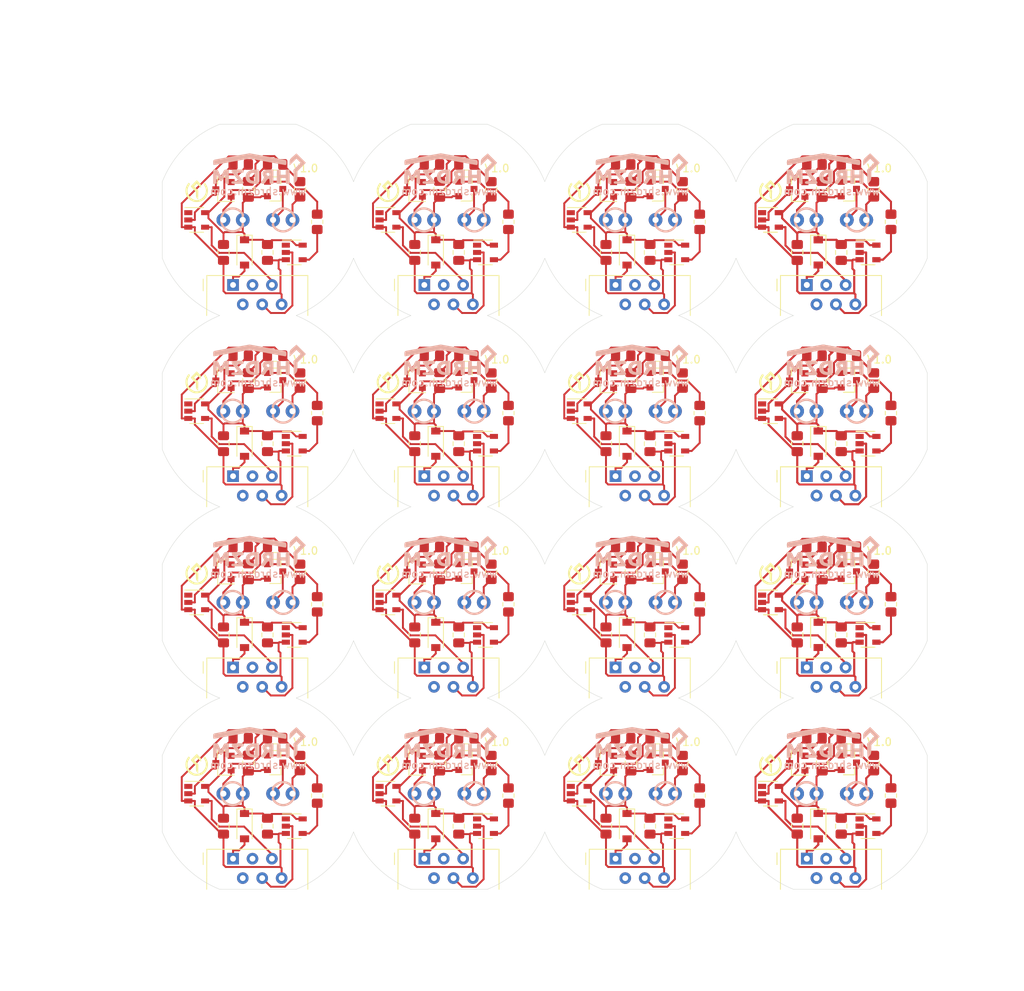
<source format=kicad_pcb>
(kicad_pcb (version 20171130) (host pcbnew "(5.1.9)-1")
  (layers (0 F.Cu signal) (31 B.Cu signal) (34 B.Paste user) (35 F.Paste user) (36 B.SilkS user) (37 F.SilkS user) (38 B.Mask user) (39 F.Mask user) (44 Edge.Cuts user))
  (net 0 "")
  (net 1 GND)
  (net 2 "Net-(C1-Pad1)")
  (net 3 "Net-(D1-Pad2)")
  (net 4 "Net-(IC1-Pad1)")
  (net 5 "Net-(IC1-Pad2)")
  (net 6 "Net-(IC1-Pad4)")
  (net 7 "Net-(IC2-Pad4)")
  (net 8 "Net-(IC2-Pad2)")
  (net 9 "Net-(IC2-Pad1)")
  (net 10 "Net-(J1-Pad3)")
  (net 11 "Net-(J1-Pad2)")
  (net 12 "Net-(Q1-Pad1)")
  (net 13 "Net-(D2-Pad1)")
  (net 14 "Net-(Q2-Pad1)")
  (net 15 "Net-(D2-Pad2)")
  (module ErichCollection:RJ12_Amphenol_54601_Reduced (layer F.Cu) (at 55.25 153.5)
    (fp_text reference J1 hide)
    (fp_text value RJ12 hide)
    (pad 6 thru_hole circle (at 6.35 2.54) (size 1.52 1.52) (drill 0.76) (layers *.Cu *.Mask) (net 1 GND))
    (pad 5 thru_hole circle (at 5.08 0) (size 1.52 1.52) (drill 0.76) (layers *.Cu *.Mask) (net 6 "Net-(IC1-Pad4)"))
    (pad 4 thru_hole circle (at 3.81 2.54) (size 1.52 1.52) (drill 0.76) (layers *.Cu *.Mask) (net 8 "Net-(IC2-Pad2)"))
    (pad 3 thru_hole circle (at 2.54 0) (size 1.52 1.52) (drill 0.76) (layers *.Cu *.Mask) (net 10 "Net-(J1-Pad3)"))
    (pad 2 thru_hole circle (at 1.27 2.54) (size 1.52 1.52) (drill 0.76) (layers *.Cu *.Mask) (net 11 "Net-(J1-Pad2)"))
    (pad 1 thru_hole rect (at 0 0) (size 1.52 1.52) (drill 0.76) (layers *.Cu *.Mask) (net 3 "Net-(D1-Pad2)"))
  )
  (module IR_Schreib_Lesekopf_RS232_Neu:LED_3MM_26 (layer F.Cu) (at 136.75 145 180)
    (fp_text reference D2 hide)
    (fp_text value SFH487-2 hide)
    (pad 2 thru_hole circle (at -1.27 0 180) (size 1.8 1.8) (drill 0.8) (layers *.Cu *.Mask) (net 15 "Net-(D2-Pad2)"))
    (pad 1 thru_hole circle (at 1.27 0 180) (size 1.8 1.8) (drill 0.8) (layers *.Cu *.Mask) (net 13 "Net-(D2-Pad1)"))
  )
  (module Resistor_SMD:R_0805_2012Metric_Pad1.20x1.40mm_HandSolder (layer F.Cu) (at 135.75 137.75)
    (fp_text reference R1 hide)
    (fp_text value 13K)
    (pad 2 smd roundrect (at 1 0) (size 1.2 1.4) (layers F.Cu F.Paste F.Mask) (roundrect_rratio 0.2083325) (net 1 GND))
    (pad 1 smd roundrect (at -1 0) (size 1.2 1.4) (layers F.Cu F.Paste F.Mask) (roundrect_rratio 0.2083325) (net 12 "Net-(Q1-Pad1)"))
  )
  (module Package_TO_SOT_SMD:SOT-23 (layer F.Cu) (at 104 141 180)
    (fp_text reference Q1 hide)
    (fp_text value BC817 hide)
    (pad 3 smd rect (at 1 0 180) (size 0.9 0.8) (layers F.Cu F.Paste F.Mask) (net 5 "Net-(IC1-Pad2)"))
    (pad 2 smd rect (at -1 0.95 180) (size 0.9 0.8) (layers F.Cu F.Paste F.Mask) (net 1 GND))
    (pad 1 smd rect (at -1 -0.95 180) (size 0.9 0.8) (layers F.Cu F.Paste F.Mask) (net 12 "Net-(Q1-Pad1)"))
  )
  (module Capacitor_SMD:C_0805_2012Metric_Pad1.18x1.45mm_HandSolder (layer F.Cu) (at 132.25 141 90)
    (fp_text reference C1 hide)
    (fp_text value 1µF/10V)
    (pad 2 smd roundrect (at 1.0375 0 90) (size 1.175 1.45) (layers F.Cu F.Paste F.Mask) (roundrect_rratio 0.2127659574468085) (net 1 GND))
    (pad 1 smd roundrect (at -1.0375 0 90) (size 1.175 1.45) (layers F.Cu F.Paste F.Mask) (roundrect_rratio 0.2127659574468085) (net 2 "Net-(C1-Pad1)"))
  )
  (module Capacitor_SMD:C_0805_2012Metric_Pad1.18x1.45mm_HandSolder (layer F.Cu) (at 134.75 149.25 270)
    (fp_text reference C3 hide)
    (fp_text value 1µF/10V)
    (pad 1 smd roundrect (at -1.0375 0 270) (size 1.175 1.45) (layers F.Cu F.Paste F.Mask) (roundrect_rratio 0.2127659574468085) (net 2 "Net-(C1-Pad1)"))
    (pad 2 smd roundrect (at 1.0375 0 270) (size 1.175 1.45) (layers F.Cu F.Paste F.Mask) (roundrect_rratio 0.2127659574468085) (net 1 GND))
  )
  (module IR_Schreib_Lesekopf_RS232_Neu:FOTO_4MM_19 (layer B.Cu) (at 130.25 145)
    (fp_text reference T1 hide)
    (fp_text value SFH309FA-4 hide)
    (pad 1 thru_hole circle (at -1.27 0) (size 1.8 1.8) (drill 0.8) (layers *.Cu *.Mask) (net 12 "Net-(Q1-Pad1)"))
    (pad 2 thru_hole circle (at 1.27 0) (size 1.8 1.8) (drill 0.8) (layers *.Cu *.Mask) (net 2 "Net-(C1-Pad1)"))
  )
  (module Resistor_SMD:R_0805_2012Metric_Pad1.20x1.40mm_HandSolder (layer F.Cu) (at 110.75 137.75)
    (fp_text reference R1 hide)
    (fp_text value 13K)
    (pad 1 smd roundrect (at -1 0) (size 1.2 1.4) (layers F.Cu F.Paste F.Mask) (roundrect_rratio 0.2083325) (net 12 "Net-(Q1-Pad1)"))
    (pad 2 smd roundrect (at 1 0) (size 1.2 1.4) (layers F.Cu F.Paste F.Mask) (roundrect_rratio 0.2083325) (net 1 GND))
  )
  (module Resistor_SMD:R_0805_2012Metric_Pad1.20x1.40mm_HandSolder (layer F.Cu) (at 141.25 145.25 270)
    (fp_text reference R3 hide)
    (fp_text value 13K hide)
    (pad 1 smd roundrect (at -1 0 270) (size 1.2 1.4) (layers F.Cu F.Paste F.Mask) (roundrect_rratio 0.2083325) (net 14 "Net-(Q2-Pad1)"))
    (pad 2 smd roundrect (at 1 0 270) (size 1.2 1.4) (layers F.Cu F.Paste F.Mask) (roundrect_rratio 0.2083325) (net 7 "Net-(IC2-Pad4)"))
  )
  (module "SHRDZM:SHRDZM Symbol 3x3" (layer F.Cu) (at 125.5 141.25)
    (fp_text reference G2 hide)
    (fp_text value LOGO hide)
  )
  (module Resistor_SMD:R_0805_2012Metric_Pad1.20x1.40mm_HandSolder (layer F.Cu) (at 131.25 137.75 180)
    (fp_text reference R2 hide)
    (fp_text value 13K hide)
    (pad 1 smd roundrect (at -1 0 180) (size 1.2 1.4) (layers F.Cu F.Paste F.Mask) (roundrect_rratio 0.2083325) (net 2 "Net-(C1-Pad1)"))
    (pad 2 smd roundrect (at 1 0 180) (size 1.2 1.4) (layers F.Cu F.Paste F.Mask) (roundrect_rratio 0.2083325) (net 5 "Net-(IC1-Pad2)"))
  )
  (module Package_TO_SOT_SMD:SOT-23 (layer F.Cu) (at 129 141 180)
    (fp_text reference Q1 hide)
    (fp_text value BC817 hide)
    (pad 1 smd rect (at -1 -0.95 180) (size 0.9 0.8) (layers F.Cu F.Paste F.Mask) (net 12 "Net-(Q1-Pad1)"))
    (pad 2 smd rect (at -1 0.95 180) (size 0.9 0.8) (layers F.Cu F.Paste F.Mask) (net 1 GND))
    (pad 3 smd rect (at 1 0 180) (size 0.9 0.8) (layers F.Cu F.Paste F.Mask) (net 5 "Net-(IC1-Pad2)"))
  )
  (module Diode_SMD:D_SOD-123 (layer F.Cu) (at 131.75 149.25 270)
    (fp_text reference D1 hide)
    (fp_text value BAT46)
    (pad 1 smd rect (at -1.65 0 270) (size 0.9 1.2) (layers F.Cu F.Paste F.Mask) (net 2 "Net-(C1-Pad1)"))
    (pad 2 smd rect (at 1.65 0 270) (size 0.9 1.2) (layers F.Cu F.Paste F.Mask) (net 3 "Net-(D1-Pad2)"))
  )
  (module Package_TO_SOT_SMD:SOT-23 (layer F.Cu) (at 135.75 140.95)
    (fp_text reference Q2 hide)
    (fp_text value BC807 hide)
    (pad 3 smd rect (at 1 0) (size 0.9 0.8) (layers F.Cu F.Paste F.Mask) (net 13 "Net-(D2-Pad1)"))
    (pad 2 smd rect (at -1 0.95) (size 0.9 0.8) (layers F.Cu F.Paste F.Mask) (net 2 "Net-(C1-Pad1)"))
    (pad 1 smd rect (at -1 -0.95) (size 0.9 0.8) (layers F.Cu F.Paste F.Mask) (net 14 "Net-(Q2-Pad1)"))
  )
  (module Capacitor_SMD:C_0805_2012Metric_Pad1.18x1.45mm_HandSolder (layer F.Cu) (at 54 149.25 270)
    (fp_text reference C2 hide)
    (fp_text value 1µF/10V hide)
    (pad 2 smd roundrect (at 1.0375 0 270) (size 1.175 1.45) (layers F.Cu F.Paste F.Mask) (roundrect_rratio 0.2127659574468085) (net 1 GND))
    (pad 1 smd roundrect (at -1.0375 0 270) (size 1.175 1.45) (layers F.Cu F.Paste F.Mask) (roundrect_rratio 0.2127659574468085) (net 2 "Net-(C1-Pad1)"))
  )
  (module IR_Schreib_Lesekopf_RS232_Neu:LED_3MM_26 (layer F.Cu) (at 111.75 145 180)
    (fp_text reference D2 hide)
    (fp_text value SFH487-2 hide)
    (pad 1 thru_hole circle (at 1.27 0 180) (size 1.8 1.8) (drill 0.8) (layers *.Cu *.Mask) (net 13 "Net-(D2-Pad1)"))
    (pad 2 thru_hole circle (at -1.27 0 180) (size 1.8 1.8) (drill 0.8) (layers *.Cu *.Mask) (net 15 "Net-(D2-Pad2)"))
  )
  (module Package_TO_SOT_SMD:SOT-23 (layer F.Cu) (at 110.75 140.95)
    (fp_text reference Q2 hide)
    (fp_text value BC807 hide)
    (pad 1 smd rect (at -1 -0.95) (size 0.9 0.8) (layers F.Cu F.Paste F.Mask) (net 14 "Net-(Q2-Pad1)"))
    (pad 2 smd rect (at -1 0.95) (size 0.9 0.8) (layers F.Cu F.Paste F.Mask) (net 2 "Net-(C1-Pad1)"))
    (pad 3 smd rect (at 1 0) (size 0.9 0.8) (layers F.Cu F.Paste F.Mask) (net 13 "Net-(D2-Pad1)"))
  )
  (module IR_Schreib_Lesekopf_RS232_Neu:FOTO_4MM_19 (layer B.Cu) (at 105.25 145)
    (fp_text reference T1 hide)
    (fp_text value SFH309FA-4 hide)
    (pad 2 thru_hole circle (at 1.27 0) (size 1.8 1.8) (drill 0.8) (layers *.Cu *.Mask) (net 2 "Net-(C1-Pad1)"))
    (pad 1 thru_hole circle (at -1.27 0) (size 1.8 1.8) (drill 0.8) (layers *.Cu *.Mask) (net 12 "Net-(Q1-Pad1)"))
  )
  (module Package_TO_SOT_SMD:SOT-23-5 (layer F.Cu) (at 125.5 145)
    (fp_text reference IC1 hide)
    (fp_text value 74LVC1G17DBVR)
    (pad 1 smd rect (at -1.1 -0.95) (size 1.06 0.65) (layers F.Cu F.Paste F.Mask) (net 4 "Net-(IC1-Pad1)"))
    (pad 2 smd rect (at -1.1 0) (size 1.06 0.65) (layers F.Cu F.Paste F.Mask) (net 5 "Net-(IC1-Pad2)"))
    (pad 3 smd rect (at -1.1 0.95) (size 1.06 0.65) (layers F.Cu F.Paste F.Mask) (net 1 GND))
    (pad 4 smd rect (at 1.1 0.95) (size 1.06 0.65) (layers F.Cu F.Paste F.Mask) (net 6 "Net-(IC1-Pad4)"))
    (pad 5 smd rect (at 1.1 -0.95) (size 1.06 0.65) (layers F.Cu F.Paste F.Mask) (net 2 "Net-(C1-Pad1)"))
  )
  (module ErichCollection:RJ12_Amphenol_54601_Reduced (layer F.Cu) (at 105.25 153.5)
    (fp_text reference J1 hide)
    (fp_text value RJ12 hide)
    (pad 6 thru_hole circle (at 6.35 2.54) (size 1.52 1.52) (drill 0.76) (layers *.Cu *.Mask) (net 1 GND))
    (pad 5 thru_hole circle (at 5.08 0) (size 1.52 1.52) (drill 0.76) (layers *.Cu *.Mask) (net 6 "Net-(IC1-Pad4)"))
    (pad 4 thru_hole circle (at 3.81 2.54) (size 1.52 1.52) (drill 0.76) (layers *.Cu *.Mask) (net 8 "Net-(IC2-Pad2)"))
    (pad 3 thru_hole circle (at 2.54 0) (size 1.52 1.52) (drill 0.76) (layers *.Cu *.Mask) (net 10 "Net-(J1-Pad3)"))
    (pad 2 thru_hole circle (at 1.27 2.54) (size 1.52 1.52) (drill 0.76) (layers *.Cu *.Mask) (net 11 "Net-(J1-Pad2)"))
    (pad 1 thru_hole rect (at 0 0) (size 1.52 1.52) (drill 0.76) (layers *.Cu *.Mask) (net 3 "Net-(D1-Pad2)"))
  )
  (module Package_TO_SOT_SMD:SOT-23-5 (layer F.Cu) (at 138.25 149.25)
    (fp_text reference IC2 hide)
    (fp_text value 74LVC1G17DBVR)
    (pad 5 smd rect (at 1.1 -0.95) (size 1.06 0.65) (layers F.Cu F.Paste F.Mask) (net 2 "Net-(C1-Pad1)"))
    (pad 4 smd rect (at 1.1 0.95) (size 1.06 0.65) (layers F.Cu F.Paste F.Mask) (net 7 "Net-(IC2-Pad4)"))
    (pad 3 smd rect (at -1.1 0.95) (size 1.06 0.65) (layers F.Cu F.Paste F.Mask) (net 1 GND))
    (pad 2 smd rect (at -1.1 0) (size 1.06 0.65) (layers F.Cu F.Paste F.Mask) (net 8 "Net-(IC2-Pad2)"))
    (pad 1 smd rect (at -1.1 -0.95) (size 1.06 0.65) (layers F.Cu F.Paste F.Mask) (net 9 "Net-(IC2-Pad1)"))
  )
  (module Resistor_SMD:R_0805_2012Metric_Pad1.20x1.40mm_HandSolder (layer F.Cu) (at 139 141 270)
    (fp_text reference R4 hide)
    (fp_text value 180)
    (pad 2 smd roundrect (at 1 0 270) (size 1.2 1.4) (layers F.Cu F.Paste F.Mask) (roundrect_rratio 0.2083325) (net 15 "Net-(D2-Pad2)"))
    (pad 1 smd roundrect (at -1 0 270) (size 1.2 1.4) (layers F.Cu F.Paste F.Mask) (roundrect_rratio 0.2083325) (net 1 GND))
  )
  (module Capacitor_SMD:C_0805_2012Metric_Pad1.18x1.45mm_HandSolder (layer F.Cu) (at 129 149.25 270)
    (fp_text reference C2 hide)
    (fp_text value 1µF/10V hide)
    (pad 1 smd roundrect (at -1.0375 0 270) (size 1.175 1.45) (layers F.Cu F.Paste F.Mask) (roundrect_rratio 0.2127659574468085) (net 2 "Net-(C1-Pad1)"))
    (pad 2 smd roundrect (at 1.0375 0 270) (size 1.175 1.45) (layers F.Cu F.Paste F.Mask) (roundrect_rratio 0.2127659574468085) (net 1 GND))
  )
  (module "SHRDZM:SHRDZM 12x4" (layer B.Cu) (at 108.75 138.25 180)
    (fp_text reference G1 hide)
    (fp_text value LOGO hide)
  )
  (module Resistor_SMD:R_0805_2012Metric_Pad1.20x1.40mm_HandSolder (layer F.Cu) (at 116.25 145.25 270)
    (fp_text reference R3 hide)
    (fp_text value 13K hide)
    (pad 2 smd roundrect (at 1 0 270) (size 1.2 1.4) (layers F.Cu F.Paste F.Mask) (roundrect_rratio 0.2083325) (net 7 "Net-(IC2-Pad4)"))
    (pad 1 smd roundrect (at -1 0 270) (size 1.2 1.4) (layers F.Cu F.Paste F.Mask) (roundrect_rratio 0.2083325) (net 14 "Net-(Q2-Pad1)"))
  )
  (module Capacitor_SMD:C_0805_2012Metric_Pad1.18x1.45mm_HandSolder (layer F.Cu) (at 104 149.25 270)
    (fp_text reference C2 hide)
    (fp_text value 1µF/10V hide)
    (pad 2 smd roundrect (at 1.0375 0 270) (size 1.175 1.45) (layers F.Cu F.Paste F.Mask) (roundrect_rratio 0.2127659574468085) (net 1 GND))
    (pad 1 smd roundrect (at -1.0375 0 270) (size 1.175 1.45) (layers F.Cu F.Paste F.Mask) (roundrect_rratio 0.2127659574468085) (net 2 "Net-(C1-Pad1)"))
  )
  (module "SHRDZM:SHRDZM 12x4" (layer B.Cu) (at 133.75 138.25 180)
    (fp_text reference G1 hide)
    (fp_text value LOGO hide)
  )
  (module ErichCollection:RJ12_Amphenol_54601_Reduced (layer F.Cu) (at 130.25 153.5)
    (fp_text reference J1 hide)
    (fp_text value RJ12 hide)
    (pad 1 thru_hole rect (at 0 0) (size 1.52 1.52) (drill 0.76) (layers *.Cu *.Mask) (net 3 "Net-(D1-Pad2)"))
    (pad 2 thru_hole circle (at 1.27 2.54) (size 1.52 1.52) (drill 0.76) (layers *.Cu *.Mask) (net 11 "Net-(J1-Pad2)"))
    (pad 3 thru_hole circle (at 2.54 0) (size 1.52 1.52) (drill 0.76) (layers *.Cu *.Mask) (net 10 "Net-(J1-Pad3)"))
    (pad 4 thru_hole circle (at 3.81 2.54) (size 1.52 1.52) (drill 0.76) (layers *.Cu *.Mask) (net 8 "Net-(IC2-Pad2)"))
    (pad 5 thru_hole circle (at 5.08 0) (size 1.52 1.52) (drill 0.76) (layers *.Cu *.Mask) (net 6 "Net-(IC1-Pad4)"))
    (pad 6 thru_hole circle (at 6.35 2.54) (size 1.52 1.52) (drill 0.76) (layers *.Cu *.Mask) (net 1 GND))
  )
  (module Capacitor_SMD:C_0805_2012Metric_Pad1.18x1.45mm_HandSolder (layer F.Cu) (at 109.75 149.25 270)
    (fp_text reference C3 hide)
    (fp_text value 1µF/10V)
    (pad 2 smd roundrect (at 1.0375 0 270) (size 1.175 1.45) (layers F.Cu F.Paste F.Mask) (roundrect_rratio 0.2127659574468085) (net 1 GND))
    (pad 1 smd roundrect (at -1.0375 0 270) (size 1.175 1.45) (layers F.Cu F.Paste F.Mask) (roundrect_rratio 0.2127659574468085) (net 2 "Net-(C1-Pad1)"))
  )
  (module Resistor_SMD:R_0805_2012Metric_Pad1.20x1.40mm_HandSolder (layer F.Cu) (at 114 141 270)
    (fp_text reference R4 hide)
    (fp_text value 180)
    (pad 1 smd roundrect (at -1 0 270) (size 1.2 1.4) (layers F.Cu F.Paste F.Mask) (roundrect_rratio 0.2083325) (net 1 GND))
    (pad 2 smd roundrect (at 1 0 270) (size 1.2 1.4) (layers F.Cu F.Paste F.Mask) (roundrect_rratio 0.2083325) (net 15 "Net-(D2-Pad2)"))
  )
  (module Package_TO_SOT_SMD:SOT-23-5 (layer F.Cu) (at 100.5 145)
    (fp_text reference IC1 hide)
    (fp_text value 74LVC1G17DBVR)
    (pad 5 smd rect (at 1.1 -0.95) (size 1.06 0.65) (layers F.Cu F.Paste F.Mask) (net 2 "Net-(C1-Pad1)"))
    (pad 4 smd rect (at 1.1 0.95) (size 1.06 0.65) (layers F.Cu F.Paste F.Mask) (net 6 "Net-(IC1-Pad4)"))
    (pad 3 smd rect (at -1.1 0.95) (size 1.06 0.65) (layers F.Cu F.Paste F.Mask) (net 1 GND))
    (pad 2 smd rect (at -1.1 0) (size 1.06 0.65) (layers F.Cu F.Paste F.Mask) (net 5 "Net-(IC1-Pad2)"))
    (pad 1 smd rect (at -1.1 -0.95) (size 1.06 0.65) (layers F.Cu F.Paste F.Mask) (net 4 "Net-(IC1-Pad1)"))
  )
  (module Capacitor_SMD:C_0805_2012Metric_Pad1.18x1.45mm_HandSolder (layer F.Cu) (at 107.25 141 90)
    (fp_text reference C1 hide)
    (fp_text value 1µF/10V)
    (pad 1 smd roundrect (at -1.0375 0 90) (size 1.175 1.45) (layers F.Cu F.Paste F.Mask) (roundrect_rratio 0.2127659574468085) (net 2 "Net-(C1-Pad1)"))
    (pad 2 smd roundrect (at 1.0375 0 90) (size 1.175 1.45) (layers F.Cu F.Paste F.Mask) (roundrect_rratio 0.2127659574468085) (net 1 GND))
  )
  (module Capacitor_SMD:C_0805_2012Metric_Pad1.18x1.45mm_HandSolder (layer F.Cu) (at 132.25 141 90)
    (fp_text reference C1 hide)
    (fp_text value 1µF/10V)
    (pad 1 smd roundrect (at -1.0375 0 90) (size 1.175 1.45) (layers F.Cu F.Paste F.Mask) (roundrect_rratio 0.2127659574468085) (net 2 "Net-(C1-Pad1)"))
    (pad 2 smd roundrect (at 1.0375 0 90) (size 1.175 1.45) (layers F.Cu F.Paste F.Mask) (roundrect_rratio 0.2127659574468085) (net 1 GND))
  )
  (module "SHRDZM:SHRDZM Symbol 3x3" (layer F.Cu) (at 50.5 141.25)
    (fp_text reference G2 hide)
    (fp_text value LOGO hide)
  )
  (module Package_TO_SOT_SMD:SOT-23-5 (layer F.Cu) (at 113.25 149.25)
    (fp_text reference IC2 hide)
    (fp_text value 74LVC1G17DBVR)
    (pad 1 smd rect (at -1.1 -0.95) (size 1.06 0.65) (layers F.Cu F.Paste F.Mask) (net 9 "Net-(IC2-Pad1)"))
    (pad 2 smd rect (at -1.1 0) (size 1.06 0.65) (layers F.Cu F.Paste F.Mask) (net 8 "Net-(IC2-Pad2)"))
    (pad 3 smd rect (at -1.1 0.95) (size 1.06 0.65) (layers F.Cu F.Paste F.Mask) (net 1 GND))
    (pad 4 smd rect (at 1.1 0.95) (size 1.06 0.65) (layers F.Cu F.Paste F.Mask) (net 7 "Net-(IC2-Pad4)"))
    (pad 5 smd rect (at 1.1 -0.95) (size 1.06 0.65) (layers F.Cu F.Paste F.Mask) (net 2 "Net-(C1-Pad1)"))
  )
  (module Resistor_SMD:R_0805_2012Metric_Pad1.20x1.40mm_HandSolder (layer F.Cu) (at 106.25 137.75 180)
    (fp_text reference R2 hide)
    (fp_text value 13K hide)
    (pad 2 smd roundrect (at 1 0 180) (size 1.2 1.4) (layers F.Cu F.Paste F.Mask) (roundrect_rratio 0.2083325) (net 5 "Net-(IC1-Pad2)"))
    (pad 1 smd roundrect (at -1 0 180) (size 1.2 1.4) (layers F.Cu F.Paste F.Mask) (roundrect_rratio 0.2083325) (net 2 "Net-(C1-Pad1)"))
  )
  (module "SHRDZM:SHRDZM Symbol 3x3" (layer F.Cu) (at 100.5 141.25)
    (fp_text reference G2 hide)
    (fp_text value LOGO hide)
  )
  (module Diode_SMD:D_SOD-123 (layer F.Cu) (at 106.75 149.25 270)
    (fp_text reference D1 hide)
    (fp_text value BAT46)
    (pad 2 smd rect (at 1.65 0 270) (size 0.9 1.2) (layers F.Cu F.Paste F.Mask) (net 3 "Net-(D1-Pad2)"))
    (pad 1 smd rect (at -1.65 0 270) (size 0.9 1.2) (layers F.Cu F.Paste F.Mask) (net 2 "Net-(C1-Pad1)"))
  )
  (module "SHRDZM:SHRDZM 12x4" (layer B.Cu) (at 58.75 138.25 180)
    (fp_text reference G1 hide)
    (fp_text value LOGO hide)
  )
  (module Capacitor_SMD:C_0805_2012Metric_Pad1.18x1.45mm_HandSolder (layer F.Cu) (at 57.25 141 90)
    (fp_text reference C1 hide)
    (fp_text value 1µF/10V)
    (pad 1 smd roundrect (at -1.0375 0 90) (size 1.175 1.45) (layers F.Cu F.Paste F.Mask) (roundrect_rratio 0.2127659574468085) (net 2 "Net-(C1-Pad1)"))
    (pad 2 smd roundrect (at 1.0375 0 90) (size 1.175 1.45) (layers F.Cu F.Paste F.Mask) (roundrect_rratio 0.2127659574468085) (net 1 GND))
  )
  (module Package_TO_SOT_SMD:SOT-23 (layer F.Cu) (at 60.75 140.95)
    (fp_text reference Q2 hide)
    (fp_text value BC807 hide)
    (pad 1 smd rect (at -1 -0.95) (size 0.9 0.8) (layers F.Cu F.Paste F.Mask) (net 14 "Net-(Q2-Pad1)"))
    (pad 2 smd rect (at -1 0.95) (size 0.9 0.8) (layers F.Cu F.Paste F.Mask) (net 2 "Net-(C1-Pad1)"))
    (pad 3 smd rect (at 1 0) (size 0.9 0.8) (layers F.Cu F.Paste F.Mask) (net 13 "Net-(D2-Pad1)"))
  )
  (module Resistor_SMD:R_0805_2012Metric_Pad1.20x1.40mm_HandSolder (layer F.Cu) (at 56.25 137.75 180)
    (fp_text reference R2 hide)
    (fp_text value 13K hide)
    (pad 2 smd roundrect (at 1 0 180) (size 1.2 1.4) (layers F.Cu F.Paste F.Mask) (roundrect_rratio 0.2083325) (net 5 "Net-(IC1-Pad2)"))
    (pad 1 smd roundrect (at -1 0 180) (size 1.2 1.4) (layers F.Cu F.Paste F.Mask) (roundrect_rratio 0.2083325) (net 2 "Net-(C1-Pad1)"))
  )
  (module Diode_SMD:D_SOD-123 (layer F.Cu) (at 56.75 149.25 270)
    (fp_text reference D1 hide)
    (fp_text value BAT46)
    (pad 2 smd rect (at 1.65 0 270) (size 0.9 1.2) (layers F.Cu F.Paste F.Mask) (net 3 "Net-(D1-Pad2)"))
    (pad 1 smd rect (at -1.65 0 270) (size 0.9 1.2) (layers F.Cu F.Paste F.Mask) (net 2 "Net-(C1-Pad1)"))
  )
  (module "SHRDZM:SHRDZM 12x4" (layer B.Cu) (at 83.75 138.25 180)
    (fp_text reference G1 hide)
    (fp_text value LOGO hide)
  )
  (module Diode_SMD:D_SOD-123 (layer F.Cu) (at 131.75 149.25 270)
    (fp_text reference D1 hide)
    (fp_text value BAT46)
    (pad 2 smd rect (at 1.65 0 270) (size 0.9 1.2) (layers F.Cu F.Paste F.Mask) (net 3 "Net-(D1-Pad2)"))
    (pad 1 smd rect (at -1.65 0 270) (size 0.9 1.2) (layers F.Cu F.Paste F.Mask) (net 2 "Net-(C1-Pad1)"))
  )
  (module Package_TO_SOT_SMD:SOT-23-5 (layer F.Cu) (at 125.5 145)
    (fp_text reference IC1 hide)
    (fp_text value 74LVC1G17DBVR)
    (pad 5 smd rect (at 1.1 -0.95) (size 1.06 0.65) (layers F.Cu F.Paste F.Mask) (net 2 "Net-(C1-Pad1)"))
    (pad 4 smd rect (at 1.1 0.95) (size 1.06 0.65) (layers F.Cu F.Paste F.Mask) (net 6 "Net-(IC1-Pad4)"))
    (pad 3 smd rect (at -1.1 0.95) (size 1.06 0.65) (layers F.Cu F.Paste F.Mask) (net 1 GND))
    (pad 2 smd rect (at -1.1 0) (size 1.06 0.65) (layers F.Cu F.Paste F.Mask) (net 5 "Net-(IC1-Pad2)"))
    (pad 1 smd rect (at -1.1 -0.95) (size 1.06 0.65) (layers F.Cu F.Paste F.Mask) (net 4 "Net-(IC1-Pad1)"))
  )
  (module Resistor_SMD:R_0805_2012Metric_Pad1.20x1.40mm_HandSolder (layer F.Cu) (at 141.25 145.25 270)
    (fp_text reference R3 hide)
    (fp_text value 13K hide)
    (pad 2 smd roundrect (at 1 0 270) (size 1.2 1.4) (layers F.Cu F.Paste F.Mask) (roundrect_rratio 0.2083325) (net 7 "Net-(IC2-Pad4)"))
    (pad 1 smd roundrect (at -1 0 270) (size 1.2 1.4) (layers F.Cu F.Paste F.Mask) (roundrect_rratio 0.2083325) (net 14 "Net-(Q2-Pad1)"))
  )
  (module Capacitor_SMD:C_0805_2012Metric_Pad1.18x1.45mm_HandSolder (layer F.Cu) (at 59.75 149.25 270)
    (fp_text reference C3 hide)
    (fp_text value 1µF/10V)
    (pad 2 smd roundrect (at 1.0375 0 270) (size 1.175 1.45) (layers F.Cu F.Paste F.Mask) (roundrect_rratio 0.2127659574468085) (net 1 GND))
    (pad 1 smd roundrect (at -1.0375 0 270) (size 1.175 1.45) (layers F.Cu F.Paste F.Mask) (roundrect_rratio 0.2127659574468085) (net 2 "Net-(C1-Pad1)"))
  )
  (module Package_TO_SOT_SMD:SOT-23 (layer F.Cu) (at 135.75 140.95)
    (fp_text reference Q2 hide)
    (fp_text value BC807 hide)
    (pad 1 smd rect (at -1 -0.95) (size 0.9 0.8) (layers F.Cu F.Paste F.Mask) (net 14 "Net-(Q2-Pad1)"))
    (pad 2 smd rect (at -1 0.95) (size 0.9 0.8) (layers F.Cu F.Paste F.Mask) (net 2 "Net-(C1-Pad1)"))
    (pad 3 smd rect (at 1 0) (size 0.9 0.8) (layers F.Cu F.Paste F.Mask) (net 13 "Net-(D2-Pad1)"))
  )
  (module "SHRDZM:SHRDZM Symbol 3x3" (layer F.Cu) (at 125.5 141.25)
    (fp_text reference G2 hide)
    (fp_text value LOGO hide)
  )
  (module Resistor_SMD:R_0805_2012Metric_Pad1.20x1.40mm_HandSolder (layer F.Cu) (at 135.75 137.75)
    (fp_text reference R1 hide)
    (fp_text value 13K)
    (pad 1 smd roundrect (at -1 0) (size 1.2 1.4) (layers F.Cu F.Paste F.Mask) (roundrect_rratio 0.2083325) (net 12 "Net-(Q1-Pad1)"))
    (pad 2 smd roundrect (at 1 0) (size 1.2 1.4) (layers F.Cu F.Paste F.Mask) (roundrect_rratio 0.2083325) (net 1 GND))
  )
  (module IR_Schreib_Lesekopf_RS232_Neu:FOTO_4MM_19 (layer B.Cu) (at 130.25 145)
    (fp_text reference T1 hide)
    (fp_text value SFH309FA-4 hide)
    (pad 2 thru_hole circle (at 1.27 0) (size 1.8 1.8) (drill 0.8) (layers *.Cu *.Mask) (net 2 "Net-(C1-Pad1)"))
    (pad 1 thru_hole circle (at -1.27 0) (size 1.8 1.8) (drill 0.8) (layers *.Cu *.Mask) (net 12 "Net-(Q1-Pad1)"))
  )
  (module Resistor_SMD:R_0805_2012Metric_Pad1.20x1.40mm_HandSolder (layer F.Cu) (at 64 141 270)
    (fp_text reference R4 hide)
    (fp_text value 180)
    (pad 1 smd roundrect (at -1 0 270) (size 1.2 1.4) (layers F.Cu F.Paste F.Mask) (roundrect_rratio 0.2083325) (net 1 GND))
    (pad 2 smd roundrect (at 1 0 270) (size 1.2 1.4) (layers F.Cu F.Paste F.Mask) (roundrect_rratio 0.2083325) (net 15 "Net-(D2-Pad2)"))
  )
  (module Capacitor_SMD:C_0805_2012Metric_Pad1.18x1.45mm_HandSolder (layer F.Cu) (at 129 149.25 270)
    (fp_text reference C2 hide)
    (fp_text value 1µF/10V hide)
    (pad 2 smd roundrect (at 1.0375 0 270) (size 1.175 1.45) (layers F.Cu F.Paste F.Mask) (roundrect_rratio 0.2127659574468085) (net 1 GND))
    (pad 1 smd roundrect (at -1.0375 0 270) (size 1.175 1.45) (layers F.Cu F.Paste F.Mask) (roundrect_rratio 0.2127659574468085) (net 2 "Net-(C1-Pad1)"))
  )
  (module Package_TO_SOT_SMD:SOT-23-5 (layer F.Cu) (at 50.5 145)
    (fp_text reference IC1 hide)
    (fp_text value 74LVC1G17DBVR)
    (pad 5 smd rect (at 1.1 -0.95) (size 1.06 0.65) (layers F.Cu F.Paste F.Mask) (net 2 "Net-(C1-Pad1)"))
    (pad 4 smd rect (at 1.1 0.95) (size 1.06 0.65) (layers F.Cu F.Paste F.Mask) (net 6 "Net-(IC1-Pad4)"))
    (pad 3 smd rect (at -1.1 0.95) (size 1.06 0.65) (layers F.Cu F.Paste F.Mask) (net 1 GND))
    (pad 2 smd rect (at -1.1 0) (size 1.06 0.65) (layers F.Cu F.Paste F.Mask) (net 5 "Net-(IC1-Pad2)"))
    (pad 1 smd rect (at -1.1 -0.95) (size 1.06 0.65) (layers F.Cu F.Paste F.Mask) (net 4 "Net-(IC1-Pad1)"))
  )
  (module IR_Schreib_Lesekopf_RS232_Neu:FOTO_4MM_19 (layer B.Cu) (at 55.25 145)
    (fp_text reference T1 hide)
    (fp_text value SFH309FA-4 hide)
    (pad 2 thru_hole circle (at 1.27 0) (size 1.8 1.8) (drill 0.8) (layers *.Cu *.Mask) (net 2 "Net-(C1-Pad1)"))
    (pad 1 thru_hole circle (at -1.27 0) (size 1.8 1.8) (drill 0.8) (layers *.Cu *.Mask) (net 12 "Net-(Q1-Pad1)"))
  )
  (module ErichCollection:RJ12_Amphenol_54601_Reduced (layer F.Cu) (at 80.25 153.5)
    (fp_text reference J1 hide)
    (fp_text value RJ12 hide)
    (pad 1 thru_hole rect (at 0 0) (size 1.52 1.52) (drill 0.76) (layers *.Cu *.Mask) (net 3 "Net-(D1-Pad2)"))
    (pad 2 thru_hole circle (at 1.27 2.54) (size 1.52 1.52) (drill 0.76) (layers *.Cu *.Mask) (net 11 "Net-(J1-Pad2)"))
    (pad 3 thru_hole circle (at 2.54 0) (size 1.52 1.52) (drill 0.76) (layers *.Cu *.Mask) (net 10 "Net-(J1-Pad3)"))
    (pad 4 thru_hole circle (at 3.81 2.54) (size 1.52 1.52) (drill 0.76) (layers *.Cu *.Mask) (net 8 "Net-(IC2-Pad2)"))
    (pad 5 thru_hole circle (at 5.08 0) (size 1.52 1.52) (drill 0.76) (layers *.Cu *.Mask) (net 6 "Net-(IC1-Pad4)"))
    (pad 6 thru_hole circle (at 6.35 2.54) (size 1.52 1.52) (drill 0.76) (layers *.Cu *.Mask) (net 1 GND))
  )
  (module Capacitor_SMD:C_0805_2012Metric_Pad1.18x1.45mm_HandSolder (layer F.Cu) (at 134.75 149.25 270)
    (fp_text reference C3 hide)
    (fp_text value 1µF/10V)
    (pad 2 smd roundrect (at 1.0375 0 270) (size 1.175 1.45) (layers F.Cu F.Paste F.Mask) (roundrect_rratio 0.2127659574468085) (net 1 GND))
    (pad 1 smd roundrect (at -1.0375 0 270) (size 1.175 1.45) (layers F.Cu F.Paste F.Mask) (roundrect_rratio 0.2127659574468085) (net 2 "Net-(C1-Pad1)"))
  )
  (module Resistor_SMD:R_0805_2012Metric_Pad1.20x1.40mm_HandSolder (layer F.Cu) (at 60.75 137.75)
    (fp_text reference R1 hide)
    (fp_text value 13K)
    (pad 1 smd roundrect (at -1 0) (size 1.2 1.4) (layers F.Cu F.Paste F.Mask) (roundrect_rratio 0.2083325) (net 12 "Net-(Q1-Pad1)"))
    (pad 2 smd roundrect (at 1 0) (size 1.2 1.4) (layers F.Cu F.Paste F.Mask) (roundrect_rratio 0.2083325) (net 1 GND))
  )
  (module Package_TO_SOT_SMD:SOT-23 (layer F.Cu) (at 129 141 180)
    (fp_text reference Q1 hide)
    (fp_text value BC817 hide)
    (pad 3 smd rect (at 1 0 180) (size 0.9 0.8) (layers F.Cu F.Paste F.Mask) (net 5 "Net-(IC1-Pad2)"))
    (pad 2 smd rect (at -1 0.95 180) (size 0.9 0.8) (layers F.Cu F.Paste F.Mask) (net 1 GND))
    (pad 1 smd rect (at -1 -0.95 180) (size 0.9 0.8) (layers F.Cu F.Paste F.Mask) (net 12 "Net-(Q1-Pad1)"))
  )
  (module Resistor_SMD:R_0805_2012Metric_Pad1.20x1.40mm_HandSolder (layer F.Cu) (at 139 141 270)
    (fp_text reference R4 hide)
    (fp_text value 180)
    (pad 1 smd roundrect (at -1 0 270) (size 1.2 1.4) (layers F.Cu F.Paste F.Mask) (roundrect_rratio 0.2083325) (net 1 GND))
    (pad 2 smd roundrect (at 1 0 270) (size 1.2 1.4) (layers F.Cu F.Paste F.Mask) (roundrect_rratio 0.2083325) (net 15 "Net-(D2-Pad2)"))
  )
  (module ErichCollection:RJ12_Amphenol_54601_Reduced (layer F.Cu) (at 130.25 153.5)
    (fp_text reference J1 hide)
    (fp_text value RJ12 hide)
    (pad 6 thru_hole circle (at 6.35 2.54) (size 1.52 1.52) (drill 0.76) (layers *.Cu *.Mask) (net 1 GND))
    (pad 5 thru_hole circle (at 5.08 0) (size 1.52 1.52) (drill 0.76) (layers *.Cu *.Mask) (net 6 "Net-(IC1-Pad4)"))
    (pad 4 thru_hole circle (at 3.81 2.54) (size 1.52 1.52) (drill 0.76) (layers *.Cu *.Mask) (net 8 "Net-(IC2-Pad2)"))
    (pad 3 thru_hole circle (at 2.54 0) (size 1.52 1.52) (drill 0.76) (layers *.Cu *.Mask) (net 10 "Net-(J1-Pad3)"))
    (pad 2 thru_hole circle (at 1.27 2.54) (size 1.52 1.52) (drill 0.76) (layers *.Cu *.Mask) (net 11 "Net-(J1-Pad2)"))
    (pad 1 thru_hole rect (at 0 0) (size 1.52 1.52) (drill 0.76) (layers *.Cu *.Mask) (net 3 "Net-(D1-Pad2)"))
  )
  (module Capacitor_SMD:C_0805_2012Metric_Pad1.18x1.45mm_HandSolder (layer F.Cu) (at 79 149.25 270)
    (fp_text reference C2 hide)
    (fp_text value 1µF/10V hide)
    (pad 1 smd roundrect (at -1.0375 0 270) (size 1.175 1.45) (layers F.Cu F.Paste F.Mask) (roundrect_rratio 0.2127659574468085) (net 2 "Net-(C1-Pad1)"))
    (pad 2 smd roundrect (at 1.0375 0 270) (size 1.175 1.45) (layers F.Cu F.Paste F.Mask) (roundrect_rratio 0.2127659574468085) (net 1 GND))
  )
  (module Package_TO_SOT_SMD:SOT-23 (layer F.Cu) (at 54 141 180)
    (fp_text reference Q1 hide)
    (fp_text value BC817 hide)
    (pad 3 smd rect (at 1 0 180) (size 0.9 0.8) (layers F.Cu F.Paste F.Mask) (net 5 "Net-(IC1-Pad2)"))
    (pad 2 smd rect (at -1 0.95 180) (size 0.9 0.8) (layers F.Cu F.Paste F.Mask) (net 1 GND))
    (pad 1 smd rect (at -1 -0.95 180) (size 0.9 0.8) (layers F.Cu F.Paste F.Mask) (net 12 "Net-(Q1-Pad1)"))
  )
  (module Package_TO_SOT_SMD:SOT-23-5 (layer F.Cu) (at 88.25 149.25)
    (fp_text reference IC2 hide)
    (fp_text value 74LVC1G17DBVR)
    (pad 5 smd rect (at 1.1 -0.95) (size 1.06 0.65) (layers F.Cu F.Paste F.Mask) (net 2 "Net-(C1-Pad1)"))
    (pad 4 smd rect (at 1.1 0.95) (size 1.06 0.65) (layers F.Cu F.Paste F.Mask) (net 7 "Net-(IC2-Pad4)"))
    (pad 3 smd rect (at -1.1 0.95) (size 1.06 0.65) (layers F.Cu F.Paste F.Mask) (net 1 GND))
    (pad 2 smd rect (at -1.1 0) (size 1.06 0.65) (layers F.Cu F.Paste F.Mask) (net 8 "Net-(IC2-Pad2)"))
    (pad 1 smd rect (at -1.1 -0.95) (size 1.06 0.65) (layers F.Cu F.Paste F.Mask) (net 9 "Net-(IC2-Pad1)"))
  )
  (module Package_TO_SOT_SMD:SOT-23-5 (layer F.Cu) (at 63.25 149.25)
    (fp_text reference IC2 hide)
    (fp_text value 74LVC1G17DBVR)
    (pad 1 smd rect (at -1.1 -0.95) (size 1.06 0.65) (layers F.Cu F.Paste F.Mask) (net 9 "Net-(IC2-Pad1)"))
    (pad 2 smd rect (at -1.1 0) (size 1.06 0.65) (layers F.Cu F.Paste F.Mask) (net 8 "Net-(IC2-Pad2)"))
    (pad 3 smd rect (at -1.1 0.95) (size 1.06 0.65) (layers F.Cu F.Paste F.Mask) (net 1 GND))
    (pad 4 smd rect (at 1.1 0.95) (size 1.06 0.65) (layers F.Cu F.Paste F.Mask) (net 7 "Net-(IC2-Pad4)"))
    (pad 5 smd rect (at 1.1 -0.95) (size 1.06 0.65) (layers F.Cu F.Paste F.Mask) (net 2 "Net-(C1-Pad1)"))
  )
  (module Capacitor_SMD:C_0805_2012Metric_Pad1.18x1.45mm_HandSolder (layer F.Cu) (at 84.75 149.25 270)
    (fp_text reference C3 hide)
    (fp_text value 1µF/10V)
    (pad 1 smd roundrect (at -1.0375 0 270) (size 1.175 1.45) (layers F.Cu F.Paste F.Mask) (roundrect_rratio 0.2127659574468085) (net 2 "Net-(C1-Pad1)"))
    (pad 2 smd roundrect (at 1.0375 0 270) (size 1.175 1.45) (layers F.Cu F.Paste F.Mask) (roundrect_rratio 0.2127659574468085) (net 1 GND))
  )
  (module IR_Schreib_Lesekopf_RS232_Neu:FOTO_4MM_19 (layer B.Cu) (at 80.25 145)
    (fp_text reference T1 hide)
    (fp_text value SFH309FA-4 hide)
    (pad 1 thru_hole circle (at -1.27 0) (size 1.8 1.8) (drill 0.8) (layers *.Cu *.Mask) (net 12 "Net-(Q1-Pad1)"))
    (pad 2 thru_hole circle (at 1.27 0) (size 1.8 1.8) (drill 0.8) (layers *.Cu *.Mask) (net 2 "Net-(C1-Pad1)"))
  )
  (module "SHRDZM:SHRDZM Symbol 3x3" (layer F.Cu) (at 75.5 141.25)
    (fp_text reference G2 hide)
    (fp_text value LOGO hide)
  )
  (module Resistor_SMD:R_0805_2012Metric_Pad1.20x1.40mm_HandSolder (layer F.Cu) (at 131.25 137.75 180)
    (fp_text reference R2 hide)
    (fp_text value 13K hide)
    (pad 2 smd roundrect (at 1 0 180) (size 1.2 1.4) (layers F.Cu F.Paste F.Mask) (roundrect_rratio 0.2083325) (net 5 "Net-(IC1-Pad2)"))
    (pad 1 smd roundrect (at -1 0 180) (size 1.2 1.4) (layers F.Cu F.Paste F.Mask) (roundrect_rratio 0.2083325) (net 2 "Net-(C1-Pad1)"))
  )
  (module Capacitor_SMD:C_0805_2012Metric_Pad1.18x1.45mm_HandSolder (layer F.Cu) (at 82.25 141 90)
    (fp_text reference C1 hide)
    (fp_text value 1µF/10V)
    (pad 2 smd roundrect (at 1.0375 0 90) (size 1.175 1.45) (layers F.Cu F.Paste F.Mask) (roundrect_rratio 0.2127659574468085) (net 1 GND))
    (pad 1 smd roundrect (at -1.0375 0 90) (size 1.175 1.45) (layers F.Cu F.Paste F.Mask) (roundrect_rratio 0.2127659574468085) (net 2 "Net-(C1-Pad1)"))
  )
  (module Package_TO_SOT_SMD:SOT-23 (layer F.Cu) (at 85.75 140.95)
    (fp_text reference Q2 hide)
    (fp_text value BC807 hide)
    (pad 3 smd rect (at 1 0) (size 0.9 0.8) (layers F.Cu F.Paste F.Mask) (net 13 "Net-(D2-Pad1)"))
    (pad 2 smd rect (at -1 0.95) (size 0.9 0.8) (layers F.Cu F.Paste F.Mask) (net 2 "Net-(C1-Pad1)"))
    (pad 1 smd rect (at -1 -0.95) (size 0.9 0.8) (layers F.Cu F.Paste F.Mask) (net 14 "Net-(Q2-Pad1)"))
  )
  (module Package_TO_SOT_SMD:SOT-23-5 (layer F.Cu) (at 138.25 149.25)
    (fp_text reference IC2 hide)
    (fp_text value 74LVC1G17DBVR)
    (pad 1 smd rect (at -1.1 -0.95) (size 1.06 0.65) (layers F.Cu F.Paste F.Mask) (net 9 "Net-(IC2-Pad1)"))
    (pad 2 smd rect (at -1.1 0) (size 1.06 0.65) (layers F.Cu F.Paste F.Mask) (net 8 "Net-(IC2-Pad2)"))
    (pad 3 smd rect (at -1.1 0.95) (size 1.06 0.65) (layers F.Cu F.Paste F.Mask) (net 1 GND))
    (pad 4 smd rect (at 1.1 0.95) (size 1.06 0.65) (layers F.Cu F.Paste F.Mask) (net 7 "Net-(IC2-Pad4)"))
    (pad 5 smd rect (at 1.1 -0.95) (size 1.06 0.65) (layers F.Cu F.Paste F.Mask) (net 2 "Net-(C1-Pad1)"))
  )
  (module Resistor_SMD:R_0805_2012Metric_Pad1.20x1.40mm_HandSolder (layer F.Cu) (at 81.25 137.75 180)
    (fp_text reference R2 hide)
    (fp_text value 13K hide)
    (pad 1 smd roundrect (at -1 0 180) (size 1.2 1.4) (layers F.Cu F.Paste F.Mask) (roundrect_rratio 0.2083325) (net 2 "Net-(C1-Pad1)"))
    (pad 2 smd roundrect (at 1 0 180) (size 1.2 1.4) (layers F.Cu F.Paste F.Mask) (roundrect_rratio 0.2083325) (net 5 "Net-(IC1-Pad2)"))
  )
  (module Resistor_SMD:R_0805_2012Metric_Pad1.20x1.40mm_HandSolder (layer F.Cu) (at 89 141 270)
    (fp_text reference R4 hide)
    (fp_text value 180)
    (pad 2 smd roundrect (at 1 0 270) (size 1.2 1.4) (layers F.Cu F.Paste F.Mask) (roundrect_rratio 0.2083325) (net 15 "Net-(D2-Pad2)"))
    (pad 1 smd roundrect (at -1 0 270) (size 1.2 1.4) (layers F.Cu F.Paste F.Mask) (roundrect_rratio 0.2083325) (net 1 GND))
  )
  (module Package_TO_SOT_SMD:SOT-23-5 (layer F.Cu) (at 75.5 145)
    (fp_text reference IC1 hide)
    (fp_text value 74LVC1G17DBVR)
    (pad 1 smd rect (at -1.1 -0.95) (size 1.06 0.65) (layers F.Cu F.Paste F.Mask) (net 4 "Net-(IC1-Pad1)"))
    (pad 2 smd rect (at -1.1 0) (size 1.06 0.65) (layers F.Cu F.Paste F.Mask) (net 5 "Net-(IC1-Pad2)"))
    (pad 3 smd rect (at -1.1 0.95) (size 1.06 0.65) (layers F.Cu F.Paste F.Mask) (net 1 GND))
    (pad 4 smd rect (at 1.1 0.95) (size 1.06 0.65) (layers F.Cu F.Paste F.Mask) (net 6 "Net-(IC1-Pad4)"))
    (pad 5 smd rect (at 1.1 -0.95) (size 1.06 0.65) (layers F.Cu F.Paste F.Mask) (net 2 "Net-(C1-Pad1)"))
  )
  (module IR_Schreib_Lesekopf_RS232_Neu:LED_3MM_26 (layer F.Cu) (at 61.75 145 180)
    (fp_text reference D2 hide)
    (fp_text value SFH487-2 hide)
    (pad 1 thru_hole circle (at 1.27 0 180) (size 1.8 1.8) (drill 0.8) (layers *.Cu *.Mask) (net 13 "Net-(D2-Pad1)"))
    (pad 2 thru_hole circle (at -1.27 0 180) (size 1.8 1.8) (drill 0.8) (layers *.Cu *.Mask) (net 15 "Net-(D2-Pad2)"))
  )
  (module Resistor_SMD:R_0805_2012Metric_Pad1.20x1.40mm_HandSolder (layer F.Cu) (at 91.25 145.25 270)
    (fp_text reference R3 hide)
    (fp_text value 13K hide)
    (pad 1 smd roundrect (at -1 0 270) (size 1.2 1.4) (layers F.Cu F.Paste F.Mask) (roundrect_rratio 0.2083325) (net 14 "Net-(Q2-Pad1)"))
    (pad 2 smd roundrect (at 1 0 270) (size 1.2 1.4) (layers F.Cu F.Paste F.Mask) (roundrect_rratio 0.2083325) (net 7 "Net-(IC2-Pad4)"))
  )
  (module Package_TO_SOT_SMD:SOT-23 (layer F.Cu) (at 79 141 180)
    (fp_text reference Q1 hide)
    (fp_text value BC817 hide)
    (pad 1 smd rect (at -1 -0.95 180) (size 0.9 0.8) (layers F.Cu F.Paste F.Mask) (net 12 "Net-(Q1-Pad1)"))
    (pad 2 smd rect (at -1 0.95 180) (size 0.9 0.8) (layers F.Cu F.Paste F.Mask) (net 1 GND))
    (pad 3 smd rect (at 1 0 180) (size 0.9 0.8) (layers F.Cu F.Paste F.Mask) (net 5 "Net-(IC1-Pad2)"))
  )
  (module IR_Schreib_Lesekopf_RS232_Neu:LED_3MM_26 (layer F.Cu) (at 136.75 145 180)
    (fp_text reference D2 hide)
    (fp_text value SFH487-2 hide)
    (pad 1 thru_hole circle (at 1.27 0 180) (size 1.8 1.8) (drill 0.8) (layers *.Cu *.Mask) (net 13 "Net-(D2-Pad1)"))
    (pad 2 thru_hole circle (at -1.27 0 180) (size 1.8 1.8) (drill 0.8) (layers *.Cu *.Mask) (net 15 "Net-(D2-Pad2)"))
  )
  (module Diode_SMD:D_SOD-123 (layer F.Cu) (at 81.75 149.25 270)
    (fp_text reference D1 hide)
    (fp_text value BAT46)
    (pad 1 smd rect (at -1.65 0 270) (size 0.9 1.2) (layers F.Cu F.Paste F.Mask) (net 2 "Net-(C1-Pad1)"))
    (pad 2 smd rect (at 1.65 0 270) (size 0.9 1.2) (layers F.Cu F.Paste F.Mask) (net 3 "Net-(D1-Pad2)"))
  )
  (module "SHRDZM:SHRDZM 12x4" (layer B.Cu) (at 133.75 138.25 180)
    (fp_text reference G1 hide)
    (fp_text value LOGO hide)
  )
  (module IR_Schreib_Lesekopf_RS232_Neu:LED_3MM_26 (layer F.Cu) (at 86.75 145 180)
    (fp_text reference D2 hide)
    (fp_text value SFH487-2 hide)
    (pad 2 thru_hole circle (at -1.27 0 180) (size 1.8 1.8) (drill 0.8) (layers *.Cu *.Mask) (net 15 "Net-(D2-Pad2)"))
    (pad 1 thru_hole circle (at 1.27 0 180) (size 1.8 1.8) (drill 0.8) (layers *.Cu *.Mask) (net 13 "Net-(D2-Pad1)"))
  )
  (module Resistor_SMD:R_0805_2012Metric_Pad1.20x1.40mm_HandSolder (layer F.Cu) (at 66.25 145.25 270)
    (fp_text reference R3 hide)
    (fp_text value 13K hide)
    (pad 2 smd roundrect (at 1 0 270) (size 1.2 1.4) (layers F.Cu F.Paste F.Mask) (roundrect_rratio 0.2083325) (net 7 "Net-(IC2-Pad4)"))
    (pad 1 smd roundrect (at -1 0 270) (size 1.2 1.4) (layers F.Cu F.Paste F.Mask) (roundrect_rratio 0.2083325) (net 14 "Net-(Q2-Pad1)"))
  )
  (module Resistor_SMD:R_0805_2012Metric_Pad1.20x1.40mm_HandSolder (layer F.Cu) (at 85.75 137.75)
    (fp_text reference R1 hide)
    (fp_text value 13K)
    (pad 2 smd roundrect (at 1 0) (size 1.2 1.4) (layers F.Cu F.Paste F.Mask) (roundrect_rratio 0.2083325) (net 1 GND))
    (pad 1 smd roundrect (at -1 0) (size 1.2 1.4) (layers F.Cu F.Paste F.Mask) (roundrect_rratio 0.2083325) (net 12 "Net-(Q1-Pad1)"))
  )
  (module ErichCollection:RJ12_Amphenol_54601_Reduced (layer F.Cu) (at 130.25 128.5)
    (fp_text reference J1 hide)
    (fp_text value RJ12 hide)
    (pad 6 thru_hole circle (at 6.35 2.54) (size 1.52 1.52) (drill 0.76) (layers *.Cu *.Mask) (net 1 GND))
    (pad 5 thru_hole circle (at 5.08 0) (size 1.52 1.52) (drill 0.76) (layers *.Cu *.Mask) (net 6 "Net-(IC1-Pad4)"))
    (pad 4 thru_hole circle (at 3.81 2.54) (size 1.52 1.52) (drill 0.76) (layers *.Cu *.Mask) (net 8 "Net-(IC2-Pad2)"))
    (pad 3 thru_hole circle (at 2.54 0) (size 1.52 1.52) (drill 0.76) (layers *.Cu *.Mask) (net 10 "Net-(J1-Pad3)"))
    (pad 2 thru_hole circle (at 1.27 2.54) (size 1.52 1.52) (drill 0.76) (layers *.Cu *.Mask) (net 11 "Net-(J1-Pad2)"))
    (pad 1 thru_hole rect (at 0 0) (size 1.52 1.52) (drill 0.76) (layers *.Cu *.Mask) (net 3 "Net-(D1-Pad2)"))
  )
  (module Capacitor_SMD:C_0805_2012Metric_Pad1.18x1.45mm_HandSolder (layer F.Cu) (at 134.75 124.25 270)
    (fp_text reference C3 hide)
    (fp_text value 1µF/10V)
    (pad 2 smd roundrect (at 1.0375 0 270) (size 1.175 1.45) (layers F.Cu F.Paste F.Mask) (roundrect_rratio 0.2127659574468085) (net 1 GND))
    (pad 1 smd roundrect (at -1.0375 0 270) (size 1.175 1.45) (layers F.Cu F.Paste F.Mask) (roundrect_rratio 0.2127659574468085) (net 2 "Net-(C1-Pad1)"))
  )
  (module IR_Schreib_Lesekopf_RS232_Neu:FOTO_4MM_19 (layer B.Cu) (at 130.25 120)
    (fp_text reference T1 hide)
    (fp_text value SFH309FA-4 hide)
    (pad 2 thru_hole circle (at 1.27 0) (size 1.8 1.8) (drill 0.8) (layers *.Cu *.Mask) (net 2 "Net-(C1-Pad1)"))
    (pad 1 thru_hole circle (at -1.27 0) (size 1.8 1.8) (drill 0.8) (layers *.Cu *.Mask) (net 12 "Net-(Q1-Pad1)"))
  )
  (module Resistor_SMD:R_0805_2012Metric_Pad1.20x1.40mm_HandSolder (layer F.Cu) (at 141.25 120.25 270)
    (fp_text reference R3 hide)
    (fp_text value 13K hide)
    (pad 2 smd roundrect (at 1 0 270) (size 1.2 1.4) (layers F.Cu F.Paste F.Mask) (roundrect_rratio 0.2083325) (net 7 "Net-(IC2-Pad4)"))
    (pad 1 smd roundrect (at -1 0 270) (size 1.2 1.4) (layers F.Cu F.Paste F.Mask) (roundrect_rratio 0.2083325) (net 14 "Net-(Q2-Pad1)"))
  )
  (module IR_Schreib_Lesekopf_RS232_Neu:LED_3MM_26 (layer F.Cu) (at 136.75 120 180)
    (fp_text reference D2 hide)
    (fp_text value SFH487-2 hide)
    (pad 1 thru_hole circle (at 1.27 0 180) (size 1.8 1.8) (drill 0.8) (layers *.Cu *.Mask) (net 13 "Net-(D2-Pad1)"))
    (pad 2 thru_hole circle (at -1.27 0 180) (size 1.8 1.8) (drill 0.8) (layers *.Cu *.Mask) (net 15 "Net-(D2-Pad2)"))
  )
  (module Resistor_SMD:R_0805_2012Metric_Pad1.20x1.40mm_HandSolder (layer F.Cu) (at 135.75 112.75)
    (fp_text reference R1 hide)
    (fp_text value 13K)
    (pad 1 smd roundrect (at -1 0) (size 1.2 1.4) (layers F.Cu F.Paste F.Mask) (roundrect_rratio 0.2083325) (net 12 "Net-(Q1-Pad1)"))
    (pad 2 smd roundrect (at 1 0) (size 1.2 1.4) (layers F.Cu F.Paste F.Mask) (roundrect_rratio 0.2083325) (net 1 GND))
  )
  (module Capacitor_SMD:C_0805_2012Metric_Pad1.18x1.45mm_HandSolder (layer F.Cu) (at 132.25 116 90)
    (fp_text reference C1 hide)
    (fp_text value 1µF/10V)
    (pad 1 smd roundrect (at -1.0375 0 90) (size 1.175 1.45) (layers F.Cu F.Paste F.Mask) (roundrect_rratio 0.2127659574468085) (net 2 "Net-(C1-Pad1)"))
    (pad 2 smd roundrect (at 1.0375 0 90) (size 1.175 1.45) (layers F.Cu F.Paste F.Mask) (roundrect_rratio 0.2127659574468085) (net 1 GND))
  )
  (module "SHRDZM:SHRDZM Symbol 3x3" (layer F.Cu) (at 125.5 116.25)
    (fp_text reference G2 hide)
    (fp_text value LOGO hide)
  )
  (module Package_TO_SOT_SMD:SOT-23 (layer F.Cu) (at 129 116 180)
    (fp_text reference Q1 hide)
    (fp_text value BC817 hide)
    (pad 3 smd rect (at 1 0 180) (size 0.9 0.8) (layers F.Cu F.Paste F.Mask) (net 5 "Net-(IC1-Pad2)"))
    (pad 2 smd rect (at -1 0.95 180) (size 0.9 0.8) (layers F.Cu F.Paste F.Mask) (net 1 GND))
    (pad 1 smd rect (at -1 -0.95 180) (size 0.9 0.8) (layers F.Cu F.Paste F.Mask) (net 12 "Net-(Q1-Pad1)"))
  )
  (module Package_TO_SOT_SMD:SOT-23-5 (layer F.Cu) (at 138.25 124.25)
    (fp_text reference IC2 hide)
    (fp_text value 74LVC1G17DBVR)
    (pad 1 smd rect (at -1.1 -0.95) (size 1.06 0.65) (layers F.Cu F.Paste F.Mask) (net 9 "Net-(IC2-Pad1)"))
    (pad 2 smd rect (at -1.1 0) (size 1.06 0.65) (layers F.Cu F.Paste F.Mask) (net 8 "Net-(IC2-Pad2)"))
    (pad 3 smd rect (at -1.1 0.95) (size 1.06 0.65) (layers F.Cu F.Paste F.Mask) (net 1 GND))
    (pad 4 smd rect (at 1.1 0.95) (size 1.06 0.65) (layers F.Cu F.Paste F.Mask) (net 7 "Net-(IC2-Pad4)"))
    (pad 5 smd rect (at 1.1 -0.95) (size 1.06 0.65) (layers F.Cu F.Paste F.Mask) (net 2 "Net-(C1-Pad1)"))
  )
  (module Package_TO_SOT_SMD:SOT-23 (layer F.Cu) (at 135.75 115.95)
    (fp_text reference Q2 hide)
    (fp_text value BC807 hide)
    (pad 1 smd rect (at -1 -0.95) (size 0.9 0.8) (layers F.Cu F.Paste F.Mask) (net 14 "Net-(Q2-Pad1)"))
    (pad 2 smd rect (at -1 0.95) (size 0.9 0.8) (layers F.Cu F.Paste F.Mask) (net 2 "Net-(C1-Pad1)"))
    (pad 3 smd rect (at 1 0) (size 0.9 0.8) (layers F.Cu F.Paste F.Mask) (net 13 "Net-(D2-Pad1)"))
  )
  (module Package_TO_SOT_SMD:SOT-23-5 (layer F.Cu) (at 125.5 120)
    (fp_text reference IC1 hide)
    (fp_text value 74LVC1G17DBVR)
    (pad 5 smd rect (at 1.1 -0.95) (size 1.06 0.65) (layers F.Cu F.Paste F.Mask) (net 2 "Net-(C1-Pad1)"))
    (pad 4 smd rect (at 1.1 0.95) (size 1.06 0.65) (layers F.Cu F.Paste F.Mask) (net 6 "Net-(IC1-Pad4)"))
    (pad 3 smd rect (at -1.1 0.95) (size 1.06 0.65) (layers F.Cu F.Paste F.Mask) (net 1 GND))
    (pad 2 smd rect (at -1.1 0) (size 1.06 0.65) (layers F.Cu F.Paste F.Mask) (net 5 "Net-(IC1-Pad2)"))
    (pad 1 smd rect (at -1.1 -0.95) (size 1.06 0.65) (layers F.Cu F.Paste F.Mask) (net 4 "Net-(IC1-Pad1)"))
  )
  (module Resistor_SMD:R_0805_2012Metric_Pad1.20x1.40mm_HandSolder (layer F.Cu) (at 139 116 270)
    (fp_text reference R4 hide)
    (fp_text value 180)
    (pad 1 smd roundrect (at -1 0 270) (size 1.2 1.4) (layers F.Cu F.Paste F.Mask) (roundrect_rratio 0.2083325) (net 1 GND))
    (pad 2 smd roundrect (at 1 0 270) (size 1.2 1.4) (layers F.Cu F.Paste F.Mask) (roundrect_rratio 0.2083325) (net 15 "Net-(D2-Pad2)"))
  )
  (module Diode_SMD:D_SOD-123 (layer F.Cu) (at 131.75 124.25 270)
    (fp_text reference D1 hide)
    (fp_text value BAT46)
    (pad 2 smd rect (at 1.65 0 270) (size 0.9 1.2) (layers F.Cu F.Paste F.Mask) (net 3 "Net-(D1-Pad2)"))
    (pad 1 smd rect (at -1.65 0 270) (size 0.9 1.2) (layers F.Cu F.Paste F.Mask) (net 2 "Net-(C1-Pad1)"))
  )
  (module IR_Schreib_Lesekopf_RS232_Neu:LED_3MM_26 (layer F.Cu) (at 111.75 120 180)
    (fp_text reference D2 hide)
    (fp_text value SFH487-2 hide)
    (pad 2 thru_hole circle (at -1.27 0 180) (size 1.8 1.8) (drill 0.8) (layers *.Cu *.Mask) (net 15 "Net-(D2-Pad2)"))
    (pad 1 thru_hole circle (at 1.27 0 180) (size 1.8 1.8) (drill 0.8) (layers *.Cu *.Mask) (net 13 "Net-(D2-Pad1)"))
  )
  (module Resistor_SMD:R_0805_2012Metric_Pad1.20x1.40mm_HandSolder (layer F.Cu) (at 131.25 112.75 180)
    (fp_text reference R2 hide)
    (fp_text value 13K hide)
    (pad 2 smd roundrect (at 1 0 180) (size 1.2 1.4) (layers F.Cu F.Paste F.Mask) (roundrect_rratio 0.2083325) (net 5 "Net-(IC1-Pad2)"))
    (pad 1 smd roundrect (at -1 0 180) (size 1.2 1.4) (layers F.Cu F.Paste F.Mask) (roundrect_rratio 0.2083325) (net 2 "Net-(C1-Pad1)"))
  )
  (module Package_TO_SOT_SMD:SOT-23 (layer F.Cu) (at 104 116 180)
    (fp_text reference Q1 hide)
    (fp_text value BC817 hide)
    (pad 1 smd rect (at -1 -0.95 180) (size 0.9 0.8) (layers F.Cu F.Paste F.Mask) (net 12 "Net-(Q1-Pad1)"))
    (pad 2 smd rect (at -1 0.95 180) (size 0.9 0.8) (layers F.Cu F.Paste F.Mask) (net 1 GND))
    (pad 3 smd rect (at 1 0 180) (size 0.9 0.8) (layers F.Cu F.Paste F.Mask) (net 5 "Net-(IC1-Pad2)"))
  )
  (module ErichCollection:RJ12_Amphenol_54601_Reduced (layer F.Cu) (at 105.25 128.5)
    (fp_text reference J1 hide)
    (fp_text value RJ12 hide)
    (pad 1 thru_hole rect (at 0 0) (size 1.52 1.52) (drill 0.76) (layers *.Cu *.Mask) (net 3 "Net-(D1-Pad2)"))
    (pad 2 thru_hole circle (at 1.27 2.54) (size 1.52 1.52) (drill 0.76) (layers *.Cu *.Mask) (net 11 "Net-(J1-Pad2)"))
    (pad 3 thru_hole circle (at 2.54 0) (size 1.52 1.52) (drill 0.76) (layers *.Cu *.Mask) (net 10 "Net-(J1-Pad3)"))
    (pad 4 thru_hole circle (at 3.81 2.54) (size 1.52 1.52) (drill 0.76) (layers *.Cu *.Mask) (net 8 "Net-(IC2-Pad2)"))
    (pad 5 thru_hole circle (at 5.08 0) (size 1.52 1.52) (drill 0.76) (layers *.Cu *.Mask) (net 6 "Net-(IC1-Pad4)"))
    (pad 6 thru_hole circle (at 6.35 2.54) (size 1.52 1.52) (drill 0.76) (layers *.Cu *.Mask) (net 1 GND))
  )
  (module "SHRDZM:SHRDZM 12x4" (layer B.Cu) (at 133.75 113.25 180)
    (fp_text reference G1 hide)
    (fp_text value LOGO hide)
  )
  (module Capacitor_SMD:C_0805_2012Metric_Pad1.18x1.45mm_HandSolder (layer F.Cu) (at 129 124.25 270)
    (fp_text reference C2 hide)
    (fp_text value 1µF/10V hide)
    (pad 2 smd roundrect (at 1.0375 0 270) (size 1.175 1.45) (layers F.Cu F.Paste F.Mask) (roundrect_rratio 0.2127659574468085) (net 1 GND))
    (pad 1 smd roundrect (at -1.0375 0 270) (size 1.175 1.45) (layers F.Cu F.Paste F.Mask) (roundrect_rratio 0.2127659574468085) (net 2 "Net-(C1-Pad1)"))
  )
  (module "SHRDZM:SHRDZM 12x4" (layer B.Cu) (at 108.75 113.25 180)
    (fp_text reference G1 hide)
    (fp_text value LOGO hide)
  )
  (module Resistor_SMD:R_0805_2012Metric_Pad1.20x1.40mm_HandSolder (layer F.Cu) (at 116.25 120.25 270)
    (fp_text reference R3 hide)
    (fp_text value 13K hide)
    (pad 1 smd roundrect (at -1 0 270) (size 1.2 1.4) (layers F.Cu F.Paste F.Mask) (roundrect_rratio 0.2083325) (net 14 "Net-(Q2-Pad1)"))
    (pad 2 smd roundrect (at 1 0 270) (size 1.2 1.4) (layers F.Cu F.Paste F.Mask) (roundrect_rratio 0.2083325) (net 7 "Net-(IC2-Pad4)"))
  )
  (module Capacitor_SMD:C_0805_2012Metric_Pad1.18x1.45mm_HandSolder (layer F.Cu) (at 54 124.25 270)
    (fp_text reference C2 hide)
    (fp_text value 1µF/10V hide)
    (pad 1 smd roundrect (at -1.0375 0 270) (size 1.175 1.45) (layers F.Cu F.Paste F.Mask) (roundrect_rratio 0.2127659574468085) (net 2 "Net-(C1-Pad1)"))
    (pad 2 smd roundrect (at 1.0375 0 270) (size 1.175 1.45) (layers F.Cu F.Paste F.Mask) (roundrect_rratio 0.2127659574468085) (net 1 GND))
  )
  (module Capacitor_SMD:C_0805_2012Metric_Pad1.18x1.45mm_HandSolder (layer F.Cu) (at 104 124.25 270)
    (fp_text reference C2 hide)
    (fp_text value 1µF/10V hide)
    (pad 1 smd roundrect (at -1.0375 0 270) (size 1.175 1.45) (layers F.Cu F.Paste F.Mask) (roundrect_rratio 0.2127659574468085) (net 2 "Net-(C1-Pad1)"))
    (pad 2 smd roundrect (at 1.0375 0 270) (size 1.175 1.45) (layers F.Cu F.Paste F.Mask) (roundrect_rratio 0.2127659574468085) (net 1 GND))
  )
  (module Capacitor_SMD:C_0805_2012Metric_Pad1.18x1.45mm_HandSolder (layer F.Cu) (at 109.75 124.25 270)
    (fp_text reference C3 hide)
    (fp_text value 1µF/10V)
    (pad 1 smd roundrect (at -1.0375 0 270) (size 1.175 1.45) (layers F.Cu F.Paste F.Mask) (roundrect_rratio 0.2127659574468085) (net 2 "Net-(C1-Pad1)"))
    (pad 2 smd roundrect (at 1.0375 0 270) (size 1.175 1.45) (layers F.Cu F.Paste F.Mask) (roundrect_rratio 0.2127659574468085) (net 1 GND))
  )
  (module IR_Schreib_Lesekopf_RS232_Neu:FOTO_4MM_19 (layer B.Cu) (at 105.25 120)
    (fp_text reference T1 hide)
    (fp_text value SFH309FA-4 hide)
    (pad 1 thru_hole circle (at -1.27 0) (size 1.8 1.8) (drill 0.8) (layers *.Cu *.Mask) (net 12 "Net-(Q1-Pad1)"))
    (pad 2 thru_hole circle (at 1.27 0) (size 1.8 1.8) (drill 0.8) (layers *.Cu *.Mask) (net 2 "Net-(C1-Pad1)"))
  )
  (module Resistor_SMD:R_0805_2012Metric_Pad1.20x1.40mm_HandSolder (layer F.Cu) (at 110.75 112.75)
    (fp_text reference R1 hide)
    (fp_text value 13K)
    (pad 2 smd roundrect (at 1 0) (size 1.2 1.4) (layers F.Cu F.Paste F.Mask) (roundrect_rratio 0.2083325) (net 1 GND))
    (pad 1 smd roundrect (at -1 0) (size 1.2 1.4) (layers F.Cu F.Paste F.Mask) (roundrect_rratio 0.2083325) (net 12 "Net-(Q1-Pad1)"))
  )
  (module Package_TO_SOT_SMD:SOT-23 (layer F.Cu) (at 110.75 115.95)
    (fp_text reference Q2 hide)
    (fp_text value BC807 hide)
    (pad 3 smd rect (at 1 0) (size 0.9 0.8) (layers F.Cu F.Paste F.Mask) (net 13 "Net-(D2-Pad1)"))
    (pad 2 smd rect (at -1 0.95) (size 0.9 0.8) (layers F.Cu F.Paste F.Mask) (net 2 "Net-(C1-Pad1)"))
    (pad 1 smd rect (at -1 -0.95) (size 0.9 0.8) (layers F.Cu F.Paste F.Mask) (net 14 "Net-(Q2-Pad1)"))
  )
  (module Resistor_SMD:R_0805_2012Metric_Pad1.20x1.40mm_HandSolder (layer F.Cu) (at 114 116 270)
    (fp_text reference R4 hide)
    (fp_text value 180)
    (pad 2 smd roundrect (at 1 0 270) (size 1.2 1.4) (layers F.Cu F.Paste F.Mask) (roundrect_rratio 0.2083325) (net 15 "Net-(D2-Pad2)"))
    (pad 1 smd roundrect (at -1 0 270) (size 1.2 1.4) (layers F.Cu F.Paste F.Mask) (roundrect_rratio 0.2083325) (net 1 GND))
  )
  (module Package_TO_SOT_SMD:SOT-23-5 (layer F.Cu) (at 100.5 120)
    (fp_text reference IC1 hide)
    (fp_text value 74LVC1G17DBVR)
    (pad 1 smd rect (at -1.1 -0.95) (size 1.06 0.65) (layers F.Cu F.Paste F.Mask) (net 4 "Net-(IC1-Pad1)"))
    (pad 2 smd rect (at -1.1 0) (size 1.06 0.65) (layers F.Cu F.Paste F.Mask) (net 5 "Net-(IC1-Pad2)"))
    (pad 3 smd rect (at -1.1 0.95) (size 1.06 0.65) (layers F.Cu F.Paste F.Mask) (net 1 GND))
    (pad 4 smd rect (at 1.1 0.95) (size 1.06 0.65) (layers F.Cu F.Paste F.Mask) (net 6 "Net-(IC1-Pad4)"))
    (pad 5 smd rect (at 1.1 -0.95) (size 1.06 0.65) (layers F.Cu F.Paste F.Mask) (net 2 "Net-(C1-Pad1)"))
  )
  (module Capacitor_SMD:C_0805_2012Metric_Pad1.18x1.45mm_HandSolder (layer F.Cu) (at 107.25 116 90)
    (fp_text reference C1 hide)
    (fp_text value 1µF/10V)
    (pad 2 smd roundrect (at 1.0375 0 90) (size 1.175 1.45) (layers F.Cu F.Paste F.Mask) (roundrect_rratio 0.2127659574468085) (net 1 GND))
    (pad 1 smd roundrect (at -1.0375 0 90) (size 1.175 1.45) (layers F.Cu F.Paste F.Mask) (roundrect_rratio 0.2127659574468085) (net 2 "Net-(C1-Pad1)"))
  )
  (module Package_TO_SOT_SMD:SOT-23-5 (layer F.Cu) (at 113.25 124.25)
    (fp_text reference IC2 hide)
    (fp_text value 74LVC1G17DBVR)
    (pad 5 smd rect (at 1.1 -0.95) (size 1.06 0.65) (layers F.Cu F.Paste F.Mask) (net 2 "Net-(C1-Pad1)"))
    (pad 4 smd rect (at 1.1 0.95) (size 1.06 0.65) (layers F.Cu F.Paste F.Mask) (net 7 "Net-(IC2-Pad4)"))
    (pad 3 smd rect (at -1.1 0.95) (size 1.06 0.65) (layers F.Cu F.Paste F.Mask) (net 1 GND))
    (pad 2 smd rect (at -1.1 0) (size 1.06 0.65) (layers F.Cu F.Paste F.Mask) (net 8 "Net-(IC2-Pad2)"))
    (pad 1 smd rect (at -1.1 -0.95) (size 1.06 0.65) (layers F.Cu F.Paste F.Mask) (net 9 "Net-(IC2-Pad1)"))
  )
  (module Resistor_SMD:R_0805_2012Metric_Pad1.20x1.40mm_HandSolder (layer F.Cu) (at 106.25 112.75 180)
    (fp_text reference R2 hide)
    (fp_text value 13K hide)
    (pad 1 smd roundrect (at -1 0 180) (size 1.2 1.4) (layers F.Cu F.Paste F.Mask) (roundrect_rratio 0.2083325) (net 2 "Net-(C1-Pad1)"))
    (pad 2 smd roundrect (at 1 0 180) (size 1.2 1.4) (layers F.Cu F.Paste F.Mask) (roundrect_rratio 0.2083325) (net 5 "Net-(IC1-Pad2)"))
  )
  (module "SHRDZM:SHRDZM Symbol 3x3" (layer F.Cu) (at 100.5 116.25)
    (fp_text reference G2 hide)
    (fp_text value LOGO hide)
  )
  (module Diode_SMD:D_SOD-123 (layer F.Cu) (at 106.75 124.25 270)
    (fp_text reference D1 hide)
    (fp_text value BAT46)
    (pad 1 smd rect (at -1.65 0 270) (size 0.9 1.2) (layers F.Cu F.Paste F.Mask) (net 2 "Net-(C1-Pad1)"))
    (pad 2 smd rect (at 1.65 0 270) (size 0.9 1.2) (layers F.Cu F.Paste F.Mask) (net 3 "Net-(D1-Pad2)"))
  )
  (module "SHRDZM:SHRDZM Symbol 3x3" (layer F.Cu) (at 50.5 116.25)
    (fp_text reference G2 hide)
    (fp_text value LOGO hide)
  )
  (module "SHRDZM:SHRDZM 12x4" (layer B.Cu) (at 58.75 113.25 180)
    (fp_text reference G1 hide)
    (fp_text value LOGO hide)
  )
  (module Capacitor_SMD:C_0805_2012Metric_Pad1.18x1.45mm_HandSolder (layer F.Cu) (at 57.25 116 90)
    (fp_text reference C1 hide)
    (fp_text value 1µF/10V)
    (pad 2 smd roundrect (at 1.0375 0 90) (size 1.175 1.45) (layers F.Cu F.Paste F.Mask) (roundrect_rratio 0.2127659574468085) (net 1 GND))
    (pad 1 smd roundrect (at -1.0375 0 90) (size 1.175 1.45) (layers F.Cu F.Paste F.Mask) (roundrect_rratio 0.2127659574468085) (net 2 "Net-(C1-Pad1)"))
  )
  (module Package_TO_SOT_SMD:SOT-23 (layer F.Cu) (at 60.75 115.95)
    (fp_text reference Q2 hide)
    (fp_text value BC807 hide)
    (pad 3 smd rect (at 1 0) (size 0.9 0.8) (layers F.Cu F.Paste F.Mask) (net 13 "Net-(D2-Pad1)"))
    (pad 2 smd rect (at -1 0.95) (size 0.9 0.8) (layers F.Cu F.Paste F.Mask) (net 2 "Net-(C1-Pad1)"))
    (pad 1 smd rect (at -1 -0.95) (size 0.9 0.8) (layers F.Cu F.Paste F.Mask) (net 14 "Net-(Q2-Pad1)"))
  )
  (module Resistor_SMD:R_0805_2012Metric_Pad1.20x1.40mm_HandSolder (layer F.Cu) (at 56.25 112.75 180)
    (fp_text reference R2 hide)
    (fp_text value 13K hide)
    (pad 1 smd roundrect (at -1 0 180) (size 1.2 1.4) (layers F.Cu F.Paste F.Mask) (roundrect_rratio 0.2083325) (net 2 "Net-(C1-Pad1)"))
    (pad 2 smd roundrect (at 1 0 180) (size 1.2 1.4) (layers F.Cu F.Paste F.Mask) (roundrect_rratio 0.2083325) (net 5 "Net-(IC1-Pad2)"))
  )
  (module Diode_SMD:D_SOD-123 (layer F.Cu) (at 56.75 124.25 270)
    (fp_text reference D1 hide)
    (fp_text value BAT46)
    (pad 1 smd rect (at -1.65 0 270) (size 0.9 1.2) (layers F.Cu F.Paste F.Mask) (net 2 "Net-(C1-Pad1)"))
    (pad 2 smd rect (at 1.65 0 270) (size 0.9 1.2) (layers F.Cu F.Paste F.Mask) (net 3 "Net-(D1-Pad2)"))
  )
  (module Capacitor_SMD:C_0805_2012Metric_Pad1.18x1.45mm_HandSolder (layer F.Cu) (at 132.25 116 90)
    (fp_text reference C1 hide)
    (fp_text value 1µF/10V)
    (pad 2 smd roundrect (at 1.0375 0 90) (size 1.175 1.45) (layers F.Cu F.Paste F.Mask) (roundrect_rratio 0.2127659574468085) (net 1 GND))
    (pad 1 smd roundrect (at -1.0375 0 90) (size 1.175 1.45) (layers F.Cu F.Paste F.Mask) (roundrect_rratio 0.2127659574468085) (net 2 "Net-(C1-Pad1)"))
  )
  (module "SHRDZM:SHRDZM 12x4" (layer B.Cu) (at 83.75 113.25 180)
    (fp_text reference G1 hide)
    (fp_text value LOGO hide)
  )
  (module Diode_SMD:D_SOD-123 (layer F.Cu) (at 131.75 124.25 270)
    (fp_text reference D1 hide)
    (fp_text value BAT46)
    (pad 1 smd rect (at -1.65 0 270) (size 0.9 1.2) (layers F.Cu F.Paste F.Mask) (net 2 "Net-(C1-Pad1)"))
    (pad 2 smd rect (at 1.65 0 270) (size 0.9 1.2) (layers F.Cu F.Paste F.Mask) (net 3 "Net-(D1-Pad2)"))
  )
  (module Package_TO_SOT_SMD:SOT-23-5 (layer F.Cu) (at 125.5 120)
    (fp_text reference IC1 hide)
    (fp_text value 74LVC1G17DBVR)
    (pad 1 smd rect (at -1.1 -0.95) (size 1.06 0.65) (layers F.Cu F.Paste F.Mask) (net 4 "Net-(IC1-Pad1)"))
    (pad 2 smd rect (at -1.1 0) (size 1.06 0.65) (layers F.Cu F.Paste F.Mask) (net 5 "Net-(IC1-Pad2)"))
    (pad 3 smd rect (at -1.1 0.95) (size 1.06 0.65) (layers F.Cu F.Paste F.Mask) (net 1 GND))
    (pad 4 smd rect (at 1.1 0.95) (size 1.06 0.65) (layers F.Cu F.Paste F.Mask) (net 6 "Net-(IC1-Pad4)"))
    (pad 5 smd rect (at 1.1 -0.95) (size 1.06 0.65) (layers F.Cu F.Paste F.Mask) (net 2 "Net-(C1-Pad1)"))
  )
  (module ErichCollection:RJ12_Amphenol_54601_Reduced (layer F.Cu) (at 55.25 128.5)
    (fp_text reference J1 hide)
    (fp_text value RJ12 hide)
    (pad 1 thru_hole rect (at 0 0) (size 1.52 1.52) (drill 0.76) (layers *.Cu *.Mask) (net 3 "Net-(D1-Pad2)"))
    (pad 2 thru_hole circle (at 1.27 2.54) (size 1.52 1.52) (drill 0.76) (layers *.Cu *.Mask) (net 11 "Net-(J1-Pad2)"))
    (pad 3 thru_hole circle (at 2.54 0) (size 1.52 1.52) (drill 0.76) (layers *.Cu *.Mask) (net 10 "Net-(J1-Pad3)"))
    (pad 4 thru_hole circle (at 3.81 2.54) (size 1.52 1.52) (drill 0.76) (layers *.Cu *.Mask) (net 8 "Net-(IC2-Pad2)"))
    (pad 5 thru_hole circle (at 5.08 0) (size 1.52 1.52) (drill 0.76) (layers *.Cu *.Mask) (net 6 "Net-(IC1-Pad4)"))
    (pad 6 thru_hole circle (at 6.35 2.54) (size 1.52 1.52) (drill 0.76) (layers *.Cu *.Mask) (net 1 GND))
  )
  (module Resistor_SMD:R_0805_2012Metric_Pad1.20x1.40mm_HandSolder (layer F.Cu) (at 141.25 120.25 270)
    (fp_text reference R3 hide)
    (fp_text value 13K hide)
    (pad 1 smd roundrect (at -1 0 270) (size 1.2 1.4) (layers F.Cu F.Paste F.Mask) (roundrect_rratio 0.2083325) (net 14 "Net-(Q2-Pad1)"))
    (pad 2 smd roundrect (at 1 0 270) (size 1.2 1.4) (layers F.Cu F.Paste F.Mask) (roundrect_rratio 0.2083325) (net 7 "Net-(IC2-Pad4)"))
  )
  (module IR_Schreib_Lesekopf_RS232_Neu:LED_3MM_26 (layer F.Cu) (at 61.75 120 180)
    (fp_text reference D2 hide)
    (fp_text value SFH487-2 hide)
    (pad 2 thru_hole circle (at -1.27 0 180) (size 1.8 1.8) (drill 0.8) (layers *.Cu *.Mask) (net 15 "Net-(D2-Pad2)"))
    (pad 1 thru_hole circle (at 1.27 0 180) (size 1.8 1.8) (drill 0.8) (layers *.Cu *.Mask) (net 13 "Net-(D2-Pad1)"))
  )
  (module Capacitor_SMD:C_0805_2012Metric_Pad1.18x1.45mm_HandSolder (layer F.Cu) (at 59.75 124.25 270)
    (fp_text reference C3 hide)
    (fp_text value 1µF/10V)
    (pad 1 smd roundrect (at -1.0375 0 270) (size 1.175 1.45) (layers F.Cu F.Paste F.Mask) (roundrect_rratio 0.2127659574468085) (net 2 "Net-(C1-Pad1)"))
    (pad 2 smd roundrect (at 1.0375 0 270) (size 1.175 1.45) (layers F.Cu F.Paste F.Mask) (roundrect_rratio 0.2127659574468085) (net 1 GND))
  )
  (module Package_TO_SOT_SMD:SOT-23 (layer F.Cu) (at 135.75 115.95)
    (fp_text reference Q2 hide)
    (fp_text value BC807 hide)
    (pad 3 smd rect (at 1 0) (size 0.9 0.8) (layers F.Cu F.Paste F.Mask) (net 13 "Net-(D2-Pad1)"))
    (pad 2 smd rect (at -1 0.95) (size 0.9 0.8) (layers F.Cu F.Paste F.Mask) (net 2 "Net-(C1-Pad1)"))
    (pad 1 smd rect (at -1 -0.95) (size 0.9 0.8) (layers F.Cu F.Paste F.Mask) (net 14 "Net-(Q2-Pad1)"))
  )
  (module "SHRDZM:SHRDZM Symbol 3x3" (layer F.Cu) (at 125.5 116.25)
    (fp_text reference G2 hide)
    (fp_text value LOGO hide)
  )
  (module Resistor_SMD:R_0805_2012Metric_Pad1.20x1.40mm_HandSolder (layer F.Cu) (at 135.75 112.75)
    (fp_text reference R1 hide)
    (fp_text value 13K)
    (pad 2 smd roundrect (at 1 0) (size 1.2 1.4) (layers F.Cu F.Paste F.Mask) (roundrect_rratio 0.2083325) (net 1 GND))
    (pad 1 smd roundrect (at -1 0) (size 1.2 1.4) (layers F.Cu F.Paste F.Mask) (roundrect_rratio 0.2083325) (net 12 "Net-(Q1-Pad1)"))
  )
  (module IR_Schreib_Lesekopf_RS232_Neu:FOTO_4MM_19 (layer B.Cu) (at 130.25 120)
    (fp_text reference T1 hide)
    (fp_text value SFH309FA-4 hide)
    (pad 1 thru_hole circle (at -1.27 0) (size 1.8 1.8) (drill 0.8) (layers *.Cu *.Mask) (net 12 "Net-(Q1-Pad1)"))
    (pad 2 thru_hole circle (at 1.27 0) (size 1.8 1.8) (drill 0.8) (layers *.Cu *.Mask) (net 2 "Net-(C1-Pad1)"))
  )
  (module Diode_SMD:D_SOD-123 (layer F.Cu) (at 81.75 124.25 270)
    (fp_text reference D1 hide)
    (fp_text value BAT46)
    (pad 2 smd rect (at 1.65 0 270) (size 0.9 1.2) (layers F.Cu F.Paste F.Mask) (net 3 "Net-(D1-Pad2)"))
    (pad 1 smd rect (at -1.65 0 270) (size 0.9 1.2) (layers F.Cu F.Paste F.Mask) (net 2 "Net-(C1-Pad1)"))
  )
  (module Resistor_SMD:R_0805_2012Metric_Pad1.20x1.40mm_HandSolder (layer F.Cu) (at 64 116 270)
    (fp_text reference R4 hide)
    (fp_text value 180)
    (pad 2 smd roundrect (at 1 0 270) (size 1.2 1.4) (layers F.Cu F.Paste F.Mask) (roundrect_rratio 0.2083325) (net 15 "Net-(D2-Pad2)"))
    (pad 1 smd roundrect (at -1 0 270) (size 1.2 1.4) (layers F.Cu F.Paste F.Mask) (roundrect_rratio 0.2083325) (net 1 GND))
  )
  (module Capacitor_SMD:C_0805_2012Metric_Pad1.18x1.45mm_HandSolder (layer F.Cu) (at 129 124.25 270)
    (fp_text reference C2 hide)
    (fp_text value 1µF/10V hide)
    (pad 1 smd roundrect (at -1.0375 0 270) (size 1.175 1.45) (layers F.Cu F.Paste F.Mask) (roundrect_rratio 0.2127659574468085) (net 2 "Net-(C1-Pad1)"))
    (pad 2 smd roundrect (at 1.0375 0 270) (size 1.175 1.45) (layers F.Cu F.Paste F.Mask) (roundrect_rratio 0.2127659574468085) (net 1 GND))
  )
  (module Package_TO_SOT_SMD:SOT-23-5 (layer F.Cu) (at 50.5 120)
    (fp_text reference IC1 hide)
    (fp_text value 74LVC1G17DBVR)
    (pad 1 smd rect (at -1.1 -0.95) (size 1.06 0.65) (layers F.Cu F.Paste F.Mask) (net 4 "Net-(IC1-Pad1)"))
    (pad 2 smd rect (at -1.1 0) (size 1.06 0.65) (layers F.Cu F.Paste F.Mask) (net 5 "Net-(IC1-Pad2)"))
    (pad 3 smd rect (at -1.1 0.95) (size 1.06 0.65) (layers F.Cu F.Paste F.Mask) (net 1 GND))
    (pad 4 smd rect (at 1.1 0.95) (size 1.06 0.65) (layers F.Cu F.Paste F.Mask) (net 6 "Net-(IC1-Pad4)"))
    (pad 5 smd rect (at 1.1 -0.95) (size 1.06 0.65) (layers F.Cu F.Paste F.Mask) (net 2 "Net-(C1-Pad1)"))
  )
  (module Package_TO_SOT_SMD:SOT-23 (layer F.Cu) (at 79 116 180)
    (fp_text reference Q1 hide)
    (fp_text value BC817 hide)
    (pad 3 smd rect (at 1 0 180) (size 0.9 0.8) (layers F.Cu F.Paste F.Mask) (net 5 "Net-(IC1-Pad2)"))
    (pad 2 smd rect (at -1 0.95 180) (size 0.9 0.8) (layers F.Cu F.Paste F.Mask) (net 1 GND))
    (pad 1 smd rect (at -1 -0.95 180) (size 0.9 0.8) (layers F.Cu F.Paste F.Mask) (net 12 "Net-(Q1-Pad1)"))
  )
  (module Resistor_SMD:R_0805_2012Metric_Pad1.20x1.40mm_HandSolder (layer F.Cu) (at 66.25 120.25 270)
    (fp_text reference R3 hide)
    (fp_text value 13K hide)
    (pad 1 smd roundrect (at -1 0 270) (size 1.2 1.4) (layers F.Cu F.Paste F.Mask) (roundrect_rratio 0.2083325) (net 14 "Net-(Q2-Pad1)"))
    (pad 2 smd roundrect (at 1 0 270) (size 1.2 1.4) (layers F.Cu F.Paste F.Mask) (roundrect_rratio 0.2083325) (net 7 "Net-(IC2-Pad4)"))
  )
  (module ErichCollection:RJ12_Amphenol_54601_Reduced (layer F.Cu) (at 80.25 128.5)
    (fp_text reference J1 hide)
    (fp_text value RJ12 hide)
    (pad 6 thru_hole circle (at 6.35 2.54) (size 1.52 1.52) (drill 0.76) (layers *.Cu *.Mask) (net 1 GND))
    (pad 5 thru_hole circle (at 5.08 0) (size 1.52 1.52) (drill 0.76) (layers *.Cu *.Mask) (net 6 "Net-(IC1-Pad4)"))
    (pad 4 thru_hole circle (at 3.81 2.54) (size 1.52 1.52) (drill 0.76) (layers *.Cu *.Mask) (net 8 "Net-(IC2-Pad2)"))
    (pad 3 thru_hole circle (at 2.54 0) (size 1.52 1.52) (drill 0.76) (layers *.Cu *.Mask) (net 10 "Net-(J1-Pad3)"))
    (pad 2 thru_hole circle (at 1.27 2.54) (size 1.52 1.52) (drill 0.76) (layers *.Cu *.Mask) (net 11 "Net-(J1-Pad2)"))
    (pad 1 thru_hole rect (at 0 0) (size 1.52 1.52) (drill 0.76) (layers *.Cu *.Mask) (net 3 "Net-(D1-Pad2)"))
  )
  (module Capacitor_SMD:C_0805_2012Metric_Pad1.18x1.45mm_HandSolder (layer F.Cu) (at 134.75 124.25 270)
    (fp_text reference C3 hide)
    (fp_text value 1µF/10V)
    (pad 1 smd roundrect (at -1.0375 0 270) (size 1.175 1.45) (layers F.Cu F.Paste F.Mask) (roundrect_rratio 0.2127659574468085) (net 2 "Net-(C1-Pad1)"))
    (pad 2 smd roundrect (at 1.0375 0 270) (size 1.175 1.45) (layers F.Cu F.Paste F.Mask) (roundrect_rratio 0.2127659574468085) (net 1 GND))
  )
  (module Resistor_SMD:R_0805_2012Metric_Pad1.20x1.40mm_HandSolder (layer F.Cu) (at 60.75 112.75)
    (fp_text reference R1 hide)
    (fp_text value 13K)
    (pad 2 smd roundrect (at 1 0) (size 1.2 1.4) (layers F.Cu F.Paste F.Mask) (roundrect_rratio 0.2083325) (net 1 GND))
    (pad 1 smd roundrect (at -1 0) (size 1.2 1.4) (layers F.Cu F.Paste F.Mask) (roundrect_rratio 0.2083325) (net 12 "Net-(Q1-Pad1)"))
  )
  (module Package_TO_SOT_SMD:SOT-23 (layer F.Cu) (at 129 116 180)
    (fp_text reference Q1 hide)
    (fp_text value BC817 hide)
    (pad 1 smd rect (at -1 -0.95 180) (size 0.9 0.8) (layers F.Cu F.Paste F.Mask) (net 12 "Net-(Q1-Pad1)"))
    (pad 2 smd rect (at -1 0.95 180) (size 0.9 0.8) (layers F.Cu F.Paste F.Mask) (net 1 GND))
    (pad 3 smd rect (at 1 0 180) (size 0.9 0.8) (layers F.Cu F.Paste F.Mask) (net 5 "Net-(IC1-Pad2)"))
  )
  (module Package_TO_SOT_SMD:SOT-23 (layer F.Cu) (at 54 116 180)
    (fp_text reference Q1 hide)
    (fp_text value BC817 hide)
    (pad 1 smd rect (at -1 -0.95 180) (size 0.9 0.8) (layers F.Cu F.Paste F.Mask) (net 12 "Net-(Q1-Pad1)"))
    (pad 2 smd rect (at -1 0.95 180) (size 0.9 0.8) (layers F.Cu F.Paste F.Mask) (net 1 GND))
    (pad 3 smd rect (at 1 0 180) (size 0.9 0.8) (layers F.Cu F.Paste F.Mask) (net 5 "Net-(IC1-Pad2)"))
  )
  (module "SHRDZM:SHRDZM 12x4" (layer B.Cu) (at 133.75 113.25 180)
    (fp_text reference G1 hide)
    (fp_text value LOGO hide)
  )
  (module Capacitor_SMD:C_0805_2012Metric_Pad1.18x1.45mm_HandSolder (layer F.Cu) (at 84.75 124.25 270)
    (fp_text reference C3 hide)
    (fp_text value 1µF/10V)
    (pad 2 smd roundrect (at 1.0375 0 270) (size 1.175 1.45) (layers F.Cu F.Paste F.Mask) (roundrect_rratio 0.2127659574468085) (net 1 GND))
    (pad 1 smd roundrect (at -1.0375 0 270) (size 1.175 1.45) (layers F.Cu F.Paste F.Mask) (roundrect_rratio 0.2127659574468085) (net 2 "Net-(C1-Pad1)"))
  )
  (module IR_Schreib_Lesekopf_RS232_Neu:FOTO_4MM_19 (layer B.Cu) (at 80.25 120)
    (fp_text reference T1 hide)
    (fp_text value SFH309FA-4 hide)
    (pad 2 thru_hole circle (at 1.27 0) (size 1.8 1.8) (drill 0.8) (layers *.Cu *.Mask) (net 2 "Net-(C1-Pad1)"))
    (pad 1 thru_hole circle (at -1.27 0) (size 1.8 1.8) (drill 0.8) (layers *.Cu *.Mask) (net 12 "Net-(Q1-Pad1)"))
  )
  (module IR_Schreib_Lesekopf_RS232_Neu:FOTO_4MM_19 (layer B.Cu) (at 55.25 120)
    (fp_text reference T1 hide)
    (fp_text value SFH309FA-4 hide)
    (pad 1 thru_hole circle (at -1.27 0) (size 1.8 1.8) (drill 0.8) (layers *.Cu *.Mask) (net 12 "Net-(Q1-Pad1)"))
    (pad 2 thru_hole circle (at 1.27 0) (size 1.8 1.8) (drill 0.8) (layers *.Cu *.Mask) (net 2 "Net-(C1-Pad1)"))
  )
  (module ErichCollection:RJ12_Amphenol_54601_Reduced (layer F.Cu) (at 130.25 128.5)
    (fp_text reference J1 hide)
    (fp_text value RJ12 hide)
    (pad 1 thru_hole rect (at 0 0) (size 1.52 1.52) (drill 0.76) (layers *.Cu *.Mask) (net 3 "Net-(D1-Pad2)"))
    (pad 2 thru_hole circle (at 1.27 2.54) (size 1.52 1.52) (drill 0.76) (layers *.Cu *.Mask) (net 11 "Net-(J1-Pad2)"))
    (pad 3 thru_hole circle (at 2.54 0) (size 1.52 1.52) (drill 0.76) (layers *.Cu *.Mask) (net 10 "Net-(J1-Pad3)"))
    (pad 4 thru_hole circle (at 3.81 2.54) (size 1.52 1.52) (drill 0.76) (layers *.Cu *.Mask) (net 8 "Net-(IC2-Pad2)"))
    (pad 5 thru_hole circle (at 5.08 0) (size 1.52 1.52) (drill 0.76) (layers *.Cu *.Mask) (net 6 "Net-(IC1-Pad4)"))
    (pad 6 thru_hole circle (at 6.35 2.54) (size 1.52 1.52) (drill 0.76) (layers *.Cu *.Mask) (net 1 GND))
  )
  (module Package_TO_SOT_SMD:SOT-23-5 (layer F.Cu) (at 138.25 124.25)
    (fp_text reference IC2 hide)
    (fp_text value 74LVC1G17DBVR)
    (pad 5 smd rect (at 1.1 -0.95) (size 1.06 0.65) (layers F.Cu F.Paste F.Mask) (net 2 "Net-(C1-Pad1)"))
    (pad 4 smd rect (at 1.1 0.95) (size 1.06 0.65) (layers F.Cu F.Paste F.Mask) (net 7 "Net-(IC2-Pad4)"))
    (pad 3 smd rect (at -1.1 0.95) (size 1.06 0.65) (layers F.Cu F.Paste F.Mask) (net 1 GND))
    (pad 2 smd rect (at -1.1 0) (size 1.06 0.65) (layers F.Cu F.Paste F.Mask) (net 8 "Net-(IC2-Pad2)"))
    (pad 1 smd rect (at -1.1 -0.95) (size 1.06 0.65) (layers F.Cu F.Paste F.Mask) (net 9 "Net-(IC2-Pad1)"))
  )
  (module Package_TO_SOT_SMD:SOT-23-5 (layer F.Cu) (at 63.25 124.25)
    (fp_text reference IC2 hide)
    (fp_text value 74LVC1G17DBVR)
    (pad 5 smd rect (at 1.1 -0.95) (size 1.06 0.65) (layers F.Cu F.Paste F.Mask) (net 2 "Net-(C1-Pad1)"))
    (pad 4 smd rect (at 1.1 0.95) (size 1.06 0.65) (layers F.Cu F.Paste F.Mask) (net 7 "Net-(IC2-Pad4)"))
    (pad 3 smd rect (at -1.1 0.95) (size 1.06 0.65) (layers F.Cu F.Paste F.Mask) (net 1 GND))
    (pad 2 smd rect (at -1.1 0) (size 1.06 0.65) (layers F.Cu F.Paste F.Mask) (net 8 "Net-(IC2-Pad2)"))
    (pad 1 smd rect (at -1.1 -0.95) (size 1.06 0.65) (layers F.Cu F.Paste F.Mask) (net 9 "Net-(IC2-Pad1)"))
  )
  (module Resistor_SMD:R_0805_2012Metric_Pad1.20x1.40mm_HandSolder (layer F.Cu) (at 139 116 270)
    (fp_text reference R4 hide)
    (fp_text value 180)
    (pad 2 smd roundrect (at 1 0 270) (size 1.2 1.4) (layers F.Cu F.Paste F.Mask) (roundrect_rratio 0.2083325) (net 15 "Net-(D2-Pad2)"))
    (pad 1 smd roundrect (at -1 0 270) (size 1.2 1.4) (layers F.Cu F.Paste F.Mask) (roundrect_rratio 0.2083325) (net 1 GND))
  )
  (module "SHRDZM:SHRDZM Symbol 3x3" (layer F.Cu) (at 75.5 116.25)
    (fp_text reference G2 hide)
    (fp_text value LOGO hide)
  )
  (module Capacitor_SMD:C_0805_2012Metric_Pad1.18x1.45mm_HandSolder (layer F.Cu) (at 79 124.25 270)
    (fp_text reference C2 hide)
    (fp_text value 1µF/10V hide)
    (pad 2 smd roundrect (at 1.0375 0 270) (size 1.175 1.45) (layers F.Cu F.Paste F.Mask) (roundrect_rratio 0.2127659574468085) (net 1 GND))
    (pad 1 smd roundrect (at -1.0375 0 270) (size 1.175 1.45) (layers F.Cu F.Paste F.Mask) (roundrect_rratio 0.2127659574468085) (net 2 "Net-(C1-Pad1)"))
  )
  (module Resistor_SMD:R_0805_2012Metric_Pad1.20x1.40mm_HandSolder (layer F.Cu) (at 131.25 112.75 180)
    (fp_text reference R2 hide)
    (fp_text value 13K hide)
    (pad 1 smd roundrect (at -1 0 180) (size 1.2 1.4) (layers F.Cu F.Paste F.Mask) (roundrect_rratio 0.2083325) (net 2 "Net-(C1-Pad1)"))
    (pad 2 smd roundrect (at 1 0 180) (size 1.2 1.4) (layers F.Cu F.Paste F.Mask) (roundrect_rratio 0.2083325) (net 5 "Net-(IC1-Pad2)"))
  )
  (module Resistor_SMD:R_0805_2012Metric_Pad1.20x1.40mm_HandSolder (layer F.Cu) (at 91.25 120.25 270)
    (fp_text reference R3 hide)
    (fp_text value 13K hide)
    (pad 2 smd roundrect (at 1 0 270) (size 1.2 1.4) (layers F.Cu F.Paste F.Mask) (roundrect_rratio 0.2083325) (net 7 "Net-(IC2-Pad4)"))
    (pad 1 smd roundrect (at -1 0 270) (size 1.2 1.4) (layers F.Cu F.Paste F.Mask) (roundrect_rratio 0.2083325) (net 14 "Net-(Q2-Pad1)"))
  )
  (module IR_Schreib_Lesekopf_RS232_Neu:LED_3MM_26 (layer F.Cu) (at 136.75 120 180)
    (fp_text reference D2 hide)
    (fp_text value SFH487-2 hide)
    (pad 2 thru_hole circle (at -1.27 0 180) (size 1.8 1.8) (drill 0.8) (layers *.Cu *.Mask) (net 15 "Net-(D2-Pad2)"))
    (pad 1 thru_hole circle (at 1.27 0 180) (size 1.8 1.8) (drill 0.8) (layers *.Cu *.Mask) (net 13 "Net-(D2-Pad1)"))
  )
  (module Resistor_SMD:R_0805_2012Metric_Pad1.20x1.40mm_HandSolder (layer F.Cu) (at 85.75 112.75)
    (fp_text reference R1 hide)
    (fp_text value 13K)
    (pad 1 smd roundrect (at -1 0) (size 1.2 1.4) (layers F.Cu F.Paste F.Mask) (roundrect_rratio 0.2083325) (net 12 "Net-(Q1-Pad1)"))
    (pad 2 smd roundrect (at 1 0) (size 1.2 1.4) (layers F.Cu F.Paste F.Mask) (roundrect_rratio 0.2083325) (net 1 GND))
  )
  (module Package_TO_SOT_SMD:SOT-23 (layer F.Cu) (at 85.75 115.95)
    (fp_text reference Q2 hide)
    (fp_text value BC807 hide)
    (pad 1 smd rect (at -1 -0.95) (size 0.9 0.8) (layers F.Cu F.Paste F.Mask) (net 14 "Net-(Q2-Pad1)"))
    (pad 2 smd rect (at -1 0.95) (size 0.9 0.8) (layers F.Cu F.Paste F.Mask) (net 2 "Net-(C1-Pad1)"))
    (pad 3 smd rect (at 1 0) (size 0.9 0.8) (layers F.Cu F.Paste F.Mask) (net 13 "Net-(D2-Pad1)"))
  )
  (module Resistor_SMD:R_0805_2012Metric_Pad1.20x1.40mm_HandSolder (layer F.Cu) (at 89 116 270)
    (fp_text reference R4 hide)
    (fp_text value 180)
    (pad 1 smd roundrect (at -1 0 270) (size 1.2 1.4) (layers F.Cu F.Paste F.Mask) (roundrect_rratio 0.2083325) (net 1 GND))
    (pad 2 smd roundrect (at 1 0 270) (size 1.2 1.4) (layers F.Cu F.Paste F.Mask) (roundrect_rratio 0.2083325) (net 15 "Net-(D2-Pad2)"))
  )
  (module Capacitor_SMD:C_0805_2012Metric_Pad1.18x1.45mm_HandSolder (layer F.Cu) (at 82.25 116 90)
    (fp_text reference C1 hide)
    (fp_text value 1µF/10V)
    (pad 1 smd roundrect (at -1.0375 0 90) (size 1.175 1.45) (layers F.Cu F.Paste F.Mask) (roundrect_rratio 0.2127659574468085) (net 2 "Net-(C1-Pad1)"))
    (pad 2 smd roundrect (at 1.0375 0 90) (size 1.175 1.45) (layers F.Cu F.Paste F.Mask) (roundrect_rratio 0.2127659574468085) (net 1 GND))
  )
  (module Package_TO_SOT_SMD:SOT-23-5 (layer F.Cu) (at 75.5 120)
    (fp_text reference IC1 hide)
    (fp_text value 74LVC1G17DBVR)
    (pad 5 smd rect (at 1.1 -0.95) (size 1.06 0.65) (layers F.Cu F.Paste F.Mask) (net 2 "Net-(C1-Pad1)"))
    (pad 4 smd rect (at 1.1 0.95) (size 1.06 0.65) (layers F.Cu F.Paste F.Mask) (net 6 "Net-(IC1-Pad4)"))
    (pad 3 smd rect (at -1.1 0.95) (size 1.06 0.65) (layers F.Cu F.Paste F.Mask) (net 1 GND))
    (pad 2 smd rect (at -1.1 0) (size 1.06 0.65) (layers F.Cu F.Paste F.Mask) (net 5 "Net-(IC1-Pad2)"))
    (pad 1 smd rect (at -1.1 -0.95) (size 1.06 0.65) (layers F.Cu F.Paste F.Mask) (net 4 "Net-(IC1-Pad1)"))
  )
  (module Package_TO_SOT_SMD:SOT-23-5 (layer F.Cu) (at 88.25 124.25)
    (fp_text reference IC2 hide)
    (fp_text value 74LVC1G17DBVR)
    (pad 1 smd rect (at -1.1 -0.95) (size 1.06 0.65) (layers F.Cu F.Paste F.Mask) (net 9 "Net-(IC2-Pad1)"))
    (pad 2 smd rect (at -1.1 0) (size 1.06 0.65) (layers F.Cu F.Paste F.Mask) (net 8 "Net-(IC2-Pad2)"))
    (pad 3 smd rect (at -1.1 0.95) (size 1.06 0.65) (layers F.Cu F.Paste F.Mask) (net 1 GND))
    (pad 4 smd rect (at 1.1 0.95) (size 1.06 0.65) (layers F.Cu F.Paste F.Mask) (net 7 "Net-(IC2-Pad4)"))
    (pad 5 smd rect (at 1.1 -0.95) (size 1.06 0.65) (layers F.Cu F.Paste F.Mask) (net 2 "Net-(C1-Pad1)"))
  )
  (module Resistor_SMD:R_0805_2012Metric_Pad1.20x1.40mm_HandSolder (layer F.Cu) (at 81.25 112.75 180)
    (fp_text reference R2 hide)
    (fp_text value 13K hide)
    (pad 2 smd roundrect (at 1 0 180) (size 1.2 1.4) (layers F.Cu F.Paste F.Mask) (roundrect_rratio 0.2083325) (net 5 "Net-(IC1-Pad2)"))
    (pad 1 smd roundrect (at -1 0 180) (size 1.2 1.4) (layers F.Cu F.Paste F.Mask) (roundrect_rratio 0.2083325) (net 2 "Net-(C1-Pad1)"))
  )
  (module IR_Schreib_Lesekopf_RS232_Neu:LED_3MM_26 (layer F.Cu) (at 86.75 120 180)
    (fp_text reference D2 hide)
    (fp_text value SFH487-2 hide)
    (pad 1 thru_hole circle (at 1.27 0 180) (size 1.8 1.8) (drill 0.8) (layers *.Cu *.Mask) (net 13 "Net-(D2-Pad1)"))
    (pad 2 thru_hole circle (at -1.27 0 180) (size 1.8 1.8) (drill 0.8) (layers *.Cu *.Mask) (net 15 "Net-(D2-Pad2)"))
  )
  (module Capacitor_SMD:C_0805_2012Metric_Pad1.18x1.45mm_HandSolder (layer F.Cu) (at 134.75 99.25 270)
    (fp_text reference C3 hide)
    (fp_text value 1µF/10V)
    (pad 1 smd roundrect (at -1.0375 0 270) (size 1.175 1.45) (layers F.Cu F.Paste F.Mask) (roundrect_rratio 0.2127659574468085) (net 2 "Net-(C1-Pad1)"))
    (pad 2 smd roundrect (at 1.0375 0 270) (size 1.175 1.45) (layers F.Cu F.Paste F.Mask) (roundrect_rratio 0.2127659574468085) (net 1 GND))
  )
  (module Package_TO_SOT_SMD:SOT-23 (layer F.Cu) (at 129 91 180)
    (fp_text reference Q1 hide)
    (fp_text value BC817 hide)
    (pad 1 smd rect (at -1 -0.95 180) (size 0.9 0.8) (layers F.Cu F.Paste F.Mask) (net 12 "Net-(Q1-Pad1)"))
    (pad 2 smd rect (at -1 0.95 180) (size 0.9 0.8) (layers F.Cu F.Paste F.Mask) (net 1 GND))
    (pad 3 smd rect (at 1 0 180) (size 0.9 0.8) (layers F.Cu F.Paste F.Mask) (net 5 "Net-(IC1-Pad2)"))
  )
  (module IR_Schreib_Lesekopf_RS232_Neu:LED_3MM_26 (layer F.Cu) (at 136.75 95 180)
    (fp_text reference D2 hide)
    (fp_text value SFH487-2 hide)
    (pad 2 thru_hole circle (at -1.27 0 180) (size 1.8 1.8) (drill 0.8) (layers *.Cu *.Mask) (net 15 "Net-(D2-Pad2)"))
    (pad 1 thru_hole circle (at 1.27 0 180) (size 1.8 1.8) (drill 0.8) (layers *.Cu *.Mask) (net 13 "Net-(D2-Pad1)"))
  )
  (module ErichCollection:RJ12_Amphenol_54601_Reduced (layer F.Cu) (at 130.25 103.5)
    (fp_text reference J1 hide)
    (fp_text value RJ12 hide)
    (pad 1 thru_hole rect (at 0 0) (size 1.52 1.52) (drill 0.76) (layers *.Cu *.Mask) (net 3 "Net-(D1-Pad2)"))
    (pad 2 thru_hole circle (at 1.27 2.54) (size 1.52 1.52) (drill 0.76) (layers *.Cu *.Mask) (net 11 "Net-(J1-Pad2)"))
    (pad 3 thru_hole circle (at 2.54 0) (size 1.52 1.52) (drill 0.76) (layers *.Cu *.Mask) (net 10 "Net-(J1-Pad3)"))
    (pad 4 thru_hole circle (at 3.81 2.54) (size 1.52 1.52) (drill 0.76) (layers *.Cu *.Mask) (net 8 "Net-(IC2-Pad2)"))
    (pad 5 thru_hole circle (at 5.08 0) (size 1.52 1.52) (drill 0.76) (layers *.Cu *.Mask) (net 6 "Net-(IC1-Pad4)"))
    (pad 6 thru_hole circle (at 6.35 2.54) (size 1.52 1.52) (drill 0.76) (layers *.Cu *.Mask) (net 1 GND))
  )
  (module Resistor_SMD:R_0805_2012Metric_Pad1.20x1.40mm_HandSolder (layer F.Cu) (at 135.75 87.75)
    (fp_text reference R1 hide)
    (fp_text value 13K)
    (pad 2 smd roundrect (at 1 0) (size 1.2 1.4) (layers F.Cu F.Paste F.Mask) (roundrect_rratio 0.2083325) (net 1 GND))
    (pad 1 smd roundrect (at -1 0) (size 1.2 1.4) (layers F.Cu F.Paste F.Mask) (roundrect_rratio 0.2083325) (net 12 "Net-(Q1-Pad1)"))
  )
  (module IR_Schreib_Lesekopf_RS232_Neu:FOTO_4MM_19 (layer B.Cu) (at 130.25 95)
    (fp_text reference T1 hide)
    (fp_text value SFH309FA-4 hide)
    (pad 1 thru_hole circle (at -1.27 0) (size 1.8 1.8) (drill 0.8) (layers *.Cu *.Mask) (net 12 "Net-(Q1-Pad1)"))
    (pad 2 thru_hole circle (at 1.27 0) (size 1.8 1.8) (drill 0.8) (layers *.Cu *.Mask) (net 2 "Net-(C1-Pad1)"))
  )
  (module Package_TO_SOT_SMD:SOT-23 (layer F.Cu) (at 135.75 90.95)
    (fp_text reference Q2 hide)
    (fp_text value BC807 hide)
    (pad 3 smd rect (at 1 0) (size 0.9 0.8) (layers F.Cu F.Paste F.Mask) (net 13 "Net-(D2-Pad1)"))
    (pad 2 smd rect (at -1 0.95) (size 0.9 0.8) (layers F.Cu F.Paste F.Mask) (net 2 "Net-(C1-Pad1)"))
    (pad 1 smd rect (at -1 -0.95) (size 0.9 0.8) (layers F.Cu F.Paste F.Mask) (net 14 "Net-(Q2-Pad1)"))
  )
  (module Capacitor_SMD:C_0805_2012Metric_Pad1.18x1.45mm_HandSolder (layer F.Cu) (at 132.25 91 90)
    (fp_text reference C1 hide)
    (fp_text value 1µF/10V)
    (pad 2 smd roundrect (at 1.0375 0 90) (size 1.175 1.45) (layers F.Cu F.Paste F.Mask) (roundrect_rratio 0.2127659574468085) (net 1 GND))
    (pad 1 smd roundrect (at -1.0375 0 90) (size 1.175 1.45) (layers F.Cu F.Paste F.Mask) (roundrect_rratio 0.2127659574468085) (net 2 "Net-(C1-Pad1)"))
  )
  (module Package_TO_SOT_SMD:SOT-23-5 (layer F.Cu) (at 138.25 99.25)
    (fp_text reference IC2 hide)
    (fp_text value 74LVC1G17DBVR)
    (pad 5 smd rect (at 1.1 -0.95) (size 1.06 0.65) (layers F.Cu F.Paste F.Mask) (net 2 "Net-(C1-Pad1)"))
    (pad 4 smd rect (at 1.1 0.95) (size 1.06 0.65) (layers F.Cu F.Paste F.Mask) (net 7 "Net-(IC2-Pad4)"))
    (pad 3 smd rect (at -1.1 0.95) (size 1.06 0.65) (layers F.Cu F.Paste F.Mask) (net 1 GND))
    (pad 2 smd rect (at -1.1 0) (size 1.06 0.65) (layers F.Cu F.Paste F.Mask) (net 8 "Net-(IC2-Pad2)"))
    (pad 1 smd rect (at -1.1 -0.95) (size 1.06 0.65) (layers F.Cu F.Paste F.Mask) (net 9 "Net-(IC2-Pad1)"))
  )
  (module "SHRDZM:SHRDZM Symbol 3x3" (layer F.Cu) (at 125.5 91.25)
    (fp_text reference G2 hide)
    (fp_text value LOGO hide)
  )
  (module Diode_SMD:D_SOD-123 (layer F.Cu) (at 131.75 99.25 270)
    (fp_text reference D1 hide)
    (fp_text value BAT46)
    (pad 1 smd rect (at -1.65 0 270) (size 0.9 1.2) (layers F.Cu F.Paste F.Mask) (net 2 "Net-(C1-Pad1)"))
    (pad 2 smd rect (at 1.65 0 270) (size 0.9 1.2) (layers F.Cu F.Paste F.Mask) (net 3 "Net-(D1-Pad2)"))
  )
  (module Package_TO_SOT_SMD:SOT-23-5 (layer F.Cu) (at 125.5 95)
    (fp_text reference IC1 hide)
    (fp_text value 74LVC1G17DBVR)
    (pad 1 smd rect (at -1.1 -0.95) (size 1.06 0.65) (layers F.Cu F.Paste F.Mask) (net 4 "Net-(IC1-Pad1)"))
    (pad 2 smd rect (at -1.1 0) (size 1.06 0.65) (layers F.Cu F.Paste F.Mask) (net 5 "Net-(IC1-Pad2)"))
    (pad 3 smd rect (at -1.1 0.95) (size 1.06 0.65) (layers F.Cu F.Paste F.Mask) (net 1 GND))
    (pad 4 smd rect (at 1.1 0.95) (size 1.06 0.65) (layers F.Cu F.Paste F.Mask) (net 6 "Net-(IC1-Pad4)"))
    (pad 5 smd rect (at 1.1 -0.95) (size 1.06 0.65) (layers F.Cu F.Paste F.Mask) (net 2 "Net-(C1-Pad1)"))
  )
  (module Resistor_SMD:R_0805_2012Metric_Pad1.20x1.40mm_HandSolder (layer F.Cu) (at 139 91 270)
    (fp_text reference R4 hide)
    (fp_text value 180)
    (pad 2 smd roundrect (at 1 0 270) (size 1.2 1.4) (layers F.Cu F.Paste F.Mask) (roundrect_rratio 0.2083325) (net 15 "Net-(D2-Pad2)"))
    (pad 1 smd roundrect (at -1 0 270) (size 1.2 1.4) (layers F.Cu F.Paste F.Mask) (roundrect_rratio 0.2083325) (net 1 GND))
  )
  (module Resistor_SMD:R_0805_2012Metric_Pad1.20x1.40mm_HandSolder (layer F.Cu) (at 141.25 95.25 270)
    (fp_text reference R3 hide)
    (fp_text value 13K hide)
    (pad 1 smd roundrect (at -1 0 270) (size 1.2 1.4) (layers F.Cu F.Paste F.Mask) (roundrect_rratio 0.2083325) (net 14 "Net-(Q2-Pad1)"))
    (pad 2 smd roundrect (at 1 0 270) (size 1.2 1.4) (layers F.Cu F.Paste F.Mask) (roundrect_rratio 0.2083325) (net 7 "Net-(IC2-Pad4)"))
  )
  (module Resistor_SMD:R_0805_2012Metric_Pad1.20x1.40mm_HandSolder (layer F.Cu) (at 131.25 87.75 180)
    (fp_text reference R2 hide)
    (fp_text value 13K hide)
    (pad 1 smd roundrect (at -1 0 180) (size 1.2 1.4) (layers F.Cu F.Paste F.Mask) (roundrect_rratio 0.2083325) (net 2 "Net-(C1-Pad1)"))
    (pad 2 smd roundrect (at 1 0 180) (size 1.2 1.4) (layers F.Cu F.Paste F.Mask) (roundrect_rratio 0.2083325) (net 5 "Net-(IC1-Pad2)"))
  )
  (module "SHRDZM:SHRDZM 12x4" (layer B.Cu) (at 133.75 88.25 180)
    (fp_text reference G1 hide)
    (fp_text value LOGO hide)
  )
  (module Capacitor_SMD:C_0805_2012Metric_Pad1.18x1.45mm_HandSolder (layer F.Cu) (at 129 99.25 270)
    (fp_text reference C2 hide)
    (fp_text value 1µF/10V hide)
    (pad 1 smd roundrect (at -1.0375 0 270) (size 1.175 1.45) (layers F.Cu F.Paste F.Mask) (roundrect_rratio 0.2127659574468085) (net 2 "Net-(C1-Pad1)"))
    (pad 2 smd roundrect (at 1.0375 0 270) (size 1.175 1.45) (layers F.Cu F.Paste F.Mask) (roundrect_rratio 0.2127659574468085) (net 1 GND))
  )
  (module "SHRDZM:SHRDZM 12x4" (layer B.Cu) (at 108.75 88.25 180)
    (fp_text reference G1 hide)
    (fp_text value LOGO hide)
  )
  (module Capacitor_SMD:C_0805_2012Metric_Pad1.18x1.45mm_HandSolder (layer F.Cu) (at 104 99.25 270)
    (fp_text reference C2 hide)
    (fp_text value 1µF/10V hide)
    (pad 2 smd roundrect (at 1.0375 0 270) (size 1.175 1.45) (layers F.Cu F.Paste F.Mask) (roundrect_rratio 0.2127659574468085) (net 1 GND))
    (pad 1 smd roundrect (at -1.0375 0 270) (size 1.175 1.45) (layers F.Cu F.Paste F.Mask) (roundrect_rratio 0.2127659574468085) (net 2 "Net-(C1-Pad1)"))
  )
  (module Capacitor_SMD:C_0805_2012Metric_Pad1.18x1.45mm_HandSolder (layer F.Cu) (at 109.75 99.25 270)
    (fp_text reference C3 hide)
    (fp_text value 1µF/10V)
    (pad 2 smd roundrect (at 1.0375 0 270) (size 1.175 1.45) (layers F.Cu F.Paste F.Mask) (roundrect_rratio 0.2127659574468085) (net 1 GND))
    (pad 1 smd roundrect (at -1.0375 0 270) (size 1.175 1.45) (layers F.Cu F.Paste F.Mask) (roundrect_rratio 0.2127659574468085) (net 2 "Net-(C1-Pad1)"))
  )
  (module Resistor_SMD:R_0805_2012Metric_Pad1.20x1.40mm_HandSolder (layer F.Cu) (at 116.25 95.25 270)
    (fp_text reference R3 hide)
    (fp_text value 13K hide)
    (pad 2 smd roundrect (at 1 0 270) (size 1.2 1.4) (layers F.Cu F.Paste F.Mask) (roundrect_rratio 0.2083325) (net 7 "Net-(IC2-Pad4)"))
    (pad 1 smd roundrect (at -1 0 270) (size 1.2 1.4) (layers F.Cu F.Paste F.Mask) (roundrect_rratio 0.2083325) (net 14 "Net-(Q2-Pad1)"))
  )
  (module Package_TO_SOT_SMD:SOT-23 (layer F.Cu) (at 104 91 180)
    (fp_text reference Q1 hide)
    (fp_text value BC817 hide)
    (pad 3 smd rect (at 1 0 180) (size 0.9 0.8) (layers F.Cu F.Paste F.Mask) (net 5 "Net-(IC1-Pad2)"))
    (pad 2 smd rect (at -1 0.95 180) (size 0.9 0.8) (layers F.Cu F.Paste F.Mask) (net 1 GND))
    (pad 1 smd rect (at -1 -0.95 180) (size 0.9 0.8) (layers F.Cu F.Paste F.Mask) (net 12 "Net-(Q1-Pad1)"))
  )
  (module ErichCollection:RJ12_Amphenol_54601_Reduced (layer F.Cu) (at 105.25 103.5)
    (fp_text reference J1 hide)
    (fp_text value RJ12 hide)
    (pad 6 thru_hole circle (at 6.35 2.54) (size 1.52 1.52) (drill 0.76) (layers *.Cu *.Mask) (net 1 GND))
    (pad 5 thru_hole circle (at 5.08 0) (size 1.52 1.52) (drill 0.76) (layers *.Cu *.Mask) (net 6 "Net-(IC1-Pad4)"))
    (pad 4 thru_hole circle (at 3.81 2.54) (size 1.52 1.52) (drill 0.76) (layers *.Cu *.Mask) (net 8 "Net-(IC2-Pad2)"))
    (pad 3 thru_hole circle (at 2.54 0) (size 1.52 1.52) (drill 0.76) (layers *.Cu *.Mask) (net 10 "Net-(J1-Pad3)"))
    (pad 2 thru_hole circle (at 1.27 2.54) (size 1.52 1.52) (drill 0.76) (layers *.Cu *.Mask) (net 11 "Net-(J1-Pad2)"))
    (pad 1 thru_hole rect (at 0 0) (size 1.52 1.52) (drill 0.76) (layers *.Cu *.Mask) (net 3 "Net-(D1-Pad2)"))
  )
  (module IR_Schreib_Lesekopf_RS232_Neu:FOTO_4MM_19 (layer B.Cu) (at 105.25 95)
    (fp_text reference T1 hide)
    (fp_text value SFH309FA-4 hide)
    (pad 2 thru_hole circle (at 1.27 0) (size 1.8 1.8) (drill 0.8) (layers *.Cu *.Mask) (net 2 "Net-(C1-Pad1)"))
    (pad 1 thru_hole circle (at -1.27 0) (size 1.8 1.8) (drill 0.8) (layers *.Cu *.Mask) (net 12 "Net-(Q1-Pad1)"))
  )
  (module Resistor_SMD:R_0805_2012Metric_Pad1.20x1.40mm_HandSolder (layer F.Cu) (at 110.75 87.75)
    (fp_text reference R1 hide)
    (fp_text value 13K)
    (pad 1 smd roundrect (at -1 0) (size 1.2 1.4) (layers F.Cu F.Paste F.Mask) (roundrect_rratio 0.2083325) (net 12 "Net-(Q1-Pad1)"))
    (pad 2 smd roundrect (at 1 0) (size 1.2 1.4) (layers F.Cu F.Paste F.Mask) (roundrect_rratio 0.2083325) (net 1 GND))
  )
  (module Package_TO_SOT_SMD:SOT-23 (layer F.Cu) (at 110.75 90.95)
    (fp_text reference Q2 hide)
    (fp_text value BC807 hide)
    (pad 1 smd rect (at -1 -0.95) (size 0.9 0.8) (layers F.Cu F.Paste F.Mask) (net 14 "Net-(Q2-Pad1)"))
    (pad 2 smd rect (at -1 0.95) (size 0.9 0.8) (layers F.Cu F.Paste F.Mask) (net 2 "Net-(C1-Pad1)"))
    (pad 3 smd rect (at 1 0) (size 0.9 0.8) (layers F.Cu F.Paste F.Mask) (net 13 "Net-(D2-Pad1)"))
  )
  (module Capacitor_SMD:C_0805_2012Metric_Pad1.18x1.45mm_HandSolder (layer F.Cu) (at 107.25 91 90)
    (fp_text reference C1 hide)
    (fp_text value 1µF/10V)
    (pad 1 smd roundrect (at -1.0375 0 90) (size 1.175 1.45) (layers F.Cu F.Paste F.Mask) (roundrect_rratio 0.2127659574468085) (net 2 "Net-(C1-Pad1)"))
    (pad 2 smd roundrect (at 1.0375 0 90) (size 1.175 1.45) (layers F.Cu F.Paste F.Mask) (roundrect_rratio 0.2127659574468085) (net 1 GND))
  )
  (module Package_TO_SOT_SMD:SOT-23-5 (layer F.Cu) (at 113.25 99.25)
    (fp_text reference IC2 hide)
    (fp_text value 74LVC1G17DBVR)
    (pad 1 smd rect (at -1.1 -0.95) (size 1.06 0.65) (layers F.Cu F.Paste F.Mask) (net 9 "Net-(IC2-Pad1)"))
    (pad 2 smd rect (at -1.1 0) (size 1.06 0.65) (layers F.Cu F.Paste F.Mask) (net 8 "Net-(IC2-Pad2)"))
    (pad 3 smd rect (at -1.1 0.95) (size 1.06 0.65) (layers F.Cu F.Paste F.Mask) (net 1 GND))
    (pad 4 smd rect (at 1.1 0.95) (size 1.06 0.65) (layers F.Cu F.Paste F.Mask) (net 7 "Net-(IC2-Pad4)"))
    (pad 5 smd rect (at 1.1 -0.95) (size 1.06 0.65) (layers F.Cu F.Paste F.Mask) (net 2 "Net-(C1-Pad1)"))
  )
  (module Resistor_SMD:R_0805_2012Metric_Pad1.20x1.40mm_HandSolder (layer F.Cu) (at 106.25 87.75 180)
    (fp_text reference R2 hide)
    (fp_text value 13K hide)
    (pad 2 smd roundrect (at 1 0 180) (size 1.2 1.4) (layers F.Cu F.Paste F.Mask) (roundrect_rratio 0.2083325) (net 5 "Net-(IC1-Pad2)"))
    (pad 1 smd roundrect (at -1 0 180) (size 1.2 1.4) (layers F.Cu F.Paste F.Mask) (roundrect_rratio 0.2083325) (net 2 "Net-(C1-Pad1)"))
  )
  (module IR_Schreib_Lesekopf_RS232_Neu:LED_3MM_26 (layer F.Cu) (at 111.75 95 180)
    (fp_text reference D2 hide)
    (fp_text value SFH487-2 hide)
    (pad 1 thru_hole circle (at 1.27 0 180) (size 1.8 1.8) (drill 0.8) (layers *.Cu *.Mask) (net 13 "Net-(D2-Pad1)"))
    (pad 2 thru_hole circle (at -1.27 0 180) (size 1.8 1.8) (drill 0.8) (layers *.Cu *.Mask) (net 15 "Net-(D2-Pad2)"))
  )
  (module "SHRDZM:SHRDZM Symbol 3x3" (layer F.Cu) (at 100.5 91.25)
    (fp_text reference G2 hide)
    (fp_text value LOGO hide)
  )
  (module Diode_SMD:D_SOD-123 (layer F.Cu) (at 106.75 99.25 270)
    (fp_text reference D1 hide)
    (fp_text value BAT46)
    (pad 2 smd rect (at 1.65 0 270) (size 0.9 1.2) (layers F.Cu F.Paste F.Mask) (net 3 "Net-(D1-Pad2)"))
    (pad 1 smd rect (at -1.65 0 270) (size 0.9 1.2) (layers F.Cu F.Paste F.Mask) (net 2 "Net-(C1-Pad1)"))
  )
  (module Resistor_SMD:R_0805_2012Metric_Pad1.20x1.40mm_HandSolder (layer F.Cu) (at 114 91 270)
    (fp_text reference R4 hide)
    (fp_text value 180)
    (pad 1 smd roundrect (at -1 0 270) (size 1.2 1.4) (layers F.Cu F.Paste F.Mask) (roundrect_rratio 0.2083325) (net 1 GND))
    (pad 2 smd roundrect (at 1 0 270) (size 1.2 1.4) (layers F.Cu F.Paste F.Mask) (roundrect_rratio 0.2083325) (net 15 "Net-(D2-Pad2)"))
  )
  (module Package_TO_SOT_SMD:SOT-23-5 (layer F.Cu) (at 100.5 95)
    (fp_text reference IC1 hide)
    (fp_text value 74LVC1G17DBVR)
    (pad 5 smd rect (at 1.1 -0.95) (size 1.06 0.65) (layers F.Cu F.Paste F.Mask) (net 2 "Net-(C1-Pad1)"))
    (pad 4 smd rect (at 1.1 0.95) (size 1.06 0.65) (layers F.Cu F.Paste F.Mask) (net 6 "Net-(IC1-Pad4)"))
    (pad 3 smd rect (at -1.1 0.95) (size 1.06 0.65) (layers F.Cu F.Paste F.Mask) (net 1 GND))
    (pad 2 smd rect (at -1.1 0) (size 1.06 0.65) (layers F.Cu F.Paste F.Mask) (net 5 "Net-(IC1-Pad2)"))
    (pad 1 smd rect (at -1.1 -0.95) (size 1.06 0.65) (layers F.Cu F.Paste F.Mask) (net 4 "Net-(IC1-Pad1)"))
  )
  (module Capacitor_SMD:C_0805_2012Metric_Pad1.18x1.45mm_HandSolder (layer F.Cu) (at 54 99.25 270)
    (fp_text reference C2 hide)
    (fp_text value 1µF/10V hide)
    (pad 2 smd roundrect (at 1.0375 0 270) (size 1.175 1.45) (layers F.Cu F.Paste F.Mask) (roundrect_rratio 0.2127659574468085) (net 1 GND))
    (pad 1 smd roundrect (at -1.0375 0 270) (size 1.175 1.45) (layers F.Cu F.Paste F.Mask) (roundrect_rratio 0.2127659574468085) (net 2 "Net-(C1-Pad1)"))
  )
  (module Package_TO_SOT_SMD:SOT-23-5 (layer F.Cu) (at 63.25 99.25)
    (fp_text reference IC2 hide)
    (fp_text value 74LVC1G17DBVR)
    (pad 1 smd rect (at -1.1 -0.95) (size 1.06 0.65) (layers F.Cu F.Paste F.Mask) (net 9 "Net-(IC2-Pad1)"))
    (pad 2 smd rect (at -1.1 0) (size 1.06 0.65) (layers F.Cu F.Paste F.Mask) (net 8 "Net-(IC2-Pad2)"))
    (pad 3 smd rect (at -1.1 0.95) (size 1.06 0.65) (layers F.Cu F.Paste F.Mask) (net 1 GND))
    (pad 4 smd rect (at 1.1 0.95) (size 1.06 0.65) (layers F.Cu F.Paste F.Mask) (net 7 "Net-(IC2-Pad4)"))
    (pad 5 smd rect (at 1.1 -0.95) (size 1.06 0.65) (layers F.Cu F.Paste F.Mask) (net 2 "Net-(C1-Pad1)"))
  )
  (module "SHRDZM:SHRDZM 12x4" (layer B.Cu) (at 58.75 88.25 180)
    (fp_text reference G1 hide)
    (fp_text value LOGO hide)
  )
  (module Resistor_SMD:R_0805_2012Metric_Pad1.20x1.40mm_HandSolder (layer F.Cu) (at 56.25 87.75 180)
    (fp_text reference R2 hide)
    (fp_text value 13K hide)
    (pad 2 smd roundrect (at 1 0 180) (size 1.2 1.4) (layers F.Cu F.Paste F.Mask) (roundrect_rratio 0.2083325) (net 5 "Net-(IC1-Pad2)"))
    (pad 1 smd roundrect (at -1 0 180) (size 1.2 1.4) (layers F.Cu F.Paste F.Mask) (roundrect_rratio 0.2083325) (net 2 "Net-(C1-Pad1)"))
  )
  (module Diode_SMD:D_SOD-123 (layer F.Cu) (at 56.75 99.25 270)
    (fp_text reference D1 hide)
    (fp_text value BAT46)
    (pad 2 smd rect (at 1.65 0 270) (size 0.9 1.2) (layers F.Cu F.Paste F.Mask) (net 3 "Net-(D1-Pad2)"))
    (pad 1 smd rect (at -1.65 0 270) (size 0.9 1.2) (layers F.Cu F.Paste F.Mask) (net 2 "Net-(C1-Pad1)"))
  )
  (module IR_Schreib_Lesekopf_RS232_Neu:FOTO_4MM_19 (layer B.Cu) (at 55.25 95)
    (fp_text reference T1 hide)
    (fp_text value SFH309FA-4 hide)
    (pad 2 thru_hole circle (at 1.27 0) (size 1.8 1.8) (drill 0.8) (layers *.Cu *.Mask) (net 2 "Net-(C1-Pad1)"))
    (pad 1 thru_hole circle (at -1.27 0) (size 1.8 1.8) (drill 0.8) (layers *.Cu *.Mask) (net 12 "Net-(Q1-Pad1)"))
  )
  (module "SHRDZM:SHRDZM Symbol 3x3" (layer F.Cu) (at 50.5 91.25)
    (fp_text reference G2 hide)
    (fp_text value LOGO hide)
  )
  (module IR_Schreib_Lesekopf_RS232_Neu:LED_3MM_26 (layer F.Cu) (at 61.75 95 180)
    (fp_text reference D2 hide)
    (fp_text value SFH487-2 hide)
    (pad 1 thru_hole circle (at 1.27 0 180) (size 1.8 1.8) (drill 0.8) (layers *.Cu *.Mask) (net 13 "Net-(D2-Pad1)"))
    (pad 2 thru_hole circle (at -1.27 0 180) (size 1.8 1.8) (drill 0.8) (layers *.Cu *.Mask) (net 15 "Net-(D2-Pad2)"))
  )
  (module Package_TO_SOT_SMD:SOT-23 (layer F.Cu) (at 60.75 90.95)
    (fp_text reference Q2 hide)
    (fp_text value BC807 hide)
    (pad 1 smd rect (at -1 -0.95) (size 0.9 0.8) (layers F.Cu F.Paste F.Mask) (net 14 "Net-(Q2-Pad1)"))
    (pad 2 smd rect (at -1 0.95) (size 0.9 0.8) (layers F.Cu F.Paste F.Mask) (net 2 "Net-(C1-Pad1)"))
    (pad 3 smd rect (at 1 0) (size 0.9 0.8) (layers F.Cu F.Paste F.Mask) (net 13 "Net-(D2-Pad1)"))
  )
  (module Capacitor_SMD:C_0805_2012Metric_Pad1.18x1.45mm_HandSolder (layer F.Cu) (at 59.75 99.25 270)
    (fp_text reference C3 hide)
    (fp_text value 1µF/10V)
    (pad 2 smd roundrect (at 1.0375 0 270) (size 1.175 1.45) (layers F.Cu F.Paste F.Mask) (roundrect_rratio 0.2127659574468085) (net 1 GND))
    (pad 1 smd roundrect (at -1.0375 0 270) (size 1.175 1.45) (layers F.Cu F.Paste F.Mask) (roundrect_rratio 0.2127659574468085) (net 2 "Net-(C1-Pad1)"))
  )
  (module Resistor_SMD:R_0805_2012Metric_Pad1.20x1.40mm_HandSolder (layer F.Cu) (at 64 91 270)
    (fp_text reference R4 hide)
    (fp_text value 180)
    (pad 1 smd roundrect (at -1 0 270) (size 1.2 1.4) (layers F.Cu F.Paste F.Mask) (roundrect_rratio 0.2083325) (net 1 GND))
    (pad 2 smd roundrect (at 1 0 270) (size 1.2 1.4) (layers F.Cu F.Paste F.Mask) (roundrect_rratio 0.2083325) (net 15 "Net-(D2-Pad2)"))
  )
  (module Resistor_SMD:R_0805_2012Metric_Pad1.20x1.40mm_HandSolder (layer F.Cu) (at 60.75 87.75)
    (fp_text reference R1 hide)
    (fp_text value 13K)
    (pad 1 smd roundrect (at -1 0) (size 1.2 1.4) (layers F.Cu F.Paste F.Mask) (roundrect_rratio 0.2083325) (net 12 "Net-(Q1-Pad1)"))
    (pad 2 smd roundrect (at 1 0) (size 1.2 1.4) (layers F.Cu F.Paste F.Mask) (roundrect_rratio 0.2083325) (net 1 GND))
  )
  (module Capacitor_SMD:C_0805_2012Metric_Pad1.18x1.45mm_HandSolder (layer F.Cu) (at 57.25 91 90)
    (fp_text reference C1 hide)
    (fp_text value 1µF/10V)
    (pad 1 smd roundrect (at -1.0375 0 90) (size 1.175 1.45) (layers F.Cu F.Paste F.Mask) (roundrect_rratio 0.2127659574468085) (net 2 "Net-(C1-Pad1)"))
    (pad 2 smd roundrect (at 1.0375 0 90) (size 1.175 1.45) (layers F.Cu F.Paste F.Mask) (roundrect_rratio 0.2127659574468085) (net 1 GND))
  )
  (module Package_TO_SOT_SMD:SOT-23 (layer F.Cu) (at 54 91 180)
    (fp_text reference Q1 hide)
    (fp_text value BC817 hide)
    (pad 3 smd rect (at 1 0 180) (size 0.9 0.8) (layers F.Cu F.Paste F.Mask) (net 5 "Net-(IC1-Pad2)"))
    (pad 2 smd rect (at -1 0.95 180) (size 0.9 0.8) (layers F.Cu F.Paste F.Mask) (net 1 GND))
    (pad 1 smd rect (at -1 -0.95 180) (size 0.9 0.8) (layers F.Cu F.Paste F.Mask) (net 12 "Net-(Q1-Pad1)"))
  )
  (module Package_TO_SOT_SMD:SOT-23-5 (layer F.Cu) (at 50.5 95)
    (fp_text reference IC1 hide)
    (fp_text value 74LVC1G17DBVR)
    (pad 5 smd rect (at 1.1 -0.95) (size 1.06 0.65) (layers F.Cu F.Paste F.Mask) (net 2 "Net-(C1-Pad1)"))
    (pad 4 smd rect (at 1.1 0.95) (size 1.06 0.65) (layers F.Cu F.Paste F.Mask) (net 6 "Net-(IC1-Pad4)"))
    (pad 3 smd rect (at -1.1 0.95) (size 1.06 0.65) (layers F.Cu F.Paste F.Mask) (net 1 GND))
    (pad 2 smd rect (at -1.1 0) (size 1.06 0.65) (layers F.Cu F.Paste F.Mask) (net 5 "Net-(IC1-Pad2)"))
    (pad 1 smd rect (at -1.1 -0.95) (size 1.06 0.65) (layers F.Cu F.Paste F.Mask) (net 4 "Net-(IC1-Pad1)"))
  )
  (module ErichCollection:RJ12_Amphenol_54601_Reduced (layer F.Cu) (at 55.25 103.5)
    (fp_text reference J1 hide)
    (fp_text value RJ12 hide)
    (pad 6 thru_hole circle (at 6.35 2.54) (size 1.52 1.52) (drill 0.76) (layers *.Cu *.Mask) (net 1 GND))
    (pad 5 thru_hole circle (at 5.08 0) (size 1.52 1.52) (drill 0.76) (layers *.Cu *.Mask) (net 6 "Net-(IC1-Pad4)"))
    (pad 4 thru_hole circle (at 3.81 2.54) (size 1.52 1.52) (drill 0.76) (layers *.Cu *.Mask) (net 8 "Net-(IC2-Pad2)"))
    (pad 3 thru_hole circle (at 2.54 0) (size 1.52 1.52) (drill 0.76) (layers *.Cu *.Mask) (net 10 "Net-(J1-Pad3)"))
    (pad 2 thru_hole circle (at 1.27 2.54) (size 1.52 1.52) (drill 0.76) (layers *.Cu *.Mask) (net 11 "Net-(J1-Pad2)"))
    (pad 1 thru_hole rect (at 0 0) (size 1.52 1.52) (drill 0.76) (layers *.Cu *.Mask) (net 3 "Net-(D1-Pad2)"))
  )
  (module Resistor_SMD:R_0805_2012Metric_Pad1.20x1.40mm_HandSolder (layer F.Cu) (at 66.25 95.25 270)
    (fp_text reference R3 hide)
    (fp_text value 13K hide)
    (pad 2 smd roundrect (at 1 0 270) (size 1.2 1.4) (layers F.Cu F.Paste F.Mask) (roundrect_rratio 0.2083325) (net 7 "Net-(IC2-Pad4)"))
    (pad 1 smd roundrect (at -1 0 270) (size 1.2 1.4) (layers F.Cu F.Paste F.Mask) (roundrect_rratio 0.2083325) (net 14 "Net-(Q2-Pad1)"))
  )
  (module Package_TO_SOT_SMD:SOT-23-5 (layer F.Cu) (at 125.5 95)
    (fp_text reference IC1 hide)
    (fp_text value 74LVC1G17DBVR)
    (pad 5 smd rect (at 1.1 -0.95) (size 1.06 0.65) (layers F.Cu F.Paste F.Mask) (net 2 "Net-(C1-Pad1)"))
    (pad 4 smd rect (at 1.1 0.95) (size 1.06 0.65) (layers F.Cu F.Paste F.Mask) (net 6 "Net-(IC1-Pad4)"))
    (pad 3 smd rect (at -1.1 0.95) (size 1.06 0.65) (layers F.Cu F.Paste F.Mask) (net 1 GND))
    (pad 2 smd rect (at -1.1 0) (size 1.06 0.65) (layers F.Cu F.Paste F.Mask) (net 5 "Net-(IC1-Pad2)"))
    (pad 1 smd rect (at -1.1 -0.95) (size 1.06 0.65) (layers F.Cu F.Paste F.Mask) (net 4 "Net-(IC1-Pad1)"))
  )
  (module Capacitor_SMD:C_0805_2012Metric_Pad1.18x1.45mm_HandSolder (layer F.Cu) (at 134.75 99.25 270)
    (fp_text reference C3 hide)
    (fp_text value 1µF/10V)
    (pad 2 smd roundrect (at 1.0375 0 270) (size 1.175 1.45) (layers F.Cu F.Paste F.Mask) (roundrect_rratio 0.2127659574468085) (net 1 GND))
    (pad 1 smd roundrect (at -1.0375 0 270) (size 1.175 1.45) (layers F.Cu F.Paste F.Mask) (roundrect_rratio 0.2127659574468085) (net 2 "Net-(C1-Pad1)"))
  )
  (module Package_TO_SOT_SMD:SOT-23 (layer F.Cu) (at 135.75 90.95)
    (fp_text reference Q2 hide)
    (fp_text value BC807 hide)
    (pad 1 smd rect (at -1 -0.95) (size 0.9 0.8) (layers F.Cu F.Paste F.Mask) (net 14 "Net-(Q2-Pad1)"))
    (pad 2 smd rect (at -1 0.95) (size 0.9 0.8) (layers F.Cu F.Paste F.Mask) (net 2 "Net-(C1-Pad1)"))
    (pad 3 smd rect (at 1 0) (size 0.9 0.8) (layers F.Cu F.Paste F.Mask) (net 13 "Net-(D2-Pad1)"))
  )
  (module ErichCollection:RJ12_Amphenol_54601_Reduced (layer F.Cu) (at 130.25 103.5)
    (fp_text reference J1 hide)
    (fp_text value RJ12 hide)
    (pad 6 thru_hole circle (at 6.35 2.54) (size 1.52 1.52) (drill 0.76) (layers *.Cu *.Mask) (net 1 GND))
    (pad 5 thru_hole circle (at 5.08 0) (size 1.52 1.52) (drill 0.76) (layers *.Cu *.Mask) (net 6 "Net-(IC1-Pad4)"))
    (pad 4 thru_hole circle (at 3.81 2.54) (size 1.52 1.52) (drill 0.76) (layers *.Cu *.Mask) (net 8 "Net-(IC2-Pad2)"))
    (pad 3 thru_hole circle (at 2.54 0) (size 1.52 1.52) (drill 0.76) (layers *.Cu *.Mask) (net 10 "Net-(J1-Pad3)"))
    (pad 2 thru_hole circle (at 1.27 2.54) (size 1.52 1.52) (drill 0.76) (layers *.Cu *.Mask) (net 11 "Net-(J1-Pad2)"))
    (pad 1 thru_hole rect (at 0 0) (size 1.52 1.52) (drill 0.76) (layers *.Cu *.Mask) (net 3 "Net-(D1-Pad2)"))
  )
  (module "SHRDZM:SHRDZM Symbol 3x3" (layer F.Cu) (at 125.5 91.25)
    (fp_text reference G2 hide)
    (fp_text value LOGO hide)
  )
  (module Resistor_SMD:R_0805_2012Metric_Pad1.20x1.40mm_HandSolder (layer F.Cu) (at 131.25 87.75 180)
    (fp_text reference R2 hide)
    (fp_text value 13K hide)
    (pad 2 smd roundrect (at 1 0 180) (size 1.2 1.4) (layers F.Cu F.Paste F.Mask) (roundrect_rratio 0.2083325) (net 5 "Net-(IC1-Pad2)"))
    (pad 1 smd roundrect (at -1 0 180) (size 1.2 1.4) (layers F.Cu F.Paste F.Mask) (roundrect_rratio 0.2083325) (net 2 "Net-(C1-Pad1)"))
  )
  (module Resistor_SMD:R_0805_2012Metric_Pad1.20x1.40mm_HandSolder (layer F.Cu) (at 141.25 95.25 270)
    (fp_text reference R3 hide)
    (fp_text value 13K hide)
    (pad 2 smd roundrect (at 1 0 270) (size 1.2 1.4) (layers F.Cu F.Paste F.Mask) (roundrect_rratio 0.2083325) (net 7 "Net-(IC2-Pad4)"))
    (pad 1 smd roundrect (at -1 0 270) (size 1.2 1.4) (layers F.Cu F.Paste F.Mask) (roundrect_rratio 0.2083325) (net 14 "Net-(Q2-Pad1)"))
  )
  (module Resistor_SMD:R_0805_2012Metric_Pad1.20x1.40mm_HandSolder (layer F.Cu) (at 135.75 87.75)
    (fp_text reference R1 hide)
    (fp_text value 13K)
    (pad 1 smd roundrect (at -1 0) (size 1.2 1.4) (layers F.Cu F.Paste F.Mask) (roundrect_rratio 0.2083325) (net 12 "Net-(Q1-Pad1)"))
    (pad 2 smd roundrect (at 1 0) (size 1.2 1.4) (layers F.Cu F.Paste F.Mask) (roundrect_rratio 0.2083325) (net 1 GND))
  )
  (module IR_Schreib_Lesekopf_RS232_Neu:LED_3MM_26 (layer F.Cu) (at 136.75 95 180)
    (fp_text reference D2 hide)
    (fp_text value SFH487-2 hide)
    (pad 1 thru_hole circle (at 1.27 0 180) (size 1.8 1.8) (drill 0.8) (layers *.Cu *.Mask) (net 13 "Net-(D2-Pad1)"))
    (pad 2 thru_hole circle (at -1.27 0 180) (size 1.8 1.8) (drill 0.8) (layers *.Cu *.Mask) (net 15 "Net-(D2-Pad2)"))
  )
  (module Diode_SMD:D_SOD-123 (layer F.Cu) (at 131.75 99.25 270)
    (fp_text reference D1 hide)
    (fp_text value BAT46)
    (pad 2 smd rect (at 1.65 0 270) (size 0.9 1.2) (layers F.Cu F.Paste F.Mask) (net 3 "Net-(D1-Pad2)"))
    (pad 1 smd rect (at -1.65 0 270) (size 0.9 1.2) (layers F.Cu F.Paste F.Mask) (net 2 "Net-(C1-Pad1)"))
  )
  (module "SHRDZM:SHRDZM 12x4" (layer B.Cu) (at 133.75 88.25 180)
    (fp_text reference G1 hide)
    (fp_text value LOGO hide)
  )
  (module Package_TO_SOT_SMD:SOT-23 (layer F.Cu) (at 129 91 180)
    (fp_text reference Q1 hide)
    (fp_text value BC817 hide)
    (pad 3 smd rect (at 1 0 180) (size 0.9 0.8) (layers F.Cu F.Paste F.Mask) (net 5 "Net-(IC1-Pad2)"))
    (pad 2 smd rect (at -1 0.95 180) (size 0.9 0.8) (layers F.Cu F.Paste F.Mask) (net 1 GND))
    (pad 1 smd rect (at -1 -0.95 180) (size 0.9 0.8) (layers F.Cu F.Paste F.Mask) (net 12 "Net-(Q1-Pad1)"))
  )
  (module IR_Schreib_Lesekopf_RS232_Neu:FOTO_4MM_19 (layer B.Cu) (at 130.25 95)
    (fp_text reference T1 hide)
    (fp_text value SFH309FA-4 hide)
    (pad 2 thru_hole circle (at 1.27 0) (size 1.8 1.8) (drill 0.8) (layers *.Cu *.Mask) (net 2 "Net-(C1-Pad1)"))
    (pad 1 thru_hole circle (at -1.27 0) (size 1.8 1.8) (drill 0.8) (layers *.Cu *.Mask) (net 12 "Net-(Q1-Pad1)"))
  )
  (module Capacitor_SMD:C_0805_2012Metric_Pad1.18x1.45mm_HandSolder (layer F.Cu) (at 132.25 91 90)
    (fp_text reference C1 hide)
    (fp_text value 1µF/10V)
    (pad 1 smd roundrect (at -1.0375 0 90) (size 1.175 1.45) (layers F.Cu F.Paste F.Mask) (roundrect_rratio 0.2127659574468085) (net 2 "Net-(C1-Pad1)"))
    (pad 2 smd roundrect (at 1.0375 0 90) (size 1.175 1.45) (layers F.Cu F.Paste F.Mask) (roundrect_rratio 0.2127659574468085) (net 1 GND))
  )
  (module Package_TO_SOT_SMD:SOT-23-5 (layer F.Cu) (at 138.25 99.25)
    (fp_text reference IC2 hide)
    (fp_text value 74LVC1G17DBVR)
    (pad 1 smd rect (at -1.1 -0.95) (size 1.06 0.65) (layers F.Cu F.Paste F.Mask) (net 9 "Net-(IC2-Pad1)"))
    (pad 2 smd rect (at -1.1 0) (size 1.06 0.65) (layers F.Cu F.Paste F.Mask) (net 8 "Net-(IC2-Pad2)"))
    (pad 3 smd rect (at -1.1 0.95) (size 1.06 0.65) (layers F.Cu F.Paste F.Mask) (net 1 GND))
    (pad 4 smd rect (at 1.1 0.95) (size 1.06 0.65) (layers F.Cu F.Paste F.Mask) (net 7 "Net-(IC2-Pad4)"))
    (pad 5 smd rect (at 1.1 -0.95) (size 1.06 0.65) (layers F.Cu F.Paste F.Mask) (net 2 "Net-(C1-Pad1)"))
  )
  (module Resistor_SMD:R_0805_2012Metric_Pad1.20x1.40mm_HandSolder (layer F.Cu) (at 139 91 270)
    (fp_text reference R4 hide)
    (fp_text value 180)
    (pad 1 smd roundrect (at -1 0 270) (size 1.2 1.4) (layers F.Cu F.Paste F.Mask) (roundrect_rratio 0.2083325) (net 1 GND))
    (pad 2 smd roundrect (at 1 0 270) (size 1.2 1.4) (layers F.Cu F.Paste F.Mask) (roundrect_rratio 0.2083325) (net 15 "Net-(D2-Pad2)"))
  )
  (module Capacitor_SMD:C_0805_2012Metric_Pad1.18x1.45mm_HandSolder (layer F.Cu) (at 129 99.25 270)
    (fp_text reference C2 hide)
    (fp_text value 1µF/10V hide)
    (pad 2 smd roundrect (at 1.0375 0 270) (size 1.175 1.45) (layers F.Cu F.Paste F.Mask) (roundrect_rratio 0.2127659574468085) (net 1 GND))
    (pad 1 smd roundrect (at -1.0375 0 270) (size 1.175 1.45) (layers F.Cu F.Paste F.Mask) (roundrect_rratio 0.2127659574468085) (net 2 "Net-(C1-Pad1)"))
  )
  (module Capacitor_SMD:C_0805_2012Metric_Pad1.18x1.45mm_HandSolder (layer F.Cu) (at 79 99.25 270)
    (fp_text reference C2 hide)
    (fp_text value 1µF/10V hide)
    (pad 1 smd roundrect (at -1.0375 0 270) (size 1.175 1.45) (layers F.Cu F.Paste F.Mask) (roundrect_rratio 0.2127659574468085) (net 2 "Net-(C1-Pad1)"))
    (pad 2 smd roundrect (at 1.0375 0 270) (size 1.175 1.45) (layers F.Cu F.Paste F.Mask) (roundrect_rratio 0.2127659574468085) (net 1 GND))
  )
  (module "SHRDZM:SHRDZM 12x4" (layer B.Cu) (at 83.75 88.25 180)
    (fp_text reference G1 hide)
    (fp_text value LOGO hide)
  )
  (module "SHRDZM:SHRDZM Symbol 3x3" (layer F.Cu) (at 75.5 91.25)
    (fp_text reference G2 hide)
    (fp_text value LOGO hide)
  )
  (module Resistor_SMD:R_0805_2012Metric_Pad1.20x1.40mm_HandSolder (layer F.Cu) (at 91.25 95.25 270)
    (fp_text reference R3 hide)
    (fp_text value 13K hide)
    (pad 1 smd roundrect (at -1 0 270) (size 1.2 1.4) (layers F.Cu F.Paste F.Mask) (roundrect_rratio 0.2083325) (net 14 "Net-(Q2-Pad1)"))
    (pad 2 smd roundrect (at 1 0 270) (size 1.2 1.4) (layers F.Cu F.Paste F.Mask) (roundrect_rratio 0.2083325) (net 7 "Net-(IC2-Pad4)"))
  )
  (module Capacitor_SMD:C_0805_2012Metric_Pad1.18x1.45mm_HandSolder (layer F.Cu) (at 84.75 99.25 270)
    (fp_text reference C3 hide)
    (fp_text value 1µF/10V)
    (pad 1 smd roundrect (at -1.0375 0 270) (size 1.175 1.45) (layers F.Cu F.Paste F.Mask) (roundrect_rratio 0.2127659574468085) (net 2 "Net-(C1-Pad1)"))
    (pad 2 smd roundrect (at 1.0375 0 270) (size 1.175 1.45) (layers F.Cu F.Paste F.Mask) (roundrect_rratio 0.2127659574468085) (net 1 GND))
  )
  (module Package_TO_SOT_SMD:SOT-23 (layer F.Cu) (at 79 91 180)
    (fp_text reference Q1 hide)
    (fp_text value BC817 hide)
    (pad 1 smd rect (at -1 -0.95 180) (size 0.9 0.8) (layers F.Cu F.Paste F.Mask) (net 12 "Net-(Q1-Pad1)"))
    (pad 2 smd rect (at -1 0.95 180) (size 0.9 0.8) (layers F.Cu F.Paste F.Mask) (net 1 GND))
    (pad 3 smd rect (at 1 0 180) (size 0.9 0.8) (layers F.Cu F.Paste F.Mask) (net 5 "Net-(IC1-Pad2)"))
  )
  (module ErichCollection:RJ12_Amphenol_54601_Reduced (layer F.Cu) (at 80.25 103.5)
    (fp_text reference J1 hide)
    (fp_text value RJ12 hide)
    (pad 1 thru_hole rect (at 0 0) (size 1.52 1.52) (drill 0.76) (layers *.Cu *.Mask) (net 3 "Net-(D1-Pad2)"))
    (pad 2 thru_hole circle (at 1.27 2.54) (size 1.52 1.52) (drill 0.76) (layers *.Cu *.Mask) (net 11 "Net-(J1-Pad2)"))
    (pad 3 thru_hole circle (at 2.54 0) (size 1.52 1.52) (drill 0.76) (layers *.Cu *.Mask) (net 10 "Net-(J1-Pad3)"))
    (pad 4 thru_hole circle (at 3.81 2.54) (size 1.52 1.52) (drill 0.76) (layers *.Cu *.Mask) (net 8 "Net-(IC2-Pad2)"))
    (pad 5 thru_hole circle (at 5.08 0) (size 1.52 1.52) (drill 0.76) (layers *.Cu *.Mask) (net 6 "Net-(IC1-Pad4)"))
    (pad 6 thru_hole circle (at 6.35 2.54) (size 1.52 1.52) (drill 0.76) (layers *.Cu *.Mask) (net 1 GND))
  )
  (module Diode_SMD:D_SOD-123 (layer F.Cu) (at 81.75 99.25 270)
    (fp_text reference D1 hide)
    (fp_text value BAT46)
    (pad 1 smd rect (at -1.65 0 270) (size 0.9 1.2) (layers F.Cu F.Paste F.Mask) (net 2 "Net-(C1-Pad1)"))
    (pad 2 smd rect (at 1.65 0 270) (size 0.9 1.2) (layers F.Cu F.Paste F.Mask) (net 3 "Net-(D1-Pad2)"))
  )
  (module IR_Schreib_Lesekopf_RS232_Neu:FOTO_4MM_19 (layer B.Cu) (at 80.25 95)
    (fp_text reference T1 hide)
    (fp_text value SFH309FA-4 hide)
    (pad 1 thru_hole circle (at -1.27 0) (size 1.8 1.8) (drill 0.8) (layers *.Cu *.Mask) (net 12 "Net-(Q1-Pad1)"))
    (pad 2 thru_hole circle (at 1.27 0) (size 1.8 1.8) (drill 0.8) (layers *.Cu *.Mask) (net 2 "Net-(C1-Pad1)"))
  )
  (module Resistor_SMD:R_0805_2012Metric_Pad1.20x1.40mm_HandSolder (layer F.Cu) (at 85.75 87.75)
    (fp_text reference R1 hide)
    (fp_text value 13K)
    (pad 2 smd roundrect (at 1 0) (size 1.2 1.4) (layers F.Cu F.Paste F.Mask) (roundrect_rratio 0.2083325) (net 1 GND))
    (pad 1 smd roundrect (at -1 0) (size 1.2 1.4) (layers F.Cu F.Paste F.Mask) (roundrect_rratio 0.2083325) (net 12 "Net-(Q1-Pad1)"))
  )
  (module Package_TO_SOT_SMD:SOT-23 (layer F.Cu) (at 85.75 90.95)
    (fp_text reference Q2 hide)
    (fp_text value BC807 hide)
    (pad 3 smd rect (at 1 0) (size 0.9 0.8) (layers F.Cu F.Paste F.Mask) (net 13 "Net-(D2-Pad1)"))
    (pad 2 smd rect (at -1 0.95) (size 0.9 0.8) (layers F.Cu F.Paste F.Mask) (net 2 "Net-(C1-Pad1)"))
    (pad 1 smd rect (at -1 -0.95) (size 0.9 0.8) (layers F.Cu F.Paste F.Mask) (net 14 "Net-(Q2-Pad1)"))
  )
  (module Package_TO_SOT_SMD:SOT-23-5 (layer F.Cu) (at 75.5 95)
    (fp_text reference IC1 hide)
    (fp_text value 74LVC1G17DBVR)
    (pad 1 smd rect (at -1.1 -0.95) (size 1.06 0.65) (layers F.Cu F.Paste F.Mask) (net 4 "Net-(IC1-Pad1)"))
    (pad 2 smd rect (at -1.1 0) (size 1.06 0.65) (layers F.Cu F.Paste F.Mask) (net 5 "Net-(IC1-Pad2)"))
    (pad 3 smd rect (at -1.1 0.95) (size 1.06 0.65) (layers F.Cu F.Paste F.Mask) (net 1 GND))
    (pad 4 smd rect (at 1.1 0.95) (size 1.06 0.65) (layers F.Cu F.Paste F.Mask) (net 6 "Net-(IC1-Pad4)"))
    (pad 5 smd rect (at 1.1 -0.95) (size 1.06 0.65) (layers F.Cu F.Paste F.Mask) (net 2 "Net-(C1-Pad1)"))
  )
  (module Resistor_SMD:R_0805_2012Metric_Pad1.20x1.40mm_HandSolder (layer F.Cu) (at 89 91 270)
    (fp_text reference R4 hide)
    (fp_text value 180)
    (pad 2 smd roundrect (at 1 0 270) (size 1.2 1.4) (layers F.Cu F.Paste F.Mask) (roundrect_rratio 0.2083325) (net 15 "Net-(D2-Pad2)"))
    (pad 1 smd roundrect (at -1 0 270) (size 1.2 1.4) (layers F.Cu F.Paste F.Mask) (roundrect_rratio 0.2083325) (net 1 GND))
  )
  (module Capacitor_SMD:C_0805_2012Metric_Pad1.18x1.45mm_HandSolder (layer F.Cu) (at 82.25 91 90)
    (fp_text reference C1 hide)
    (fp_text value 1µF/10V)
    (pad 2 smd roundrect (at 1.0375 0 90) (size 1.175 1.45) (layers F.Cu F.Paste F.Mask) (roundrect_rratio 0.2127659574468085) (net 1 GND))
    (pad 1 smd roundrect (at -1.0375 0 90) (size 1.175 1.45) (layers F.Cu F.Paste F.Mask) (roundrect_rratio 0.2127659574468085) (net 2 "Net-(C1-Pad1)"))
  )
  (module Package_TO_SOT_SMD:SOT-23-5 (layer F.Cu) (at 88.25 99.25)
    (fp_text reference IC2 hide)
    (fp_text value 74LVC1G17DBVR)
    (pad 5 smd rect (at 1.1 -0.95) (size 1.06 0.65) (layers F.Cu F.Paste F.Mask) (net 2 "Net-(C1-Pad1)"))
    (pad 4 smd rect (at 1.1 0.95) (size 1.06 0.65) (layers F.Cu F.Paste F.Mask) (net 7 "Net-(IC2-Pad4)"))
    (pad 3 smd rect (at -1.1 0.95) (size 1.06 0.65) (layers F.Cu F.Paste F.Mask) (net 1 GND))
    (pad 2 smd rect (at -1.1 0) (size 1.06 0.65) (layers F.Cu F.Paste F.Mask) (net 8 "Net-(IC2-Pad2)"))
    (pad 1 smd rect (at -1.1 -0.95) (size 1.06 0.65) (layers F.Cu F.Paste F.Mask) (net 9 "Net-(IC2-Pad1)"))
  )
  (module Resistor_SMD:R_0805_2012Metric_Pad1.20x1.40mm_HandSolder (layer F.Cu) (at 81.25 87.75 180)
    (fp_text reference R2 hide)
    (fp_text value 13K hide)
    (pad 1 smd roundrect (at -1 0 180) (size 1.2 1.4) (layers F.Cu F.Paste F.Mask) (roundrect_rratio 0.2083325) (net 2 "Net-(C1-Pad1)"))
    (pad 2 smd roundrect (at 1 0 180) (size 1.2 1.4) (layers F.Cu F.Paste F.Mask) (roundrect_rratio 0.2083325) (net 5 "Net-(IC1-Pad2)"))
  )
  (module IR_Schreib_Lesekopf_RS232_Neu:LED_3MM_26 (layer F.Cu) (at 86.75 95 180)
    (fp_text reference D2 hide)
    (fp_text value SFH487-2 hide)
    (pad 2 thru_hole circle (at -1.27 0 180) (size 1.8 1.8) (drill 0.8) (layers *.Cu *.Mask) (net 15 "Net-(D2-Pad2)"))
    (pad 1 thru_hole circle (at 1.27 0 180) (size 1.8 1.8) (drill 0.8) (layers *.Cu *.Mask) (net 13 "Net-(D2-Pad1)"))
  )
  (module Capacitor_SMD:C_0805_2012Metric_Pad1.18x1.45mm_HandSolder (layer F.Cu) (at 129 74.25 270)
    (fp_text reference C2 hide)
    (fp_text value 1µF/10V hide)
    (pad 1 smd roundrect (at -1.0375 0 270) (size 1.175 1.45) (layers F.Cu F.Paste F.Mask) (roundrect_rratio 0.2127659574468085) (net 2 "Net-(C1-Pad1)"))
    (pad 2 smd roundrect (at 1.0375 0 270) (size 1.175 1.45) (layers F.Cu F.Paste F.Mask) (roundrect_rratio 0.2127659574468085) (net 1 GND))
  )
  (module Resistor_SMD:R_0805_2012Metric_Pad1.20x1.40mm_HandSolder (layer F.Cu) (at 139 66 270)
    (fp_text reference R4 hide)
    (fp_text value 180)
    (pad 2 smd roundrect (at 1 0 270) (size 1.2 1.4) (layers F.Cu F.Paste F.Mask) (roundrect_rratio 0.2083325) (net 15 "Net-(D2-Pad2)"))
    (pad 1 smd roundrect (at -1 0 270) (size 1.2 1.4) (layers F.Cu F.Paste F.Mask) (roundrect_rratio 0.2083325) (net 1 GND))
  )
  (module Package_TO_SOT_SMD:SOT-23-5 (layer F.Cu) (at 138.25 74.25)
    (fp_text reference IC2 hide)
    (fp_text value 74LVC1G17DBVR)
    (pad 5 smd rect (at 1.1 -0.95) (size 1.06 0.65) (layers F.Cu F.Paste F.Mask) (net 2 "Net-(C1-Pad1)"))
    (pad 4 smd rect (at 1.1 0.95) (size 1.06 0.65) (layers F.Cu F.Paste F.Mask) (net 7 "Net-(IC2-Pad4)"))
    (pad 3 smd rect (at -1.1 0.95) (size 1.06 0.65) (layers F.Cu F.Paste F.Mask) (net 1 GND))
    (pad 2 smd rect (at -1.1 0) (size 1.06 0.65) (layers F.Cu F.Paste F.Mask) (net 8 "Net-(IC2-Pad2)"))
    (pad 1 smd rect (at -1.1 -0.95) (size 1.06 0.65) (layers F.Cu F.Paste F.Mask) (net 9 "Net-(IC2-Pad1)"))
  )
  (module Capacitor_SMD:C_0805_2012Metric_Pad1.18x1.45mm_HandSolder (layer F.Cu) (at 132.25 66 90)
    (fp_text reference C1 hide)
    (fp_text value 1µF/10V)
    (pad 2 smd roundrect (at 1.0375 0 90) (size 1.175 1.45) (layers F.Cu F.Paste F.Mask) (roundrect_rratio 0.2127659574468085) (net 1 GND))
    (pad 1 smd roundrect (at -1.0375 0 90) (size 1.175 1.45) (layers F.Cu F.Paste F.Mask) (roundrect_rratio 0.2127659574468085) (net 2 "Net-(C1-Pad1)"))
  )
  (module IR_Schreib_Lesekopf_RS232_Neu:FOTO_4MM_19 (layer B.Cu) (at 130.25 70)
    (fp_text reference T1 hide)
    (fp_text value SFH309FA-4 hide)
    (pad 1 thru_hole circle (at -1.27 0) (size 1.8 1.8) (drill 0.8) (layers *.Cu *.Mask) (net 12 "Net-(Q1-Pad1)"))
    (pad 2 thru_hole circle (at 1.27 0) (size 1.8 1.8) (drill 0.8) (layers *.Cu *.Mask) (net 2 "Net-(C1-Pad1)"))
  )
  (module Package_TO_SOT_SMD:SOT-23 (layer F.Cu) (at 129 66 180)
    (fp_text reference Q1 hide)
    (fp_text value BC817 hide)
    (pad 1 smd rect (at -1 -0.95 180) (size 0.9 0.8) (layers F.Cu F.Paste F.Mask) (net 12 "Net-(Q1-Pad1)"))
    (pad 2 smd rect (at -1 0.95 180) (size 0.9 0.8) (layers F.Cu F.Paste F.Mask) (net 1 GND))
    (pad 3 smd rect (at 1 0 180) (size 0.9 0.8) (layers F.Cu F.Paste F.Mask) (net 5 "Net-(IC1-Pad2)"))
  )
  (module "SHRDZM:SHRDZM 12x4" (layer B.Cu) (at 133.75 63.25 180)
    (fp_text reference G1 hide)
    (fp_text value LOGO hide)
  )
  (module Diode_SMD:D_SOD-123 (layer F.Cu) (at 131.75 74.25 270)
    (fp_text reference D1 hide)
    (fp_text value BAT46)
    (pad 1 smd rect (at -1.65 0 270) (size 0.9 1.2) (layers F.Cu F.Paste F.Mask) (net 2 "Net-(C1-Pad1)"))
    (pad 2 smd rect (at 1.65 0 270) (size 0.9 1.2) (layers F.Cu F.Paste F.Mask) (net 3 "Net-(D1-Pad2)"))
  )
  (module IR_Schreib_Lesekopf_RS232_Neu:LED_3MM_26 (layer F.Cu) (at 136.75 70 180)
    (fp_text reference D2 hide)
    (fp_text value SFH487-2 hide)
    (pad 2 thru_hole circle (at -1.27 0 180) (size 1.8 1.8) (drill 0.8) (layers *.Cu *.Mask) (net 15 "Net-(D2-Pad2)"))
    (pad 1 thru_hole circle (at 1.27 0 180) (size 1.8 1.8) (drill 0.8) (layers *.Cu *.Mask) (net 13 "Net-(D2-Pad1)"))
  )
  (module Resistor_SMD:R_0805_2012Metric_Pad1.20x1.40mm_HandSolder (layer F.Cu) (at 135.75 62.75)
    (fp_text reference R1 hide)
    (fp_text value 13K)
    (pad 2 smd roundrect (at 1 0) (size 1.2 1.4) (layers F.Cu F.Paste F.Mask) (roundrect_rratio 0.2083325) (net 1 GND))
    (pad 1 smd roundrect (at -1 0) (size 1.2 1.4) (layers F.Cu F.Paste F.Mask) (roundrect_rratio 0.2083325) (net 12 "Net-(Q1-Pad1)"))
  )
  (module Resistor_SMD:R_0805_2012Metric_Pad1.20x1.40mm_HandSolder (layer F.Cu) (at 141.25 70.25 270)
    (fp_text reference R3 hide)
    (fp_text value 13K hide)
    (pad 1 smd roundrect (at -1 0 270) (size 1.2 1.4) (layers F.Cu F.Paste F.Mask) (roundrect_rratio 0.2083325) (net 14 "Net-(Q2-Pad1)"))
    (pad 2 smd roundrect (at 1 0 270) (size 1.2 1.4) (layers F.Cu F.Paste F.Mask) (roundrect_rratio 0.2083325) (net 7 "Net-(IC2-Pad4)"))
  )
  (module Resistor_SMD:R_0805_2012Metric_Pad1.20x1.40mm_HandSolder (layer F.Cu) (at 131.25 62.75 180)
    (fp_text reference R2 hide)
    (fp_text value 13K hide)
    (pad 1 smd roundrect (at -1 0 180) (size 1.2 1.4) (layers F.Cu F.Paste F.Mask) (roundrect_rratio 0.2083325) (net 2 "Net-(C1-Pad1)"))
    (pad 2 smd roundrect (at 1 0 180) (size 1.2 1.4) (layers F.Cu F.Paste F.Mask) (roundrect_rratio 0.2083325) (net 5 "Net-(IC1-Pad2)"))
  )
  (module "SHRDZM:SHRDZM Symbol 3x3" (layer F.Cu) (at 125.5 66.25)
    (fp_text reference G2 hide)
    (fp_text value LOGO hide)
  )
  (module ErichCollection:RJ12_Amphenol_54601_Reduced (layer F.Cu) (at 130.25 78.5)
    (fp_text reference J1 hide)
    (fp_text value RJ12 hide)
    (pad 1 thru_hole rect (at 0 0) (size 1.52 1.52) (drill 0.76) (layers *.Cu *.Mask) (net 3 "Net-(D1-Pad2)"))
    (pad 2 thru_hole circle (at 1.27 2.54) (size 1.52 1.52) (drill 0.76) (layers *.Cu *.Mask) (net 11 "Net-(J1-Pad2)"))
    (pad 3 thru_hole circle (at 2.54 0) (size 1.52 1.52) (drill 0.76) (layers *.Cu *.Mask) (net 10 "Net-(J1-Pad3)"))
    (pad 4 thru_hole circle (at 3.81 2.54) (size 1.52 1.52) (drill 0.76) (layers *.Cu *.Mask) (net 8 "Net-(IC2-Pad2)"))
    (pad 5 thru_hole circle (at 5.08 0) (size 1.52 1.52) (drill 0.76) (layers *.Cu *.Mask) (net 6 "Net-(IC1-Pad4)"))
    (pad 6 thru_hole circle (at 6.35 2.54) (size 1.52 1.52) (drill 0.76) (layers *.Cu *.Mask) (net 1 GND))
  )
  (module Package_TO_SOT_SMD:SOT-23 (layer F.Cu) (at 135.75 65.95)
    (fp_text reference Q2 hide)
    (fp_text value BC807 hide)
    (pad 3 smd rect (at 1 0) (size 0.9 0.8) (layers F.Cu F.Paste F.Mask) (net 13 "Net-(D2-Pad1)"))
    (pad 2 smd rect (at -1 0.95) (size 0.9 0.8) (layers F.Cu F.Paste F.Mask) (net 2 "Net-(C1-Pad1)"))
    (pad 1 smd rect (at -1 -0.95) (size 0.9 0.8) (layers F.Cu F.Paste F.Mask) (net 14 "Net-(Q2-Pad1)"))
  )
  (module Capacitor_SMD:C_0805_2012Metric_Pad1.18x1.45mm_HandSolder (layer F.Cu) (at 134.75 74.25 270)
    (fp_text reference C3 hide)
    (fp_text value 1µF/10V)
    (pad 1 smd roundrect (at -1.0375 0 270) (size 1.175 1.45) (layers F.Cu F.Paste F.Mask) (roundrect_rratio 0.2127659574468085) (net 2 "Net-(C1-Pad1)"))
    (pad 2 smd roundrect (at 1.0375 0 270) (size 1.175 1.45) (layers F.Cu F.Paste F.Mask) (roundrect_rratio 0.2127659574468085) (net 1 GND))
  )
  (module Package_TO_SOT_SMD:SOT-23-5 (layer F.Cu) (at 125.5 70)
    (fp_text reference IC1 hide)
    (fp_text value 74LVC1G17DBVR)
    (pad 1 smd rect (at -1.1 -0.95) (size 1.06 0.65) (layers F.Cu F.Paste F.Mask) (net 4 "Net-(IC1-Pad1)"))
    (pad 2 smd rect (at -1.1 0) (size 1.06 0.65) (layers F.Cu F.Paste F.Mask) (net 5 "Net-(IC1-Pad2)"))
    (pad 3 smd rect (at -1.1 0.95) (size 1.06 0.65) (layers F.Cu F.Paste F.Mask) (net 1 GND))
    (pad 4 smd rect (at 1.1 0.95) (size 1.06 0.65) (layers F.Cu F.Paste F.Mask) (net 6 "Net-(IC1-Pad4)"))
    (pad 5 smd rect (at 1.1 -0.95) (size 1.06 0.65) (layers F.Cu F.Paste F.Mask) (net 2 "Net-(C1-Pad1)"))
  )
  (module "SHRDZM:SHRDZM 12x4" (layer B.Cu) (at 133.75 63.25 180)
    (fp_text reference G1 hide)
    (fp_text value LOGO hide)
  )
  (module Capacitor_SMD:C_0805_2012Metric_Pad1.18x1.45mm_HandSolder (layer F.Cu) (at 129 74.25 270)
    (fp_text reference C2 hide)
    (fp_text value 1µF/10V hide)
    (pad 2 smd roundrect (at 1.0375 0 270) (size 1.175 1.45) (layers F.Cu F.Paste F.Mask) (roundrect_rratio 0.2127659574468085) (net 1 GND))
    (pad 1 smd roundrect (at -1.0375 0 270) (size 1.175 1.45) (layers F.Cu F.Paste F.Mask) (roundrect_rratio 0.2127659574468085) (net 2 "Net-(C1-Pad1)"))
  )
  (module Capacitor_SMD:C_0805_2012Metric_Pad1.18x1.45mm_HandSolder (layer F.Cu) (at 134.75 74.25 270)
    (fp_text reference C3 hide)
    (fp_text value 1µF/10V)
    (pad 2 smd roundrect (at 1.0375 0 270) (size 1.175 1.45) (layers F.Cu F.Paste F.Mask) (roundrect_rratio 0.2127659574468085) (net 1 GND))
    (pad 1 smd roundrect (at -1.0375 0 270) (size 1.175 1.45) (layers F.Cu F.Paste F.Mask) (roundrect_rratio 0.2127659574468085) (net 2 "Net-(C1-Pad1)"))
  )
  (module Resistor_SMD:R_0805_2012Metric_Pad1.20x1.40mm_HandSolder (layer F.Cu) (at 141.25 70.25 270)
    (fp_text reference R3 hide)
    (fp_text value 13K hide)
    (pad 2 smd roundrect (at 1 0 270) (size 1.2 1.4) (layers F.Cu F.Paste F.Mask) (roundrect_rratio 0.2083325) (net 7 "Net-(IC2-Pad4)"))
    (pad 1 smd roundrect (at -1 0 270) (size 1.2 1.4) (layers F.Cu F.Paste F.Mask) (roundrect_rratio 0.2083325) (net 14 "Net-(Q2-Pad1)"))
  )
  (module Package_TO_SOT_SMD:SOT-23 (layer F.Cu) (at 129 66 180)
    (fp_text reference Q1 hide)
    (fp_text value BC817 hide)
    (pad 3 smd rect (at 1 0 180) (size 0.9 0.8) (layers F.Cu F.Paste F.Mask) (net 5 "Net-(IC1-Pad2)"))
    (pad 2 smd rect (at -1 0.95 180) (size 0.9 0.8) (layers F.Cu F.Paste F.Mask) (net 1 GND))
    (pad 1 smd rect (at -1 -0.95 180) (size 0.9 0.8) (layers F.Cu F.Paste F.Mask) (net 12 "Net-(Q1-Pad1)"))
  )
  (module ErichCollection:RJ12_Amphenol_54601_Reduced (layer F.Cu) (at 130.25 78.5)
    (fp_text reference J1 hide)
    (fp_text value RJ12 hide)
    (pad 6 thru_hole circle (at 6.35 2.54) (size 1.52 1.52) (drill 0.76) (layers *.Cu *.Mask) (net 1 GND))
    (pad 5 thru_hole circle (at 5.08 0) (size 1.52 1.52) (drill 0.76) (layers *.Cu *.Mask) (net 6 "Net-(IC1-Pad4)"))
    (pad 4 thru_hole circle (at 3.81 2.54) (size 1.52 1.52) (drill 0.76) (layers *.Cu *.Mask) (net 8 "Net-(IC2-Pad2)"))
    (pad 3 thru_hole circle (at 2.54 0) (size 1.52 1.52) (drill 0.76) (layers *.Cu *.Mask) (net 10 "Net-(J1-Pad3)"))
    (pad 2 thru_hole circle (at 1.27 2.54) (size 1.52 1.52) (drill 0.76) (layers *.Cu *.Mask) (net 11 "Net-(J1-Pad2)"))
    (pad 1 thru_hole rect (at 0 0) (size 1.52 1.52) (drill 0.76) (layers *.Cu *.Mask) (net 3 "Net-(D1-Pad2)"))
  )
  (module IR_Schreib_Lesekopf_RS232_Neu:FOTO_4MM_19 (layer B.Cu) (at 130.25 70)
    (fp_text reference T1 hide)
    (fp_text value SFH309FA-4 hide)
    (pad 2 thru_hole circle (at 1.27 0) (size 1.8 1.8) (drill 0.8) (layers *.Cu *.Mask) (net 2 "Net-(C1-Pad1)"))
    (pad 1 thru_hole circle (at -1.27 0) (size 1.8 1.8) (drill 0.8) (layers *.Cu *.Mask) (net 12 "Net-(Q1-Pad1)"))
  )
  (module Resistor_SMD:R_0805_2012Metric_Pad1.20x1.40mm_HandSolder (layer F.Cu) (at 135.75 62.75)
    (fp_text reference R1 hide)
    (fp_text value 13K)
    (pad 1 smd roundrect (at -1 0) (size 1.2 1.4) (layers F.Cu F.Paste F.Mask) (roundrect_rratio 0.2083325) (net 12 "Net-(Q1-Pad1)"))
    (pad 2 smd roundrect (at 1 0) (size 1.2 1.4) (layers F.Cu F.Paste F.Mask) (roundrect_rratio 0.2083325) (net 1 GND))
  )
  (module Package_TO_SOT_SMD:SOT-23 (layer F.Cu) (at 135.75 65.95)
    (fp_text reference Q2 hide)
    (fp_text value BC807 hide)
    (pad 1 smd rect (at -1 -0.95) (size 0.9 0.8) (layers F.Cu F.Paste F.Mask) (net 14 "Net-(Q2-Pad1)"))
    (pad 2 smd rect (at -1 0.95) (size 0.9 0.8) (layers F.Cu F.Paste F.Mask) (net 2 "Net-(C1-Pad1)"))
    (pad 3 smd rect (at 1 0) (size 0.9 0.8) (layers F.Cu F.Paste F.Mask) (net 13 "Net-(D2-Pad1)"))
  )
  (module Capacitor_SMD:C_0805_2012Metric_Pad1.18x1.45mm_HandSolder (layer F.Cu) (at 132.25 66 90)
    (fp_text reference C1 hide)
    (fp_text value 1µF/10V)
    (pad 1 smd roundrect (at -1.0375 0 90) (size 1.175 1.45) (layers F.Cu F.Paste F.Mask) (roundrect_rratio 0.2127659574468085) (net 2 "Net-(C1-Pad1)"))
    (pad 2 smd roundrect (at 1.0375 0 90) (size 1.175 1.45) (layers F.Cu F.Paste F.Mask) (roundrect_rratio 0.2127659574468085) (net 1 GND))
  )
  (module Package_TO_SOT_SMD:SOT-23-5 (layer F.Cu) (at 138.25 74.25)
    (fp_text reference IC2 hide)
    (fp_text value 74LVC1G17DBVR)
    (pad 1 smd rect (at -1.1 -0.95) (size 1.06 0.65) (layers F.Cu F.Paste F.Mask) (net 9 "Net-(IC2-Pad1)"))
    (pad 2 smd rect (at -1.1 0) (size 1.06 0.65) (layers F.Cu F.Paste F.Mask) (net 8 "Net-(IC2-Pad2)"))
    (pad 3 smd rect (at -1.1 0.95) (size 1.06 0.65) (layers F.Cu F.Paste F.Mask) (net 1 GND))
    (pad 4 smd rect (at 1.1 0.95) (size 1.06 0.65) (layers F.Cu F.Paste F.Mask) (net 7 "Net-(IC2-Pad4)"))
    (pad 5 smd rect (at 1.1 -0.95) (size 1.06 0.65) (layers F.Cu F.Paste F.Mask) (net 2 "Net-(C1-Pad1)"))
  )
  (module Resistor_SMD:R_0805_2012Metric_Pad1.20x1.40mm_HandSolder (layer F.Cu) (at 131.25 62.75 180)
    (fp_text reference R2 hide)
    (fp_text value 13K hide)
    (pad 2 smd roundrect (at 1 0 180) (size 1.2 1.4) (layers F.Cu F.Paste F.Mask) (roundrect_rratio 0.2083325) (net 5 "Net-(IC1-Pad2)"))
    (pad 1 smd roundrect (at -1 0 180) (size 1.2 1.4) (layers F.Cu F.Paste F.Mask) (roundrect_rratio 0.2083325) (net 2 "Net-(C1-Pad1)"))
  )
  (module IR_Schreib_Lesekopf_RS232_Neu:LED_3MM_26 (layer F.Cu) (at 136.75 70 180)
    (fp_text reference D2 hide)
    (fp_text value SFH487-2 hide)
    (pad 1 thru_hole circle (at 1.27 0 180) (size 1.8 1.8) (drill 0.8) (layers *.Cu *.Mask) (net 13 "Net-(D2-Pad1)"))
    (pad 2 thru_hole circle (at -1.27 0 180) (size 1.8 1.8) (drill 0.8) (layers *.Cu *.Mask) (net 15 "Net-(D2-Pad2)"))
  )
  (module "SHRDZM:SHRDZM Symbol 3x3" (layer F.Cu) (at 125.5 66.25)
    (fp_text reference G2 hide)
    (fp_text value LOGO hide)
  )
  (module Diode_SMD:D_SOD-123 (layer F.Cu) (at 131.75 74.25 270)
    (fp_text reference D1 hide)
    (fp_text value BAT46)
    (pad 2 smd rect (at 1.65 0 270) (size 0.9 1.2) (layers F.Cu F.Paste F.Mask) (net 3 "Net-(D1-Pad2)"))
    (pad 1 smd rect (at -1.65 0 270) (size 0.9 1.2) (layers F.Cu F.Paste F.Mask) (net 2 "Net-(C1-Pad1)"))
  )
  (module Resistor_SMD:R_0805_2012Metric_Pad1.20x1.40mm_HandSolder (layer F.Cu) (at 139 66 270)
    (fp_text reference R4 hide)
    (fp_text value 180)
    (pad 1 smd roundrect (at -1 0 270) (size 1.2 1.4) (layers F.Cu F.Paste F.Mask) (roundrect_rratio 0.2083325) (net 1 GND))
    (pad 2 smd roundrect (at 1 0 270) (size 1.2 1.4) (layers F.Cu F.Paste F.Mask) (roundrect_rratio 0.2083325) (net 15 "Net-(D2-Pad2)"))
  )
  (module Package_TO_SOT_SMD:SOT-23-5 (layer F.Cu) (at 125.5 70)
    (fp_text reference IC1 hide)
    (fp_text value 74LVC1G17DBVR)
    (pad 5 smd rect (at 1.1 -0.95) (size 1.06 0.65) (layers F.Cu F.Paste F.Mask) (net 2 "Net-(C1-Pad1)"))
    (pad 4 smd rect (at 1.1 0.95) (size 1.06 0.65) (layers F.Cu F.Paste F.Mask) (net 6 "Net-(IC1-Pad4)"))
    (pad 3 smd rect (at -1.1 0.95) (size 1.06 0.65) (layers F.Cu F.Paste F.Mask) (net 1 GND))
    (pad 2 smd rect (at -1.1 0) (size 1.06 0.65) (layers F.Cu F.Paste F.Mask) (net 5 "Net-(IC1-Pad2)"))
    (pad 1 smd rect (at -1.1 -0.95) (size 1.06 0.65) (layers F.Cu F.Paste F.Mask) (net 4 "Net-(IC1-Pad1)"))
  )
  (module Capacitor_SMD:C_0805_2012Metric_Pad1.18x1.45mm_HandSolder (layer F.Cu) (at 104 74.25 270)
    (fp_text reference C2 hide)
    (fp_text value 1µF/10V hide)
    (pad 1 smd roundrect (at -1.0375 0 270) (size 1.175 1.45) (layers F.Cu F.Paste F.Mask) (roundrect_rratio 0.2127659574468085) (net 2 "Net-(C1-Pad1)"))
    (pad 2 smd roundrect (at 1.0375 0 270) (size 1.175 1.45) (layers F.Cu F.Paste F.Mask) (roundrect_rratio 0.2127659574468085) (net 1 GND))
  )
  (module "SHRDZM:SHRDZM 12x4" (layer B.Cu) (at 108.75 63.25 180)
    (fp_text reference G1 hide)
    (fp_text value LOGO hide)
  )
  (module "SHRDZM:SHRDZM Symbol 3x3" (layer F.Cu) (at 100.5 66.25)
    (fp_text reference G2 hide)
    (fp_text value LOGO hide)
  )
  (module Resistor_SMD:R_0805_2012Metric_Pad1.20x1.40mm_HandSolder (layer F.Cu) (at 116.25 70.25 270)
    (fp_text reference R3 hide)
    (fp_text value 13K hide)
    (pad 1 smd roundrect (at -1 0 270) (size 1.2 1.4) (layers F.Cu F.Paste F.Mask) (roundrect_rratio 0.2083325) (net 14 "Net-(Q2-Pad1)"))
    (pad 2 smd roundrect (at 1 0 270) (size 1.2 1.4) (layers F.Cu F.Paste F.Mask) (roundrect_rratio 0.2083325) (net 7 "Net-(IC2-Pad4)"))
  )
  (module Capacitor_SMD:C_0805_2012Metric_Pad1.18x1.45mm_HandSolder (layer F.Cu) (at 109.75 74.25 270)
    (fp_text reference C3 hide)
    (fp_text value 1µF/10V)
    (pad 1 smd roundrect (at -1.0375 0 270) (size 1.175 1.45) (layers F.Cu F.Paste F.Mask) (roundrect_rratio 0.2127659574468085) (net 2 "Net-(C1-Pad1)"))
    (pad 2 smd roundrect (at 1.0375 0 270) (size 1.175 1.45) (layers F.Cu F.Paste F.Mask) (roundrect_rratio 0.2127659574468085) (net 1 GND))
  )
  (module Package_TO_SOT_SMD:SOT-23 (layer F.Cu) (at 104 66 180)
    (fp_text reference Q1 hide)
    (fp_text value BC817 hide)
    (pad 1 smd rect (at -1 -0.95 180) (size 0.9 0.8) (layers F.Cu F.Paste F.Mask) (net 12 "Net-(Q1-Pad1)"))
    (pad 2 smd rect (at -1 0.95 180) (size 0.9 0.8) (layers F.Cu F.Paste F.Mask) (net 1 GND))
    (pad 3 smd rect (at 1 0 180) (size 0.9 0.8) (layers F.Cu F.Paste F.Mask) (net 5 "Net-(IC1-Pad2)"))
  )
  (module ErichCollection:RJ12_Amphenol_54601_Reduced (layer F.Cu) (at 105.25 78.5)
    (fp_text reference J1 hide)
    (fp_text value RJ12 hide)
    (pad 1 thru_hole rect (at 0 0) (size 1.52 1.52) (drill 0.76) (layers *.Cu *.Mask) (net 3 "Net-(D1-Pad2)"))
    (pad 2 thru_hole circle (at 1.27 2.54) (size 1.52 1.52) (drill 0.76) (layers *.Cu *.Mask) (net 11 "Net-(J1-Pad2)"))
    (pad 3 thru_hole circle (at 2.54 0) (size 1.52 1.52) (drill 0.76) (layers *.Cu *.Mask) (net 10 "Net-(J1-Pad3)"))
    (pad 4 thru_hole circle (at 3.81 2.54) (size 1.52 1.52) (drill 0.76) (layers *.Cu *.Mask) (net 8 "Net-(IC2-Pad2)"))
    (pad 5 thru_hole circle (at 5.08 0) (size 1.52 1.52) (drill 0.76) (layers *.Cu *.Mask) (net 6 "Net-(IC1-Pad4)"))
    (pad 6 thru_hole circle (at 6.35 2.54) (size 1.52 1.52) (drill 0.76) (layers *.Cu *.Mask) (net 1 GND))
  )
  (module Diode_SMD:D_SOD-123 (layer F.Cu) (at 106.75 74.25 270)
    (fp_text reference D1 hide)
    (fp_text value BAT46)
    (pad 1 smd rect (at -1.65 0 270) (size 0.9 1.2) (layers F.Cu F.Paste F.Mask) (net 2 "Net-(C1-Pad1)"))
    (pad 2 smd rect (at 1.65 0 270) (size 0.9 1.2) (layers F.Cu F.Paste F.Mask) (net 3 "Net-(D1-Pad2)"))
  )
  (module IR_Schreib_Lesekopf_RS232_Neu:FOTO_4MM_19 (layer B.Cu) (at 105.25 70)
    (fp_text reference T1 hide)
    (fp_text value SFH309FA-4 hide)
    (pad 1 thru_hole circle (at -1.27 0) (size 1.8 1.8) (drill 0.8) (layers *.Cu *.Mask) (net 12 "Net-(Q1-Pad1)"))
    (pad 2 thru_hole circle (at 1.27 0) (size 1.8 1.8) (drill 0.8) (layers *.Cu *.Mask) (net 2 "Net-(C1-Pad1)"))
  )
  (module Resistor_SMD:R_0805_2012Metric_Pad1.20x1.40mm_HandSolder (layer F.Cu) (at 110.75 62.75)
    (fp_text reference R1 hide)
    (fp_text value 13K)
    (pad 2 smd roundrect (at 1 0) (size 1.2 1.4) (layers F.Cu F.Paste F.Mask) (roundrect_rratio 0.2083325) (net 1 GND))
    (pad 1 smd roundrect (at -1 0) (size 1.2 1.4) (layers F.Cu F.Paste F.Mask) (roundrect_rratio 0.2083325) (net 12 "Net-(Q1-Pad1)"))
  )
  (module Package_TO_SOT_SMD:SOT-23 (layer F.Cu) (at 110.75 65.95)
    (fp_text reference Q2 hide)
    (fp_text value BC807 hide)
    (pad 3 smd rect (at 1 0) (size 0.9 0.8) (layers F.Cu F.Paste F.Mask) (net 13 "Net-(D2-Pad1)"))
    (pad 2 smd rect (at -1 0.95) (size 0.9 0.8) (layers F.Cu F.Paste F.Mask) (net 2 "Net-(C1-Pad1)"))
    (pad 1 smd rect (at -1 -0.95) (size 0.9 0.8) (layers F.Cu F.Paste F.Mask) (net 14 "Net-(Q2-Pad1)"))
  )
  (module Package_TO_SOT_SMD:SOT-23-5 (layer F.Cu) (at 100.5 70)
    (fp_text reference IC1 hide)
    (fp_text value 74LVC1G17DBVR)
    (pad 1 smd rect (at -1.1 -0.95) (size 1.06 0.65) (layers F.Cu F.Paste F.Mask) (net 4 "Net-(IC1-Pad1)"))
    (pad 2 smd rect (at -1.1 0) (size 1.06 0.65) (layers F.Cu F.Paste F.Mask) (net 5 "Net-(IC1-Pad2)"))
    (pad 3 smd rect (at -1.1 0.95) (size 1.06 0.65) (layers F.Cu F.Paste F.Mask) (net 1 GND))
    (pad 4 smd rect (at 1.1 0.95) (size 1.06 0.65) (layers F.Cu F.Paste F.Mask) (net 6 "Net-(IC1-Pad4)"))
    (pad 5 smd rect (at 1.1 -0.95) (size 1.06 0.65) (layers F.Cu F.Paste F.Mask) (net 2 "Net-(C1-Pad1)"))
  )
  (module Resistor_SMD:R_0805_2012Metric_Pad1.20x1.40mm_HandSolder (layer F.Cu) (at 114 66 270)
    (fp_text reference R4 hide)
    (fp_text value 180)
    (pad 2 smd roundrect (at 1 0 270) (size 1.2 1.4) (layers F.Cu F.Paste F.Mask) (roundrect_rratio 0.2083325) (net 15 "Net-(D2-Pad2)"))
    (pad 1 smd roundrect (at -1 0 270) (size 1.2 1.4) (layers F.Cu F.Paste F.Mask) (roundrect_rratio 0.2083325) (net 1 GND))
  )
  (module Capacitor_SMD:C_0805_2012Metric_Pad1.18x1.45mm_HandSolder (layer F.Cu) (at 107.25 66 90)
    (fp_text reference C1 hide)
    (fp_text value 1µF/10V)
    (pad 2 smd roundrect (at 1.0375 0 90) (size 1.175 1.45) (layers F.Cu F.Paste F.Mask) (roundrect_rratio 0.2127659574468085) (net 1 GND))
    (pad 1 smd roundrect (at -1.0375 0 90) (size 1.175 1.45) (layers F.Cu F.Paste F.Mask) (roundrect_rratio 0.2127659574468085) (net 2 "Net-(C1-Pad1)"))
  )
  (module Package_TO_SOT_SMD:SOT-23-5 (layer F.Cu) (at 113.25 74.25)
    (fp_text reference IC2 hide)
    (fp_text value 74LVC1G17DBVR)
    (pad 5 smd rect (at 1.1 -0.95) (size 1.06 0.65) (layers F.Cu F.Paste F.Mask) (net 2 "Net-(C1-Pad1)"))
    (pad 4 smd rect (at 1.1 0.95) (size 1.06 0.65) (layers F.Cu F.Paste F.Mask) (net 7 "Net-(IC2-Pad4)"))
    (pad 3 smd rect (at -1.1 0.95) (size 1.06 0.65) (layers F.Cu F.Paste F.Mask) (net 1 GND))
    (pad 2 smd rect (at -1.1 0) (size 1.06 0.65) (layers F.Cu F.Paste F.Mask) (net 8 "Net-(IC2-Pad2)"))
    (pad 1 smd rect (at -1.1 -0.95) (size 1.06 0.65) (layers F.Cu F.Paste F.Mask) (net 9 "Net-(IC2-Pad1)"))
  )
  (module Resistor_SMD:R_0805_2012Metric_Pad1.20x1.40mm_HandSolder (layer F.Cu) (at 106.25 62.75 180)
    (fp_text reference R2 hide)
    (fp_text value 13K hide)
    (pad 1 smd roundrect (at -1 0 180) (size 1.2 1.4) (layers F.Cu F.Paste F.Mask) (roundrect_rratio 0.2083325) (net 2 "Net-(C1-Pad1)"))
    (pad 2 smd roundrect (at 1 0 180) (size 1.2 1.4) (layers F.Cu F.Paste F.Mask) (roundrect_rratio 0.2083325) (net 5 "Net-(IC1-Pad2)"))
  )
  (module IR_Schreib_Lesekopf_RS232_Neu:LED_3MM_26 (layer F.Cu) (at 111.75 70 180)
    (fp_text reference D2 hide)
    (fp_text value SFH487-2 hide)
    (pad 2 thru_hole circle (at -1.27 0 180) (size 1.8 1.8) (drill 0.8) (layers *.Cu *.Mask) (net 15 "Net-(D2-Pad2)"))
    (pad 1 thru_hole circle (at 1.27 0 180) (size 1.8 1.8) (drill 0.8) (layers *.Cu *.Mask) (net 13 "Net-(D2-Pad1)"))
  )
  (module Capacitor_SMD:C_0805_2012Metric_Pad1.18x1.45mm_HandSolder (layer F.Cu) (at 79 74.25 270)
    (fp_text reference C2 hide)
    (fp_text value 1µF/10V hide)
    (pad 2 smd roundrect (at 1.0375 0 270) (size 1.175 1.45) (layers F.Cu F.Paste F.Mask) (roundrect_rratio 0.2127659574468085) (net 1 GND))
    (pad 1 smd roundrect (at -1.0375 0 270) (size 1.175 1.45) (layers F.Cu F.Paste F.Mask) (roundrect_rratio 0.2127659574468085) (net 2 "Net-(C1-Pad1)"))
  )
  (module Package_TO_SOT_SMD:SOT-23-5 (layer F.Cu) (at 88.25 74.25)
    (fp_text reference IC2 hide)
    (fp_text value 74LVC1G17DBVR)
    (pad 1 smd rect (at -1.1 -0.95) (size 1.06 0.65) (layers F.Cu F.Paste F.Mask) (net 9 "Net-(IC2-Pad1)"))
    (pad 2 smd rect (at -1.1 0) (size 1.06 0.65) (layers F.Cu F.Paste F.Mask) (net 8 "Net-(IC2-Pad2)"))
    (pad 3 smd rect (at -1.1 0.95) (size 1.06 0.65) (layers F.Cu F.Paste F.Mask) (net 1 GND))
    (pad 4 smd rect (at 1.1 0.95) (size 1.06 0.65) (layers F.Cu F.Paste F.Mask) (net 7 "Net-(IC2-Pad4)"))
    (pad 5 smd rect (at 1.1 -0.95) (size 1.06 0.65) (layers F.Cu F.Paste F.Mask) (net 2 "Net-(C1-Pad1)"))
  )
  (module "SHRDZM:SHRDZM 12x4" (layer B.Cu) (at 83.75 63.25 180)
    (fp_text reference G1 hide)
    (fp_text value LOGO hide)
  )
  (module Resistor_SMD:R_0805_2012Metric_Pad1.20x1.40mm_HandSolder (layer F.Cu) (at 81.25 62.75 180)
    (fp_text reference R2 hide)
    (fp_text value 13K hide)
    (pad 2 smd roundrect (at 1 0 180) (size 1.2 1.4) (layers F.Cu F.Paste F.Mask) (roundrect_rratio 0.2083325) (net 5 "Net-(IC1-Pad2)"))
    (pad 1 smd roundrect (at -1 0 180) (size 1.2 1.4) (layers F.Cu F.Paste F.Mask) (roundrect_rratio 0.2083325) (net 2 "Net-(C1-Pad1)"))
  )
  (module Diode_SMD:D_SOD-123 (layer F.Cu) (at 81.75 74.25 270)
    (fp_text reference D1 hide)
    (fp_text value BAT46)
    (pad 2 smd rect (at 1.65 0 270) (size 0.9 1.2) (layers F.Cu F.Paste F.Mask) (net 3 "Net-(D1-Pad2)"))
    (pad 1 smd rect (at -1.65 0 270) (size 0.9 1.2) (layers F.Cu F.Paste F.Mask) (net 2 "Net-(C1-Pad1)"))
  )
  (module IR_Schreib_Lesekopf_RS232_Neu:FOTO_4MM_19 (layer B.Cu) (at 80.25 70)
    (fp_text reference T1 hide)
    (fp_text value SFH309FA-4 hide)
    (pad 2 thru_hole circle (at 1.27 0) (size 1.8 1.8) (drill 0.8) (layers *.Cu *.Mask) (net 2 "Net-(C1-Pad1)"))
    (pad 1 thru_hole circle (at -1.27 0) (size 1.8 1.8) (drill 0.8) (layers *.Cu *.Mask) (net 12 "Net-(Q1-Pad1)"))
  )
  (module "SHRDZM:SHRDZM Symbol 3x3" (layer F.Cu) (at 75.5 66.25)
    (fp_text reference G2 hide)
    (fp_text value LOGO hide)
  )
  (module IR_Schreib_Lesekopf_RS232_Neu:LED_3MM_26 (layer F.Cu) (at 86.75 70 180)
    (fp_text reference D2 hide)
    (fp_text value SFH487-2 hide)
    (pad 1 thru_hole circle (at 1.27 0 180) (size 1.8 1.8) (drill 0.8) (layers *.Cu *.Mask) (net 13 "Net-(D2-Pad1)"))
    (pad 2 thru_hole circle (at -1.27 0 180) (size 1.8 1.8) (drill 0.8) (layers *.Cu *.Mask) (net 15 "Net-(D2-Pad2)"))
  )
  (module Package_TO_SOT_SMD:SOT-23 (layer F.Cu) (at 85.75 65.95)
    (fp_text reference Q2 hide)
    (fp_text value BC807 hide)
    (pad 1 smd rect (at -1 -0.95) (size 0.9 0.8) (layers F.Cu F.Paste F.Mask) (net 14 "Net-(Q2-Pad1)"))
    (pad 2 smd rect (at -1 0.95) (size 0.9 0.8) (layers F.Cu F.Paste F.Mask) (net 2 "Net-(C1-Pad1)"))
    (pad 3 smd rect (at 1 0) (size 0.9 0.8) (layers F.Cu F.Paste F.Mask) (net 13 "Net-(D2-Pad1)"))
  )
  (module Capacitor_SMD:C_0805_2012Metric_Pad1.18x1.45mm_HandSolder (layer F.Cu) (at 84.75 74.25 270)
    (fp_text reference C3 hide)
    (fp_text value 1µF/10V)
    (pad 2 smd roundrect (at 1.0375 0 270) (size 1.175 1.45) (layers F.Cu F.Paste F.Mask) (roundrect_rratio 0.2127659574468085) (net 1 GND))
    (pad 1 smd roundrect (at -1.0375 0 270) (size 1.175 1.45) (layers F.Cu F.Paste F.Mask) (roundrect_rratio 0.2127659574468085) (net 2 "Net-(C1-Pad1)"))
  )
  (module Resistor_SMD:R_0805_2012Metric_Pad1.20x1.40mm_HandSolder (layer F.Cu) (at 89 66 270)
    (fp_text reference R4 hide)
    (fp_text value 180)
    (pad 1 smd roundrect (at -1 0 270) (size 1.2 1.4) (layers F.Cu F.Paste F.Mask) (roundrect_rratio 0.2083325) (net 1 GND))
    (pad 2 smd roundrect (at 1 0 270) (size 1.2 1.4) (layers F.Cu F.Paste F.Mask) (roundrect_rratio 0.2083325) (net 15 "Net-(D2-Pad2)"))
  )
  (module Resistor_SMD:R_0805_2012Metric_Pad1.20x1.40mm_HandSolder (layer F.Cu) (at 85.75 62.75)
    (fp_text reference R1 hide)
    (fp_text value 13K)
    (pad 1 smd roundrect (at -1 0) (size 1.2 1.4) (layers F.Cu F.Paste F.Mask) (roundrect_rratio 0.2083325) (net 12 "Net-(Q1-Pad1)"))
    (pad 2 smd roundrect (at 1 0) (size 1.2 1.4) (layers F.Cu F.Paste F.Mask) (roundrect_rratio 0.2083325) (net 1 GND))
  )
  (module Capacitor_SMD:C_0805_2012Metric_Pad1.18x1.45mm_HandSolder (layer F.Cu) (at 82.25 66 90)
    (fp_text reference C1 hide)
    (fp_text value 1µF/10V)
    (pad 1 smd roundrect (at -1.0375 0 90) (size 1.175 1.45) (layers F.Cu F.Paste F.Mask) (roundrect_rratio 0.2127659574468085) (net 2 "Net-(C1-Pad1)"))
    (pad 2 smd roundrect (at 1.0375 0 90) (size 1.175 1.45) (layers F.Cu F.Paste F.Mask) (roundrect_rratio 0.2127659574468085) (net 1 GND))
  )
  (module Package_TO_SOT_SMD:SOT-23 (layer F.Cu) (at 79 66 180)
    (fp_text reference Q1 hide)
    (fp_text value BC817 hide)
    (pad 3 smd rect (at 1 0 180) (size 0.9 0.8) (layers F.Cu F.Paste F.Mask) (net 5 "Net-(IC1-Pad2)"))
    (pad 2 smd rect (at -1 0.95 180) (size 0.9 0.8) (layers F.Cu F.Paste F.Mask) (net 1 GND))
    (pad 1 smd rect (at -1 -0.95 180) (size 0.9 0.8) (layers F.Cu F.Paste F.Mask) (net 12 "Net-(Q1-Pad1)"))
  )
  (module Package_TO_SOT_SMD:SOT-23-5 (layer F.Cu) (at 75.5 70)
    (fp_text reference IC1 hide)
    (fp_text value 74LVC1G17DBVR)
    (pad 5 smd rect (at 1.1 -0.95) (size 1.06 0.65) (layers F.Cu F.Paste F.Mask) (net 2 "Net-(C1-Pad1)"))
    (pad 4 smd rect (at 1.1 0.95) (size 1.06 0.65) (layers F.Cu F.Paste F.Mask) (net 6 "Net-(IC1-Pad4)"))
    (pad 3 smd rect (at -1.1 0.95) (size 1.06 0.65) (layers F.Cu F.Paste F.Mask) (net 1 GND))
    (pad 2 smd rect (at -1.1 0) (size 1.06 0.65) (layers F.Cu F.Paste F.Mask) (net 5 "Net-(IC1-Pad2)"))
    (pad 1 smd rect (at -1.1 -0.95) (size 1.06 0.65) (layers F.Cu F.Paste F.Mask) (net 4 "Net-(IC1-Pad1)"))
  )
  (module ErichCollection:RJ12_Amphenol_54601_Reduced (layer F.Cu) (at 80.25 78.5)
    (fp_text reference J1 hide)
    (fp_text value RJ12 hide)
    (pad 6 thru_hole circle (at 6.35 2.54) (size 1.52 1.52) (drill 0.76) (layers *.Cu *.Mask) (net 1 GND))
    (pad 5 thru_hole circle (at 5.08 0) (size 1.52 1.52) (drill 0.76) (layers *.Cu *.Mask) (net 6 "Net-(IC1-Pad4)"))
    (pad 4 thru_hole circle (at 3.81 2.54) (size 1.52 1.52) (drill 0.76) (layers *.Cu *.Mask) (net 8 "Net-(IC2-Pad2)"))
    (pad 3 thru_hole circle (at 2.54 0) (size 1.52 1.52) (drill 0.76) (layers *.Cu *.Mask) (net 10 "Net-(J1-Pad3)"))
    (pad 2 thru_hole circle (at 1.27 2.54) (size 1.52 1.52) (drill 0.76) (layers *.Cu *.Mask) (net 11 "Net-(J1-Pad2)"))
    (pad 1 thru_hole rect (at 0 0) (size 1.52 1.52) (drill 0.76) (layers *.Cu *.Mask) (net 3 "Net-(D1-Pad2)"))
  )
  (module Resistor_SMD:R_0805_2012Metric_Pad1.20x1.40mm_HandSolder (layer F.Cu) (at 91.25 70.25 270)
    (fp_text reference R3 hide)
    (fp_text value 13K hide)
    (pad 2 smd roundrect (at 1 0 270) (size 1.2 1.4) (layers F.Cu F.Paste F.Mask) (roundrect_rratio 0.2083325) (net 7 "Net-(IC2-Pad4)"))
    (pad 1 smd roundrect (at -1 0 270) (size 1.2 1.4) (layers F.Cu F.Paste F.Mask) (roundrect_rratio 0.2083325) (net 14 "Net-(Q2-Pad1)"))
  )
  (module "SHRDZM:SHRDZM Symbol 3x3" (layer F.Cu) (at 50.5 66.25)
    (fp_text reference G2 hide)
    (fp_text value LOGO hide)
  )
  (module "SHRDZM:SHRDZM 12x4" (layer B.Cu) (at 58.75 63.25 180)
    (fp_text reference G1 hide)
    (fp_text value LOGO hide)
  )
  (module ErichCollection:RJ12_Amphenol_54601_Reduced (layer F.Cu) (at 55.25 78.5)
    (fp_text reference J1 hide)
    (fp_text value RJ12 hide)
    (pad 1 thru_hole rect (at 0 0) (size 1.52 1.52) (drill 0.76) (layers *.Cu *.Mask) (net 3 "Net-(D1-Pad2)"))
    (pad 2 thru_hole circle (at 1.27 2.54) (size 1.52 1.52) (drill 0.76) (layers *.Cu *.Mask) (net 11 "Net-(J1-Pad2)"))
    (pad 3 thru_hole circle (at 2.54 0) (size 1.52 1.52) (drill 0.76) (layers *.Cu *.Mask) (net 10 "Net-(J1-Pad3)"))
    (pad 4 thru_hole circle (at 3.81 2.54) (size 1.52 1.52) (drill 0.76) (layers *.Cu *.Mask) (net 8 "Net-(IC2-Pad2)"))
    (pad 5 thru_hole circle (at 5.08 0) (size 1.52 1.52) (drill 0.76) (layers *.Cu *.Mask) (net 6 "Net-(IC1-Pad4)"))
    (pad 6 thru_hole circle (at 6.35 2.54) (size 1.52 1.52) (drill 0.76) (layers *.Cu *.Mask) (net 1 GND))
  )
  (module Capacitor_SMD:C_0805_2012Metric_Pad1.18x1.45mm_HandSolder (layer F.Cu) (at 57.25 66 90)
    (fp_text reference C1 hide)
    (fp_text value 1µF/10V)
    (pad 2 smd roundrect (at 1.0375 0 90) (size 1.175 1.45) (layers F.Cu F.Paste F.Mask) (roundrect_rratio 0.2127659574468085) (net 1 GND))
    (pad 1 smd roundrect (at -1.0375 0 90) (size 1.175 1.45) (layers F.Cu F.Paste F.Mask) (roundrect_rratio 0.2127659574468085) (net 2 "Net-(C1-Pad1)"))
  )
  (module Capacitor_SMD:C_0805_2012Metric_Pad1.18x1.45mm_HandSolder (layer F.Cu) (at 54 74.25 270)
    (fp_text reference C2 hide)
    (fp_text value 1µF/10V hide)
    (pad 1 smd roundrect (at -1.0375 0 270) (size 1.175 1.45) (layers F.Cu F.Paste F.Mask) (roundrect_rratio 0.2127659574468085) (net 2 "Net-(C1-Pad1)"))
    (pad 2 smd roundrect (at 1.0375 0 270) (size 1.175 1.45) (layers F.Cu F.Paste F.Mask) (roundrect_rratio 0.2127659574468085) (net 1 GND))
  )
  (module Capacitor_SMD:C_0805_2012Metric_Pad1.18x1.45mm_HandSolder (layer F.Cu) (at 59.75 74.25 270)
    (fp_text reference C3 hide)
    (fp_text value 1µF/10V)
    (pad 1 smd roundrect (at -1.0375 0 270) (size 1.175 1.45) (layers F.Cu F.Paste F.Mask) (roundrect_rratio 0.2127659574468085) (net 2 "Net-(C1-Pad1)"))
    (pad 2 smd roundrect (at 1.0375 0 270) (size 1.175 1.45) (layers F.Cu F.Paste F.Mask) (roundrect_rratio 0.2127659574468085) (net 1 GND))
  )
  (module Diode_SMD:D_SOD-123 (layer F.Cu) (at 56.75 74.25 270)
    (fp_text reference D1 hide)
    (fp_text value BAT46)
    (pad 1 smd rect (at -1.65 0 270) (size 0.9 1.2) (layers F.Cu F.Paste F.Mask) (net 2 "Net-(C1-Pad1)"))
    (pad 2 smd rect (at 1.65 0 270) (size 0.9 1.2) (layers F.Cu F.Paste F.Mask) (net 3 "Net-(D1-Pad2)"))
  )
  (module IR_Schreib_Lesekopf_RS232_Neu:LED_3MM_26 (layer F.Cu) (at 61.75 70 180)
    (fp_text reference D2 hide)
    (fp_text value SFH487-2 hide)
    (pad 2 thru_hole circle (at -1.27 0 180) (size 1.8 1.8) (drill 0.8) (layers *.Cu *.Mask) (net 15 "Net-(D2-Pad2)"))
    (pad 1 thru_hole circle (at 1.27 0 180) (size 1.8 1.8) (drill 0.8) (layers *.Cu *.Mask) (net 13 "Net-(D2-Pad1)"))
  )
  (module Package_TO_SOT_SMD:SOT-23-5 (layer F.Cu) (at 50.5 70)
    (fp_text reference IC1 hide)
    (fp_text value 74LVC1G17DBVR)
    (pad 1 smd rect (at -1.1 -0.95) (size 1.06 0.65) (layers F.Cu F.Paste F.Mask) (net 4 "Net-(IC1-Pad1)"))
    (pad 2 smd rect (at -1.1 0) (size 1.06 0.65) (layers F.Cu F.Paste F.Mask) (net 5 "Net-(IC1-Pad2)"))
    (pad 3 smd rect (at -1.1 0.95) (size 1.06 0.65) (layers F.Cu F.Paste F.Mask) (net 1 GND))
    (pad 4 smd rect (at 1.1 0.95) (size 1.06 0.65) (layers F.Cu F.Paste F.Mask) (net 6 "Net-(IC1-Pad4)"))
    (pad 5 smd rect (at 1.1 -0.95) (size 1.06 0.65) (layers F.Cu F.Paste F.Mask) (net 2 "Net-(C1-Pad1)"))
  )
  (module Package_TO_SOT_SMD:SOT-23-5 (layer F.Cu) (at 63.25 74.25)
    (fp_text reference IC2 hide)
    (fp_text value 74LVC1G17DBVR)
    (pad 5 smd rect (at 1.1 -0.95) (size 1.06 0.65) (layers F.Cu F.Paste F.Mask) (net 2 "Net-(C1-Pad1)"))
    (pad 4 smd rect (at 1.1 0.95) (size 1.06 0.65) (layers F.Cu F.Paste F.Mask) (net 7 "Net-(IC2-Pad4)"))
    (pad 3 smd rect (at -1.1 0.95) (size 1.06 0.65) (layers F.Cu F.Paste F.Mask) (net 1 GND))
    (pad 2 smd rect (at -1.1 0) (size 1.06 0.65) (layers F.Cu F.Paste F.Mask) (net 8 "Net-(IC2-Pad2)"))
    (pad 1 smd rect (at -1.1 -0.95) (size 1.06 0.65) (layers F.Cu F.Paste F.Mask) (net 9 "Net-(IC2-Pad1)"))
  )
  (module Package_TO_SOT_SMD:SOT-23 (layer F.Cu) (at 54 66 180)
    (fp_text reference Q1 hide)
    (fp_text value BC817 hide)
    (pad 1 smd rect (at -1 -0.95 180) (size 0.9 0.8) (layers F.Cu F.Paste F.Mask) (net 12 "Net-(Q1-Pad1)"))
    (pad 2 smd rect (at -1 0.95 180) (size 0.9 0.8) (layers F.Cu F.Paste F.Mask) (net 1 GND))
    (pad 3 smd rect (at 1 0 180) (size 0.9 0.8) (layers F.Cu F.Paste F.Mask) (net 5 "Net-(IC1-Pad2)"))
  )
  (module Package_TO_SOT_SMD:SOT-23 (layer F.Cu) (at 60.75 65.95)
    (fp_text reference Q2 hide)
    (fp_text value BC807 hide)
    (pad 3 smd rect (at 1 0) (size 0.9 0.8) (layers F.Cu F.Paste F.Mask) (net 13 "Net-(D2-Pad1)"))
    (pad 2 smd rect (at -1 0.95) (size 0.9 0.8) (layers F.Cu F.Paste F.Mask) (net 2 "Net-(C1-Pad1)"))
    (pad 1 smd rect (at -1 -0.95) (size 0.9 0.8) (layers F.Cu F.Paste F.Mask) (net 14 "Net-(Q2-Pad1)"))
  )
  (module Resistor_SMD:R_0805_2012Metric_Pad1.20x1.40mm_HandSolder (layer F.Cu) (at 60.75 62.75)
    (fp_text reference R1 hide)
    (fp_text value 13K)
    (pad 2 smd roundrect (at 1 0) (size 1.2 1.4) (layers F.Cu F.Paste F.Mask) (roundrect_rratio 0.2083325) (net 1 GND))
    (pad 1 smd roundrect (at -1 0) (size 1.2 1.4) (layers F.Cu F.Paste F.Mask) (roundrect_rratio 0.2083325) (net 12 "Net-(Q1-Pad1)"))
  )
  (module Resistor_SMD:R_0805_2012Metric_Pad1.20x1.40mm_HandSolder (layer F.Cu) (at 56.25 62.75 180)
    (fp_text reference R2 hide)
    (fp_text value 13K hide)
    (pad 1 smd roundrect (at -1 0 180) (size 1.2 1.4) (layers F.Cu F.Paste F.Mask) (roundrect_rratio 0.2083325) (net 2 "Net-(C1-Pad1)"))
    (pad 2 smd roundrect (at 1 0 180) (size 1.2 1.4) (layers F.Cu F.Paste F.Mask) (roundrect_rratio 0.2083325) (net 5 "Net-(IC1-Pad2)"))
  )
  (module Resistor_SMD:R_0805_2012Metric_Pad1.20x1.40mm_HandSolder (layer F.Cu) (at 66.25 70.25 270)
    (fp_text reference R3 hide)
    (fp_text value 13K hide)
    (pad 1 smd roundrect (at -1 0 270) (size 1.2 1.4) (layers F.Cu F.Paste F.Mask) (roundrect_rratio 0.2083325) (net 14 "Net-(Q2-Pad1)"))
    (pad 2 smd roundrect (at 1 0 270) (size 1.2 1.4) (layers F.Cu F.Paste F.Mask) (roundrect_rratio 0.2083325) (net 7 "Net-(IC2-Pad4)"))
  )
  (module Resistor_SMD:R_0805_2012Metric_Pad1.20x1.40mm_HandSolder (layer F.Cu) (at 64 66 270)
    (fp_text reference R4 hide)
    (fp_text value 180)
    (pad 2 smd roundrect (at 1 0 270) (size 1.2 1.4) (layers F.Cu F.Paste F.Mask) (roundrect_rratio 0.2083325) (net 15 "Net-(D2-Pad2)"))
    (pad 1 smd roundrect (at -1 0 270) (size 1.2 1.4) (layers F.Cu F.Paste F.Mask) (roundrect_rratio 0.2083325) (net 1 GND))
  )
  (module IR_Schreib_Lesekopf_RS232_Neu:FOTO_4MM_19 (layer B.Cu) (at 55.25 70)
    (fp_text reference T1 hide)
    (fp_text value SFH309FA-4 hide)
    (pad 1 thru_hole circle (at -1.27 0) (size 1.8 1.8) (drill 0.8) (layers *.Cu *.Mask) (net 12 "Net-(Q1-Pad1)"))
    (pad 2 thru_hole circle (at 1.27 0) (size 1.8 1.8) (drill 0.8) (layers *.Cu *.Mask) (net 2 "Net-(C1-Pad1)"))
  )
  (gr_line (start 46.000001 74.999999) (end 46.000001 65) (layer Edge.Cuts) (width 0.05))
  (gr_line (start 46.000001 99.999999) (end 46.000001 90) (layer Edge.Cuts) (width 0.05))
  (gr_line (start 46.000001 124.999999) (end 46.000001 115) (layer Edge.Cuts) (width 0.05))
  (gr_line (start 46.000001 149.999999) (end 46.000001 140) (layer Edge.Cuts) (width 0.05))
  (gr_line (start 128.5 157.499999) (end 138.499999 157.499999) (layer Edge.Cuts) (width 0.05))
  (gr_line (start 103.5 157.499999) (end 113.499999 157.499999) (layer Edge.Cuts) (width 0.05))
  (gr_line (start 78.5 157.499999) (end 88.499999 157.499999) (layer Edge.Cuts) (width 0.05))
  (gr_line (start 53.5 157.499999) (end 63.499999 157.499999) (layer Edge.Cuts) (width 0.05))
  (gr_line (start 145.999999 140.000001) (end 145.999999 150) (layer Edge.Cuts) (width 0.05))
  (gr_line (start 145.999999 115.000001) (end 145.999999 125) (layer Edge.Cuts) (width 0.05))
  (gr_line (start 145.999999 90.000001) (end 145.999999 100) (layer Edge.Cuts) (width 0.05))
  (gr_line (start 145.999999 65.000001) (end 145.999999 75) (layer Edge.Cuts) (width 0.05))
  (gr_line (start 128.500001 57.500001) (end 138.5 57.500001) (layer Edge.Cuts) (width 0.05))
  (gr_line (start 103.500001 57.500001) (end 113.5 57.500001) (layer Edge.Cuts) (width 0.05))
  (gr_line (start 78.500001 57.500001) (end 88.5 57.500001) (layer Edge.Cuts) (width 0.05))
  (gr_line (start 53.500001 57.500001) (end 63.5 57.500001) (layer Edge.Cuts) (width 0.05))
  (gr_arc (start 133.5 145) (end 145.999999 140.000001) (angle -46.39718656) (layer Edge.Cuts) (width 0.05))
  (gr_arc (start 133.5 145) (end 138.499999 157.499999) (angle -46.39718103) (layer Edge.Cuts) (width 0.05))
  (gr_arc (start 133.5 145) (end 121 149.999999) (angle -46.39718261) (layer Edge.Cuts) (width 0.05))
  (gr_arc (start 133.5 145) (end 128.500001 132.5) (angle -46.39718814) (layer Edge.Cuts) (width 0.05))
  (gr_arc (start 108.5 145) (end 120.999999 140.000001) (angle -46.39718656) (layer Edge.Cuts) (width 0.05))
  (gr_arc (start 108.5 145) (end 113.499999 157.499999) (angle -46.39718103) (layer Edge.Cuts) (width 0.05))
  (gr_arc (start 108.5 145) (end 96 149.999999) (angle -46.39718261) (layer Edge.Cuts) (width 0.05))
  (gr_arc (start 108.5 145) (end 103.500001 132.5) (angle -46.39718814) (layer Edge.Cuts) (width 0.05))
  (gr_arc (start 83.5 145) (end 95.999999 140.000001) (angle -46.39718656) (layer Edge.Cuts) (width 0.05))
  (gr_arc (start 83.5 145) (end 88.499999 157.499999) (angle -46.39718103) (layer Edge.Cuts) (width 0.05))
  (gr_arc (start 83.5 145) (end 71 149.999999) (angle -46.39718261) (layer Edge.Cuts) (width 0.05))
  (gr_arc (start 83.5 145) (end 78.500001 132.5) (angle -46.39718814) (layer Edge.Cuts) (width 0.05))
  (gr_arc (start 133.5 120) (end 145.999999 115.000001) (angle -46.39718656) (layer Edge.Cuts) (width 0.05))
  (gr_arc (start 133.5 120) (end 138.499999 132.499999) (angle -46.39718103) (layer Edge.Cuts) (width 0.05))
  (gr_arc (start 133.5 120) (end 121 124.999999) (angle -46.39718261) (layer Edge.Cuts) (width 0.05))
  (gr_arc (start 133.5 120) (end 128.500001 107.5) (angle -46.39718814) (layer Edge.Cuts) (width 0.05))
  (gr_arc (start 108.5 120) (end 120.999999 115.000001) (angle -46.39718656) (layer Edge.Cuts) (width 0.05))
  (gr_arc (start 108.5 120) (end 113.499999 132.499999) (angle -46.39718103) (layer Edge.Cuts) (width 0.05))
  (gr_arc (start 108.5 120) (end 96 124.999999) (angle -46.39718261) (layer Edge.Cuts) (width 0.05))
  (gr_arc (start 108.5 120) (end 103.500001 107.5) (angle -46.39718814) (layer Edge.Cuts) (width 0.05))
  (gr_arc (start 83.5 120) (end 95.999999 115.000001) (angle -46.39718656) (layer Edge.Cuts) (width 0.05))
  (gr_arc (start 83.5 120) (end 88.499999 132.499999) (angle -46.39718103) (layer Edge.Cuts) (width 0.05))
  (gr_arc (start 83.5 120) (end 71 124.999999) (angle -46.39718261) (layer Edge.Cuts) (width 0.05))
  (gr_arc (start 83.5 120) (end 78.500001 107.5) (angle -46.39718814) (layer Edge.Cuts) (width 0.05))
  (gr_arc (start 133.5 95) (end 145.999999 90.000001) (angle -46.39718656) (layer Edge.Cuts) (width 0.05))
  (gr_arc (start 133.5 95) (end 138.499999 107.499999) (angle -46.39718103) (layer Edge.Cuts) (width 0.05))
  (gr_arc (start 133.5 95) (end 121 99.999999) (angle -46.39718261) (layer Edge.Cuts) (width 0.05))
  (gr_arc (start 133.5 95) (end 128.500001 82.5) (angle -46.39718814) (layer Edge.Cuts) (width 0.05))
  (gr_arc (start 108.5 95) (end 120.999999 90.000001) (angle -46.39718656) (layer Edge.Cuts) (width 0.05))
  (gr_arc (start 108.5 95) (end 113.499999 107.499999) (angle -46.39718103) (layer Edge.Cuts) (width 0.05))
  (gr_arc (start 108.5 95) (end 96 99.999999) (angle -46.39718261) (layer Edge.Cuts) (width 0.05))
  (gr_arc (start 108.5 95) (end 103.500001 82.5) (angle -46.39718814) (layer Edge.Cuts) (width 0.05))
  (gr_arc (start 83.5 95) (end 95.999999 90.000001) (angle -46.39718656) (layer Edge.Cuts) (width 0.05))
  (gr_arc (start 83.5 95) (end 88.499999 107.499999) (angle -46.39718103) (layer Edge.Cuts) (width 0.05))
  (gr_arc (start 83.5 95) (end 71 99.999999) (angle -46.39718261) (layer Edge.Cuts) (width 0.05))
  (gr_arc (start 83.5 95) (end 78.500001 82.5) (angle -46.39718814) (layer Edge.Cuts) (width 0.05))
  (gr_arc (start 58.5 145) (end 70.999999 140.000001) (angle -46.39718656) (layer Edge.Cuts) (width 0.05))
  (gr_arc (start 58.5 145) (end 63.499999 157.499999) (angle -46.39718103) (layer Edge.Cuts) (width 0.05))
  (gr_arc (start 58.5 145) (end 46.000001 149.999999) (angle -46.39718103) (layer Edge.Cuts) (width 0.05))
  (gr_arc (start 58.5 145) (end 53.500001 132.5) (angle -46.39718261) (layer Edge.Cuts) (width 0.05))
  (gr_arc (start 58.5 120) (end 70.999999 115.000001) (angle -46.39718656) (layer Edge.Cuts) (width 0.05))
  (gr_arc (start 58.5 120) (end 63.499999 132.499999) (angle -46.39718103) (layer Edge.Cuts) (width 0.05))
  (gr_arc (start 58.5 120) (end 46.000001 124.999999) (angle -46.39718103) (layer Edge.Cuts) (width 0.05))
  (gr_arc (start 58.5 120) (end 53.500001 107.5) (angle -46.39718261) (layer Edge.Cuts) (width 0.05))
  (gr_arc (start 58.5 95) (end 70.999999 90.000001) (angle -46.39718656) (layer Edge.Cuts) (width 0.05))
  (gr_arc (start 58.5 95) (end 63.499999 107.499999) (angle -46.39718103) (layer Edge.Cuts) (width 0.05))
  (gr_arc (start 58.5 95) (end 46.000001 99.999999) (angle -46.39718103) (layer Edge.Cuts) (width 0.05))
  (gr_arc (start 58.5 95) (end 53.500001 82.5) (angle -46.39718261) (layer Edge.Cuts) (width 0.05))
  (gr_arc (start 133.5 70) (end 128.500001 57.500001) (angle -46.39718656) (layer Edge.Cuts) (width 0.05))
  (gr_arc (start 133.5 70) (end 145.999999 65.000001) (angle -46.39718103) (layer Edge.Cuts) (width 0.05))
  (gr_arc (start 133.5 70) (end 138.499999 82.499999) (angle -46.39718103) (layer Edge.Cuts) (width 0.05))
  (gr_arc (start 133.5 70) (end 121 74.999999) (angle -46.39718261) (layer Edge.Cuts) (width 0.05))
  (gr_arc (start 108.5 70) (end 103.500001 57.500001) (angle -46.39718656) (layer Edge.Cuts) (width 0.05))
  (gr_arc (start 108.5 70) (end 120.999999 65.000001) (angle -46.39718103) (layer Edge.Cuts) (width 0.05))
  (gr_arc (start 108.5 70) (end 113.499999 82.499999) (angle -46.39718103) (layer Edge.Cuts) (width 0.05))
  (gr_arc (start 108.5 70) (end 96 74.999999) (angle -46.39718261) (layer Edge.Cuts) (width 0.05))
  (gr_arc (start 83.5 70) (end 78.500001 57.500001) (angle -46.39718656) (layer Edge.Cuts) (width 0.05))
  (gr_arc (start 83.5 70) (end 95.999999 65.000001) (angle -46.39718103) (layer Edge.Cuts) (width 0.05))
  (gr_arc (start 83.5 70) (end 88.499999 82.499999) (angle -46.39718103) (layer Edge.Cuts) (width 0.05))
  (gr_arc (start 83.5 70) (end 71 74.999999) (angle -46.39718261) (layer Edge.Cuts) (width 0.05))
  (gr_arc (start 58.5 70) (end 70.999999 65.000001) (angle -46.39718103) (layer Edge.Cuts) (width 0.05))
  (gr_arc (start 58.5 70) (end 63.499999 82.499999) (angle -46.39718103) (layer Edge.Cuts) (width 0.05))
  (gr_arc (start 58.5 70) (end 46.000001 74.999999) (angle -46.39718103) (layer Edge.Cuts) (width 0.05))
  (gr_arc (start 58.5 70) (end 53.500001 57.500001) (angle -46.39718103) (layer Edge.Cuts) (width 0.05))
  (gr_text www.shrdzm.com (at 108.5 141.25) (layer B.SilkS) (effects (font (size 1 1)) (justify mirror)))
  (gr_text V1.0 (at 114.75 138.25) (layer F.SilkS) (effects (font (size 1 1))))
  (gr_text V1.0 (at 89.75 138.25) (layer F.SilkS) (effects (font (size 1 1))))
  (gr_text www.shrdzm.com (at 133.5 141.25) (layer B.SilkS) (effects (font (size 1 1)) (justify mirror)))
  (gr_text www.shrdzm.com (at 83.5 141.25) (layer B.SilkS) (effects (font (size 1 1)) (justify mirror)))
  (gr_text V1.0 (at 64.75 138.25) (layer F.SilkS) (effects (font (size 1 1))))
  (gr_text www.shrdzm.com (at 58.5 141.25) (layer B.SilkS) (effects (font (size 1 1)) (justify mirror)))
  (gr_text www.shrdzm.com (at 133.5 141.25) (layer B.SilkS) (effects (font (size 1 1)) (justify mirror)))
  (gr_text V1.0 (at 139.75 138.25) (layer F.SilkS) (effects (font (size 1 1))))
  (gr_text V1.0 (at 139.75 138.25) (layer F.SilkS) (effects (font (size 1 1))))
  (gr_text V1.0 (at 64.75 113.25) (layer F.SilkS) (effects (font (size 1 1))))
  (gr_text www.shrdzm.com (at 58.5 116.25) (layer B.SilkS) (effects (font (size 1 1)) (justify mirror)))
  (gr_text V1.0 (at 139.75 113.25) (layer F.SilkS) (effects (font (size 1 1))))
  (gr_text V1.0 (at 139.75 113.25) (layer F.SilkS) (effects (font (size 1 1))))
  (gr_text www.shrdzm.com (at 133.5 116.25) (layer B.SilkS) (effects (font (size 1 1)) (justify mirror)))
  (gr_text www.shrdzm.com (at 108.5 116.25) (layer B.SilkS) (effects (font (size 1 1)) (justify mirror)))
  (gr_text V1.0 (at 114.75 113.25) (layer F.SilkS) (effects (font (size 1 1))))
  (gr_text V1.0 (at 89.75 113.25) (layer F.SilkS) (effects (font (size 1 1))))
  (gr_text www.shrdzm.com (at 133.5 116.25) (layer B.SilkS) (effects (font (size 1 1)) (justify mirror)))
  (gr_text www.shrdzm.com (at 83.5 116.25) (layer B.SilkS) (effects (font (size 1 1)) (justify mirror)))
  (gr_text V1.0 (at 139.75 88.25) (layer F.SilkS) (effects (font (size 1 1))))
  (gr_text www.shrdzm.com (at 133.5 91.25) (layer B.SilkS) (effects (font (size 1 1)) (justify mirror)))
  (gr_text V1.0 (at 89.75 88.25) (layer F.SilkS) (effects (font (size 1 1))))
  (gr_text www.shrdzm.com (at 83.5 91.25) (layer B.SilkS) (effects (font (size 1 1)) (justify mirror)))
  (gr_text www.shrdzm.com (at 108.5 91.25) (layer B.SilkS) (effects (font (size 1 1)) (justify mirror)))
  (gr_text V1.0 (at 114.75 88.25) (layer F.SilkS) (effects (font (size 1 1))))
  (gr_text www.shrdzm.com (at 58.5 91.25) (layer B.SilkS) (effects (font (size 1 1)) (justify mirror)))
  (gr_text V1.0 (at 64.75 88.25) (layer F.SilkS) (effects (font (size 1 1))))
  (gr_text V1.0 (at 139.75 88.25) (layer F.SilkS) (effects (font (size 1 1))))
  (gr_text www.shrdzm.com (at 133.5 91.25) (layer B.SilkS) (effects (font (size 1 1)) (justify mirror)))
  (gr_text www.shrdzm.com (at 133.5 66.25) (layer B.SilkS) (effects (font (size 1 1)) (justify mirror)))
  (gr_text V1.0 (at 139.75 63.25) (layer F.SilkS) (effects (font (size 1 1))))
  (gr_text www.shrdzm.com (at 133.5 66.25) (layer B.SilkS) (effects (font (size 1 1)) (justify mirror)))
  (gr_text V1.0 (at 139.75 63.25) (layer F.SilkS) (effects (font (size 1 1))))
  (gr_text V1.0 (at 114.75 63.25) (layer F.SilkS) (effects (font (size 1 1))))
  (gr_text www.shrdzm.com (at 108.5 66.25) (layer B.SilkS) (effects (font (size 1 1)) (justify mirror)))
  (gr_text www.shrdzm.com (at 83.5 66.25) (layer B.SilkS) (effects (font (size 1 1)) (justify mirror)))
  (gr_text V1.0 (at 89.75 63.25) (layer F.SilkS) (effects (font (size 1 1))))
  (gr_text V1.0 (at 64.75 63.25) (layer F.SilkS) (effects (font (size 1 1))))
  (gr_text www.shrdzm.com (at 58.5 66.25) (layer B.SilkS) (effects (font (size 1 1)) (justify mirror)))
  (segment (start 58.5152 62.3699) (end 59.2234 61.6617) (width 0.25) (layer F.Cu) (net 1))
  (segment (start 59.2234 61.6617) (end 60.6617 61.6617) (width 0.25) (layer F.Cu) (net 1))
  (segment (start 60.6617 61.6617) (end 61.75 62.75) (width 0.25) (layer F.Cu) (net 1))
  (segment (start 57.25 64.9625) (end 58.1764 64.0361) (width 0.25) (layer F.Cu) (net 1))
  (segment (start 58.1764 64.0361) (end 58.1764 62.7087) (width 0.25) (layer F.Cu) (net 1))
  (segment (start 58.1764 62.7087) (end 58.5152 62.3699) (width 0.25) (layer F.Cu) (net 1))
  (segment (start 58.5152 62.3699) (end 57.8425 61.6973) (width 0.25) (layer F.Cu) (net 1))
  (segment (start 57.8425 61.6973) (end 54.6769 61.6973) (width 0.25) (layer F.Cu) (net 1))
  (segment (start 54.6769 61.6973) (end 48.5447 67.8295) (width 0.25) (layer F.Cu) (net 1))
  (segment (start 48.5447 67.8295) (end 48.5447 70.95) (width 0.25) (layer F.Cu) (net 1))
  (segment (start 49.4 70.95) (end 48.5447 70.95) (width 0.25) (layer F.Cu) (net 1))
  (segment (start 54 75.2875) (end 53.7706 75.2875) (width 0.25) (layer F.Cu) (net 1))
  (segment (start 53.7706 75.2875) (end 50.2551 71.772) (width 0.25) (layer F.Cu) (net 1))
  (segment (start 50.2551 71.772) (end 50.2551 70.95) (width 0.25) (layer F.Cu) (net 1))
  (segment (start 55.7753 65.05) (end 55.8628 64.9625) (width 0.25) (layer F.Cu) (net 1))
  (segment (start 55.8628 64.9625) (end 57.25 64.9625) (width 0.25) (layer F.Cu) (net 1))
  (segment (start 64 65) (end 61.75 62.75) (width 0.25) (layer F.Cu) (net 1))
  (segment (start 55 65.05) (end 55.7753 65.05) (width 0.25) (layer F.Cu) (net 1))
  (segment (start 61.2072 75.2875) (end 59.75 75.2875) (width 0.25) (layer F.Cu) (net 1))
  (segment (start 61.2947 75.2) (end 61.2072 75.2875) (width 0.25) (layer F.Cu) (net 1))
  (segment (start 61.2072 75.2875) (end 61.2072 76.361) (width 0.25) (layer F.Cu) (net 1))
  (segment (start 61.2072 76.361) (end 61.4473 76.6011) (width 0.25) (layer F.Cu) (net 1))
  (segment (start 61.4473 76.6011) (end 61.4473 79.5854) (width 0.25) (layer F.Cu) (net 1))
  (segment (start 61.4473 79.5854) (end 54.2862 79.5854) (width 0.25) (layer F.Cu) (net 1))
  (segment (start 54.2862 79.5854) (end 54 79.2992) (width 0.25) (layer F.Cu) (net 1))
  (segment (start 54 79.2992) (end 54 75.2875) (width 0.25) (layer F.Cu) (net 1))
  (segment (start 61.6 81.04) (end 61.6 79.7381) (width 0.25) (layer F.Cu) (net 1))
  (segment (start 61.6 79.7381) (end 61.4473 79.5854) (width 0.25) (layer F.Cu) (net 1))
  (segment (start 62.15 75.2) (end 61.2947 75.2) (width 0.25) (layer F.Cu) (net 1))
  (segment (start 49.4 70.95) (end 50.2551 70.95) (width 0.25) (layer F.Cu) (net 1))
  (segment (start 83.5152 62.3699) (end 84.2234 61.6617) (width 0.25) (layer F.Cu) (net 1))
  (segment (start 84.2234 61.6617) (end 85.6617 61.6617) (width 0.25) (layer F.Cu) (net 1))
  (segment (start 74.4 70.95) (end 73.5447 70.95) (width 0.25) (layer F.Cu) (net 1))
  (segment (start 80.7753 65.05) (end 80.8628 64.9625) (width 0.25) (layer F.Cu) (net 1))
  (segment (start 80.8628 64.9625) (end 82.25 64.9625) (width 0.25) (layer F.Cu) (net 1))
  (segment (start 89 65) (end 86.75 62.75) (width 0.25) (layer F.Cu) (net 1))
  (segment (start 80 65.05) (end 80.7753 65.05) (width 0.25) (layer F.Cu) (net 1))
  (segment (start 86.2947 75.2) (end 86.2072 75.2875) (width 0.25) (layer F.Cu) (net 1))
  (segment (start 85.6617 61.6617) (end 86.75 62.75) (width 0.25) (layer F.Cu) (net 1))
  (segment (start 86.2072 75.2875) (end 84.75 75.2875) (width 0.25) (layer F.Cu) (net 1))
  (segment (start 86.2072 75.2875) (end 86.2072 76.361) (width 0.25) (layer F.Cu) (net 1))
  (segment (start 86.2072 76.361) (end 86.4473 76.6011) (width 0.25) (layer F.Cu) (net 1))
  (segment (start 82.25 64.9625) (end 83.1764 64.0361) (width 0.25) (layer F.Cu) (net 1))
  (segment (start 79 75.2875) (end 78.7706 75.2875) (width 0.25) (layer F.Cu) (net 1))
  (segment (start 75.2551 71.772) (end 75.2551 70.95) (width 0.25) (layer F.Cu) (net 1))
  (segment (start 86.4473 76.6011) (end 86.4473 79.5854) (width 0.25) (layer F.Cu) (net 1))
  (segment (start 73.5447 67.8295) (end 73.5447 70.95) (width 0.25) (layer F.Cu) (net 1))
  (segment (start 78.7706 75.2875) (end 75.2551 71.772) (width 0.25) (layer F.Cu) (net 1))
  (segment (start 83.1764 64.0361) (end 83.1764 62.7087) (width 0.25) (layer F.Cu) (net 1))
  (segment (start 83.1764 62.7087) (end 83.5152 62.3699) (width 0.25) (layer F.Cu) (net 1))
  (segment (start 79.6769 61.6973) (end 73.5447 67.8295) (width 0.25) (layer F.Cu) (net 1))
  (segment (start 82.8425 61.6973) (end 79.6769 61.6973) (width 0.25) (layer F.Cu) (net 1))
  (segment (start 83.5152 62.3699) (end 82.8425 61.6973) (width 0.25) (layer F.Cu) (net 1))
  (segment (start 79.2862 79.5854) (end 79 79.2992) (width 0.25) (layer F.Cu) (net 1))
  (segment (start 87.15 75.2) (end 86.2947 75.2) (width 0.25) (layer F.Cu) (net 1))
  (segment (start 86.6 81.04) (end 86.6 79.7381) (width 0.25) (layer F.Cu) (net 1))
  (segment (start 86.4473 79.5854) (end 79.2862 79.5854) (width 0.25) (layer F.Cu) (net 1))
  (segment (start 74.4 70.95) (end 75.2551 70.95) (width 0.25) (layer F.Cu) (net 1))
  (segment (start 79 79.2992) (end 79 75.2875) (width 0.25) (layer F.Cu) (net 1))
  (segment (start 86.6 79.7381) (end 86.4473 79.5854) (width 0.25) (layer F.Cu) (net 1))
  (segment (start 111.2072 76.361) (end 111.4473 76.6011) (width 0.25) (layer F.Cu) (net 1))
  (segment (start 107.25 64.9625) (end 108.1764 64.0361) (width 0.25) (layer F.Cu) (net 1))
  (segment (start 99.4 70.95) (end 98.5447 70.95) (width 0.25) (layer F.Cu) (net 1))
  (segment (start 111.2947 75.2) (end 111.2072 75.2875) (width 0.25) (layer F.Cu) (net 1))
  (segment (start 108.1764 64.0361) (end 108.1764 62.7087) (width 0.25) (layer F.Cu) (net 1))
  (segment (start 104.6769 61.6973) (end 98.5447 67.8295) (width 0.25) (layer F.Cu) (net 1))
  (segment (start 110.6617 61.6617) (end 111.75 62.75) (width 0.25) (layer F.Cu) (net 1))
  (segment (start 109.2234 61.6617) (end 110.6617 61.6617) (width 0.25) (layer F.Cu) (net 1))
  (segment (start 105.7753 65.05) (end 105.8628 64.9625) (width 0.25) (layer F.Cu) (net 1))
  (segment (start 100.2551 71.772) (end 100.2551 70.95) (width 0.25) (layer F.Cu) (net 1))
  (segment (start 111.4473 76.6011) (end 111.4473 79.5854) (width 0.25) (layer F.Cu) (net 1))
  (segment (start 114 65) (end 111.75 62.75) (width 0.25) (layer F.Cu) (net 1))
  (segment (start 105 65.05) (end 105.7753 65.05) (width 0.25) (layer F.Cu) (net 1))
  (segment (start 108.1764 62.7087) (end 108.5152 62.3699) (width 0.25) (layer F.Cu) (net 1))
  (segment (start 108.5152 62.3699) (end 107.8425 61.6973) (width 0.25) (layer F.Cu) (net 1))
  (segment (start 104 75.2875) (end 103.7706 75.2875) (width 0.25) (layer F.Cu) (net 1))
  (segment (start 108.5152 62.3699) (end 109.2234 61.6617) (width 0.25) (layer F.Cu) (net 1))
  (segment (start 105.8628 64.9625) (end 107.25 64.9625) (width 0.25) (layer F.Cu) (net 1))
  (segment (start 98.5447 67.8295) (end 98.5447 70.95) (width 0.25) (layer F.Cu) (net 1))
  (segment (start 103.7706 75.2875) (end 100.2551 71.772) (width 0.25) (layer F.Cu) (net 1))
  (segment (start 107.8425 61.6973) (end 104.6769 61.6973) (width 0.25) (layer F.Cu) (net 1))
  (segment (start 104.2862 79.5854) (end 104 79.2992) (width 0.25) (layer F.Cu) (net 1))
  (segment (start 111.2072 75.2875) (end 109.75 75.2875) (width 0.25) (layer F.Cu) (net 1))
  (segment (start 111.2072 75.2875) (end 111.2072 76.361) (width 0.25) (layer F.Cu) (net 1))
  (segment (start 111.6 81.04) (end 111.6 79.7381) (width 0.25) (layer F.Cu) (net 1))
  (segment (start 111.6 79.7381) (end 111.4473 79.5854) (width 0.25) (layer F.Cu) (net 1))
  (segment (start 112.15 75.2) (end 111.2947 75.2) (width 0.25) (layer F.Cu) (net 1))
  (segment (start 99.4 70.95) (end 100.2551 70.95) (width 0.25) (layer F.Cu) (net 1))
  (segment (start 111.4473 79.5854) (end 104.2862 79.5854) (width 0.25) (layer F.Cu) (net 1))
  (segment (start 104 79.2992) (end 104 75.2875) (width 0.25) (layer F.Cu) (net 1))
  (segment (start 130 65.05) (end 130.7753 65.05) (width 0.25) (layer F.Cu) (net 1))
  (segment (start 123.5447 67.8295) (end 123.5447 70.95) (width 0.25) (layer F.Cu) (net 1))
  (segment (start 136.2947 75.2) (end 136.2072 75.2875) (width 0.25) (layer F.Cu) (net 1))
  (segment (start 125.2551 71.772) (end 125.2551 70.95) (width 0.25) (layer F.Cu) (net 1))
  (segment (start 135.6617 61.6617) (end 136.75 62.75) (width 0.25) (layer F.Cu) (net 1))
  (segment (start 133.1764 64.0361) (end 133.1764 62.7087) (width 0.25) (layer F.Cu) (net 1))
  (segment (start 128.7706 75.2875) (end 125.2551 71.772) (width 0.25) (layer F.Cu) (net 1))
  (segment (start 124.4 70.95) (end 123.5447 70.95) (width 0.25) (layer F.Cu) (net 1))
  (segment (start 136.4473 76.6011) (end 136.4473 79.5854) (width 0.25) (layer F.Cu) (net 1))
  (segment (start 133.1764 62.7087) (end 133.5152 62.3699) (width 0.25) (layer F.Cu) (net 1))
  (segment (start 130.8628 64.9625) (end 132.25 64.9625) (width 0.25) (layer F.Cu) (net 1))
  (segment (start 136.6 79.7381) (end 136.4473 79.5854) (width 0.25) (layer F.Cu) (net 1))
  (segment (start 133.5152 62.3699) (end 132.8425 61.6973) (width 0.25) (layer F.Cu) (net 1))
  (segment (start 129.6769 61.6973) (end 123.5447 67.8295) (width 0.25) (layer F.Cu) (net 1))
  (segment (start 130.7753 65.05) (end 130.8628 64.9625) (width 0.25) (layer F.Cu) (net 1))
  (segment (start 137.15 75.2) (end 136.2947 75.2) (width 0.25) (layer F.Cu) (net 1))
  (segment (start 134.2234 61.6617) (end 135.6617 61.6617) (width 0.25) (layer F.Cu) (net 1))
  (segment (start 136.2072 75.2875) (end 134.75 75.2875) (width 0.25) (layer F.Cu) (net 1))
  (segment (start 132.8425 61.6973) (end 129.6769 61.6973) (width 0.25) (layer F.Cu) (net 1))
  (segment (start 129 75.2875) (end 128.7706 75.2875) (width 0.25) (layer F.Cu) (net 1))
  (segment (start 136.2072 75.2875) (end 136.2072 76.361) (width 0.25) (layer F.Cu) (net 1))
  (segment (start 129.2862 79.5854) (end 129 79.2992) (width 0.25) (layer F.Cu) (net 1))
  (segment (start 136.2072 76.361) (end 136.4473 76.6011) (width 0.25) (layer F.Cu) (net 1))
  (segment (start 139 65) (end 136.75 62.75) (width 0.25) (layer F.Cu) (net 1))
  (segment (start 132.25 64.9625) (end 133.1764 64.0361) (width 0.25) (layer F.Cu) (net 1))
  (segment (start 136.6 81.04) (end 136.6 79.7381) (width 0.25) (layer F.Cu) (net 1))
  (segment (start 133.5152 62.3699) (end 134.2234 61.6617) (width 0.25) (layer F.Cu) (net 1))
  (segment (start 129 79.2992) (end 129 75.2875) (width 0.25) (layer F.Cu) (net 1))
  (segment (start 136.4473 79.5854) (end 129.2862 79.5854) (width 0.25) (layer F.Cu) (net 1))
  (segment (start 124.4 70.95) (end 125.2551 70.95) (width 0.25) (layer F.Cu) (net 1))
  (segment (start 124.4 70.95) (end 125.2551 70.95) (width 0.25) (layer F.Cu) (net 1))
  (segment (start 129 79.2992) (end 129 75.2875) (width 0.25) (layer F.Cu) (net 1))
  (segment (start 136.4473 79.5854) (end 129.2862 79.5854) (width 0.25) (layer F.Cu) (net 1))
  (segment (start 136.2072 76.361) (end 136.4473 76.6011) (width 0.25) (layer F.Cu) (net 1))
  (segment (start 136.6 79.7381) (end 136.4473 79.5854) (width 0.25) (layer F.Cu) (net 1))
  (segment (start 133.1764 62.7087) (end 133.5152 62.3699) (width 0.25) (layer F.Cu) (net 1))
  (segment (start 132.25 64.9625) (end 133.1764 64.0361) (width 0.25) (layer F.Cu) (net 1))
  (segment (start 136.2947 75.2) (end 136.2072 75.2875) (width 0.25) (layer F.Cu) (net 1))
  (segment (start 130 65.05) (end 130.7753 65.05) (width 0.25) (layer F.Cu) (net 1))
  (segment (start 136.4473 76.6011) (end 136.4473 79.5854) (width 0.25) (layer F.Cu) (net 1))
  (segment (start 134.2234 61.6617) (end 135.6617 61.6617) (width 0.25) (layer F.Cu) (net 1))
  (segment (start 123.5447 67.8295) (end 123.5447 70.95) (width 0.25) (layer F.Cu) (net 1))
  (segment (start 136.2072 75.2875) (end 136.2072 76.361) (width 0.25) (layer F.Cu) (net 1))
  (segment (start 132.8425 61.6973) (end 129.6769 61.6973) (width 0.25) (layer F.Cu) (net 1))
  (segment (start 133.5152 62.3699) (end 132.8425 61.6973) (width 0.25) (layer F.Cu) (net 1))
  (segment (start 137.15 75.2) (end 136.2947 75.2) (width 0.25) (layer F.Cu) (net 1))
  (segment (start 128.7706 75.2875) (end 125.2551 71.772) (width 0.25) (layer F.Cu) (net 1))
  (segment (start 136.2072 75.2875) (end 134.75 75.2875) (width 0.25) (layer F.Cu) (net 1))
  (segment (start 129 75.2875) (end 128.7706 75.2875) (width 0.25) (layer F.Cu) (net 1))
  (segment (start 129.2862 79.5854) (end 129 79.2992) (width 0.25) (layer F.Cu) (net 1))
  (segment (start 139 65) (end 136.75 62.75) (width 0.25) (layer F.Cu) (net 1))
  (segment (start 133.1764 64.0361) (end 133.1764 62.7087) (width 0.25) (layer F.Cu) (net 1))
  (segment (start 136.6 81.04) (end 136.6 79.7381) (width 0.25) (layer F.Cu) (net 1))
  (segment (start 135.6617 61.6617) (end 136.75 62.75) (width 0.25) (layer F.Cu) (net 1))
  (segment (start 124.4 70.95) (end 123.5447 70.95) (width 0.25) (layer F.Cu) (net 1))
  (segment (start 130.7753 65.05) (end 130.8628 64.9625) (width 0.25) (layer F.Cu) (net 1))
  (segment (start 125.2551 71.772) (end 125.2551 70.95) (width 0.25) (layer F.Cu) (net 1))
  (segment (start 133.5152 62.3699) (end 134.2234 61.6617) (width 0.25) (layer F.Cu) (net 1))
  (segment (start 130.8628 64.9625) (end 132.25 64.9625) (width 0.25) (layer F.Cu) (net 1))
  (segment (start 129.6769 61.6973) (end 123.5447 67.8295) (width 0.25) (layer F.Cu) (net 1))
  (segment (start 58.5152 87.3699) (end 59.2234 86.6617) (width 0.25) (layer F.Cu) (net 1))
  (segment (start 59.2234 86.6617) (end 60.6617 86.6617) (width 0.25) (layer F.Cu) (net 1))
  (segment (start 49.4 95.95) (end 48.5447 95.95) (width 0.25) (layer F.Cu) (net 1))
  (segment (start 55.7753 90.05) (end 55.8628 89.9625) (width 0.25) (layer F.Cu) (net 1))
  (segment (start 55.8628 89.9625) (end 57.25 89.9625) (width 0.25) (layer F.Cu) (net 1))
  (segment (start 64 90) (end 61.75 87.75) (width 0.25) (layer F.Cu) (net 1))
  (segment (start 55 90.05) (end 55.7753 90.05) (width 0.25) (layer F.Cu) (net 1))
  (segment (start 61.2947 100.2) (end 61.2072 100.2875) (width 0.25) (layer F.Cu) (net 1))
  (segment (start 60.6617 86.6617) (end 61.75 87.75) (width 0.25) (layer F.Cu) (net 1))
  (segment (start 61.2072 100.2875) (end 59.75 100.2875) (width 0.25) (layer F.Cu) (net 1))
  (segment (start 61.2072 100.2875) (end 61.2072 101.361) (width 0.25) (layer F.Cu) (net 1))
  (segment (start 61.2072 101.361) (end 61.4473 101.6011) (width 0.25) (layer F.Cu) (net 1))
  (segment (start 57.25 89.9625) (end 58.1764 89.0361) (width 0.25) (layer F.Cu) (net 1))
  (segment (start 54 100.2875) (end 53.7706 100.2875) (width 0.25) (layer F.Cu) (net 1))
  (segment (start 50.2551 96.772) (end 50.2551 95.95) (width 0.25) (layer F.Cu) (net 1))
  (segment (start 61.4473 101.6011) (end 61.4473 104.5854) (width 0.25) (layer F.Cu) (net 1))
  (segment (start 48.5447 92.8295) (end 48.5447 95.95) (width 0.25) (layer F.Cu) (net 1))
  (segment (start 53.7706 100.2875) (end 50.2551 96.772) (width 0.25) (layer F.Cu) (net 1))
  (segment (start 58.1764 89.0361) (end 58.1764 87.7087) (width 0.25) (layer F.Cu) (net 1))
  (segment (start 58.1764 87.7087) (end 58.5152 87.3699) (width 0.25) (layer F.Cu) (net 1))
  (segment (start 54.6769 86.6973) (end 48.5447 92.8295) (width 0.25) (layer F.Cu) (net 1))
  (segment (start 57.8425 86.6973) (end 54.6769 86.6973) (width 0.25) (layer F.Cu) (net 1))
  (segment (start 58.5152 87.3699) (end 57.8425 86.6973) (width 0.25) (layer F.Cu) (net 1))
  (segment (start 54.2862 104.5854) (end 54 104.2992) (width 0.25) (layer F.Cu) (net 1))
  (segment (start 62.15 100.2) (end 61.2947 100.2) (width 0.25) (layer F.Cu) (net 1))
  (segment (start 61.6 106.04) (end 61.6 104.7381) (width 0.25) (layer F.Cu) (net 1))
  (segment (start 61.4473 104.5854) (end 54.2862 104.5854) (width 0.25) (layer F.Cu) (net 1))
  (segment (start 49.4 95.95) (end 50.2551 95.95) (width 0.25) (layer F.Cu) (net 1))
  (segment (start 54 104.2992) (end 54 100.2875) (width 0.25) (layer F.Cu) (net 1))
  (segment (start 61.6 104.7381) (end 61.4473 104.5854) (width 0.25) (layer F.Cu) (net 1))
  (segment (start 105 90.05) (end 105.7753 90.05) (width 0.25) (layer F.Cu) (net 1))
  (segment (start 98.5447 92.8295) (end 98.5447 95.95) (width 0.25) (layer F.Cu) (net 1))
  (segment (start 111.2947 100.2) (end 111.2072 100.2875) (width 0.25) (layer F.Cu) (net 1))
  (segment (start 100.2551 96.772) (end 100.2551 95.95) (width 0.25) (layer F.Cu) (net 1))
  (segment (start 110.6617 86.6617) (end 111.75 87.75) (width 0.25) (layer F.Cu) (net 1))
  (segment (start 108.1764 89.0361) (end 108.1764 87.7087) (width 0.25) (layer F.Cu) (net 1))
  (segment (start 103.7706 100.2875) (end 100.2551 96.772) (width 0.25) (layer F.Cu) (net 1))
  (segment (start 99.4 95.95) (end 98.5447 95.95) (width 0.25) (layer F.Cu) (net 1))
  (segment (start 111.4473 101.6011) (end 111.4473 104.5854) (width 0.25) (layer F.Cu) (net 1))
  (segment (start 108.1764 87.7087) (end 108.5152 87.3699) (width 0.25) (layer F.Cu) (net 1))
  (segment (start 105.8628 89.9625) (end 107.25 89.9625) (width 0.25) (layer F.Cu) (net 1))
  (segment (start 111.6 104.7381) (end 111.4473 104.5854) (width 0.25) (layer F.Cu) (net 1))
  (segment (start 108.5152 87.3699) (end 107.8425 86.6973) (width 0.25) (layer F.Cu) (net 1))
  (segment (start 104.6769 86.6973) (end 98.5447 92.8295) (width 0.25) (layer F.Cu) (net 1))
  (segment (start 105.7753 90.05) (end 105.8628 89.9625) (width 0.25) (layer F.Cu) (net 1))
  (segment (start 112.15 100.2) (end 111.2947 100.2) (width 0.25) (layer F.Cu) (net 1))
  (segment (start 109.2234 86.6617) (end 110.6617 86.6617) (width 0.25) (layer F.Cu) (net 1))
  (segment (start 111.2072 100.2875) (end 109.75 100.2875) (width 0.25) (layer F.Cu) (net 1))
  (segment (start 107.8425 86.6973) (end 104.6769 86.6973) (width 0.25) (layer F.Cu) (net 1))
  (segment (start 104 100.2875) (end 103.7706 100.2875) (width 0.25) (layer F.Cu) (net 1))
  (segment (start 111.2072 100.2875) (end 111.2072 101.361) (width 0.25) (layer F.Cu) (net 1))
  (segment (start 104.2862 104.5854) (end 104 104.2992) (width 0.25) (layer F.Cu) (net 1))
  (segment (start 111.2072 101.361) (end 111.4473 101.6011) (width 0.25) (layer F.Cu) (net 1))
  (segment (start 114 90) (end 111.75 87.75) (width 0.25) (layer F.Cu) (net 1))
  (segment (start 107.25 89.9625) (end 108.1764 89.0361) (width 0.25) (layer F.Cu) (net 1))
  (segment (start 111.6 106.04) (end 111.6 104.7381) (width 0.25) (layer F.Cu) (net 1))
  (segment (start 108.5152 87.3699) (end 109.2234 86.6617) (width 0.25) (layer F.Cu) (net 1))
  (segment (start 104 104.2992) (end 104 100.2875) (width 0.25) (layer F.Cu) (net 1))
  (segment (start 111.4473 104.5854) (end 104.2862 104.5854) (width 0.25) (layer F.Cu) (net 1))
  (segment (start 99.4 95.95) (end 100.2551 95.95) (width 0.25) (layer F.Cu) (net 1))
  (segment (start 135.6617 86.6617) (end 136.75 87.75) (width 0.25) (layer F.Cu) (net 1))
  (segment (start 132.25 89.9625) (end 133.1764 89.0361) (width 0.25) (layer F.Cu) (net 1))
  (segment (start 133.5152 87.3699) (end 132.8425 86.6973) (width 0.25) (layer F.Cu) (net 1))
  (segment (start 137.15 100.2) (end 136.2947 100.2) (width 0.25) (layer F.Cu) (net 1))
  (segment (start 136.6 106.04) (end 136.6 104.7381) (width 0.25) (layer F.Cu) (net 1))
  (segment (start 129.6769 86.6973) (end 123.5447 92.8295) (width 0.25) (layer F.Cu) (net 1))
  (segment (start 133.1764 89.0361) (end 133.1764 87.7087) (width 0.25) (layer F.Cu) (net 1))
  (segment (start 134.2234 86.6617) (end 135.6617 86.6617) (width 0.25) (layer F.Cu) (net 1))
  (segment (start 125.2551 96.772) (end 125.2551 95.95) (width 0.25) (layer F.Cu) (net 1))
  (segment (start 139 90) (end 136.75 87.75) (width 0.25) (layer F.Cu) (net 1))
  (segment (start 129.2862 104.5854) (end 129 104.2992) (width 0.25) (layer F.Cu) (net 1))
  (segment (start 123.5447 92.8295) (end 123.5447 95.95) (width 0.25) (layer F.Cu) (net 1))
  (segment (start 130.7753 90.05) (end 130.8628 89.9625) (width 0.25) (layer F.Cu) (net 1))
  (segment (start 129 100.2875) (end 128.7706 100.2875) (width 0.25) (layer F.Cu) (net 1))
  (segment (start 136.2072 100.2875) (end 134.75 100.2875) (width 0.25) (layer F.Cu) (net 1))
  (segment (start 124.4 95.95) (end 123.5447 95.95) (width 0.25) (layer F.Cu) (net 1))
  (segment (start 130.8628 89.9625) (end 132.25 89.9625) (width 0.25) (layer F.Cu) (net 1))
  (segment (start 132.8425 86.6973) (end 129.6769 86.6973) (width 0.25) (layer F.Cu) (net 1))
  (segment (start 136.2072 100.2875) (end 136.2072 101.361) (width 0.25) (layer F.Cu) (net 1))
  (segment (start 136.2072 101.361) (end 136.4473 101.6011) (width 0.25) (layer F.Cu) (net 1))
  (segment (start 128.7706 100.2875) (end 125.2551 96.772) (width 0.25) (layer F.Cu) (net 1))
  (segment (start 136.4473 101.6011) (end 136.4473 104.5854) (width 0.25) (layer F.Cu) (net 1))
  (segment (start 133.5152 87.3699) (end 134.2234 86.6617) (width 0.25) (layer F.Cu) (net 1))
  (segment (start 130 90.05) (end 130.7753 90.05) (width 0.25) (layer F.Cu) (net 1))
  (segment (start 136.2947 100.2) (end 136.2072 100.2875) (width 0.25) (layer F.Cu) (net 1))
  (segment (start 133.1764 87.7087) (end 133.5152 87.3699) (width 0.25) (layer F.Cu) (net 1))
  (segment (start 136.6 104.7381) (end 136.4473 104.5854) (width 0.25) (layer F.Cu) (net 1))
  (segment (start 136.4473 104.5854) (end 129.2862 104.5854) (width 0.25) (layer F.Cu) (net 1))
  (segment (start 129 104.2992) (end 129 100.2875) (width 0.25) (layer F.Cu) (net 1))
  (segment (start 124.4 95.95) (end 125.2551 95.95) (width 0.25) (layer F.Cu) (net 1))
  (segment (start 86.2072 101.361) (end 86.4473 101.6011) (width 0.25) (layer F.Cu) (net 1))
  (segment (start 82.25 89.9625) (end 83.1764 89.0361) (width 0.25) (layer F.Cu) (net 1))
  (segment (start 74.4 95.95) (end 73.5447 95.95) (width 0.25) (layer F.Cu) (net 1))
  (segment (start 86.2947 100.2) (end 86.2072 100.2875) (width 0.25) (layer F.Cu) (net 1))
  (segment (start 83.1764 89.0361) (end 83.1764 87.7087) (width 0.25) (layer F.Cu) (net 1))
  (segment (start 79.6769 86.6973) (end 73.5447 92.8295) (width 0.25) (layer F.Cu) (net 1))
  (segment (start 85.6617 86.6617) (end 86.75 87.75) (width 0.25) (layer F.Cu) (net 1))
  (segment (start 84.2234 86.6617) (end 85.6617 86.6617) (width 0.25) (layer F.Cu) (net 1))
  (segment (start 80.7753 90.05) (end 80.8628 89.9625) (width 0.25) (layer F.Cu) (net 1))
  (segment (start 75.2551 96.772) (end 75.2551 95.95) (width 0.25) (layer F.Cu) (net 1))
  (segment (start 86.4473 101.6011) (end 86.4473 104.5854) (width 0.25) (layer F.Cu) (net 1))
  (segment (start 89 90) (end 86.75 87.75) (width 0.25) (layer F.Cu) (net 1))
  (segment (start 80 90.05) (end 80.7753 90.05) (width 0.25) (layer F.Cu) (net 1))
  (segment (start 83.1764 87.7087) (end 83.5152 87.3699) (width 0.25) (layer F.Cu) (net 1))
  (segment (start 83.5152 87.3699) (end 82.8425 86.6973) (width 0.25) (layer F.Cu) (net 1))
  (segment (start 79 100.2875) (end 78.7706 100.2875) (width 0.25) (layer F.Cu) (net 1))
  (segment (start 83.5152 87.3699) (end 84.2234 86.6617) (width 0.25) (layer F.Cu) (net 1))
  (segment (start 80.8628 89.9625) (end 82.25 89.9625) (width 0.25) (layer F.Cu) (net 1))
  (segment (start 73.5447 92.8295) (end 73.5447 95.95) (width 0.25) (layer F.Cu) (net 1))
  (segment (start 78.7706 100.2875) (end 75.2551 96.772) (width 0.25) (layer F.Cu) (net 1))
  (segment (start 82.8425 86.6973) (end 79.6769 86.6973) (width 0.25) (layer F.Cu) (net 1))
  (segment (start 79.2862 104.5854) (end 79 104.2992) (width 0.25) (layer F.Cu) (net 1))
  (segment (start 86.2072 100.2875) (end 84.75 100.2875) (width 0.25) (layer F.Cu) (net 1))
  (segment (start 86.2072 100.2875) (end 86.2072 101.361) (width 0.25) (layer F.Cu) (net 1))
  (segment (start 86.6 106.04) (end 86.6 104.7381) (width 0.25) (layer F.Cu) (net 1))
  (segment (start 86.6 104.7381) (end 86.4473 104.5854) (width 0.25) (layer F.Cu) (net 1))
  (segment (start 87.15 100.2) (end 86.2947 100.2) (width 0.25) (layer F.Cu) (net 1))
  (segment (start 74.4 95.95) (end 75.2551 95.95) (width 0.25) (layer F.Cu) (net 1))
  (segment (start 86.4473 104.5854) (end 79.2862 104.5854) (width 0.25) (layer F.Cu) (net 1))
  (segment (start 79 104.2992) (end 79 100.2875) (width 0.25) (layer F.Cu) (net 1))
  (segment (start 129.6769 86.6973) (end 123.5447 92.8295) (width 0.25) (layer F.Cu) (net 1))
  (segment (start 130.8628 89.9625) (end 132.25 89.9625) (width 0.25) (layer F.Cu) (net 1))
  (segment (start 133.5152 87.3699) (end 134.2234 86.6617) (width 0.25) (layer F.Cu) (net 1))
  (segment (start 125.2551 96.772) (end 125.2551 95.95) (width 0.25) (layer F.Cu) (net 1))
  (segment (start 130.7753 90.05) (end 130.8628 89.9625) (width 0.25) (layer F.Cu) (net 1))
  (segment (start 124.4 95.95) (end 123.5447 95.95) (width 0.25) (layer F.Cu) (net 1))
  (segment (start 135.6617 86.6617) (end 136.75 87.75) (width 0.25) (layer F.Cu) (net 1))
  (segment (start 136.6 106.04) (end 136.6 104.7381) (width 0.25) (layer F.Cu) (net 1))
  (segment (start 133.1764 89.0361) (end 133.1764 87.7087) (width 0.25) (layer F.Cu) (net 1))
  (segment (start 139 90) (end 136.75 87.75) (width 0.25) (layer F.Cu) (net 1))
  (segment (start 129.2862 104.5854) (end 129 104.2992) (width 0.25) (layer F.Cu) (net 1))
  (segment (start 129 100.2875) (end 128.7706 100.2875) (width 0.25) (layer F.Cu) (net 1))
  (segment (start 136.2072 100.2875) (end 134.75 100.2875) (width 0.25) (layer F.Cu) (net 1))
  (segment (start 128.7706 100.2875) (end 125.2551 96.772) (width 0.25) (layer F.Cu) (net 1))
  (segment (start 137.15 100.2) (end 136.2947 100.2) (width 0.25) (layer F.Cu) (net 1))
  (segment (start 133.5152 87.3699) (end 132.8425 86.6973) (width 0.25) (layer F.Cu) (net 1))
  (segment (start 132.8425 86.6973) (end 129.6769 86.6973) (width 0.25) (layer F.Cu) (net 1))
  (segment (start 136.2072 100.2875) (end 136.2072 101.361) (width 0.25) (layer F.Cu) (net 1))
  (segment (start 123.5447 92.8295) (end 123.5447 95.95) (width 0.25) (layer F.Cu) (net 1))
  (segment (start 134.2234 86.6617) (end 135.6617 86.6617) (width 0.25) (layer F.Cu) (net 1))
  (segment (start 136.4473 101.6011) (end 136.4473 104.5854) (width 0.25) (layer F.Cu) (net 1))
  (segment (start 130 90.05) (end 130.7753 90.05) (width 0.25) (layer F.Cu) (net 1))
  (segment (start 136.2947 100.2) (end 136.2072 100.2875) (width 0.25) (layer F.Cu) (net 1))
  (segment (start 132.25 89.9625) (end 133.1764 89.0361) (width 0.25) (layer F.Cu) (net 1))
  (segment (start 133.1764 87.7087) (end 133.5152 87.3699) (width 0.25) (layer F.Cu) (net 1))
  (segment (start 136.6 104.7381) (end 136.4473 104.5854) (width 0.25) (layer F.Cu) (net 1))
  (segment (start 136.2072 101.361) (end 136.4473 101.6011) (width 0.25) (layer F.Cu) (net 1))
  (segment (start 136.4473 104.5854) (end 129.2862 104.5854) (width 0.25) (layer F.Cu) (net 1))
  (segment (start 129 104.2992) (end 129 100.2875) (width 0.25) (layer F.Cu) (net 1))
  (segment (start 124.4 95.95) (end 125.2551 95.95) (width 0.25) (layer F.Cu) (net 1))
  (segment (start 136.2072 126.361) (end 136.4473 126.6011) (width 0.25) (layer F.Cu) (net 1))
  (segment (start 129 125.2875) (end 128.7706 125.2875) (width 0.25) (layer F.Cu) (net 1))
  (segment (start 123.5447 117.8295) (end 123.5447 120.95) (width 0.25) (layer F.Cu) (net 1))
  (segment (start 130.8628 114.9625) (end 132.25 114.9625) (width 0.25) (layer F.Cu) (net 1))
  (segment (start 136.2072 125.2875) (end 136.2072 126.361) (width 0.25) (layer F.Cu) (net 1))
  (segment (start 132.8425 111.6973) (end 129.6769 111.6973) (width 0.25) (layer F.Cu) (net 1))
  (segment (start 137.15 125.2) (end 136.2947 125.2) (width 0.25) (layer F.Cu) (net 1))
  (segment (start 130.7753 115.05) (end 130.8628 114.9625) (width 0.25) (layer F.Cu) (net 1))
  (segment (start 124.4 120.95) (end 123.5447 120.95) (width 0.25) (layer F.Cu) (net 1))
  (segment (start 125.2551 121.772) (end 125.2551 120.95) (width 0.25) (layer F.Cu) (net 1))
  (segment (start 136.6 131.04) (end 136.6 129.7381) (width 0.25) (layer F.Cu) (net 1))
  (segment (start 136.4473 126.6011) (end 136.4473 129.5854) (width 0.25) (layer F.Cu) (net 1))
  (segment (start 134.2234 111.6617) (end 135.6617 111.6617) (width 0.25) (layer F.Cu) (net 1))
  (segment (start 129.6769 111.6973) (end 123.5447 117.8295) (width 0.25) (layer F.Cu) (net 1))
  (segment (start 136.2072 125.2875) (end 134.75 125.2875) (width 0.25) (layer F.Cu) (net 1))
  (segment (start 129.2862 129.5854) (end 129 129.2992) (width 0.25) (layer F.Cu) (net 1))
  (segment (start 133.1764 114.0361) (end 133.1764 112.7087) (width 0.25) (layer F.Cu) (net 1))
  (segment (start 133.5152 112.3699) (end 134.2234 111.6617) (width 0.25) (layer F.Cu) (net 1))
  (segment (start 139 115) (end 136.75 112.75) (width 0.25) (layer F.Cu) (net 1))
  (segment (start 128.7706 125.2875) (end 125.2551 121.772) (width 0.25) (layer F.Cu) (net 1))
  (segment (start 136.2947 125.2) (end 136.2072 125.2875) (width 0.25) (layer F.Cu) (net 1))
  (segment (start 133.1764 112.7087) (end 133.5152 112.3699) (width 0.25) (layer F.Cu) (net 1))
  (segment (start 130 115.05) (end 130.7753 115.05) (width 0.25) (layer F.Cu) (net 1))
  (segment (start 136.6 129.7381) (end 136.4473 129.5854) (width 0.25) (layer F.Cu) (net 1))
  (segment (start 83.1764 114.0361) (end 83.1764 112.7087) (width 0.25) (layer F.Cu) (net 1))
  (segment (start 86.2072 125.2875) (end 84.75 125.2875) (width 0.25) (layer F.Cu) (net 1))
  (segment (start 79.6769 111.6973) (end 73.5447 117.8295) (width 0.25) (layer F.Cu) (net 1))
  (segment (start 86.2072 125.2875) (end 86.2072 126.361) (width 0.25) (layer F.Cu) (net 1))
  (segment (start 86.4473 126.6011) (end 86.4473 129.5854) (width 0.25) (layer F.Cu) (net 1))
  (segment (start 80.7753 115.05) (end 80.8628 114.9625) (width 0.25) (layer F.Cu) (net 1))
  (segment (start 79.2862 129.5854) (end 79 129.2992) (width 0.25) (layer F.Cu) (net 1))
  (segment (start 86.6 131.04) (end 86.6 129.7381) (width 0.25) (layer F.Cu) (net 1))
  (segment (start 86.6 129.7381) (end 86.4473 129.5854) (width 0.25) (layer F.Cu) (net 1))
  (segment (start 80 115.05) (end 80.7753 115.05) (width 0.25) (layer F.Cu) (net 1))
  (segment (start 80.8628 114.9625) (end 82.25 114.9625) (width 0.25) (layer F.Cu) (net 1))
  (segment (start 79 125.2875) (end 78.7706 125.2875) (width 0.25) (layer F.Cu) (net 1))
  (segment (start 136.4473 129.5854) (end 129.2862 129.5854) (width 0.25) (layer F.Cu) (net 1))
  (segment (start 86.2947 125.2) (end 86.2072 125.2875) (width 0.25) (layer F.Cu) (net 1))
  (segment (start 83.5152 112.3699) (end 82.8425 111.6973) (width 0.25) (layer F.Cu) (net 1))
  (segment (start 86.2072 126.361) (end 86.4473 126.6011) (width 0.25) (layer F.Cu) (net 1))
  (segment (start 82.25 114.9625) (end 83.1764 114.0361) (width 0.25) (layer F.Cu) (net 1))
  (segment (start 74.4 120.95) (end 73.5447 120.95) (width 0.25) (layer F.Cu) (net 1))
  (segment (start 73.5447 117.8295) (end 73.5447 120.95) (width 0.25) (layer F.Cu) (net 1))
  (segment (start 82.8425 111.6973) (end 79.6769 111.6973) (width 0.25) (layer F.Cu) (net 1))
  (segment (start 84.2234 111.6617) (end 85.6617 111.6617) (width 0.25) (layer F.Cu) (net 1))
  (segment (start 129 129.2992) (end 129 125.2875) (width 0.25) (layer F.Cu) (net 1))
  (segment (start 124.4 120.95) (end 125.2551 120.95) (width 0.25) (layer F.Cu) (net 1))
  (segment (start 75.2551 121.772) (end 75.2551 120.95) (width 0.25) (layer F.Cu) (net 1))
  (segment (start 85.6617 111.6617) (end 86.75 112.75) (width 0.25) (layer F.Cu) (net 1))
  (segment (start 83.1764 112.7087) (end 83.5152 112.3699) (width 0.25) (layer F.Cu) (net 1))
  (segment (start 89 115) (end 86.75 112.75) (width 0.25) (layer F.Cu) (net 1))
  (segment (start 83.5152 112.3699) (end 84.2234 111.6617) (width 0.25) (layer F.Cu) (net 1))
  (segment (start 78.7706 125.2875) (end 75.2551 121.772) (width 0.25) (layer F.Cu) (net 1))
  (segment (start 74.4 120.95) (end 75.2551 120.95) (width 0.25) (layer F.Cu) (net 1))
  (segment (start 130.8628 114.9625) (end 132.25 114.9625) (width 0.25) (layer F.Cu) (net 1))
  (segment (start 86.4473 129.5854) (end 79.2862 129.5854) (width 0.25) (layer F.Cu) (net 1))
  (segment (start 129.6769 111.6973) (end 123.5447 117.8295) (width 0.25) (layer F.Cu) (net 1))
  (segment (start 87.15 125.2) (end 86.2947 125.2) (width 0.25) (layer F.Cu) (net 1))
  (segment (start 133.5152 112.3699) (end 134.2234 111.6617) (width 0.25) (layer F.Cu) (net 1))
  (segment (start 79 129.2992) (end 79 125.2875) (width 0.25) (layer F.Cu) (net 1))
  (segment (start 135.6617 111.6617) (end 136.75 112.75) (width 0.25) (layer F.Cu) (net 1))
  (segment (start 137.15 125.2) (end 136.2947 125.2) (width 0.25) (layer F.Cu) (net 1))
  (segment (start 124.4 120.95) (end 123.5447 120.95) (width 0.25) (layer F.Cu) (net 1))
  (segment (start 133.1764 114.0361) (end 133.1764 112.7087) (width 0.25) (layer F.Cu) (net 1))
  (segment (start 136.6 131.04) (end 136.6 129.7381) (width 0.25) (layer F.Cu) (net 1))
  (segment (start 129.2862 129.5854) (end 129 129.2992) (width 0.25) (layer F.Cu) (net 1))
  (segment (start 123.5447 117.8295) (end 123.5447 120.95) (width 0.25) (layer F.Cu) (net 1))
  (segment (start 132.8425 111.6973) (end 129.6769 111.6973) (width 0.25) (layer F.Cu) (net 1))
  (segment (start 136.2072 126.361) (end 136.4473 126.6011) (width 0.25) (layer F.Cu) (net 1))
  (segment (start 130.7753 115.05) (end 130.8628 114.9625) (width 0.25) (layer F.Cu) (net 1))
  (segment (start 139 115) (end 136.75 112.75) (width 0.25) (layer F.Cu) (net 1))
  (segment (start 132.25 114.9625) (end 133.1764 114.0361) (width 0.25) (layer F.Cu) (net 1))
  (segment (start 129 125.2875) (end 128.7706 125.2875) (width 0.25) (layer F.Cu) (net 1))
  (segment (start 128.7706 125.2875) (end 125.2551 121.772) (width 0.25) (layer F.Cu) (net 1))
  (segment (start 136.4473 126.6011) (end 136.4473 129.5854) (width 0.25) (layer F.Cu) (net 1))
  (segment (start 130 115.05) (end 130.7753 115.05) (width 0.25) (layer F.Cu) (net 1))
  (segment (start 136.2072 125.2875) (end 134.75 125.2875) (width 0.25) (layer F.Cu) (net 1))
  (segment (start 133.1764 112.7087) (end 133.5152 112.3699) (width 0.25) (layer F.Cu) (net 1))
  (segment (start 133.5152 112.3699) (end 132.8425 111.6973) (width 0.25) (layer F.Cu) (net 1))
  (segment (start 125.2551 121.772) (end 125.2551 120.95) (width 0.25) (layer F.Cu) (net 1))
  (segment (start 136.2072 125.2875) (end 136.2072 126.361) (width 0.25) (layer F.Cu) (net 1))
  (segment (start 136.2947 125.2) (end 136.2072 125.2875) (width 0.25) (layer F.Cu) (net 1))
  (segment (start 134.2234 111.6617) (end 135.6617 111.6617) (width 0.25) (layer F.Cu) (net 1))
  (segment (start 136.6 129.7381) (end 136.4473 129.5854) (width 0.25) (layer F.Cu) (net 1))
  (segment (start 124.4 120.95) (end 125.2551 120.95) (width 0.25) (layer F.Cu) (net 1))
  (segment (start 136.4473 129.5854) (end 129.2862 129.5854) (width 0.25) (layer F.Cu) (net 1))
  (segment (start 129 129.2992) (end 129 125.2875) (width 0.25) (layer F.Cu) (net 1))
  (segment (start 58.5152 112.3699) (end 59.2234 111.6617) (width 0.25) (layer F.Cu) (net 1))
  (segment (start 49.4 120.95) (end 48.5447 120.95) (width 0.25) (layer F.Cu) (net 1))
  (segment (start 61.2947 125.2) (end 61.2072 125.2875) (width 0.25) (layer F.Cu) (net 1))
  (segment (start 59.2234 111.6617) (end 60.6617 111.6617) (width 0.25) (layer F.Cu) (net 1))
  (segment (start 55 115.05) (end 55.7753 115.05) (width 0.25) (layer F.Cu) (net 1))
  (segment (start 60.6617 111.6617) (end 61.75 112.75) (width 0.25) (layer F.Cu) (net 1))
  (segment (start 61.2072 125.2875) (end 59.75 125.2875) (width 0.25) (layer F.Cu) (net 1))
  (segment (start 61.2072 125.2875) (end 61.2072 126.361) (width 0.25) (layer F.Cu) (net 1))
  (segment (start 61.2072 126.361) (end 61.4473 126.6011) (width 0.25) (layer F.Cu) (net 1))
  (segment (start 57.25 114.9625) (end 58.1764 114.0361) (width 0.25) (layer F.Cu) (net 1))
  (segment (start 54 125.2875) (end 53.7706 125.2875) (width 0.25) (layer F.Cu) (net 1))
  (segment (start 55.7753 115.05) (end 55.8628 114.9625) (width 0.25) (layer F.Cu) (net 1))
  (segment (start 61.4473 126.6011) (end 61.4473 129.5854) (width 0.25) (layer F.Cu) (net 1))
  (segment (start 48.5447 117.8295) (end 48.5447 120.95) (width 0.25) (layer F.Cu) (net 1))
  (segment (start 58.1764 114.0361) (end 58.1764 112.7087) (width 0.25) (layer F.Cu) (net 1))
  (segment (start 58.1764 112.7087) (end 58.5152 112.3699) (width 0.25) (layer F.Cu) (net 1))
  (segment (start 54.6769 111.6973) (end 48.5447 117.8295) (width 0.25) (layer F.Cu) (net 1))
  (segment (start 57.8425 111.6973) (end 54.6769 111.6973) (width 0.25) (layer F.Cu) (net 1))
  (segment (start 58.5152 112.3699) (end 57.8425 111.6973) (width 0.25) (layer F.Cu) (net 1))
  (segment (start 54.2862 129.5854) (end 54 129.2992) (width 0.25) (layer F.Cu) (net 1))
  (segment (start 55.8628 114.9625) (end 57.25 114.9625) (width 0.25) (layer F.Cu) (net 1))
  (segment (start 50.2551 121.772) (end 50.2551 120.95) (width 0.25) (layer F.Cu) (net 1))
  (segment (start 53.7706 125.2875) (end 50.2551 121.772) (width 0.25) (layer F.Cu) (net 1))
  (segment (start 64 115) (end 61.75 112.75) (width 0.25) (layer F.Cu) (net 1))
  (segment (start 49.4 120.95) (end 50.2551 120.95) (width 0.25) (layer F.Cu) (net 1))
  (segment (start 61.4473 129.5854) (end 54.2862 129.5854) (width 0.25) (layer F.Cu) (net 1))
  (segment (start 61.6 131.04) (end 61.6 129.7381) (width 0.25) (layer F.Cu) (net 1))
  (segment (start 62.15 125.2) (end 61.2947 125.2) (width 0.25) (layer F.Cu) (net 1))
  (segment (start 54 129.2992) (end 54 125.2875) (width 0.25) (layer F.Cu) (net 1))
  (segment (start 61.6 129.7381) (end 61.4473 129.5854) (width 0.25) (layer F.Cu) (net 1))
  (segment (start 107.25 114.9625) (end 108.1764 114.0361) (width 0.25) (layer F.Cu) (net 1))
  (segment (start 108.1764 114.0361) (end 108.1764 112.7087) (width 0.25) (layer F.Cu) (net 1))
  (segment (start 109.2234 111.6617) (end 110.6617 111.6617) (width 0.25) (layer F.Cu) (net 1))
  (segment (start 99.4 120.95) (end 98.5447 120.95) (width 0.25) (layer F.Cu) (net 1))
  (segment (start 103.7706 125.2875) (end 100.2551 121.772) (width 0.25) (layer F.Cu) (net 1))
  (segment (start 105 115.05) (end 105.7753 115.05) (width 0.25) (layer F.Cu) (net 1))
  (segment (start 104.2862 129.5854) (end 104 129.2992) (width 0.25) (layer F.Cu) (net 1))
  (segment (start 100.2551 121.772) (end 100.2551 120.95) (width 0.25) (layer F.Cu) (net 1))
  (segment (start 111.4473 126.6011) (end 111.4473 129.5854) (width 0.25) (layer F.Cu) (net 1))
  (segment (start 111.6 129.7381) (end 111.4473 129.5854) (width 0.25) (layer F.Cu) (net 1))
  (segment (start 108.1764 112.7087) (end 108.5152 112.3699) (width 0.25) (layer F.Cu) (net 1))
  (segment (start 111.2072 125.2875) (end 111.2072 126.361) (width 0.25) (layer F.Cu) (net 1))
  (segment (start 111.6 131.04) (end 111.6 129.7381) (width 0.25) (layer F.Cu) (net 1))
  (segment (start 114 115) (end 111.75 112.75) (width 0.25) (layer F.Cu) (net 1))
  (segment (start 111.2947 125.2) (end 111.2072 125.2875) (width 0.25) (layer F.Cu) (net 1))
  (segment (start 104.6769 111.6973) (end 98.5447 117.8295) (width 0.25) (layer F.Cu) (net 1))
  (segment (start 108.5152 112.3699) (end 107.8425 111.6973) (width 0.25) (layer F.Cu) (net 1))
  (segment (start 112.15 125.2) (end 111.2947 125.2) (width 0.25) (layer F.Cu) (net 1))
  (segment (start 98.5447 117.8295) (end 98.5447 120.95) (width 0.25) (layer F.Cu) (net 1))
  (segment (start 110.6617 111.6617) (end 111.75 112.75) (width 0.25) (layer F.Cu) (net 1))
  (segment (start 111.2072 125.2875) (end 109.75 125.2875) (width 0.25) (layer F.Cu) (net 1))
  (segment (start 105.8628 114.9625) (end 107.25 114.9625) (width 0.25) (layer F.Cu) (net 1))
  (segment (start 104 125.2875) (end 103.7706 125.2875) (width 0.25) (layer F.Cu) (net 1))
  (segment (start 111.2072 126.361) (end 111.4473 126.6011) (width 0.25) (layer F.Cu) (net 1))
  (segment (start 107.8425 111.6973) (end 104.6769 111.6973) (width 0.25) (layer F.Cu) (net 1))
  (segment (start 105.7753 115.05) (end 105.8628 114.9625) (width 0.25) (layer F.Cu) (net 1))
  (segment (start 108.5152 112.3699) (end 109.2234 111.6617) (width 0.25) (layer F.Cu) (net 1))
  (segment (start 132.25 114.9625) (end 133.1764 114.0361) (width 0.25) (layer F.Cu) (net 1))
  (segment (start 135.6617 111.6617) (end 136.75 112.75) (width 0.25) (layer F.Cu) (net 1))
  (segment (start 99.4 120.95) (end 100.2551 120.95) (width 0.25) (layer F.Cu) (net 1))
  (segment (start 104 129.2992) (end 104 125.2875) (width 0.25) (layer F.Cu) (net 1))
  (segment (start 133.5152 112.3699) (end 132.8425 111.6973) (width 0.25) (layer F.Cu) (net 1))
  (segment (start 111.4473 129.5854) (end 104.2862 129.5854) (width 0.25) (layer F.Cu) (net 1))
  (segment (start 125.2551 146.772) (end 125.2551 145.95) (width 0.25) (layer F.Cu) (net 1))
  (segment (start 134.2234 136.6617) (end 135.6617 136.6617) (width 0.25) (layer F.Cu) (net 1))
  (segment (start 136.4473 151.6011) (end 136.4473 154.5854) (width 0.25) (layer F.Cu) (net 1))
  (segment (start 136.2072 150.2875) (end 136.2072 151.361) (width 0.25) (layer F.Cu) (net 1))
  (segment (start 137.15 150.2) (end 136.2947 150.2) (width 0.25) (layer F.Cu) (net 1))
  (segment (start 130.8628 139.9625) (end 132.25 139.9625) (width 0.25) (layer F.Cu) (net 1))
  (segment (start 130.7753 140.05) (end 130.8628 139.9625) (width 0.25) (layer F.Cu) (net 1))
  (segment (start 129.6769 136.6973) (end 123.5447 142.8295) (width 0.25) (layer F.Cu) (net 1))
  (segment (start 136.2072 151.361) (end 136.4473 151.6011) (width 0.25) (layer F.Cu) (net 1))
  (segment (start 123.5447 142.8295) (end 123.5447 145.95) (width 0.25) (layer F.Cu) (net 1))
  (segment (start 136.6 156.04) (end 136.6 154.7381) (width 0.25) (layer F.Cu) (net 1))
  (segment (start 132.8425 136.6973) (end 129.6769 136.6973) (width 0.25) (layer F.Cu) (net 1))
  (segment (start 129 150.2875) (end 128.7706 150.2875) (width 0.25) (layer F.Cu) (net 1))
  (segment (start 124.4 145.95) (end 123.5447 145.95) (width 0.25) (layer F.Cu) (net 1))
  (segment (start 86.6 154.7381) (end 86.4473 154.5854) (width 0.25) (layer F.Cu) (net 1))
  (segment (start 133.1764 137.7087) (end 133.5152 137.3699) (width 0.25) (layer F.Cu) (net 1))
  (segment (start 130 140.05) (end 130.7753 140.05) (width 0.25) (layer F.Cu) (net 1))
  (segment (start 139 140) (end 136.75 137.75) (width 0.25) (layer F.Cu) (net 1))
  (segment (start 79.6769 136.6973) (end 73.5447 142.8295) (width 0.25) (layer F.Cu) (net 1))
  (segment (start 136.6 154.7381) (end 136.4473 154.5854) (width 0.25) (layer F.Cu) (net 1))
  (segment (start 133.5152 137.3699) (end 134.2234 136.6617) (width 0.25) (layer F.Cu) (net 1))
  (segment (start 86.2072 150.2875) (end 84.75 150.2875) (width 0.25) (layer F.Cu) (net 1))
  (segment (start 136.2947 150.2) (end 136.2072 150.2875) (width 0.25) (layer F.Cu) (net 1))
  (segment (start 86.2072 150.2875) (end 86.2072 151.361) (width 0.25) (layer F.Cu) (net 1))
  (segment (start 86.6 156.04) (end 86.6 154.7381) (width 0.25) (layer F.Cu) (net 1))
  (segment (start 80.7753 140.05) (end 80.8628 139.9625) (width 0.25) (layer F.Cu) (net 1))
  (segment (start 136.2072 150.2875) (end 134.75 150.2875) (width 0.25) (layer F.Cu) (net 1))
  (segment (start 80.8628 139.9625) (end 82.25 139.9625) (width 0.25) (layer F.Cu) (net 1))
  (segment (start 86.4473 151.6011) (end 86.4473 154.5854) (width 0.25) (layer F.Cu) (net 1))
  (segment (start 83.1764 139.0361) (end 83.1764 137.7087) (width 0.25) (layer F.Cu) (net 1))
  (segment (start 129.2862 154.5854) (end 129 154.2992) (width 0.25) (layer F.Cu) (net 1))
  (segment (start 133.1764 139.0361) (end 133.1764 137.7087) (width 0.25) (layer F.Cu) (net 1))
  (segment (start 79.2862 154.5854) (end 79 154.2992) (width 0.25) (layer F.Cu) (net 1))
  (segment (start 80 140.05) (end 80.7753 140.05) (width 0.25) (layer F.Cu) (net 1))
  (segment (start 128.7706 150.2875) (end 125.2551 146.772) (width 0.25) (layer F.Cu) (net 1))
  (segment (start 84.2234 136.6617) (end 85.6617 136.6617) (width 0.25) (layer F.Cu) (net 1))
  (segment (start 83.5152 137.3699) (end 82.8425 136.6973) (width 0.25) (layer F.Cu) (net 1))
  (segment (start 136.4473 154.5854) (end 129.2862 154.5854) (width 0.25) (layer F.Cu) (net 1))
  (segment (start 83.5152 137.3699) (end 84.2234 136.6617) (width 0.25) (layer F.Cu) (net 1))
  (segment (start 73.5447 142.8295) (end 73.5447 145.95) (width 0.25) (layer F.Cu) (net 1))
  (segment (start 89 140) (end 86.75 137.75) (width 0.25) (layer F.Cu) (net 1))
  (segment (start 79 150.2875) (end 78.7706 150.2875) (width 0.25) (layer F.Cu) (net 1))
  (segment (start 74.4 145.95) (end 75.2551 145.95) (width 0.25) (layer F.Cu) (net 1))
  (segment (start 124.4 145.95) (end 125.2551 145.95) (width 0.25) (layer F.Cu) (net 1))
  (segment (start 86.2072 151.361) (end 86.4473 151.6011) (width 0.25) (layer F.Cu) (net 1))
  (segment (start 82.8425 136.6973) (end 79.6769 136.6973) (width 0.25) (layer F.Cu) (net 1))
  (segment (start 75.2551 146.772) (end 75.2551 145.95) (width 0.25) (layer F.Cu) (net 1))
  (segment (start 78.7706 150.2875) (end 75.2551 146.772) (width 0.25) (layer F.Cu) (net 1))
  (segment (start 129 154.2992) (end 129 150.2875) (width 0.25) (layer F.Cu) (net 1))
  (segment (start 85.6617 136.6617) (end 86.75 137.75) (width 0.25) (layer F.Cu) (net 1))
  (segment (start 82.25 139.9625) (end 83.1764 139.0361) (width 0.25) (layer F.Cu) (net 1))
  (segment (start 86.2947 150.2) (end 86.2072 150.2875) (width 0.25) (layer F.Cu) (net 1))
  (segment (start 74.4 145.95) (end 73.5447 145.95) (width 0.25) (layer F.Cu) (net 1))
  (segment (start 83.1764 137.7087) (end 83.5152 137.3699) (width 0.25) (layer F.Cu) (net 1))
  (segment (start 124.4 145.95) (end 123.5447 145.95) (width 0.25) (layer F.Cu) (net 1))
  (segment (start 136.6 156.04) (end 136.6 154.7381) (width 0.25) (layer F.Cu) (net 1))
  (segment (start 129.2862 154.5854) (end 129 154.2992) (width 0.25) (layer F.Cu) (net 1))
  (segment (start 123.5447 142.8295) (end 123.5447 145.95) (width 0.25) (layer F.Cu) (net 1))
  (segment (start 137.15 150.2) (end 136.2947 150.2) (width 0.25) (layer F.Cu) (net 1))
  (segment (start 130.8628 139.9625) (end 132.25 139.9625) (width 0.25) (layer F.Cu) (net 1))
  (segment (start 86.4473 154.5854) (end 79.2862 154.5854) (width 0.25) (layer F.Cu) (net 1))
  (segment (start 133.5152 137.3699) (end 134.2234 136.6617) (width 0.25) (layer F.Cu) (net 1))
  (segment (start 79 154.2992) (end 79 150.2875) (width 0.25) (layer F.Cu) (net 1))
  (segment (start 135.6617 136.6617) (end 136.75 137.75) (width 0.25) (layer F.Cu) (net 1))
  (segment (start 129.6769 136.6973) (end 123.5447 142.8295) (width 0.25) (layer F.Cu) (net 1))
  (segment (start 87.15 150.2) (end 86.2947 150.2) (width 0.25) (layer F.Cu) (net 1))
  (segment (start 133.1764 139.0361) (end 133.1764 137.7087) (width 0.25) (layer F.Cu) (net 1))
  (segment (start 133.1764 137.7087) (end 133.5152 137.3699) (width 0.25) (layer F.Cu) (net 1))
  (segment (start 128.7706 150.2875) (end 125.2551 146.772) (width 0.25) (layer F.Cu) (net 1))
  (segment (start 130 140.05) (end 130.7753 140.05) (width 0.25) (layer F.Cu) (net 1))
  (segment (start 125.2551 146.772) (end 125.2551 145.95) (width 0.25) (layer F.Cu) (net 1))
  (segment (start 136.2072 151.361) (end 136.4473 151.6011) (width 0.25) (layer F.Cu) (net 1))
  (segment (start 132.25 139.9625) (end 133.1764 139.0361) (width 0.25) (layer F.Cu) (net 1))
  (segment (start 139 140) (end 136.75 137.75) (width 0.25) (layer F.Cu) (net 1))
  (segment (start 130.7753 140.05) (end 130.8628 139.9625) (width 0.25) (layer F.Cu) (net 1))
  (segment (start 136.2072 150.2875) (end 136.2072 151.361) (width 0.25) (layer F.Cu) (net 1))
  (segment (start 136.2947 150.2) (end 136.2072 150.2875) (width 0.25) (layer F.Cu) (net 1))
  (segment (start 134.2234 136.6617) (end 135.6617 136.6617) (width 0.25) (layer F.Cu) (net 1))
  (segment (start 136.6 154.7381) (end 136.4473 154.5854) (width 0.25) (layer F.Cu) (net 1))
  (segment (start 133.5152 137.3699) (end 132.8425 136.6973) (width 0.25) (layer F.Cu) (net 1))
  (segment (start 132.8425 136.6973) (end 129.6769 136.6973) (width 0.25) (layer F.Cu) (net 1))
  (segment (start 129 150.2875) (end 128.7706 150.2875) (width 0.25) (layer F.Cu) (net 1))
  (segment (start 136.4473 151.6011) (end 136.4473 154.5854) (width 0.25) (layer F.Cu) (net 1))
  (segment (start 136.2072 150.2875) (end 134.75 150.2875) (width 0.25) (layer F.Cu) (net 1))
  (segment (start 124.4 145.95) (end 125.2551 145.95) (width 0.25) (layer F.Cu) (net 1))
  (segment (start 61.4473 154.5854) (end 54.2862 154.5854) (width 0.25) (layer F.Cu) (net 1))
  (segment (start 58.5152 137.3699) (end 59.2234 136.6617) (width 0.25) (layer F.Cu) (net 1))
  (segment (start 54.6769 136.6973) (end 48.5447 142.8295) (width 0.25) (layer F.Cu) (net 1))
  (segment (start 64 140) (end 61.75 137.75) (width 0.25) (layer F.Cu) (net 1))
  (segment (start 57.8425 136.6973) (end 54.6769 136.6973) (width 0.25) (layer F.Cu) (net 1))
  (segment (start 55.8628 139.9625) (end 57.25 139.9625) (width 0.25) (layer F.Cu) (net 1))
  (segment (start 61.2072 150.2875) (end 61.2072 151.361) (width 0.25) (layer F.Cu) (net 1))
  (segment (start 49.4 145.95) (end 50.2551 145.95) (width 0.25) (layer F.Cu) (net 1))
  (segment (start 62.15 150.2) (end 61.2947 150.2) (width 0.25) (layer F.Cu) (net 1))
  (segment (start 58.1764 139.0361) (end 58.1764 137.7087) (width 0.25) (layer F.Cu) (net 1))
  (segment (start 50.2551 146.772) (end 50.2551 145.95) (width 0.25) (layer F.Cu) (net 1))
  (segment (start 136.4473 154.5854) (end 129.2862 154.5854) (width 0.25) (layer F.Cu) (net 1))
  (segment (start 61.2072 150.2875) (end 59.75 150.2875) (width 0.25) (layer F.Cu) (net 1))
  (segment (start 57.25 139.9625) (end 58.1764 139.0361) (width 0.25) (layer F.Cu) (net 1))
  (segment (start 58.1764 137.7087) (end 58.5152 137.3699) (width 0.25) (layer F.Cu) (net 1))
  (segment (start 48.5447 142.8295) (end 48.5447 145.95) (width 0.25) (layer F.Cu) (net 1))
  (segment (start 54.2862 154.5854) (end 54 154.2992) (width 0.25) (layer F.Cu) (net 1))
  (segment (start 58.5152 137.3699) (end 57.8425 136.6973) (width 0.25) (layer F.Cu) (net 1))
  (segment (start 61.6 156.04) (end 61.6 154.7381) (width 0.25) (layer F.Cu) (net 1))
  (segment (start 54 150.2875) (end 53.7706 150.2875) (width 0.25) (layer F.Cu) (net 1))
  (segment (start 55.7753 140.05) (end 55.8628 139.9625) (width 0.25) (layer F.Cu) (net 1))
  (segment (start 60.6617 136.6617) (end 61.75 137.75) (width 0.25) (layer F.Cu) (net 1))
  (segment (start 49.4 145.95) (end 48.5447 145.95) (width 0.25) (layer F.Cu) (net 1))
  (segment (start 61.2072 151.361) (end 61.4473 151.6011) (width 0.25) (layer F.Cu) (net 1))
  (segment (start 61.2947 150.2) (end 61.2072 150.2875) (width 0.25) (layer F.Cu) (net 1))
  (segment (start 55 140.05) (end 55.7753 140.05) (width 0.25) (layer F.Cu) (net 1))
  (segment (start 61.4473 151.6011) (end 61.4473 154.5854) (width 0.25) (layer F.Cu) (net 1))
  (segment (start 129 154.2992) (end 129 150.2875) (width 0.25) (layer F.Cu) (net 1))
  (segment (start 59.2234 136.6617) (end 60.6617 136.6617) (width 0.25) (layer F.Cu) (net 1))
  (segment (start 53.7706 150.2875) (end 50.2551 146.772) (width 0.25) (layer F.Cu) (net 1))
  (segment (start 103.7706 150.2875) (end 100.2551 146.772) (width 0.25) (layer F.Cu) (net 1))
  (segment (start 104.2862 154.5854) (end 104 154.2992) (width 0.25) (layer F.Cu) (net 1))
  (segment (start 108.1764 139.0361) (end 108.1764 137.7087) (width 0.25) (layer F.Cu) (net 1))
  (segment (start 111.4473 151.6011) (end 111.4473 154.5854) (width 0.25) (layer F.Cu) (net 1))
  (segment (start 111.6 154.7381) (end 111.4473 154.5854) (width 0.25) (layer F.Cu) (net 1))
  (segment (start 108.1764 137.7087) (end 108.5152 137.3699) (width 0.25) (layer F.Cu) (net 1))
  (segment (start 107.25 139.9625) (end 108.1764 139.0361) (width 0.25) (layer F.Cu) (net 1))
  (segment (start 99.4 145.95) (end 98.5447 145.95) (width 0.25) (layer F.Cu) (net 1))
  (segment (start 105 140.05) (end 105.7753 140.05) (width 0.25) (layer F.Cu) (net 1))
  (segment (start 111.2072 150.2875) (end 111.2072 151.361) (width 0.25) (layer F.Cu) (net 1))
  (segment (start 111.6 156.04) (end 111.6 154.7381) (width 0.25) (layer F.Cu) (net 1))
  (segment (start 109.2234 136.6617) (end 110.6617 136.6617) (width 0.25) (layer F.Cu) (net 1))
  (segment (start 54 154.2992) (end 54 150.2875) (width 0.25) (layer F.Cu) (net 1))
  (segment (start 61.6 154.7381) (end 61.4473 154.5854) (width 0.25) (layer F.Cu) (net 1))
  (segment (start 100.2551 146.772) (end 100.2551 145.95) (width 0.25) (layer F.Cu) (net 1))
  (segment (start 98.5447 142.8295) (end 98.5447 145.95) (width 0.25) (layer F.Cu) (net 1))
  (segment (start 105.7753 140.05) (end 105.8628 139.9625) (width 0.25) (layer F.Cu) (net 1))
  (segment (start 132.25 139.9625) (end 133.1764 139.0361) (width 0.25) (layer F.Cu) (net 1))
  (segment (start 111.2947 150.2) (end 111.2072 150.2875) (width 0.25) (layer F.Cu) (net 1))
  (segment (start 114 140) (end 111.75 137.75) (width 0.25) (layer F.Cu) (net 1))
  (segment (start 111.2072 151.361) (end 111.4473 151.6011) (width 0.25) (layer F.Cu) (net 1))
  (segment (start 112.15 150.2) (end 111.2947 150.2) (width 0.25) (layer F.Cu) (net 1))
  (segment (start 104 150.2875) (end 103.7706 150.2875) (width 0.25) (layer F.Cu) (net 1))
  (segment (start 107.8425 136.6973) (end 104.6769 136.6973) (width 0.25) (layer F.Cu) (net 1))
  (segment (start 108.5152 137.3699) (end 109.2234 136.6617) (width 0.25) (layer F.Cu) (net 1))
  (segment (start 110.6617 136.6617) (end 111.75 137.75) (width 0.25) (layer F.Cu) (net 1))
  (segment (start 104.6769 136.6973) (end 98.5447 142.8295) (width 0.25) (layer F.Cu) (net 1))
  (segment (start 108.5152 137.3699) (end 107.8425 136.6973) (width 0.25) (layer F.Cu) (net 1))
  (segment (start 111.2072 150.2875) (end 109.75 150.2875) (width 0.25) (layer F.Cu) (net 1))
  (segment (start 105.8628 139.9625) (end 107.25 139.9625) (width 0.25) (layer F.Cu) (net 1))
  (segment (start 104 154.2992) (end 104 150.2875) (width 0.25) (layer F.Cu) (net 1))
  (segment (start 133.5152 137.3699) (end 132.8425 136.6973) (width 0.25) (layer F.Cu) (net 1))
  (segment (start 99.4 145.95) (end 100.2551 145.95) (width 0.25) (layer F.Cu) (net 1))
  (segment (start 111.4473 154.5854) (end 104.2862 154.5854) (width 0.25) (layer F.Cu) (net 1))
  (segment (start 135.6617 136.6617) (end 136.75 137.75) (width 0.25) (layer F.Cu) (net 1))
  (segment (start 52.0277 69.05) (end 54.1092 66.9685) (width 0.25) (layer F.Cu) (net 2))
  (segment (start 54.1092 66.9685) (end 54.1092 64.602) (width 0.25) (layer F.Cu) (net 2))
  (segment (start 54.1092 64.602) (end 54.6626 64.0486) (width 0.25) (layer F.Cu) (net 2))
  (segment (start 54.6626 64.0486) (end 55.9514 64.0486) (width 0.25) (layer F.Cu) (net 2))
  (segment (start 55.9514 64.0486) (end 57.25 62.75) (width 0.25) (layer F.Cu) (net 2))
  (segment (start 52.0277 69.05) (end 52.0277 69.7806) (width 0.25) (layer F.Cu) (net 2))
  (segment (start 52.0277 69.7806) (end 54 71.7529) (width 0.25) (layer F.Cu) (net 2))
  (segment (start 54 71.7529) (end 54 73.2125) (width 0.25) (layer F.Cu) (net 2))
  (segment (start 56.52 71.5947) (end 54.1582 71.5947) (width 0.25) (layer F.Cu) (net 2))
  (segment (start 54.1582 71.5947) (end 54 71.7529) (width 0.25) (layer F.Cu) (net 2))
  (segment (start 56.52 71.5947) (end 56.75 71.8247) (width 0.25) (layer F.Cu) (net 2))
  (segment (start 56.52 70) (end 56.52 71.5947) (width 0.25) (layer F.Cu) (net 2))
  (segment (start 56.75 72.6) (end 56.75 71.8247) (width 0.25) (layer F.Cu) (net 2))
  (segment (start 57.25 67.0375) (end 56.52 67.7675) (width 0.25) (layer F.Cu) (net 2))
  (segment (start 56.52 67.7675) (end 56.52 70) (width 0.25) (layer F.Cu) (net 2))
  (segment (start 51.6 69.05) (end 52.0277 69.05) (width 0.25) (layer F.Cu) (net 2))
  (segment (start 57.25 67.0375) (end 58.8372 67.0375) (width 0.25) (layer F.Cu) (net 2))
  (segment (start 58.8372 67.0375) (end 58.9747 66.9) (width 0.25) (layer F.Cu) (net 2))
  (segment (start 59.75 66.9) (end 58.9747 66.9) (width 0.25) (layer F.Cu) (net 2))
  (segment (start 64.35 73.3) (end 63.4947 73.3) (width 0.25) (layer F.Cu) (net 2))
  (segment (start 63.4947 73.3) (end 62.8443 72.6496) (width 0.25) (layer F.Cu) (net 2))
  (segment (start 62.8443 72.6496) (end 60.3129 72.6496) (width 0.25) (layer F.Cu) (net 2))
  (segment (start 60.3129 72.6496) (end 59.75 73.2125) (width 0.25) (layer F.Cu) (net 2))
  (segment (start 56.75 72.6) (end 59.1375 72.6) (width 0.25) (layer F.Cu) (net 2))
  (segment (start 59.1375 72.6) (end 59.75 73.2125) (width 0.25) (layer F.Cu) (net 2))
  (segment (start 84.75 66.9) (end 83.9747 66.9) (width 0.25) (layer F.Cu) (net 2))
  (segment (start 85.3129 72.6496) (end 84.75 73.2125) (width 0.25) (layer F.Cu) (net 2))
  (segment (start 77.0277 69.05) (end 79.1092 66.9685) (width 0.25) (layer F.Cu) (net 2))
  (segment (start 82.25 67.0375) (end 81.52 67.7675) (width 0.25) (layer F.Cu) (net 2))
  (segment (start 76.6 69.05) (end 77.0277 69.05) (width 0.25) (layer F.Cu) (net 2))
  (segment (start 80.9514 64.0486) (end 82.25 62.75) (width 0.25) (layer F.Cu) (net 2))
  (segment (start 79.1092 66.9685) (end 79.1092 64.602) (width 0.25) (layer F.Cu) (net 2))
  (segment (start 77.0277 69.05) (end 77.0277 69.7806) (width 0.25) (layer F.Cu) (net 2))
  (segment (start 77.0277 69.7806) (end 79 71.7529) (width 0.25) (layer F.Cu) (net 2))
  (segment (start 79 71.7529) (end 79 73.2125) (width 0.25) (layer F.Cu) (net 2))
  (segment (start 81.52 71.5947) (end 79.1582 71.5947) (width 0.25) (layer F.Cu) (net 2))
  (segment (start 79.1582 71.5947) (end 79 71.7529) (width 0.25) (layer F.Cu) (net 2))
  (segment (start 81.52 71.5947) (end 81.75 71.8247) (width 0.25) (layer F.Cu) (net 2))
  (segment (start 81.52 70) (end 81.52 71.5947) (width 0.25) (layer F.Cu) (net 2))
  (segment (start 83.8372 67.0375) (end 83.9747 66.9) (width 0.25) (layer F.Cu) (net 2))
  (segment (start 89.35 73.3) (end 88.4947 73.3) (width 0.25) (layer F.Cu) (net 2))
  (segment (start 82.25 67.0375) (end 83.8372 67.0375) (width 0.25) (layer F.Cu) (net 2))
  (segment (start 87.8443 72.6496) (end 85.3129 72.6496) (width 0.25) (layer F.Cu) (net 2))
  (segment (start 81.52 67.7675) (end 81.52 70) (width 0.25) (layer F.Cu) (net 2))
  (segment (start 79.6626 64.0486) (end 80.9514 64.0486) (width 0.25) (layer F.Cu) (net 2))
  (segment (start 79.1092 64.602) (end 79.6626 64.0486) (width 0.25) (layer F.Cu) (net 2))
  (segment (start 81.75 72.6) (end 84.1375 72.6) (width 0.25) (layer F.Cu) (net 2))
  (segment (start 84.1375 72.6) (end 84.75 73.2125) (width 0.25) (layer F.Cu) (net 2))
  (segment (start 81.75 72.6) (end 81.75 71.8247) (width 0.25) (layer F.Cu) (net 2))
  (segment (start 88.4947 73.3) (end 87.8443 72.6496) (width 0.25) (layer F.Cu) (net 2))
  (segment (start 101.6 69.05) (end 102.0277 69.05) (width 0.25) (layer F.Cu) (net 2))
  (segment (start 109.75 66.9) (end 108.9747 66.9) (width 0.25) (layer F.Cu) (net 2))
  (segment (start 110.3129 72.6496) (end 109.75 73.2125) (width 0.25) (layer F.Cu) (net 2))
  (segment (start 102.0277 69.05) (end 104.1092 66.9685) (width 0.25) (layer F.Cu) (net 2))
  (segment (start 107.25 67.0375) (end 106.52 67.7675) (width 0.25) (layer F.Cu) (net 2))
  (segment (start 104 71.7529) (end 104 73.2125) (width 0.25) (layer F.Cu) (net 2))
  (segment (start 106.75 72.6) (end 109.1375 72.6) (width 0.25) (layer F.Cu) (net 2))
  (segment (start 102.0277 69.05) (end 102.0277 69.7806) (width 0.25) (layer F.Cu) (net 2))
  (segment (start 102.0277 69.7806) (end 104 71.7529) (width 0.25) (layer F.Cu) (net 2))
  (segment (start 104.1092 66.9685) (end 104.1092 64.602) (width 0.25) (layer F.Cu) (net 2))
  (segment (start 104.6626 64.0486) (end 105.9514 64.0486) (width 0.25) (layer F.Cu) (net 2))
  (segment (start 109.1375 72.6) (end 109.75 73.2125) (width 0.25) (layer F.Cu) (net 2))
  (segment (start 106.52 71.5947) (end 104.1582 71.5947) (width 0.25) (layer F.Cu) (net 2))
  (segment (start 112.8443 72.6496) (end 110.3129 72.6496) (width 0.25) (layer F.Cu) (net 2))
  (segment (start 113.4947 73.3) (end 112.8443 72.6496) (width 0.25) (layer F.Cu) (net 2))
  (segment (start 106.75 72.6) (end 106.75 71.8247) (width 0.25) (layer F.Cu) (net 2))
  (segment (start 108.8372 67.0375) (end 108.9747 66.9) (width 0.25) (layer F.Cu) (net 2))
  (segment (start 105.9514 64.0486) (end 107.25 62.75) (width 0.25) (layer F.Cu) (net 2))
  (segment (start 114.35 73.3) (end 113.4947 73.3) (width 0.25) (layer F.Cu) (net 2))
  (segment (start 104.1582 71.5947) (end 104 71.7529) (width 0.25) (layer F.Cu) (net 2))
  (segment (start 106.52 67.7675) (end 106.52 70) (width 0.25) (layer F.Cu) (net 2))
  (segment (start 106.52 71.5947) (end 106.75 71.8247) (width 0.25) (layer F.Cu) (net 2))
  (segment (start 106.52 70) (end 106.52 71.5947) (width 0.25) (layer F.Cu) (net 2))
  (segment (start 107.25 67.0375) (end 108.8372 67.0375) (width 0.25) (layer F.Cu) (net 2))
  (segment (start 104.1092 64.602) (end 104.6626 64.0486) (width 0.25) (layer F.Cu) (net 2))
  (segment (start 126.6 69.05) (end 127.0277 69.05) (width 0.25) (layer F.Cu) (net 2))
  (segment (start 129.1092 66.9685) (end 129.1092 64.602) (width 0.25) (layer F.Cu) (net 2))
  (segment (start 127.0277 69.05) (end 127.0277 69.7806) (width 0.25) (layer F.Cu) (net 2))
  (segment (start 131.52 71.5947) (end 129.1582 71.5947) (width 0.25) (layer F.Cu) (net 2))
  (segment (start 138.4947 73.3) (end 137.8443 72.6496) (width 0.25) (layer F.Cu) (net 2))
  (segment (start 127.0277 69.05) (end 129.1092 66.9685) (width 0.25) (layer F.Cu) (net 2))
  (segment (start 127.0277 69.7806) (end 129 71.7529) (width 0.25) (layer F.Cu) (net 2))
  (segment (start 129.6626 64.0486) (end 130.9514 64.0486) (width 0.25) (layer F.Cu) (net 2))
  (segment (start 134.75 66.9) (end 133.9747 66.9) (width 0.25) (layer F.Cu) (net 2))
  (segment (start 129 71.7529) (end 129 73.2125) (width 0.25) (layer F.Cu) (net 2))
  (segment (start 134.1375 72.6) (end 134.75 73.2125) (width 0.25) (layer F.Cu) (net 2))
  (segment (start 131.75 72.6) (end 134.1375 72.6) (width 0.25) (layer F.Cu) (net 2))
  (segment (start 137.8443 72.6496) (end 135.3129 72.6496) (width 0.25) (layer F.Cu) (net 2))
  (segment (start 135.3129 72.6496) (end 134.75 73.2125) (width 0.25) (layer F.Cu) (net 2))
  (segment (start 132.25 67.0375) (end 131.52 67.7675) (width 0.25) (layer F.Cu) (net 2))
  (segment (start 131.52 70) (end 131.52 71.5947) (width 0.25) (layer F.Cu) (net 2))
  (segment (start 131.52 67.7675) (end 131.52 70) (width 0.25) (layer F.Cu) (net 2))
  (segment (start 129.1092 64.602) (end 129.6626 64.0486) (width 0.25) (layer F.Cu) (net 2))
  (segment (start 133.8372 67.0375) (end 133.9747 66.9) (width 0.25) (layer F.Cu) (net 2))
  (segment (start 131.75 72.6) (end 131.75 71.8247) (width 0.25) (layer F.Cu) (net 2))
  (segment (start 139.35 73.3) (end 138.4947 73.3) (width 0.25) (layer F.Cu) (net 2))
  (segment (start 130.9514 64.0486) (end 132.25 62.75) (width 0.25) (layer F.Cu) (net 2))
  (segment (start 132.25 67.0375) (end 133.8372 67.0375) (width 0.25) (layer F.Cu) (net 2))
  (segment (start 131.52 71.5947) (end 131.75 71.8247) (width 0.25) (layer F.Cu) (net 2))
  (segment (start 129.1582 71.5947) (end 129 71.7529) (width 0.25) (layer F.Cu) (net 2))
  (segment (start 131.52 67.7675) (end 131.52 70) (width 0.25) (layer F.Cu) (net 2))
  (segment (start 129.1092 64.602) (end 129.6626 64.0486) (width 0.25) (layer F.Cu) (net 2))
  (segment (start 129.1582 71.5947) (end 129 71.7529) (width 0.25) (layer F.Cu) (net 2))
  (segment (start 132.25 67.0375) (end 133.8372 67.0375) (width 0.25) (layer F.Cu) (net 2))
  (segment (start 131.52 71.5947) (end 131.75 71.8247) (width 0.25) (layer F.Cu) (net 2))
  (segment (start 139.35 73.3) (end 138.4947 73.3) (width 0.25) (layer F.Cu) (net 2))
  (segment (start 131.75 72.6) (end 131.75 71.8247) (width 0.25) (layer F.Cu) (net 2))
  (segment (start 131.52 70) (end 131.52 71.5947) (width 0.25) (layer F.Cu) (net 2))
  (segment (start 133.8372 67.0375) (end 133.9747 66.9) (width 0.25) (layer F.Cu) (net 2))
  (segment (start 130.9514 64.0486) (end 132.25 62.75) (width 0.25) (layer F.Cu) (net 2))
  (segment (start 135.3129 72.6496) (end 134.75 73.2125) (width 0.25) (layer F.Cu) (net 2))
  (segment (start 127.0277 69.05) (end 129.1092 66.9685) (width 0.25) (layer F.Cu) (net 2))
  (segment (start 132.25 67.0375) (end 131.52 67.7675) (width 0.25) (layer F.Cu) (net 2))
  (segment (start 134.1375 72.6) (end 134.75 73.2125) (width 0.25) (layer F.Cu) (net 2))
  (segment (start 138.4947 73.3) (end 137.8443 72.6496) (width 0.25) (layer F.Cu) (net 2))
  (segment (start 137.8443 72.6496) (end 135.3129 72.6496) (width 0.25) (layer F.Cu) (net 2))
  (segment (start 131.75 72.6) (end 134.1375 72.6) (width 0.25) (layer F.Cu) (net 2))
  (segment (start 129 71.7529) (end 129 73.2125) (width 0.25) (layer F.Cu) (net 2))
  (segment (start 126.6 69.05) (end 127.0277 69.05) (width 0.25) (layer F.Cu) (net 2))
  (segment (start 129.1092 66.9685) (end 129.1092 64.602) (width 0.25) (layer F.Cu) (net 2))
  (segment (start 129.6626 64.0486) (end 130.9514 64.0486) (width 0.25) (layer F.Cu) (net 2))
  (segment (start 127.0277 69.05) (end 127.0277 69.7806) (width 0.25) (layer F.Cu) (net 2))
  (segment (start 127.0277 69.7806) (end 129 71.7529) (width 0.25) (layer F.Cu) (net 2))
  (segment (start 134.75 66.9) (end 133.9747 66.9) (width 0.25) (layer F.Cu) (net 2))
  (segment (start 131.52 71.5947) (end 129.1582 71.5947) (width 0.25) (layer F.Cu) (net 2))
  (segment (start 59.75 91.9) (end 58.9747 91.9) (width 0.25) (layer F.Cu) (net 2))
  (segment (start 60.3129 97.6496) (end 59.75 98.2125) (width 0.25) (layer F.Cu) (net 2))
  (segment (start 52.0277 94.05) (end 54.1092 91.9685) (width 0.25) (layer F.Cu) (net 2))
  (segment (start 57.25 92.0375) (end 56.52 92.7675) (width 0.25) (layer F.Cu) (net 2))
  (segment (start 51.6 94.05) (end 52.0277 94.05) (width 0.25) (layer F.Cu) (net 2))
  (segment (start 55.9514 89.0486) (end 57.25 87.75) (width 0.25) (layer F.Cu) (net 2))
  (segment (start 54.1092 91.9685) (end 54.1092 89.602) (width 0.25) (layer F.Cu) (net 2))
  (segment (start 52.0277 94.05) (end 52.0277 94.7806) (width 0.25) (layer F.Cu) (net 2))
  (segment (start 52.0277 94.7806) (end 54 96.7529) (width 0.25) (layer F.Cu) (net 2))
  (segment (start 54 96.7529) (end 54 98.2125) (width 0.25) (layer F.Cu) (net 2))
  (segment (start 56.52 96.5947) (end 54.1582 96.5947) (width 0.25) (layer F.Cu) (net 2))
  (segment (start 54.1582 96.5947) (end 54 96.7529) (width 0.25) (layer F.Cu) (net 2))
  (segment (start 56.52 96.5947) (end 56.75 96.8247) (width 0.25) (layer F.Cu) (net 2))
  (segment (start 56.52 95) (end 56.52 96.5947) (width 0.25) (layer F.Cu) (net 2))
  (segment (start 58.8372 92.0375) (end 58.9747 91.9) (width 0.25) (layer F.Cu) (net 2))
  (segment (start 64.35 98.3) (end 63.4947 98.3) (width 0.25) (layer F.Cu) (net 2))
  (segment (start 57.25 92.0375) (end 58.8372 92.0375) (width 0.25) (layer F.Cu) (net 2))
  (segment (start 62.8443 97.6496) (end 60.3129 97.6496) (width 0.25) (layer F.Cu) (net 2))
  (segment (start 56.52 92.7675) (end 56.52 95) (width 0.25) (layer F.Cu) (net 2))
  (segment (start 54.6626 89.0486) (end 55.9514 89.0486) (width 0.25) (layer F.Cu) (net 2))
  (segment (start 54.1092 89.602) (end 54.6626 89.0486) (width 0.25) (layer F.Cu) (net 2))
  (segment (start 56.75 97.6) (end 59.1375 97.6) (width 0.25) (layer F.Cu) (net 2))
  (segment (start 59.1375 97.6) (end 59.75 98.2125) (width 0.25) (layer F.Cu) (net 2))
  (segment (start 56.75 97.6) (end 56.75 96.8247) (width 0.25) (layer F.Cu) (net 2))
  (segment (start 63.4947 98.3) (end 62.8443 97.6496) (width 0.25) (layer F.Cu) (net 2))
  (segment (start 101.6 94.05) (end 102.0277 94.05) (width 0.25) (layer F.Cu) (net 2))
  (segment (start 104.1092 91.9685) (end 104.1092 89.602) (width 0.25) (layer F.Cu) (net 2))
  (segment (start 102.0277 94.05) (end 102.0277 94.7806) (width 0.25) (layer F.Cu) (net 2))
  (segment (start 106.52 96.5947) (end 104.1582 96.5947) (width 0.25) (layer F.Cu) (net 2))
  (segment (start 113.4947 98.3) (end 112.8443 97.6496) (width 0.25) (layer F.Cu) (net 2))
  (segment (start 102.0277 94.05) (end 104.1092 91.9685) (width 0.25) (layer F.Cu) (net 2))
  (segment (start 102.0277 94.7806) (end 104 96.7529) (width 0.25) (layer F.Cu) (net 2))
  (segment (start 104.6626 89.0486) (end 105.9514 89.0486) (width 0.25) (layer F.Cu) (net 2))
  (segment (start 109.75 91.9) (end 108.9747 91.9) (width 0.25) (layer F.Cu) (net 2))
  (segment (start 104 96.7529) (end 104 98.2125) (width 0.25) (layer F.Cu) (net 2))
  (segment (start 109.1375 97.6) (end 109.75 98.2125) (width 0.25) (layer F.Cu) (net 2))
  (segment (start 106.75 97.6) (end 109.1375 97.6) (width 0.25) (layer F.Cu) (net 2))
  (segment (start 112.8443 97.6496) (end 110.3129 97.6496) (width 0.25) (layer F.Cu) (net 2))
  (segment (start 110.3129 97.6496) (end 109.75 98.2125) (width 0.25) (layer F.Cu) (net 2))
  (segment (start 107.25 92.0375) (end 106.52 92.7675) (width 0.25) (layer F.Cu) (net 2))
  (segment (start 106.52 95) (end 106.52 96.5947) (width 0.25) (layer F.Cu) (net 2))
  (segment (start 106.52 92.7675) (end 106.52 95) (width 0.25) (layer F.Cu) (net 2))
  (segment (start 104.1092 89.602) (end 104.6626 89.0486) (width 0.25) (layer F.Cu) (net 2))
  (segment (start 108.8372 92.0375) (end 108.9747 91.9) (width 0.25) (layer F.Cu) (net 2))
  (segment (start 106.75 97.6) (end 106.75 96.8247) (width 0.25) (layer F.Cu) (net 2))
  (segment (start 114.35 98.3) (end 113.4947 98.3) (width 0.25) (layer F.Cu) (net 2))
  (segment (start 105.9514 89.0486) (end 107.25 87.75) (width 0.25) (layer F.Cu) (net 2))
  (segment (start 107.25 92.0375) (end 108.8372 92.0375) (width 0.25) (layer F.Cu) (net 2))
  (segment (start 106.52 96.5947) (end 106.75 96.8247) (width 0.25) (layer F.Cu) (net 2))
  (segment (start 104.1582 96.5947) (end 104 96.7529) (width 0.25) (layer F.Cu) (net 2))
  (segment (start 127.0277 94.05) (end 127.0277 94.7806) (width 0.25) (layer F.Cu) (net 2))
  (segment (start 132.25 92.0375) (end 131.52 92.7675) (width 0.25) (layer F.Cu) (net 2))
  (segment (start 134.1375 97.6) (end 134.75 98.2125) (width 0.25) (layer F.Cu) (net 2))
  (segment (start 137.8443 97.6496) (end 135.3129 97.6496) (width 0.25) (layer F.Cu) (net 2))
  (segment (start 135.3129 97.6496) (end 134.75 98.2125) (width 0.25) (layer F.Cu) (net 2))
  (segment (start 131.52 96.5947) (end 129.1582 96.5947) (width 0.25) (layer F.Cu) (net 2))
  (segment (start 138.4947 98.3) (end 137.8443 97.6496) (width 0.25) (layer F.Cu) (net 2))
  (segment (start 129.6626 89.0486) (end 130.9514 89.0486) (width 0.25) (layer F.Cu) (net 2))
  (segment (start 127.0277 94.05) (end 129.1092 91.9685) (width 0.25) (layer F.Cu) (net 2))
  (segment (start 134.75 91.9) (end 133.9747 91.9) (width 0.25) (layer F.Cu) (net 2))
  (segment (start 129.1092 91.9685) (end 129.1092 89.602) (width 0.25) (layer F.Cu) (net 2))
  (segment (start 129 96.7529) (end 129 98.2125) (width 0.25) (layer F.Cu) (net 2))
  (segment (start 126.6 94.05) (end 127.0277 94.05) (width 0.25) (layer F.Cu) (net 2))
  (segment (start 131.75 97.6) (end 134.1375 97.6) (width 0.25) (layer F.Cu) (net 2))
  (segment (start 127.0277 94.7806) (end 129 96.7529) (width 0.25) (layer F.Cu) (net 2))
  (segment (start 133.8372 92.0375) (end 133.9747 91.9) (width 0.25) (layer F.Cu) (net 2))
  (segment (start 131.52 95) (end 131.52 96.5947) (width 0.25) (layer F.Cu) (net 2))
  (segment (start 132.25 92.0375) (end 133.8372 92.0375) (width 0.25) (layer F.Cu) (net 2))
  (segment (start 131.75 97.6) (end 131.75 96.8247) (width 0.25) (layer F.Cu) (net 2))
  (segment (start 131.52 92.7675) (end 131.52 95) (width 0.25) (layer F.Cu) (net 2))
  (segment (start 131.52 96.5947) (end 131.75 96.8247) (width 0.25) (layer F.Cu) (net 2))
  (segment (start 130.9514 89.0486) (end 132.25 87.75) (width 0.25) (layer F.Cu) (net 2))
  (segment (start 139.35 98.3) (end 138.4947 98.3) (width 0.25) (layer F.Cu) (net 2))
  (segment (start 129.1582 96.5947) (end 129 96.7529) (width 0.25) (layer F.Cu) (net 2))
  (segment (start 129.1092 89.602) (end 129.6626 89.0486) (width 0.25) (layer F.Cu) (net 2))
  (segment (start 76.6 94.05) (end 77.0277 94.05) (width 0.25) (layer F.Cu) (net 2))
  (segment (start 84.75 91.9) (end 83.9747 91.9) (width 0.25) (layer F.Cu) (net 2))
  (segment (start 85.3129 97.6496) (end 84.75 98.2125) (width 0.25) (layer F.Cu) (net 2))
  (segment (start 77.0277 94.05) (end 79.1092 91.9685) (width 0.25) (layer F.Cu) (net 2))
  (segment (start 82.25 92.0375) (end 81.52 92.7675) (width 0.25) (layer F.Cu) (net 2))
  (segment (start 79 96.7529) (end 79 98.2125) (width 0.25) (layer F.Cu) (net 2))
  (segment (start 81.75 97.6) (end 84.1375 97.6) (width 0.25) (layer F.Cu) (net 2))
  (segment (start 77.0277 94.05) (end 77.0277 94.7806) (width 0.25) (layer F.Cu) (net 2))
  (segment (start 77.0277 94.7806) (end 79 96.7529) (width 0.25) (layer F.Cu) (net 2))
  (segment (start 79.1092 91.9685) (end 79.1092 89.602) (width 0.25) (layer F.Cu) (net 2))
  (segment (start 79.6626 89.0486) (end 80.9514 89.0486) (width 0.25) (layer F.Cu) (net 2))
  (segment (start 84.1375 97.6) (end 84.75 98.2125) (width 0.25) (layer F.Cu) (net 2))
  (segment (start 81.52 96.5947) (end 79.1582 96.5947) (width 0.25) (layer F.Cu) (net 2))
  (segment (start 87.8443 97.6496) (end 85.3129 97.6496) (width 0.25) (layer F.Cu) (net 2))
  (segment (start 88.4947 98.3) (end 87.8443 97.6496) (width 0.25) (layer F.Cu) (net 2))
  (segment (start 81.75 97.6) (end 81.75 96.8247) (width 0.25) (layer F.Cu) (net 2))
  (segment (start 83.8372 92.0375) (end 83.9747 91.9) (width 0.25) (layer F.Cu) (net 2))
  (segment (start 80.9514 89.0486) (end 82.25 87.75) (width 0.25) (layer F.Cu) (net 2))
  (segment (start 89.35 98.3) (end 88.4947 98.3) (width 0.25) (layer F.Cu) (net 2))
  (segment (start 79.1582 96.5947) (end 79 96.7529) (width 0.25) (layer F.Cu) (net 2))
  (segment (start 81.52 92.7675) (end 81.52 95) (width 0.25) (layer F.Cu) (net 2))
  (segment (start 81.52 96.5947) (end 81.75 96.8247) (width 0.25) (layer F.Cu) (net 2))
  (segment (start 81.52 95) (end 81.52 96.5947) (width 0.25) (layer F.Cu) (net 2))
  (segment (start 82.25 92.0375) (end 83.8372 92.0375) (width 0.25) (layer F.Cu) (net 2))
  (segment (start 79.1092 89.602) (end 79.6626 89.0486) (width 0.25) (layer F.Cu) (net 2))
  (segment (start 131.52 96.5947) (end 129.1582 96.5947) (width 0.25) (layer F.Cu) (net 2))
  (segment (start 134.75 91.9) (end 133.9747 91.9) (width 0.25) (layer F.Cu) (net 2))
  (segment (start 127.0277 94.7806) (end 129 96.7529) (width 0.25) (layer F.Cu) (net 2))
  (segment (start 127.0277 94.05) (end 127.0277 94.7806) (width 0.25) (layer F.Cu) (net 2))
  (segment (start 129.6626 89.0486) (end 130.9514 89.0486) (width 0.25) (layer F.Cu) (net 2))
  (segment (start 129.1092 91.9685) (end 129.1092 89.602) (width 0.25) (layer F.Cu) (net 2))
  (segment (start 126.6 94.05) (end 127.0277 94.05) (width 0.25) (layer F.Cu) (net 2))
  (segment (start 129 96.7529) (end 129 98.2125) (width 0.25) (layer F.Cu) (net 2))
  (segment (start 131.75 97.6) (end 134.1375 97.6) (width 0.25) (layer F.Cu) (net 2))
  (segment (start 137.8443 97.6496) (end 135.3129 97.6496) (width 0.25) (layer F.Cu) (net 2))
  (segment (start 138.4947 98.3) (end 137.8443 97.6496) (width 0.25) (layer F.Cu) (net 2))
  (segment (start 134.1375 97.6) (end 134.75 98.2125) (width 0.25) (layer F.Cu) (net 2))
  (segment (start 132.25 92.0375) (end 131.52 92.7675) (width 0.25) (layer F.Cu) (net 2))
  (segment (start 127.0277 94.05) (end 129.1092 91.9685) (width 0.25) (layer F.Cu) (net 2))
  (segment (start 135.3129 97.6496) (end 134.75 98.2125) (width 0.25) (layer F.Cu) (net 2))
  (segment (start 130.9514 89.0486) (end 132.25 87.75) (width 0.25) (layer F.Cu) (net 2))
  (segment (start 133.8372 92.0375) (end 133.9747 91.9) (width 0.25) (layer F.Cu) (net 2))
  (segment (start 131.52 95) (end 131.52 96.5947) (width 0.25) (layer F.Cu) (net 2))
  (segment (start 131.75 97.6) (end 131.75 96.8247) (width 0.25) (layer F.Cu) (net 2))
  (segment (start 139.35 98.3) (end 138.4947 98.3) (width 0.25) (layer F.Cu) (net 2))
  (segment (start 131.52 96.5947) (end 131.75 96.8247) (width 0.25) (layer F.Cu) (net 2))
  (segment (start 132.25 92.0375) (end 133.8372 92.0375) (width 0.25) (layer F.Cu) (net 2))
  (segment (start 129.1582 96.5947) (end 129 96.7529) (width 0.25) (layer F.Cu) (net 2))
  (segment (start 129.1092 89.602) (end 129.6626 89.0486) (width 0.25) (layer F.Cu) (net 2))
  (segment (start 131.52 92.7675) (end 131.52 95) (width 0.25) (layer F.Cu) (net 2))
  (segment (start 133.8372 117.0375) (end 133.9747 116.9) (width 0.25) (layer F.Cu) (net 2))
  (segment (start 138.4947 123.3) (end 137.8443 122.6496) (width 0.25) (layer F.Cu) (net 2))
  (segment (start 126.6 119.05) (end 127.0277 119.05) (width 0.25) (layer F.Cu) (net 2))
  (segment (start 135.3129 122.6496) (end 134.75 123.2125) (width 0.25) (layer F.Cu) (net 2))
  (segment (start 129.6626 114.0486) (end 130.9514 114.0486) (width 0.25) (layer F.Cu) (net 2))
  (segment (start 127.0277 119.7806) (end 129 121.7529) (width 0.25) (layer F.Cu) (net 2))
  (segment (start 137.8443 122.6496) (end 135.3129 122.6496) (width 0.25) (layer F.Cu) (net 2))
  (segment (start 127.0277 119.05) (end 129.1092 116.9685) (width 0.25) (layer F.Cu) (net 2))
  (segment (start 131.52 120) (end 131.52 121.5947) (width 0.25) (layer F.Cu) (net 2))
  (segment (start 132.25 117.0375) (end 133.8372 117.0375) (width 0.25) (layer F.Cu) (net 2))
  (segment (start 129.1092 116.9685) (end 129.1092 114.602) (width 0.25) (layer F.Cu) (net 2))
  (segment (start 129 121.7529) (end 129 123.2125) (width 0.25) (layer F.Cu) (net 2))
  (segment (start 134.75 116.9) (end 133.9747 116.9) (width 0.25) (layer F.Cu) (net 2))
  (segment (start 131.75 122.6) (end 134.1375 122.6) (width 0.25) (layer F.Cu) (net 2))
  (segment (start 131.52 121.5947) (end 129.1582 121.5947) (width 0.25) (layer F.Cu) (net 2))
  (segment (start 77.0277 119.05) (end 77.0277 119.7806) (width 0.25) (layer F.Cu) (net 2))
  (segment (start 84.75 116.9) (end 83.9747 116.9) (width 0.25) (layer F.Cu) (net 2))
  (segment (start 85.3129 122.6496) (end 84.75 123.2125) (width 0.25) (layer F.Cu) (net 2))
  (segment (start 131.52 117.7675) (end 131.52 120) (width 0.25) (layer F.Cu) (net 2))
  (segment (start 76.6 119.05) (end 77.0277 119.05) (width 0.25) (layer F.Cu) (net 2))
  (segment (start 130.9514 114.0486) (end 132.25 112.75) (width 0.25) (layer F.Cu) (net 2))
  (segment (start 82.25 117.0375) (end 81.52 117.7675) (width 0.25) (layer F.Cu) (net 2))
  (segment (start 131.75 122.6) (end 131.75 121.8247) (width 0.25) (layer F.Cu) (net 2))
  (segment (start 129.1092 114.602) (end 129.6626 114.0486) (width 0.25) (layer F.Cu) (net 2))
  (segment (start 81.75 122.6) (end 84.1375 122.6) (width 0.25) (layer F.Cu) (net 2))
  (segment (start 131.52 121.5947) (end 131.75 121.8247) (width 0.25) (layer F.Cu) (net 2))
  (segment (start 139.35 123.3) (end 138.4947 123.3) (width 0.25) (layer F.Cu) (net 2))
  (segment (start 129.1582 121.5947) (end 129 121.7529) (width 0.25) (layer F.Cu) (net 2))
  (segment (start 79 121.7529) (end 79 123.2125) (width 0.25) (layer F.Cu) (net 2))
  (segment (start 77.0277 119.05) (end 79.1092 116.9685) (width 0.25) (layer F.Cu) (net 2))
  (segment (start 81.52 121.5947) (end 79.1582 121.5947) (width 0.25) (layer F.Cu) (net 2))
  (segment (start 81.75 122.6) (end 81.75 121.8247) (width 0.25) (layer F.Cu) (net 2))
  (segment (start 80.9514 114.0486) (end 82.25 112.75) (width 0.25) (layer F.Cu) (net 2))
  (segment (start 79.6626 114.0486) (end 80.9514 114.0486) (width 0.25) (layer F.Cu) (net 2))
  (segment (start 81.52 120) (end 81.52 121.5947) (width 0.25) (layer F.Cu) (net 2))
  (segment (start 79.1092 116.9685) (end 79.1092 114.602) (width 0.25) (layer F.Cu) (net 2))
  (segment (start 81.52 117.7675) (end 81.52 120) (width 0.25) (layer F.Cu) (net 2))
  (segment (start 83.8372 117.0375) (end 83.9747 116.9) (width 0.25) (layer F.Cu) (net 2))
  (segment (start 81.52 121.5947) (end 81.75 121.8247) (width 0.25) (layer F.Cu) (net 2))
  (segment (start 87.8443 122.6496) (end 85.3129 122.6496) (width 0.25) (layer F.Cu) (net 2))
  (segment (start 134.75 116.9) (end 133.9747 116.9) (width 0.25) (layer F.Cu) (net 2))
  (segment (start 88.4947 123.3) (end 87.8443 122.6496) (width 0.25) (layer F.Cu) (net 2))
  (segment (start 79.1582 121.5947) (end 79 121.7529) (width 0.25) (layer F.Cu) (net 2))
  (segment (start 84.1375 122.6) (end 84.75 123.2125) (width 0.25) (layer F.Cu) (net 2))
  (segment (start 82.25 117.0375) (end 83.8372 117.0375) (width 0.25) (layer F.Cu) (net 2))
  (segment (start 131.52 121.5947) (end 129.1582 121.5947) (width 0.25) (layer F.Cu) (net 2))
  (segment (start 127.0277 119.7806) (end 129 121.7529) (width 0.25) (layer F.Cu) (net 2))
  (segment (start 79.1092 114.602) (end 79.6626 114.0486) (width 0.25) (layer F.Cu) (net 2))
  (segment (start 77.0277 119.7806) (end 79 121.7529) (width 0.25) (layer F.Cu) (net 2))
  (segment (start 89.35 123.3) (end 88.4947 123.3) (width 0.25) (layer F.Cu) (net 2))
  (segment (start 131.75 122.6) (end 134.1375 122.6) (width 0.25) (layer F.Cu) (net 2))
  (segment (start 135.3129 122.6496) (end 134.75 123.2125) (width 0.25) (layer F.Cu) (net 2))
  (segment (start 137.8443 122.6496) (end 135.3129 122.6496) (width 0.25) (layer F.Cu) (net 2))
  (segment (start 138.4947 123.3) (end 137.8443 122.6496) (width 0.25) (layer F.Cu) (net 2))
  (segment (start 129 121.7529) (end 129 123.2125) (width 0.25) (layer F.Cu) (net 2))
  (segment (start 132.25 117.0375) (end 131.52 117.7675) (width 0.25) (layer F.Cu) (net 2))
  (segment (start 126.6 119.05) (end 127.0277 119.05) (width 0.25) (layer F.Cu) (net 2))
  (segment (start 129.6626 114.0486) (end 130.9514 114.0486) (width 0.25) (layer F.Cu) (net 2))
  (segment (start 129.1092 116.9685) (end 129.1092 114.602) (width 0.25) (layer F.Cu) (net 2))
  (segment (start 127.0277 119.05) (end 127.0277 119.7806) (width 0.25) (layer F.Cu) (net 2))
  (segment (start 127.0277 119.05) (end 129.1092 116.9685) (width 0.25) (layer F.Cu) (net 2))
  (segment (start 134.1375 122.6) (end 134.75 123.2125) (width 0.25) (layer F.Cu) (net 2))
  (segment (start 130.9514 114.0486) (end 132.25 112.75) (width 0.25) (layer F.Cu) (net 2))
  (segment (start 129.1582 121.5947) (end 129 121.7529) (width 0.25) (layer F.Cu) (net 2))
  (segment (start 133.8372 117.0375) (end 133.9747 116.9) (width 0.25) (layer F.Cu) (net 2))
  (segment (start 132.25 117.0375) (end 133.8372 117.0375) (width 0.25) (layer F.Cu) (net 2))
  (segment (start 139.35 123.3) (end 138.4947 123.3) (width 0.25) (layer F.Cu) (net 2))
  (segment (start 131.75 122.6) (end 131.75 121.8247) (width 0.25) (layer F.Cu) (net 2))
  (segment (start 131.52 117.7675) (end 131.52 120) (width 0.25) (layer F.Cu) (net 2))
  (segment (start 131.52 120) (end 131.52 121.5947) (width 0.25) (layer F.Cu) (net 2))
  (segment (start 131.52 121.5947) (end 131.75 121.8247) (width 0.25) (layer F.Cu) (net 2))
  (segment (start 129.1092 114.602) (end 129.6626 114.0486) (width 0.25) (layer F.Cu) (net 2))
  (segment (start 59.75 116.9) (end 58.9747 116.9) (width 0.25) (layer F.Cu) (net 2))
  (segment (start 60.3129 122.6496) (end 59.75 123.2125) (width 0.25) (layer F.Cu) (net 2))
  (segment (start 54 121.7529) (end 54 123.2125) (width 0.25) (layer F.Cu) (net 2))
  (segment (start 52.0277 119.7806) (end 54 121.7529) (width 0.25) (layer F.Cu) (net 2))
  (segment (start 54.1582 121.5947) (end 54 121.7529) (width 0.25) (layer F.Cu) (net 2))
  (segment (start 55.9514 114.0486) (end 57.25 112.75) (width 0.25) (layer F.Cu) (net 2))
  (segment (start 59.1375 122.6) (end 59.75 123.2125) (width 0.25) (layer F.Cu) (net 2))
  (segment (start 57.25 117.0375) (end 56.52 117.7675) (width 0.25) (layer F.Cu) (net 2))
  (segment (start 54.1092 114.602) (end 54.6626 114.0486) (width 0.25) (layer F.Cu) (net 2))
  (segment (start 56.52 121.5947) (end 54.1582 121.5947) (width 0.25) (layer F.Cu) (net 2))
  (segment (start 56.52 121.5947) (end 56.75 121.8247) (width 0.25) (layer F.Cu) (net 2))
  (segment (start 56.52 117.7675) (end 56.52 120) (width 0.25) (layer F.Cu) (net 2))
  (segment (start 54.1092 116.9685) (end 54.1092 114.602) (width 0.25) (layer F.Cu) (net 2))
  (segment (start 56.75 122.6) (end 59.1375 122.6) (width 0.25) (layer F.Cu) (net 2))
  (segment (start 52.0277 119.05) (end 54.1092 116.9685) (width 0.25) (layer F.Cu) (net 2))
  (segment (start 56.52 120) (end 56.52 121.5947) (width 0.25) (layer F.Cu) (net 2))
  (segment (start 52.0277 119.05) (end 52.0277 119.7806) (width 0.25) (layer F.Cu) (net 2))
  (segment (start 58.8372 117.0375) (end 58.9747 116.9) (width 0.25) (layer F.Cu) (net 2))
  (segment (start 54.6626 114.0486) (end 55.9514 114.0486) (width 0.25) (layer F.Cu) (net 2))
  (segment (start 51.6 119.05) (end 52.0277 119.05) (width 0.25) (layer F.Cu) (net 2))
  (segment (start 57.25 117.0375) (end 58.8372 117.0375) (width 0.25) (layer F.Cu) (net 2))
  (segment (start 62.8443 122.6496) (end 60.3129 122.6496) (width 0.25) (layer F.Cu) (net 2))
  (segment (start 63.4947 123.3) (end 62.8443 122.6496) (width 0.25) (layer F.Cu) (net 2))
  (segment (start 64.35 123.3) (end 63.4947 123.3) (width 0.25) (layer F.Cu) (net 2))
  (segment (start 56.75 122.6) (end 56.75 121.8247) (width 0.25) (layer F.Cu) (net 2))
  (segment (start 106.75 122.6) (end 109.1375 122.6) (width 0.25) (layer F.Cu) (net 2))
  (segment (start 102.0277 119.05) (end 102.0277 119.7806) (width 0.25) (layer F.Cu) (net 2))
  (segment (start 104 121.7529) (end 104 123.2125) (width 0.25) (layer F.Cu) (net 2))
  (segment (start 109.75 116.9) (end 108.9747 116.9) (width 0.25) (layer F.Cu) (net 2))
  (segment (start 113.4947 123.3) (end 112.8443 122.6496) (width 0.25) (layer F.Cu) (net 2))
  (segment (start 104.6626 114.0486) (end 105.9514 114.0486) (width 0.25) (layer F.Cu) (net 2))
  (segment (start 102.0277 119.05) (end 104.1092 116.9685) (width 0.25) (layer F.Cu) (net 2))
  (segment (start 104.1092 116.9685) (end 104.1092 114.602) (width 0.25) (layer F.Cu) (net 2))
  (segment (start 101.6 119.05) (end 102.0277 119.05) (width 0.25) (layer F.Cu) (net 2))
  (segment (start 109.1375 122.6) (end 109.75 123.2125) (width 0.25) (layer F.Cu) (net 2))
  (segment (start 102.0277 119.7806) (end 104 121.7529) (width 0.25) (layer F.Cu) (net 2))
  (segment (start 106.52 121.5947) (end 104.1582 121.5947) (width 0.25) (layer F.Cu) (net 2))
  (segment (start 107.25 117.0375) (end 108.8372 117.0375) (width 0.25) (layer F.Cu) (net 2))
  (segment (start 108.8372 117.0375) (end 108.9747 116.9) (width 0.25) (layer F.Cu) (net 2))
  (segment (start 104.1582 121.5947) (end 104 121.7529) (width 0.25) (layer F.Cu) (net 2))
  (segment (start 106.75 122.6) (end 106.75 121.8247) (width 0.25) (layer F.Cu) (net 2))
  (segment (start 127.0277 119.05) (end 127.0277 119.7806) (width 0.25) (layer F.Cu) (net 2))
  (segment (start 110.3129 122.6496) (end 109.75 123.2125) (width 0.25) (layer F.Cu) (net 2))
  (segment (start 106.52 121.5947) (end 106.75 121.8247) (width 0.25) (layer F.Cu) (net 2))
  (segment (start 106.52 117.7675) (end 106.52 120) (width 0.25) (layer F.Cu) (net 2))
  (segment (start 132.25 117.0375) (end 131.52 117.7675) (width 0.25) (layer F.Cu) (net 2))
  (segment (start 134.1375 122.6) (end 134.75 123.2125) (width 0.25) (layer F.Cu) (net 2))
  (segment (start 114.35 123.3) (end 113.4947 123.3) (width 0.25) (layer F.Cu) (net 2))
  (segment (start 107.25 117.0375) (end 106.52 117.7675) (width 0.25) (layer F.Cu) (net 2))
  (segment (start 112.8443 122.6496) (end 110.3129 122.6496) (width 0.25) (layer F.Cu) (net 2))
  (segment (start 105.9514 114.0486) (end 107.25 112.75) (width 0.25) (layer F.Cu) (net 2))
  (segment (start 106.52 120) (end 106.52 121.5947) (width 0.25) (layer F.Cu) (net 2))
  (segment (start 104.1092 114.602) (end 104.6626 114.0486) (width 0.25) (layer F.Cu) (net 2))
  (segment (start 138.4947 148.3) (end 137.8443 147.6496) (width 0.25) (layer F.Cu) (net 2))
  (segment (start 133.8372 142.0375) (end 133.9747 141.9) (width 0.25) (layer F.Cu) (net 2))
  (segment (start 126.6 144.05) (end 127.0277 144.05) (width 0.25) (layer F.Cu) (net 2))
  (segment (start 135.3129 147.6496) (end 134.75 148.2125) (width 0.25) (layer F.Cu) (net 2))
  (segment (start 129.6626 139.0486) (end 130.9514 139.0486) (width 0.25) (layer F.Cu) (net 2))
  (segment (start 81.75 147.6) (end 84.1375 147.6) (width 0.25) (layer F.Cu) (net 2))
  (segment (start 131.52 146.5947) (end 131.75 146.8247) (width 0.25) (layer F.Cu) (net 2))
  (segment (start 137.8443 147.6496) (end 135.3129 147.6496) (width 0.25) (layer F.Cu) (net 2))
  (segment (start 129.1092 141.9685) (end 129.1092 139.602) (width 0.25) (layer F.Cu) (net 2))
  (segment (start 127.0277 144.05) (end 129.1092 141.9685) (width 0.25) (layer F.Cu) (net 2))
  (segment (start 84.75 141.9) (end 83.9747 141.9) (width 0.25) (layer F.Cu) (net 2))
  (segment (start 134.75 141.9) (end 133.9747 141.9) (width 0.25) (layer F.Cu) (net 2))
  (segment (start 131.75 147.6) (end 131.75 146.8247) (width 0.25) (layer F.Cu) (net 2))
  (segment (start 130.9514 139.0486) (end 132.25 137.75) (width 0.25) (layer F.Cu) (net 2))
  (segment (start 132.25 142.0375) (end 133.8372 142.0375) (width 0.25) (layer F.Cu) (net 2))
  (segment (start 131.52 145) (end 131.52 146.5947) (width 0.25) (layer F.Cu) (net 2))
  (segment (start 77.0277 144.05) (end 77.0277 144.7806) (width 0.25) (layer F.Cu) (net 2))
  (segment (start 131.52 142.7675) (end 131.52 145) (width 0.25) (layer F.Cu) (net 2))
  (segment (start 76.6 144.05) (end 77.0277 144.05) (width 0.25) (layer F.Cu) (net 2))
  (segment (start 131.52 146.5947) (end 129.1582 146.5947) (width 0.25) (layer F.Cu) (net 2))
  (segment (start 82.25 142.0375) (end 81.52 142.7675) (width 0.25) (layer F.Cu) (net 2))
  (segment (start 131.75 147.6) (end 134.1375 147.6) (width 0.25) (layer F.Cu) (net 2))
  (segment (start 85.3129 147.6496) (end 84.75 148.2125) (width 0.25) (layer F.Cu) (net 2))
  (segment (start 129 146.7529) (end 129 148.2125) (width 0.25) (layer F.Cu) (net 2))
  (segment (start 129.1092 139.602) (end 129.6626 139.0486) (width 0.25) (layer F.Cu) (net 2))
  (segment (start 127.0277 144.7806) (end 129 146.7529) (width 0.25) (layer F.Cu) (net 2))
  (segment (start 77.0277 144.05) (end 79.1092 141.9685) (width 0.25) (layer F.Cu) (net 2))
  (segment (start 81.52 146.5947) (end 79.1582 146.5947) (width 0.25) (layer F.Cu) (net 2))
  (segment (start 81.75 147.6) (end 81.75 146.8247) (width 0.25) (layer F.Cu) (net 2))
  (segment (start 79 146.7529) (end 79 148.2125) (width 0.25) (layer F.Cu) (net 2))
  (segment (start 80.9514 139.0486) (end 82.25 137.75) (width 0.25) (layer F.Cu) (net 2))
  (segment (start 129.1582 146.5947) (end 129 146.7529) (width 0.25) (layer F.Cu) (net 2))
  (segment (start 79.6626 139.0486) (end 80.9514 139.0486) (width 0.25) (layer F.Cu) (net 2))
  (segment (start 79.1092 141.9685) (end 79.1092 139.602) (width 0.25) (layer F.Cu) (net 2))
  (segment (start 81.52 142.7675) (end 81.52 145) (width 0.25) (layer F.Cu) (net 2))
  (segment (start 81.52 145) (end 81.52 146.5947) (width 0.25) (layer F.Cu) (net 2))
  (segment (start 139.35 148.3) (end 138.4947 148.3) (width 0.25) (layer F.Cu) (net 2))
  (segment (start 82.25 142.0375) (end 83.8372 142.0375) (width 0.25) (layer F.Cu) (net 2))
  (segment (start 138.4947 148.3) (end 137.8443 147.6496) (width 0.25) (layer F.Cu) (net 2))
  (segment (start 131.52 146.5947) (end 129.1582 146.5947) (width 0.25) (layer F.Cu) (net 2))
  (segment (start 88.4947 148.3) (end 87.8443 147.6496) (width 0.25) (layer F.Cu) (net 2))
  (segment (start 134.75 141.9) (end 133.9747 141.9) (width 0.25) (layer F.Cu) (net 2))
  (segment (start 127.0277 144.7806) (end 129 146.7529) (width 0.25) (layer F.Cu) (net 2))
  (segment (start 83.8372 142.0375) (end 83.9747 141.9) (width 0.25) (layer F.Cu) (net 2))
  (segment (start 79.1092 139.602) (end 79.6626 139.0486) (width 0.25) (layer F.Cu) (net 2))
  (segment (start 87.8443 147.6496) (end 85.3129 147.6496) (width 0.25) (layer F.Cu) (net 2))
  (segment (start 81.52 146.5947) (end 81.75 146.8247) (width 0.25) (layer F.Cu) (net 2))
  (segment (start 131.75 147.6) (end 134.1375 147.6) (width 0.25) (layer F.Cu) (net 2))
  (segment (start 135.3129 147.6496) (end 134.75 148.2125) (width 0.25) (layer F.Cu) (net 2))
  (segment (start 79.1582 146.5947) (end 79 146.7529) (width 0.25) (layer F.Cu) (net 2))
  (segment (start 137.8443 147.6496) (end 135.3129 147.6496) (width 0.25) (layer F.Cu) (net 2))
  (segment (start 84.1375 147.6) (end 84.75 148.2125) (width 0.25) (layer F.Cu) (net 2))
  (segment (start 77.0277 144.7806) (end 79 146.7529) (width 0.25) (layer F.Cu) (net 2))
  (segment (start 89.35 148.3) (end 88.4947 148.3) (width 0.25) (layer F.Cu) (net 2))
  (segment (start 127.0277 144.05) (end 127.0277 144.7806) (width 0.25) (layer F.Cu) (net 2))
  (segment (start 126.6 144.05) (end 127.0277 144.05) (width 0.25) (layer F.Cu) (net 2))
  (segment (start 129.1092 141.9685) (end 129.1092 139.602) (width 0.25) (layer F.Cu) (net 2))
  (segment (start 130.9514 139.0486) (end 132.25 137.75) (width 0.25) (layer F.Cu) (net 2))
  (segment (start 129.1582 146.5947) (end 129 146.7529) (width 0.25) (layer F.Cu) (net 2))
  (segment (start 133.8372 142.0375) (end 133.9747 141.9) (width 0.25) (layer F.Cu) (net 2))
  (segment (start 132.25 142.0375) (end 133.8372 142.0375) (width 0.25) (layer F.Cu) (net 2))
  (segment (start 132.25 142.0375) (end 131.52 142.7675) (width 0.25) (layer F.Cu) (net 2))
  (segment (start 127.0277 144.05) (end 129.1092 141.9685) (width 0.25) (layer F.Cu) (net 2))
  (segment (start 134.1375 147.6) (end 134.75 148.2125) (width 0.25) (layer F.Cu) (net 2))
  (segment (start 129 146.7529) (end 129 148.2125) (width 0.25) (layer F.Cu) (net 2))
  (segment (start 129.6626 139.0486) (end 130.9514 139.0486) (width 0.25) (layer F.Cu) (net 2))
  (segment (start 139.35 148.3) (end 138.4947 148.3) (width 0.25) (layer F.Cu) (net 2))
  (segment (start 55.9514 139.0486) (end 57.25 137.75) (width 0.25) (layer F.Cu) (net 2))
  (segment (start 131.52 145) (end 131.52 146.5947) (width 0.25) (layer F.Cu) (net 2))
  (segment (start 54 146.7529) (end 54 148.2125) (width 0.25) (layer F.Cu) (net 2))
  (segment (start 131.75 147.6) (end 131.75 146.8247) (width 0.25) (layer F.Cu) (net 2))
  (segment (start 59.1375 147.6) (end 59.75 148.2125) (width 0.25) (layer F.Cu) (net 2))
  (segment (start 54.1092 139.602) (end 54.6626 139.0486) (width 0.25) (layer F.Cu) (net 2))
  (segment (start 129.1092 139.602) (end 129.6626 139.0486) (width 0.25) (layer F.Cu) (net 2))
  (segment (start 54.1582 146.5947) (end 54 146.7529) (width 0.25) (layer F.Cu) (net 2))
  (segment (start 131.52 146.5947) (end 131.75 146.8247) (width 0.25) (layer F.Cu) (net 2))
  (segment (start 60.3129 147.6496) (end 59.75 148.2125) (width 0.25) (layer F.Cu) (net 2))
  (segment (start 56.52 146.5947) (end 54.1582 146.5947) (width 0.25) (layer F.Cu) (net 2))
  (segment (start 56.52 146.5947) (end 56.75 146.8247) (width 0.25) (layer F.Cu) (net 2))
  (segment (start 52.0277 144.7806) (end 54 146.7529) (width 0.25) (layer F.Cu) (net 2))
  (segment (start 56.52 142.7675) (end 56.52 145) (width 0.25) (layer F.Cu) (net 2))
  (segment (start 131.52 142.7675) (end 131.52 145) (width 0.25) (layer F.Cu) (net 2))
  (segment (start 59.75 141.9) (end 58.9747 141.9) (width 0.25) (layer F.Cu) (net 2))
  (segment (start 57.25 142.0375) (end 56.52 142.7675) (width 0.25) (layer F.Cu) (net 2))
  (segment (start 102.0277 144.05) (end 102.0277 144.7806) (width 0.25) (layer F.Cu) (net 2))
  (segment (start 52.0277 144.05) (end 54.1092 141.9685) (width 0.25) (layer F.Cu) (net 2))
  (segment (start 58.8372 142.0375) (end 58.9747 141.9) (width 0.25) (layer F.Cu) (net 2))
  (segment (start 104 146.7529) (end 104 148.2125) (width 0.25) (layer F.Cu) (net 2))
  (segment (start 54.1092 141.9685) (end 54.1092 139.602) (width 0.25) (layer F.Cu) (net 2))
  (segment (start 62.8443 147.6496) (end 60.3129 147.6496) (width 0.25) (layer F.Cu) (net 2))
  (segment (start 57.25 142.0375) (end 58.8372 142.0375) (width 0.25) (layer F.Cu) (net 2))
  (segment (start 56.52 145) (end 56.52 146.5947) (width 0.25) (layer F.Cu) (net 2))
  (segment (start 54.6626 139.0486) (end 55.9514 139.0486) (width 0.25) (layer F.Cu) (net 2))
  (segment (start 56.75 147.6) (end 56.75 146.8247) (width 0.25) (layer F.Cu) (net 2))
  (segment (start 106.75 147.6) (end 109.1375 147.6) (width 0.25) (layer F.Cu) (net 2))
  (segment (start 109.75 141.9) (end 108.9747 141.9) (width 0.25) (layer F.Cu) (net 2))
  (segment (start 51.6 144.05) (end 52.0277 144.05) (width 0.25) (layer F.Cu) (net 2))
  (segment (start 63.4947 148.3) (end 62.8443 147.6496) (width 0.25) (layer F.Cu) (net 2))
  (segment (start 56.75 147.6) (end 59.1375 147.6) (width 0.25) (layer F.Cu) (net 2))
  (segment (start 52.0277 144.05) (end 52.0277 144.7806) (width 0.25) (layer F.Cu) (net 2))
  (segment (start 64.35 148.3) (end 63.4947 148.3) (width 0.25) (layer F.Cu) (net 2))
  (segment (start 113.4947 148.3) (end 112.8443 147.6496) (width 0.25) (layer F.Cu) (net 2))
  (segment (start 104.1092 141.9685) (end 104.1092 139.602) (width 0.25) (layer F.Cu) (net 2))
  (segment (start 108.8372 142.0375) (end 108.9747 141.9) (width 0.25) (layer F.Cu) (net 2))
  (segment (start 110.3129 147.6496) (end 109.75 148.2125) (width 0.25) (layer F.Cu) (net 2))
  (segment (start 101.6 144.05) (end 102.0277 144.05) (width 0.25) (layer F.Cu) (net 2))
  (segment (start 107.25 142.0375) (end 108.8372 142.0375) (width 0.25) (layer F.Cu) (net 2))
  (segment (start 106.75 147.6) (end 106.75 146.8247) (width 0.25) (layer F.Cu) (net 2))
  (segment (start 104.1582 146.5947) (end 104 146.7529) (width 0.25) (layer F.Cu) (net 2))
  (segment (start 104.6626 139.0486) (end 105.9514 139.0486) (width 0.25) (layer F.Cu) (net 2))
  (segment (start 102.0277 144.7806) (end 104 146.7529) (width 0.25) (layer F.Cu) (net 2))
  (segment (start 127.0277 144.05) (end 127.0277 144.7806) (width 0.25) (layer F.Cu) (net 2))
  (segment (start 102.0277 144.05) (end 104.1092 141.9685) (width 0.25) (layer F.Cu) (net 2))
  (segment (start 109.1375 147.6) (end 109.75 148.2125) (width 0.25) (layer F.Cu) (net 2))
  (segment (start 106.52 146.5947) (end 104.1582 146.5947) (width 0.25) (layer F.Cu) (net 2))
  (segment (start 104.1092 139.602) (end 104.6626 139.0486) (width 0.25) (layer F.Cu) (net 2))
  (segment (start 132.25 142.0375) (end 131.52 142.7675) (width 0.25) (layer F.Cu) (net 2))
  (segment (start 105.9514 139.0486) (end 107.25 137.75) (width 0.25) (layer F.Cu) (net 2))
  (segment (start 106.52 146.5947) (end 106.75 146.8247) (width 0.25) (layer F.Cu) (net 2))
  (segment (start 134.1375 147.6) (end 134.75 148.2125) (width 0.25) (layer F.Cu) (net 2))
  (segment (start 107.25 142.0375) (end 106.52 142.7675) (width 0.25) (layer F.Cu) (net 2))
  (segment (start 114.35 148.3) (end 113.4947 148.3) (width 0.25) (layer F.Cu) (net 2))
  (segment (start 106.52 145) (end 106.52 146.5947) (width 0.25) (layer F.Cu) (net 2))
  (segment (start 106.52 142.7675) (end 106.52 145) (width 0.25) (layer F.Cu) (net 2))
  (segment (start 112.8443 147.6496) (end 110.3129 147.6496) (width 0.25) (layer F.Cu) (net 2))
  (segment (start 55.25 78.5) (end 55.25 77.4147) (width 0.25) (layer F.Cu) (net 3))
  (segment (start 56.75 75.9) (end 56.75 76.6753) (width 0.25) (layer F.Cu) (net 3))
  (segment (start 56.75 76.6753) (end 56.0106 77.4147) (width 0.25) (layer F.Cu) (net 3))
  (segment (start 56.0106 77.4147) (end 55.25 77.4147) (width 0.25) (layer F.Cu) (net 3))
  (segment (start 80.25 78.5) (end 80.25 77.4147) (width 0.25) (layer F.Cu) (net 3))
  (segment (start 81.75 75.9) (end 81.75 76.6753) (width 0.25) (layer F.Cu) (net 3))
  (segment (start 81.75 76.6753) (end 81.0106 77.4147) (width 0.25) (layer F.Cu) (net 3))
  (segment (start 81.0106 77.4147) (end 80.25 77.4147) (width 0.25) (layer F.Cu) (net 3))
  (segment (start 106.75 75.9) (end 106.75 76.6753) (width 0.25) (layer F.Cu) (net 3))
  (segment (start 105.25 78.5) (end 105.25 77.4147) (width 0.25) (layer F.Cu) (net 3))
  (segment (start 106.75 76.6753) (end 106.0106 77.4147) (width 0.25) (layer F.Cu) (net 3))
  (segment (start 106.0106 77.4147) (end 105.25 77.4147) (width 0.25) (layer F.Cu) (net 3))
  (segment (start 130.25 78.5) (end 130.25 77.4147) (width 0.25) (layer F.Cu) (net 3))
  (segment (start 131.75 75.9) (end 131.75 76.6753) (width 0.25) (layer F.Cu) (net 3))
  (segment (start 131.0106 77.4147) (end 130.25 77.4147) (width 0.25) (layer F.Cu) (net 3))
  (segment (start 131.75 76.6753) (end 131.0106 77.4147) (width 0.25) (layer F.Cu) (net 3))
  (segment (start 131.0106 77.4147) (end 130.25 77.4147) (width 0.25) (layer F.Cu) (net 3))
  (segment (start 131.75 76.6753) (end 131.0106 77.4147) (width 0.25) (layer F.Cu) (net 3))
  (segment (start 131.75 75.9) (end 131.75 76.6753) (width 0.25) (layer F.Cu) (net 3))
  (segment (start 130.25 78.5) (end 130.25 77.4147) (width 0.25) (layer F.Cu) (net 3))
  (segment (start 55.25 103.5) (end 55.25 102.4147) (width 0.25) (layer F.Cu) (net 3))
  (segment (start 56.75 100.9) (end 56.75 101.6753) (width 0.25) (layer F.Cu) (net 3))
  (segment (start 56.75 101.6753) (end 56.0106 102.4147) (width 0.25) (layer F.Cu) (net 3))
  (segment (start 56.0106 102.4147) (end 55.25 102.4147) (width 0.25) (layer F.Cu) (net 3))
  (segment (start 105.25 103.5) (end 105.25 102.4147) (width 0.25) (layer F.Cu) (net 3))
  (segment (start 106.75 100.9) (end 106.75 101.6753) (width 0.25) (layer F.Cu) (net 3))
  (segment (start 106.0106 102.4147) (end 105.25 102.4147) (width 0.25) (layer F.Cu) (net 3))
  (segment (start 106.75 101.6753) (end 106.0106 102.4147) (width 0.25) (layer F.Cu) (net 3))
  (segment (start 130.25 103.5) (end 130.25 102.4147) (width 0.25) (layer F.Cu) (net 3))
  (segment (start 131.75 100.9) (end 131.75 101.6753) (width 0.25) (layer F.Cu) (net 3))
  (segment (start 131.0106 102.4147) (end 130.25 102.4147) (width 0.25) (layer F.Cu) (net 3))
  (segment (start 131.75 101.6753) (end 131.0106 102.4147) (width 0.25) (layer F.Cu) (net 3))
  (segment (start 81.75 100.9) (end 81.75 101.6753) (width 0.25) (layer F.Cu) (net 3))
  (segment (start 80.25 103.5) (end 80.25 102.4147) (width 0.25) (layer F.Cu) (net 3))
  (segment (start 81.75 101.6753) (end 81.0106 102.4147) (width 0.25) (layer F.Cu) (net 3))
  (segment (start 81.0106 102.4147) (end 80.25 102.4147) (width 0.25) (layer F.Cu) (net 3))
  (segment (start 130.25 103.5) (end 130.25 102.4147) (width 0.25) (layer F.Cu) (net 3))
  (segment (start 131.75 100.9) (end 131.75 101.6753) (width 0.25) (layer F.Cu) (net 3))
  (segment (start 131.75 101.6753) (end 131.0106 102.4147) (width 0.25) (layer F.Cu) (net 3))
  (segment (start 131.0106 102.4147) (end 130.25 102.4147) (width 0.25) (layer F.Cu) (net 3))
  (segment (start 131.75 125.9) (end 131.75 126.6753) (width 0.25) (layer F.Cu) (net 3))
  (segment (start 130.25 128.5) (end 130.25 127.4147) (width 0.25) (layer F.Cu) (net 3))
  (segment (start 131.0106 127.4147) (end 130.25 127.4147) (width 0.25) (layer F.Cu) (net 3))
  (segment (start 81.75 125.9) (end 81.75 126.6753) (width 0.25) (layer F.Cu) (net 3))
  (segment (start 80.25 128.5) (end 80.25 127.4147) (width 0.25) (layer F.Cu) (net 3))
  (segment (start 131.75 126.6753) (end 131.0106 127.4147) (width 0.25) (layer F.Cu) (net 3))
  (segment (start 81.75 126.6753) (end 81.0106 127.4147) (width 0.25) (layer F.Cu) (net 3))
  (segment (start 81.0106 127.4147) (end 80.25 127.4147) (width 0.25) (layer F.Cu) (net 3))
  (segment (start 131.75 126.6753) (end 131.0106 127.4147) (width 0.25) (layer F.Cu) (net 3))
  (segment (start 130.25 128.5) (end 130.25 127.4147) (width 0.25) (layer F.Cu) (net 3))
  (segment (start 131.75 125.9) (end 131.75 126.6753) (width 0.25) (layer F.Cu) (net 3))
  (segment (start 131.0106 127.4147) (end 130.25 127.4147) (width 0.25) (layer F.Cu) (net 3))
  (segment (start 56.75 126.6753) (end 56.0106 127.4147) (width 0.25) (layer F.Cu) (net 3))
  (segment (start 56.75 125.9) (end 56.75 126.6753) (width 0.25) (layer F.Cu) (net 3))
  (segment (start 55.25 128.5) (end 55.25 127.4147) (width 0.25) (layer F.Cu) (net 3))
  (segment (start 56.0106 127.4147) (end 55.25 127.4147) (width 0.25) (layer F.Cu) (net 3))
  (segment (start 105.25 128.5) (end 105.25 127.4147) (width 0.25) (layer F.Cu) (net 3))
  (segment (start 106.75 125.9) (end 106.75 126.6753) (width 0.25) (layer F.Cu) (net 3))
  (segment (start 106.75 126.6753) (end 106.0106 127.4147) (width 0.25) (layer F.Cu) (net 3))
  (segment (start 106.0106 127.4147) (end 105.25 127.4147) (width 0.25) (layer F.Cu) (net 3))
  (segment (start 131.0106 152.4147) (end 130.25 152.4147) (width 0.25) (layer F.Cu) (net 3))
  (segment (start 130.25 153.5) (end 130.25 152.4147) (width 0.25) (layer F.Cu) (net 3))
  (segment (start 80.25 153.5) (end 80.25 152.4147) (width 0.25) (layer F.Cu) (net 3))
  (segment (start 131.75 150.9) (end 131.75 151.6753) (width 0.25) (layer F.Cu) (net 3))
  (segment (start 81.75 150.9) (end 81.75 151.6753) (width 0.25) (layer F.Cu) (net 3))
  (segment (start 131.75 151.6753) (end 131.0106 152.4147) (width 0.25) (layer F.Cu) (net 3))
  (segment (start 81.0106 152.4147) (end 80.25 152.4147) (width 0.25) (layer F.Cu) (net 3))
  (segment (start 81.75 151.6753) (end 81.0106 152.4147) (width 0.25) (layer F.Cu) (net 3))
  (segment (start 130.25 153.5) (end 130.25 152.4147) (width 0.25) (layer F.Cu) (net 3))
  (segment (start 131.75 150.9) (end 131.75 151.6753) (width 0.25) (layer F.Cu) (net 3))
  (segment (start 131.75 151.6753) (end 131.0106 152.4147) (width 0.25) (layer F.Cu) (net 3))
  (segment (start 131.0106 152.4147) (end 130.25 152.4147) (width 0.25) (layer F.Cu) (net 3))
  (segment (start 56.75 151.6753) (end 56.0106 152.4147) (width 0.25) (layer F.Cu) (net 3))
  (segment (start 56.75 150.9) (end 56.75 151.6753) (width 0.25) (layer F.Cu) (net 3))
  (segment (start 55.25 153.5) (end 55.25 152.4147) (width 0.25) (layer F.Cu) (net 3))
  (segment (start 56.0106 152.4147) (end 55.25 152.4147) (width 0.25) (layer F.Cu) (net 3))
  (segment (start 106.75 150.9) (end 106.75 151.6753) (width 0.25) (layer F.Cu) (net 3))
  (segment (start 106.75 151.6753) (end 106.0106 152.4147) (width 0.25) (layer F.Cu) (net 3))
  (segment (start 105.25 153.5) (end 105.25 152.4147) (width 0.25) (layer F.Cu) (net 3))
  (segment (start 106.0106 152.4147) (end 105.25 152.4147) (width 0.25) (layer F.Cu) (net 3))
  (segment (start 53 66) (end 53 66.7253) (width 0.25) (layer F.Cu) (net 5))
  (segment (start 53 66.7253) (end 52.5467 66.7253) (width 0.25) (layer F.Cu) (net 5))
  (segment (start 52.5467 66.7253) (end 50.2553 69.0167) (width 0.25) (layer F.Cu) (net 5))
  (segment (start 50.2553 69.0167) (end 50.2553 70) (width 0.25) (layer F.Cu) (net 5))
  (segment (start 55.25 62.75) (end 53 65) (width 0.25) (layer F.Cu) (net 5))
  (segment (start 53 65) (end 53 66) (width 0.25) (layer F.Cu) (net 5))
  (segment (start 49.4 70) (end 50.2553 70) (width 0.25) (layer F.Cu) (net 5))
  (segment (start 78 66.7253) (end 77.5467 66.7253) (width 0.25) (layer F.Cu) (net 5))
  (segment (start 77.5467 66.7253) (end 75.2553 69.0167) (width 0.25) (layer F.Cu) (net 5))
  (segment (start 78 65) (end 78 66) (width 0.25) (layer F.Cu) (net 5))
  (segment (start 74.4 70) (end 75.2553 70) (width 0.25) (layer F.Cu) (net 5))
  (segment (start 78 66) (end 78 66.7253) (width 0.25) (layer F.Cu) (net 5))
  (segment (start 75.2553 69.0167) (end 75.2553 70) (width 0.25) (layer F.Cu) (net 5))
  (segment (start 80.25 62.75) (end 78 65) (width 0.25) (layer F.Cu) (net 5))
  (segment (start 103 66.7253) (end 102.5467 66.7253) (width 0.25) (layer F.Cu) (net 5))
  (segment (start 102.5467 66.7253) (end 100.2553 69.0167) (width 0.25) (layer F.Cu) (net 5))
  (segment (start 105.25 62.75) (end 103 65) (width 0.25) (layer F.Cu) (net 5))
  (segment (start 103 66) (end 103 66.7253) (width 0.25) (layer F.Cu) (net 5))
  (segment (start 103 65) (end 103 66) (width 0.25) (layer F.Cu) (net 5))
  (segment (start 100.2553 69.0167) (end 100.2553 70) (width 0.25) (layer F.Cu) (net 5))
  (segment (start 99.4 70) (end 100.2553 70) (width 0.25) (layer F.Cu) (net 5))
  (segment (start 128 66.7253) (end 127.5467 66.7253) (width 0.25) (layer F.Cu) (net 5))
  (segment (start 127.5467 66.7253) (end 125.2553 69.0167) (width 0.25) (layer F.Cu) (net 5))
  (segment (start 128 66) (end 128 66.7253) (width 0.25) (layer F.Cu) (net 5))
  (segment (start 130.25 62.75) (end 128 65) (width 0.25) (layer F.Cu) (net 5))
  (segment (start 128 65) (end 128 66) (width 0.25) (layer F.Cu) (net 5))
  (segment (start 124.4 70) (end 125.2553 70) (width 0.25) (layer F.Cu) (net 5))
  (segment (start 125.2553 69.0167) (end 125.2553 70) (width 0.25) (layer F.Cu) (net 5))
  (segment (start 125.2553 69.0167) (end 125.2553 70) (width 0.25) (layer F.Cu) (net 5))
  (segment (start 124.4 70) (end 125.2553 70) (width 0.25) (layer F.Cu) (net 5))
  (segment (start 128 65) (end 128 66) (width 0.25) (layer F.Cu) (net 5))
  (segment (start 130.25 62.75) (end 128 65) (width 0.25) (layer F.Cu) (net 5))
  (segment (start 128 66) (end 128 66.7253) (width 0.25) (layer F.Cu) (net 5))
  (segment (start 128 66.7253) (end 127.5467 66.7253) (width 0.25) (layer F.Cu) (net 5))
  (segment (start 127.5467 66.7253) (end 125.2553 69.0167) (width 0.25) (layer F.Cu) (net 5))
  (segment (start 53 91.7253) (end 52.5467 91.7253) (width 0.25) (layer F.Cu) (net 5))
  (segment (start 52.5467 91.7253) (end 50.2553 94.0167) (width 0.25) (layer F.Cu) (net 5))
  (segment (start 53 90) (end 53 91) (width 0.25) (layer F.Cu) (net 5))
  (segment (start 49.4 95) (end 50.2553 95) (width 0.25) (layer F.Cu) (net 5))
  (segment (start 53 91) (end 53 91.7253) (width 0.25) (layer F.Cu) (net 5))
  (segment (start 50.2553 94.0167) (end 50.2553 95) (width 0.25) (layer F.Cu) (net 5))
  (segment (start 55.25 87.75) (end 53 90) (width 0.25) (layer F.Cu) (net 5))
  (segment (start 103 91.7253) (end 102.5467 91.7253) (width 0.25) (layer F.Cu) (net 5))
  (segment (start 102.5467 91.7253) (end 100.2553 94.0167) (width 0.25) (layer F.Cu) (net 5))
  (segment (start 103 91) (end 103 91.7253) (width 0.25) (layer F.Cu) (net 5))
  (segment (start 105.25 87.75) (end 103 90) (width 0.25) (layer F.Cu) (net 5))
  (segment (start 103 90) (end 103 91) (width 0.25) (layer F.Cu) (net 5))
  (segment (start 99.4 95) (end 100.2553 95) (width 0.25) (layer F.Cu) (net 5))
  (segment (start 100.2553 94.0167) (end 100.2553 95) (width 0.25) (layer F.Cu) (net 5))
  (segment (start 128 91) (end 128 91.7253) (width 0.25) (layer F.Cu) (net 5))
  (segment (start 130.25 87.75) (end 128 90) (width 0.25) (layer F.Cu) (net 5))
  (segment (start 127.5467 91.7253) (end 125.2553 94.0167) (width 0.25) (layer F.Cu) (net 5))
  (segment (start 128 91.7253) (end 127.5467 91.7253) (width 0.25) (layer F.Cu) (net 5))
  (segment (start 128 90) (end 128 91) (width 0.25) (layer F.Cu) (net 5))
  (segment (start 124.4 95) (end 125.2553 95) (width 0.25) (layer F.Cu) (net 5))
  (segment (start 125.2553 94.0167) (end 125.2553 95) (width 0.25) (layer F.Cu) (net 5))
  (segment (start 78 91.7253) (end 77.5467 91.7253) (width 0.25) (layer F.Cu) (net 5))
  (segment (start 77.5467 91.7253) (end 75.2553 94.0167) (width 0.25) (layer F.Cu) (net 5))
  (segment (start 80.25 87.75) (end 78 90) (width 0.25) (layer F.Cu) (net 5))
  (segment (start 78 91) (end 78 91.7253) (width 0.25) (layer F.Cu) (net 5))
  (segment (start 78 90) (end 78 91) (width 0.25) (layer F.Cu) (net 5))
  (segment (start 75.2553 94.0167) (end 75.2553 95) (width 0.25) (layer F.Cu) (net 5))
  (segment (start 74.4 95) (end 75.2553 95) (width 0.25) (layer F.Cu) (net 5))
  (segment (start 127.5467 91.7253) (end 125.2553 94.0167) (width 0.25) (layer F.Cu) (net 5))
  (segment (start 128 91.7253) (end 127.5467 91.7253) (width 0.25) (layer F.Cu) (net 5))
  (segment (start 128 91) (end 128 91.7253) (width 0.25) (layer F.Cu) (net 5))
  (segment (start 130.25 87.75) (end 128 90) (width 0.25) (layer F.Cu) (net 5))
  (segment (start 128 90) (end 128 91) (width 0.25) (layer F.Cu) (net 5))
  (segment (start 124.4 95) (end 125.2553 95) (width 0.25) (layer F.Cu) (net 5))
  (segment (start 125.2553 94.0167) (end 125.2553 95) (width 0.25) (layer F.Cu) (net 5))
  (segment (start 128 116.7253) (end 127.5467 116.7253) (width 0.25) (layer F.Cu) (net 5))
  (segment (start 124.4 120) (end 125.2553 120) (width 0.25) (layer F.Cu) (net 5))
  (segment (start 78 116.7253) (end 77.5467 116.7253) (width 0.25) (layer F.Cu) (net 5))
  (segment (start 125.2553 119.0167) (end 125.2553 120) (width 0.25) (layer F.Cu) (net 5))
  (segment (start 128 115) (end 128 116) (width 0.25) (layer F.Cu) (net 5))
  (segment (start 77.5467 116.7253) (end 75.2553 119.0167) (width 0.25) (layer F.Cu) (net 5))
  (segment (start 78 116) (end 78 116.7253) (width 0.25) (layer F.Cu) (net 5))
  (segment (start 75.2553 119.0167) (end 75.2553 120) (width 0.25) (layer F.Cu) (net 5))
  (segment (start 74.4 120) (end 75.2553 120) (width 0.25) (layer F.Cu) (net 5))
  (segment (start 78 115) (end 78 116) (width 0.25) (layer F.Cu) (net 5))
  (segment (start 80.25 112.75) (end 78 115) (width 0.25) (layer F.Cu) (net 5))
  (segment (start 128 116) (end 128 116.7253) (width 0.25) (layer F.Cu) (net 5))
  (segment (start 130.25 112.75) (end 128 115) (width 0.25) (layer F.Cu) (net 5))
  (segment (start 128 116.7253) (end 127.5467 116.7253) (width 0.25) (layer F.Cu) (net 5))
  (segment (start 127.5467 116.7253) (end 125.2553 119.0167) (width 0.25) (layer F.Cu) (net 5))
  (segment (start 128 115) (end 128 116) (width 0.25) (layer F.Cu) (net 5))
  (segment (start 125.2553 119.0167) (end 125.2553 120) (width 0.25) (layer F.Cu) (net 5))
  (segment (start 124.4 120) (end 125.2553 120) (width 0.25) (layer F.Cu) (net 5))
  (segment (start 53 116.7253) (end 52.5467 116.7253) (width 0.25) (layer F.Cu) (net 5))
  (segment (start 53 116) (end 53 116.7253) (width 0.25) (layer F.Cu) (net 5))
  (segment (start 53 115) (end 53 116) (width 0.25) (layer F.Cu) (net 5))
  (segment (start 55.25 112.75) (end 53 115) (width 0.25) (layer F.Cu) (net 5))
  (segment (start 50.2553 119.0167) (end 50.2553 120) (width 0.25) (layer F.Cu) (net 5))
  (segment (start 49.4 120) (end 50.2553 120) (width 0.25) (layer F.Cu) (net 5))
  (segment (start 52.5467 116.7253) (end 50.2553 119.0167) (width 0.25) (layer F.Cu) (net 5))
  (segment (start 103 116.7253) (end 102.5467 116.7253) (width 0.25) (layer F.Cu) (net 5))
  (segment (start 102.5467 116.7253) (end 100.2553 119.0167) (width 0.25) (layer F.Cu) (net 5))
  (segment (start 103 116) (end 103 116.7253) (width 0.25) (layer F.Cu) (net 5))
  (segment (start 99.4 120) (end 100.2553 120) (width 0.25) (layer F.Cu) (net 5))
  (segment (start 100.2553 119.0167) (end 100.2553 120) (width 0.25) (layer F.Cu) (net 5))
  (segment (start 103 115) (end 103 116) (width 0.25) (layer F.Cu) (net 5))
  (segment (start 105.25 112.75) (end 103 115) (width 0.25) (layer F.Cu) (net 5))
  (segment (start 128 116) (end 128 116.7253) (width 0.25) (layer F.Cu) (net 5))
  (segment (start 130.25 112.75) (end 128 115) (width 0.25) (layer F.Cu) (net 5))
  (segment (start 127.5467 116.7253) (end 125.2553 119.0167) (width 0.25) (layer F.Cu) (net 5))
  (segment (start 124.4 145) (end 125.2553 145) (width 0.25) (layer F.Cu) (net 5))
  (segment (start 125.2553 144.0167) (end 125.2553 145) (width 0.25) (layer F.Cu) (net 5))
  (segment (start 128 141.7253) (end 127.5467 141.7253) (width 0.25) (layer F.Cu) (net 5))
  (segment (start 78 141.7253) (end 77.5467 141.7253) (width 0.25) (layer F.Cu) (net 5))
  (segment (start 78 141) (end 78 141.7253) (width 0.25) (layer F.Cu) (net 5))
  (segment (start 77.5467 141.7253) (end 75.2553 144.0167) (width 0.25) (layer F.Cu) (net 5))
  (segment (start 75.2553 144.0167) (end 75.2553 145) (width 0.25) (layer F.Cu) (net 5))
  (segment (start 74.4 145) (end 75.2553 145) (width 0.25) (layer F.Cu) (net 5))
  (segment (start 128 140) (end 128 141) (width 0.25) (layer F.Cu) (net 5))
  (segment (start 78 140) (end 78 141) (width 0.25) (layer F.Cu) (net 5))
  (segment (start 130.25 137.75) (end 128 140) (width 0.25) (layer F.Cu) (net 5))
  (segment (start 128 141.7253) (end 127.5467 141.7253) (width 0.25) (layer F.Cu) (net 5))
  (segment (start 128 141) (end 128 141.7253) (width 0.25) (layer F.Cu) (net 5))
  (segment (start 80.25 137.75) (end 78 140) (width 0.25) (layer F.Cu) (net 5))
  (segment (start 125.2553 144.0167) (end 125.2553 145) (width 0.25) (layer F.Cu) (net 5))
  (segment (start 127.5467 141.7253) (end 125.2553 144.0167) (width 0.25) (layer F.Cu) (net 5))
  (segment (start 128 140) (end 128 141) (width 0.25) (layer F.Cu) (net 5))
  (segment (start 53 141.7253) (end 52.5467 141.7253) (width 0.25) (layer F.Cu) (net 5))
  (segment (start 124.4 145) (end 125.2553 145) (width 0.25) (layer F.Cu) (net 5))
  (segment (start 52.5467 141.7253) (end 50.2553 144.0167) (width 0.25) (layer F.Cu) (net 5))
  (segment (start 103 141.7253) (end 102.5467 141.7253) (width 0.25) (layer F.Cu) (net 5))
  (segment (start 53 141) (end 53 141.7253) (width 0.25) (layer F.Cu) (net 5))
  (segment (start 102.5467 141.7253) (end 100.2553 144.0167) (width 0.25) (layer F.Cu) (net 5))
  (segment (start 55.25 137.75) (end 53 140) (width 0.25) (layer F.Cu) (net 5))
  (segment (start 50.2553 144.0167) (end 50.2553 145) (width 0.25) (layer F.Cu) (net 5))
  (segment (start 49.4 145) (end 50.2553 145) (width 0.25) (layer F.Cu) (net 5))
  (segment (start 53 140) (end 53 141) (width 0.25) (layer F.Cu) (net 5))
  (segment (start 105.25 137.75) (end 103 140) (width 0.25) (layer F.Cu) (net 5))
  (segment (start 100.2553 144.0167) (end 100.2553 145) (width 0.25) (layer F.Cu) (net 5))
  (segment (start 103 141) (end 103 141.7253) (width 0.25) (layer F.Cu) (net 5))
  (segment (start 128 141) (end 128 141.7253) (width 0.25) (layer F.Cu) (net 5))
  (segment (start 103 140) (end 103 141) (width 0.25) (layer F.Cu) (net 5))
  (segment (start 99.4 145) (end 100.2553 145) (width 0.25) (layer F.Cu) (net 5))
  (segment (start 127.5467 141.7253) (end 125.2553 144.0167) (width 0.25) (layer F.Cu) (net 5))
  (segment (start 130.25 137.75) (end 128 140) (width 0.25) (layer F.Cu) (net 5))
  (segment (start 51.6 70.95) (end 52.4553 70.95) (width 0.25) (layer F.Cu) (net 6))
  (segment (start 60.33 78.5) (end 60.33 77.9399) (width 0.25) (layer F.Cu) (net 6))
  (segment (start 60.33 77.9399) (end 56.6962 74.3061) (width 0.25) (layer F.Cu) (net 6))
  (segment (start 56.6962 74.3061) (end 53.4351 74.3061) (width 0.25) (layer F.Cu) (net 6))
  (segment (start 53.4351 74.3061) (end 52.4553 73.3263) (width 0.25) (layer F.Cu) (net 6))
  (segment (start 52.4553 73.3263) (end 52.4553 70.95) (width 0.25) (layer F.Cu) (net 6))
  (segment (start 76.6 70.95) (end 77.4553 70.95) (width 0.25) (layer F.Cu) (net 6))
  (segment (start 85.33 78.5) (end 85.33 77.9399) (width 0.25) (layer F.Cu) (net 6))
  (segment (start 85.33 77.9399) (end 81.6962 74.3061) (width 0.25) (layer F.Cu) (net 6))
  (segment (start 81.6962 74.3061) (end 78.4351 74.3061) (width 0.25) (layer F.Cu) (net 6))
  (segment (start 78.4351 74.3061) (end 77.4553 73.3263) (width 0.25) (layer F.Cu) (net 6))
  (segment (start 77.4553 73.3263) (end 77.4553 70.95) (width 0.25) (layer F.Cu) (net 6))
  (segment (start 103.4351 74.3061) (end 102.4553 73.3263) (width 0.25) (layer F.Cu) (net 6))
  (segment (start 106.6962 74.3061) (end 103.4351 74.3061) (width 0.25) (layer F.Cu) (net 6))
  (segment (start 110.33 78.5) (end 110.33 77.9399) (width 0.25) (layer F.Cu) (net 6))
  (segment (start 102.4553 73.3263) (end 102.4553 70.95) (width 0.25) (layer F.Cu) (net 6))
  (segment (start 101.6 70.95) (end 102.4553 70.95) (width 0.25) (layer F.Cu) (net 6))
  (segment (start 110.33 77.9399) (end 106.6962 74.3061) (width 0.25) (layer F.Cu) (net 6))
  (segment (start 128.4351 74.3061) (end 127.4553 73.3263) (width 0.25) (layer F.Cu) (net 6))
  (segment (start 127.4553 73.3263) (end 127.4553 70.95) (width 0.25) (layer F.Cu) (net 6))
  (segment (start 131.6962 74.3061) (end 128.4351 74.3061) (width 0.25) (layer F.Cu) (net 6))
  (segment (start 135.33 77.9399) (end 131.6962 74.3061) (width 0.25) (layer F.Cu) (net 6))
  (segment (start 126.6 70.95) (end 127.4553 70.95) (width 0.25) (layer F.Cu) (net 6))
  (segment (start 135.33 78.5) (end 135.33 77.9399) (width 0.25) (layer F.Cu) (net 6))
  (segment (start 135.33 77.9399) (end 131.6962 74.3061) (width 0.25) (layer F.Cu) (net 6))
  (segment (start 127.4553 73.3263) (end 127.4553 70.95) (width 0.25) (layer F.Cu) (net 6))
  (segment (start 126.6 70.95) (end 127.4553 70.95) (width 0.25) (layer F.Cu) (net 6))
  (segment (start 131.6962 74.3061) (end 128.4351 74.3061) (width 0.25) (layer F.Cu) (net 6))
  (segment (start 135.33 78.5) (end 135.33 77.9399) (width 0.25) (layer F.Cu) (net 6))
  (segment (start 128.4351 74.3061) (end 127.4553 73.3263) (width 0.25) (layer F.Cu) (net 6))
  (segment (start 51.6 95.95) (end 52.4553 95.95) (width 0.25) (layer F.Cu) (net 6))
  (segment (start 60.33 103.5) (end 60.33 102.9399) (width 0.25) (layer F.Cu) (net 6))
  (segment (start 60.33 102.9399) (end 56.6962 99.3061) (width 0.25) (layer F.Cu) (net 6))
  (segment (start 56.6962 99.3061) (end 53.4351 99.3061) (width 0.25) (layer F.Cu) (net 6))
  (segment (start 53.4351 99.3061) (end 52.4553 98.3263) (width 0.25) (layer F.Cu) (net 6))
  (segment (start 52.4553 98.3263) (end 52.4553 95.95) (width 0.25) (layer F.Cu) (net 6))
  (segment (start 103.4351 99.3061) (end 102.4553 98.3263) (width 0.25) (layer F.Cu) (net 6))
  (segment (start 102.4553 98.3263) (end 102.4553 95.95) (width 0.25) (layer F.Cu) (net 6))
  (segment (start 106.6962 99.3061) (end 103.4351 99.3061) (width 0.25) (layer F.Cu) (net 6))
  (segment (start 110.33 102.9399) (end 106.6962 99.3061) (width 0.25) (layer F.Cu) (net 6))
  (segment (start 101.6 95.95) (end 102.4553 95.95) (width 0.25) (layer F.Cu) (net 6))
  (segment (start 110.33 103.5) (end 110.33 102.9399) (width 0.25) (layer F.Cu) (net 6))
  (segment (start 128.4351 99.3061) (end 127.4553 98.3263) (width 0.25) (layer F.Cu) (net 6))
  (segment (start 127.4553 98.3263) (end 127.4553 95.95) (width 0.25) (layer F.Cu) (net 6))
  (segment (start 135.33 103.5) (end 135.33 102.9399) (width 0.25) (layer F.Cu) (net 6))
  (segment (start 135.33 102.9399) (end 131.6962 99.3061) (width 0.25) (layer F.Cu) (net 6))
  (segment (start 126.6 95.95) (end 127.4553 95.95) (width 0.25) (layer F.Cu) (net 6))
  (segment (start 131.6962 99.3061) (end 128.4351 99.3061) (width 0.25) (layer F.Cu) (net 6))
  (segment (start 78.4351 99.3061) (end 77.4553 98.3263) (width 0.25) (layer F.Cu) (net 6))
  (segment (start 81.6962 99.3061) (end 78.4351 99.3061) (width 0.25) (layer F.Cu) (net 6))
  (segment (start 85.33 103.5) (end 85.33 102.9399) (width 0.25) (layer F.Cu) (net 6))
  (segment (start 77.4553 98.3263) (end 77.4553 95.95) (width 0.25) (layer F.Cu) (net 6))
  (segment (start 76.6 95.95) (end 77.4553 95.95) (width 0.25) (layer F.Cu) (net 6))
  (segment (start 85.33 102.9399) (end 81.6962 99.3061) (width 0.25) (layer F.Cu) (net 6))
  (segment (start 128.4351 99.3061) (end 127.4553 98.3263) (width 0.25) (layer F.Cu) (net 6))
  (segment (start 135.33 103.5) (end 135.33 102.9399) (width 0.25) (layer F.Cu) (net 6))
  (segment (start 131.6962 99.3061) (end 128.4351 99.3061) (width 0.25) (layer F.Cu) (net 6))
  (segment (start 126.6 95.95) (end 127.4553 95.95) (width 0.25) (layer F.Cu) (net 6))
  (segment (start 127.4553 98.3263) (end 127.4553 95.95) (width 0.25) (layer F.Cu) (net 6))
  (segment (start 135.33 102.9399) (end 131.6962 99.3061) (width 0.25) (layer F.Cu) (net 6))
  (segment (start 127.4553 123.3263) (end 127.4553 120.95) (width 0.25) (layer F.Cu) (net 6))
  (segment (start 128.4351 124.3061) (end 127.4553 123.3263) (width 0.25) (layer F.Cu) (net 6))
  (segment (start 135.33 127.9399) (end 131.6962 124.3061) (width 0.25) (layer F.Cu) (net 6))
  (segment (start 126.6 120.95) (end 127.4553 120.95) (width 0.25) (layer F.Cu) (net 6))
  (segment (start 78.4351 124.3061) (end 77.4553 123.3263) (width 0.25) (layer F.Cu) (net 6))
  (segment (start 135.33 128.5) (end 135.33 127.9399) (width 0.25) (layer F.Cu) (net 6))
  (segment (start 131.6962 124.3061) (end 128.4351 124.3061) (width 0.25) (layer F.Cu) (net 6))
  (segment (start 81.6962 124.3061) (end 78.4351 124.3061) (width 0.25) (layer F.Cu) (net 6))
  (segment (start 85.33 127.9399) (end 81.6962 124.3061) (width 0.25) (layer F.Cu) (net 6))
  (segment (start 77.4553 123.3263) (end 77.4553 120.95) (width 0.25) (layer F.Cu) (net 6))
  (segment (start 85.33 128.5) (end 85.33 127.9399) (width 0.25) (layer F.Cu) (net 6))
  (segment (start 76.6 120.95) (end 77.4553 120.95) (width 0.25) (layer F.Cu) (net 6))
  (segment (start 128.4351 124.3061) (end 127.4553 123.3263) (width 0.25) (layer F.Cu) (net 6))
  (segment (start 135.33 127.9399) (end 131.6962 124.3061) (width 0.25) (layer F.Cu) (net 6))
  (segment (start 131.6962 124.3061) (end 128.4351 124.3061) (width 0.25) (layer F.Cu) (net 6))
  (segment (start 126.6 120.95) (end 127.4553 120.95) (width 0.25) (layer F.Cu) (net 6))
  (segment (start 127.4553 123.3263) (end 127.4553 120.95) (width 0.25) (layer F.Cu) (net 6))
  (segment (start 135.33 128.5) (end 135.33 127.9399) (width 0.25) (layer F.Cu) (net 6))
  (segment (start 51.6 120.95) (end 52.4553 120.95) (width 0.25) (layer F.Cu) (net 6))
  (segment (start 60.33 128.5) (end 60.33 127.9399) (width 0.25) (layer F.Cu) (net 6))
  (segment (start 53.4351 124.3061) (end 52.4553 123.3263) (width 0.25) (layer F.Cu) (net 6))
  (segment (start 56.6962 124.3061) (end 53.4351 124.3061) (width 0.25) (layer F.Cu) (net 6))
  (segment (start 60.33 127.9399) (end 56.6962 124.3061) (width 0.25) (layer F.Cu) (net 6))
  (segment (start 52.4553 123.3263) (end 52.4553 120.95) (width 0.25) (layer F.Cu) (net 6))
  (segment (start 103.4351 124.3061) (end 102.4553 123.3263) (width 0.25) (layer F.Cu) (net 6))
  (segment (start 106.6962 124.3061) (end 103.4351 124.3061) (width 0.25) (layer F.Cu) (net 6))
  (segment (start 102.4553 123.3263) (end 102.4553 120.95) (width 0.25) (layer F.Cu) (net 6))
  (segment (start 101.6 120.95) (end 102.4553 120.95) (width 0.25) (layer F.Cu) (net 6))
  (segment (start 110.33 128.5) (end 110.33 127.9399) (width 0.25) (layer F.Cu) (net 6))
  (segment (start 110.33 127.9399) (end 106.6962 124.3061) (width 0.25) (layer F.Cu) (net 6))
  (segment (start 127.4553 148.3263) (end 127.4553 145.95) (width 0.25) (layer F.Cu) (net 6))
  (segment (start 128.4351 149.3061) (end 127.4553 148.3263) (width 0.25) (layer F.Cu) (net 6))
  (segment (start 126.6 145.95) (end 127.4553 145.95) (width 0.25) (layer F.Cu) (net 6))
  (segment (start 135.33 152.9399) (end 131.6962 149.3061) (width 0.25) (layer F.Cu) (net 6))
  (segment (start 135.33 153.5) (end 135.33 152.9399) (width 0.25) (layer F.Cu) (net 6))
  (segment (start 81.6962 149.3061) (end 78.4351 149.3061) (width 0.25) (layer F.Cu) (net 6))
  (segment (start 78.4351 149.3061) (end 77.4553 148.3263) (width 0.25) (layer F.Cu) (net 6))
  (segment (start 131.6962 149.3061) (end 128.4351 149.3061) (width 0.25) (layer F.Cu) (net 6))
  (segment (start 85.33 152.9399) (end 81.6962 149.3061) (width 0.25) (layer F.Cu) (net 6))
  (segment (start 77.4553 148.3263) (end 77.4553 145.95) (width 0.25) (layer F.Cu) (net 6))
  (segment (start 76.6 145.95) (end 77.4553 145.95) (width 0.25) (layer F.Cu) (net 6))
  (segment (start 128.4351 149.3061) (end 127.4553 148.3263) (width 0.25) (layer F.Cu) (net 6))
  (segment (start 85.33 153.5) (end 85.33 152.9399) (width 0.25) (layer F.Cu) (net 6))
  (segment (start 131.6962 149.3061) (end 128.4351 149.3061) (width 0.25) (layer F.Cu) (net 6))
  (segment (start 126.6 145.95) (end 127.4553 145.95) (width 0.25) (layer F.Cu) (net 6))
  (segment (start 135.33 152.9399) (end 131.6962 149.3061) (width 0.25) (layer F.Cu) (net 6))
  (segment (start 127.4553 148.3263) (end 127.4553 145.95) (width 0.25) (layer F.Cu) (net 6))
  (segment (start 135.33 153.5) (end 135.33 152.9399) (width 0.25) (layer F.Cu) (net 6))
  (segment (start 51.6 145.95) (end 52.4553 145.95) (width 0.25) (layer F.Cu) (net 6))
  (segment (start 60.33 153.5) (end 60.33 152.9399) (width 0.25) (layer F.Cu) (net 6))
  (segment (start 53.4351 149.3061) (end 52.4553 148.3263) (width 0.25) (layer F.Cu) (net 6))
  (segment (start 60.33 152.9399) (end 56.6962 149.3061) (width 0.25) (layer F.Cu) (net 6))
  (segment (start 56.6962 149.3061) (end 53.4351 149.3061) (width 0.25) (layer F.Cu) (net 6))
  (segment (start 52.4553 148.3263) (end 52.4553 145.95) (width 0.25) (layer F.Cu) (net 6))
  (segment (start 106.6962 149.3061) (end 103.4351 149.3061) (width 0.25) (layer F.Cu) (net 6))
  (segment (start 102.4553 148.3263) (end 102.4553 145.95) (width 0.25) (layer F.Cu) (net 6))
  (segment (start 103.4351 149.3061) (end 102.4553 148.3263) (width 0.25) (layer F.Cu) (net 6))
  (segment (start 101.6 145.95) (end 102.4553 145.95) (width 0.25) (layer F.Cu) (net 6))
  (segment (start 110.33 152.9399) (end 106.6962 149.3061) (width 0.25) (layer F.Cu) (net 6))
  (segment (start 110.33 153.5) (end 110.33 152.9399) (width 0.25) (layer F.Cu) (net 6))
  (segment (start 64.35 75.2) (end 65.2053 75.2) (width 0.25) (layer F.Cu) (net 7))
  (segment (start 66.25 71.25) (end 66.25 74.1553) (width 0.25) (layer F.Cu) (net 7))
  (segment (start 66.25 74.1553) (end 65.2053 75.2) (width 0.25) (layer F.Cu) (net 7))
  (segment (start 89.35 75.2) (end 90.2053 75.2) (width 0.25) (layer F.Cu) (net 7))
  (segment (start 91.25 71.25) (end 91.25 74.1553) (width 0.25) (layer F.Cu) (net 7))
  (segment (start 91.25 74.1553) (end 90.2053 75.2) (width 0.25) (layer F.Cu) (net 7))
  (segment (start 116.25 74.1553) (end 115.2053 75.2) (width 0.25) (layer F.Cu) (net 7))
  (segment (start 116.25 71.25) (end 116.25 74.1553) (width 0.25) (layer F.Cu) (net 7))
  (segment (start 114.35 75.2) (end 115.2053 75.2) (width 0.25) (layer F.Cu) (net 7))
  (segment (start 139.35 75.2) (end 140.2053 75.2) (width 0.25) (layer F.Cu) (net 7))
  (segment (start 141.25 74.1553) (end 140.2053 75.2) (width 0.25) (layer F.Cu) (net 7))
  (segment (start 141.25 71.25) (end 141.25 74.1553) (width 0.25) (layer F.Cu) (net 7))
  (segment (start 141.25 74.1553) (end 140.2053 75.2) (width 0.25) (layer F.Cu) (net 7))
  (segment (start 141.25 71.25) (end 141.25 74.1553) (width 0.25) (layer F.Cu) (net 7))
  (segment (start 139.35 75.2) (end 140.2053 75.2) (width 0.25) (layer F.Cu) (net 7))
  (segment (start 64.35 100.2) (end 65.2053 100.2) (width 0.25) (layer F.Cu) (net 7))
  (segment (start 66.25 96.25) (end 66.25 99.1553) (width 0.25) (layer F.Cu) (net 7))
  (segment (start 66.25 99.1553) (end 65.2053 100.2) (width 0.25) (layer F.Cu) (net 7))
  (segment (start 114.35 100.2) (end 115.2053 100.2) (width 0.25) (layer F.Cu) (net 7))
  (segment (start 116.25 99.1553) (end 115.2053 100.2) (width 0.25) (layer F.Cu) (net 7))
  (segment (start 116.25 96.25) (end 116.25 99.1553) (width 0.25) (layer F.Cu) (net 7))
  (segment (start 141.25 99.1553) (end 140.2053 100.2) (width 0.25) (layer F.Cu) (net 7))
  (segment (start 141.25 96.25) (end 141.25 99.1553) (width 0.25) (layer F.Cu) (net 7))
  (segment (start 139.35 100.2) (end 140.2053 100.2) (width 0.25) (layer F.Cu) (net 7))
  (segment (start 91.25 99.1553) (end 90.2053 100.2) (width 0.25) (layer F.Cu) (net 7))
  (segment (start 91.25 96.25) (end 91.25 99.1553) (width 0.25) (layer F.Cu) (net 7))
  (segment (start 89.35 100.2) (end 90.2053 100.2) (width 0.25) (layer F.Cu) (net 7))
  (segment (start 139.35 100.2) (end 140.2053 100.2) (width 0.25) (layer F.Cu) (net 7))
  (segment (start 141.25 96.25) (end 141.25 99.1553) (width 0.25) (layer F.Cu) (net 7))
  (segment (start 141.25 99.1553) (end 140.2053 100.2) (width 0.25) (layer F.Cu) (net 7))
  (segment (start 141.25 121.25) (end 141.25 124.1553) (width 0.25) (layer F.Cu) (net 7))
  (segment (start 139.35 125.2) (end 140.2053 125.2) (width 0.25) (layer F.Cu) (net 7))
  (segment (start 141.25 124.1553) (end 140.2053 125.2) (width 0.25) (layer F.Cu) (net 7))
  (segment (start 89.35 125.2) (end 90.2053 125.2) (width 0.25) (layer F.Cu) (net 7))
  (segment (start 91.25 124.1553) (end 90.2053 125.2) (width 0.25) (layer F.Cu) (net 7))
  (segment (start 91.25 121.25) (end 91.25 124.1553) (width 0.25) (layer F.Cu) (net 7))
  (segment (start 139.35 125.2) (end 140.2053 125.2) (width 0.25) (layer F.Cu) (net 7))
  (segment (start 141.25 124.1553) (end 140.2053 125.2) (width 0.25) (layer F.Cu) (net 7))
  (segment (start 141.25 121.25) (end 141.25 124.1553) (width 0.25) (layer F.Cu) (net 7))
  (segment (start 66.25 121.25) (end 66.25 124.1553) (width 0.25) (layer F.Cu) (net 7))
  (segment (start 64.35 125.2) (end 65.2053 125.2) (width 0.25) (layer F.Cu) (net 7))
  (segment (start 66.25 124.1553) (end 65.2053 125.2) (width 0.25) (layer F.Cu) (net 7))
  (segment (start 116.25 124.1553) (end 115.2053 125.2) (width 0.25) (layer F.Cu) (net 7))
  (segment (start 114.35 125.2) (end 115.2053 125.2) (width 0.25) (layer F.Cu) (net 7))
  (segment (start 116.25 121.25) (end 116.25 124.1553) (width 0.25) (layer F.Cu) (net 7))
  (segment (start 139.35 150.2) (end 140.2053 150.2) (width 0.25) (layer F.Cu) (net 7))
  (segment (start 141.25 146.25) (end 141.25 149.1553) (width 0.25) (layer F.Cu) (net 7))
  (segment (start 141.25 149.1553) (end 140.2053 150.2) (width 0.25) (layer F.Cu) (net 7))
  (segment (start 89.35 150.2) (end 90.2053 150.2) (width 0.25) (layer F.Cu) (net 7))
  (segment (start 91.25 149.1553) (end 90.2053 150.2) (width 0.25) (layer F.Cu) (net 7))
  (segment (start 91.25 146.25) (end 91.25 149.1553) (width 0.25) (layer F.Cu) (net 7))
  (segment (start 139.35 150.2) (end 140.2053 150.2) (width 0.25) (layer F.Cu) (net 7))
  (segment (start 141.25 149.1553) (end 140.2053 150.2) (width 0.25) (layer F.Cu) (net 7))
  (segment (start 141.25 146.25) (end 141.25 149.1553) (width 0.25) (layer F.Cu) (net 7))
  (segment (start 66.25 149.1553) (end 65.2053 150.2) (width 0.25) (layer F.Cu) (net 7))
  (segment (start 64.35 150.2) (end 65.2053 150.2) (width 0.25) (layer F.Cu) (net 7))
  (segment (start 66.25 146.25) (end 66.25 149.1553) (width 0.25) (layer F.Cu) (net 7))
  (segment (start 116.25 146.25) (end 116.25 149.1553) (width 0.25) (layer F.Cu) (net 7))
  (segment (start 114.35 150.2) (end 115.2053 150.2) (width 0.25) (layer F.Cu) (net 7))
  (segment (start 116.25 149.1553) (end 115.2053 150.2) (width 0.25) (layer F.Cu) (net 7))
  (segment (start 62.15 74.25) (end 63.0053 74.25) (width 0.25) (layer F.Cu) (net 8))
  (segment (start 63.0053 74.25) (end 63.0053 81.1803) (width 0.25) (layer F.Cu) (net 8))
  (segment (start 63.0053 81.1803) (end 62.021 82.1646) (width 0.25) (layer F.Cu) (net 8))
  (segment (start 62.021 82.1646) (end 60.1846 82.1646) (width 0.25) (layer F.Cu) (net 8))
  (segment (start 60.1846 82.1646) (end 59.06 81.04) (width 0.25) (layer F.Cu) (net 8))
  (segment (start 88.0053 74.25) (end 88.0053 81.1803) (width 0.25) (layer F.Cu) (net 8))
  (segment (start 85.1846 82.1646) (end 84.06 81.04) (width 0.25) (layer F.Cu) (net 8))
  (segment (start 87.021 82.1646) (end 85.1846 82.1646) (width 0.25) (layer F.Cu) (net 8))
  (segment (start 87.15 74.25) (end 88.0053 74.25) (width 0.25) (layer F.Cu) (net 8))
  (segment (start 88.0053 81.1803) (end 87.021 82.1646) (width 0.25) (layer F.Cu) (net 8))
  (segment (start 113.0053 74.25) (end 113.0053 81.1803) (width 0.25) (layer F.Cu) (net 8))
  (segment (start 110.1846 82.1646) (end 109.06 81.04) (width 0.25) (layer F.Cu) (net 8))
  (segment (start 112.021 82.1646) (end 110.1846 82.1646) (width 0.25) (layer F.Cu) (net 8))
  (segment (start 112.15 74.25) (end 113.0053 74.25) (width 0.25) (layer F.Cu) (net 8))
  (segment (start 113.0053 81.1803) (end 112.021 82.1646) (width 0.25) (layer F.Cu) (net 8))
  (segment (start 138.0053 74.25) (end 138.0053 81.1803) (width 0.25) (layer F.Cu) (net 8))
  (segment (start 135.1846 82.1646) (end 134.06 81.04) (width 0.25) (layer F.Cu) (net 8))
  (segment (start 137.021 82.1646) (end 135.1846 82.1646) (width 0.25) (layer F.Cu) (net 8))
  (segment (start 137.15 74.25) (end 138.0053 74.25) (width 0.25) (layer F.Cu) (net 8))
  (segment (start 138.0053 81.1803) (end 137.021 82.1646) (width 0.25) (layer F.Cu) (net 8))
  (segment (start 138.0053 81.1803) (end 137.021 82.1646) (width 0.25) (layer F.Cu) (net 8))
  (segment (start 137.15 74.25) (end 138.0053 74.25) (width 0.25) (layer F.Cu) (net 8))
  (segment (start 135.1846 82.1646) (end 134.06 81.04) (width 0.25) (layer F.Cu) (net 8))
  (segment (start 137.021 82.1646) (end 135.1846 82.1646) (width 0.25) (layer F.Cu) (net 8))
  (segment (start 138.0053 74.25) (end 138.0053 81.1803) (width 0.25) (layer F.Cu) (net 8))
  (segment (start 63.0053 99.25) (end 63.0053 106.1803) (width 0.25) (layer F.Cu) (net 8))
  (segment (start 60.1846 107.1646) (end 59.06 106.04) (width 0.25) (layer F.Cu) (net 8))
  (segment (start 62.021 107.1646) (end 60.1846 107.1646) (width 0.25) (layer F.Cu) (net 8))
  (segment (start 62.15 99.25) (end 63.0053 99.25) (width 0.25) (layer F.Cu) (net 8))
  (segment (start 63.0053 106.1803) (end 62.021 107.1646) (width 0.25) (layer F.Cu) (net 8))
  (segment (start 113.0053 99.25) (end 113.0053 106.1803) (width 0.25) (layer F.Cu) (net 8))
  (segment (start 110.1846 107.1646) (end 109.06 106.04) (width 0.25) (layer F.Cu) (net 8))
  (segment (start 112.021 107.1646) (end 110.1846 107.1646) (width 0.25) (layer F.Cu) (net 8))
  (segment (start 112.15 99.25) (end 113.0053 99.25) (width 0.25) (layer F.Cu) (net 8))
  (segment (start 113.0053 106.1803) (end 112.021 107.1646) (width 0.25) (layer F.Cu) (net 8))
  (segment (start 135.1846 107.1646) (end 134.06 106.04) (width 0.25) (layer F.Cu) (net 8))
  (segment (start 137.021 107.1646) (end 135.1846 107.1646) (width 0.25) (layer F.Cu) (net 8))
  (segment (start 138.0053 99.25) (end 138.0053 106.1803) (width 0.25) (layer F.Cu) (net 8))
  (segment (start 137.15 99.25) (end 138.0053 99.25) (width 0.25) (layer F.Cu) (net 8))
  (segment (start 138.0053 106.1803) (end 137.021 107.1646) (width 0.25) (layer F.Cu) (net 8))
  (segment (start 88.0053 99.25) (end 88.0053 106.1803) (width 0.25) (layer F.Cu) (net 8))
  (segment (start 85.1846 107.1646) (end 84.06 106.04) (width 0.25) (layer F.Cu) (net 8))
  (segment (start 87.021 107.1646) (end 85.1846 107.1646) (width 0.25) (layer F.Cu) (net 8))
  (segment (start 87.15 99.25) (end 88.0053 99.25) (width 0.25) (layer F.Cu) (net 8))
  (segment (start 138.0053 99.25) (end 138.0053 106.1803) (width 0.25) (layer F.Cu) (net 8))
  (segment (start 88.0053 106.1803) (end 87.021 107.1646) (width 0.25) (layer F.Cu) (net 8))
  (segment (start 137.021 107.1646) (end 135.1846 107.1646) (width 0.25) (layer F.Cu) (net 8))
  (segment (start 135.1846 107.1646) (end 134.06 106.04) (width 0.25) (layer F.Cu) (net 8))
  (segment (start 137.15 99.25) (end 138.0053 99.25) (width 0.25) (layer F.Cu) (net 8))
  (segment (start 138.0053 106.1803) (end 137.021 107.1646) (width 0.25) (layer F.Cu) (net 8))
  (segment (start 138.0053 124.25) (end 138.0053 131.1803) (width 0.25) (layer F.Cu) (net 8))
  (segment (start 137.021 132.1646) (end 135.1846 132.1646) (width 0.25) (layer F.Cu) (net 8))
  (segment (start 138.0053 131.1803) (end 137.021 132.1646) (width 0.25) (layer F.Cu) (net 8))
  (segment (start 137.15 124.25) (end 138.0053 124.25) (width 0.25) (layer F.Cu) (net 8))
  (segment (start 87.15 124.25) (end 88.0053 124.25) (width 0.25) (layer F.Cu) (net 8))
  (segment (start 87.021 132.1646) (end 85.1846 132.1646) (width 0.25) (layer F.Cu) (net 8))
  (segment (start 138.0053 124.25) (end 138.0053 131.1803) (width 0.25) (layer F.Cu) (net 8))
  (segment (start 85.1846 132.1646) (end 84.06 131.04) (width 0.25) (layer F.Cu) (net 8))
  (segment (start 88.0053 124.25) (end 88.0053 131.1803) (width 0.25) (layer F.Cu) (net 8))
  (segment (start 137.15 124.25) (end 138.0053 124.25) (width 0.25) (layer F.Cu) (net 8))
  (segment (start 135.1846 132.1646) (end 134.06 131.04) (width 0.25) (layer F.Cu) (net 8))
  (segment (start 88.0053 131.1803) (end 87.021 132.1646) (width 0.25) (layer F.Cu) (net 8))
  (segment (start 137.021 132.1646) (end 135.1846 132.1646) (width 0.25) (layer F.Cu) (net 8))
  (segment (start 138.0053 131.1803) (end 137.021 132.1646) (width 0.25) (layer F.Cu) (net 8))
  (segment (start 63.0053 124.25) (end 63.0053 131.1803) (width 0.25) (layer F.Cu) (net 8))
  (segment (start 60.1846 132.1646) (end 59.06 131.04) (width 0.25) (layer F.Cu) (net 8))
  (segment (start 113.0053 124.25) (end 113.0053 131.1803) (width 0.25) (layer F.Cu) (net 8))
  (segment (start 62.15 124.25) (end 63.0053 124.25) (width 0.25) (layer F.Cu) (net 8))
  (segment (start 63.0053 131.1803) (end 62.021 132.1646) (width 0.25) (layer F.Cu) (net 8))
  (segment (start 110.1846 132.1646) (end 109.06 131.04) (width 0.25) (layer F.Cu) (net 8))
  (segment (start 112.021 132.1646) (end 110.1846 132.1646) (width 0.25) (layer F.Cu) (net 8))
  (segment (start 62.021 132.1646) (end 60.1846 132.1646) (width 0.25) (layer F.Cu) (net 8))
  (segment (start 112.15 124.25) (end 113.0053 124.25) (width 0.25) (layer F.Cu) (net 8))
  (segment (start 135.1846 132.1646) (end 134.06 131.04) (width 0.25) (layer F.Cu) (net 8))
  (segment (start 113.0053 131.1803) (end 112.021 132.1646) (width 0.25) (layer F.Cu) (net 8))
  (segment (start 138.0053 149.25) (end 138.0053 156.1803) (width 0.25) (layer F.Cu) (net 8))
  (segment (start 138.0053 156.1803) (end 137.021 157.1646) (width 0.25) (layer F.Cu) (net 8))
  (segment (start 87.15 149.25) (end 88.0053 149.25) (width 0.25) (layer F.Cu) (net 8))
  (segment (start 137.15 149.25) (end 138.0053 149.25) (width 0.25) (layer F.Cu) (net 8))
  (segment (start 135.1846 157.1646) (end 134.06 156.04) (width 0.25) (layer F.Cu) (net 8))
  (segment (start 85.1846 157.1646) (end 84.06 156.04) (width 0.25) (layer F.Cu) (net 8))
  (segment (start 137.15 149.25) (end 138.0053 149.25) (width 0.25) (layer F.Cu) (net 8))
  (segment (start 138.0053 149.25) (end 138.0053 156.1803) (width 0.25) (layer F.Cu) (net 8))
  (segment (start 88.0053 149.25) (end 88.0053 156.1803) (width 0.25) (layer F.Cu) (net 8))
  (segment (start 88.0053 156.1803) (end 87.021 157.1646) (width 0.25) (layer F.Cu) (net 8))
  (segment (start 138.0053 156.1803) (end 137.021 157.1646) (width 0.25) (layer F.Cu) (net 8))
  (segment (start 63.0053 149.25) (end 63.0053 156.1803) (width 0.25) (layer F.Cu) (net 8))
  (segment (start 62.15 149.25) (end 63.0053 149.25) (width 0.25) (layer F.Cu) (net 8))
  (segment (start 60.1846 157.1646) (end 59.06 156.04) (width 0.25) (layer F.Cu) (net 8))
  (segment (start 113.0053 149.25) (end 113.0053 156.1803) (width 0.25) (layer F.Cu) (net 8))
  (segment (start 112.15 149.25) (end 113.0053 149.25) (width 0.25) (layer F.Cu) (net 8))
  (segment (start 63.0053 156.1803) (end 62.021 157.1646) (width 0.25) (layer F.Cu) (net 8))
  (segment (start 110.1846 157.1646) (end 109.06 156.04) (width 0.25) (layer F.Cu) (net 8))
  (segment (start 135.1846 157.1646) (end 134.06 156.04) (width 0.25) (layer F.Cu) (net 8))
  (segment (start 113.0053 156.1803) (end 112.021 157.1646) (width 0.25) (layer F.Cu) (net 8))
  (segment (start 62.021 157.1646) (end 60.1846 157.1646) (width 0.25) (layer F.Cu) (net 8))
  (segment (start 87.021 157.1646) (end 85.1846 157.1646) (width 0.25) (layer F.Cu) (net 8))
  (segment (start 112.021 157.1646) (end 110.1846 157.1646) (width 0.25) (layer F.Cu) (net 8))
  (segment (start 137.021 157.1646) (end 135.1846 157.1646) (width 0.25) (layer F.Cu) (net 8))
  (segment (start 55 66.95) (end 55 67.6753) (width 0.25) (layer F.Cu) (net 12))
  (segment (start 53.98 70) (end 53.98 68.6953) (width 0.25) (layer F.Cu) (net 12))
  (segment (start 53.98 68.6953) (end 55 67.6753) (width 0.25) (layer F.Cu) (net 12))
  (segment (start 55 66.2247) (end 55.128 66.0967) (width 0.25) (layer F.Cu) (net 12))
  (segment (start 55.128 66.0967) (end 57.7612 66.0967) (width 0.25) (layer F.Cu) (net 12))
  (segment (start 57.7612 66.0967) (end 58.7974 65.0605) (width 0.25) (layer F.Cu) (net 12))
  (segment (start 58.7974 65.0605) (end 58.7974 63.7026) (width 0.25) (layer F.Cu) (net 12))
  (segment (start 58.7974 63.7026) (end 59.75 62.75) (width 0.25) (layer F.Cu) (net 12))
  (segment (start 55 66.95) (end 55 66.2247) (width 0.25) (layer F.Cu) (net 12))
  (segment (start 80 66.2247) (end 80.128 66.0967) (width 0.25) (layer F.Cu) (net 12))
  (segment (start 82.7612 66.0967) (end 83.7974 65.0605) (width 0.25) (layer F.Cu) (net 12))
  (segment (start 80 66.95) (end 80 66.2247) (width 0.25) (layer F.Cu) (net 12))
  (segment (start 80 66.95) (end 80 67.6753) (width 0.25) (layer F.Cu) (net 12))
  (segment (start 78.98 68.6953) (end 80 67.6753) (width 0.25) (layer F.Cu) (net 12))
  (segment (start 83.7974 65.0605) (end 83.7974 63.7026) (width 0.25) (layer F.Cu) (net 12))
  (segment (start 80.128 66.0967) (end 82.7612 66.0967) (width 0.25) (layer F.Cu) (net 12))
  (segment (start 83.7974 63.7026) (end 84.75 62.75) (width 0.25) (layer F.Cu) (net 12))
  (segment (start 78.98 70) (end 78.98 68.6953) (width 0.25) (layer F.Cu) (net 12))
  (segment (start 107.7612 66.0967) (end 108.7974 65.0605) (width 0.25) (layer F.Cu) (net 12))
  (segment (start 103.98 68.6953) (end 105 67.6753) (width 0.25) (layer F.Cu) (net 12))
  (segment (start 105 66.2247) (end 105.128 66.0967) (width 0.25) (layer F.Cu) (net 12))
  (segment (start 105 66.95) (end 105 67.6753) (width 0.25) (layer F.Cu) (net 12))
  (segment (start 105.128 66.0967) (end 107.7612 66.0967) (width 0.25) (layer F.Cu) (net 12))
  (segment (start 108.7974 63.7026) (end 109.75 62.75) (width 0.25) (layer F.Cu) (net 12))
  (segment (start 108.7974 65.0605) (end 108.7974 63.7026) (width 0.25) (layer F.Cu) (net 12))
  (segment (start 103.98 70) (end 103.98 68.6953) (width 0.25) (layer F.Cu) (net 12))
  (segment (start 105 66.95) (end 105 66.2247) (width 0.25) (layer F.Cu) (net 12))
  (segment (start 128.98 68.6953) (end 130 67.6753) (width 0.25) (layer F.Cu) (net 12))
  (segment (start 130 66.2247) (end 130.128 66.0967) (width 0.25) (layer F.Cu) (net 12))
  (segment (start 130 66.95) (end 130 67.6753) (width 0.25) (layer F.Cu) (net 12))
  (segment (start 130.128 66.0967) (end 132.7612 66.0967) (width 0.25) (layer F.Cu) (net 12))
  (segment (start 132.7612 66.0967) (end 133.7974 65.0605) (width 0.25) (layer F.Cu) (net 12))
  (segment (start 128.98 70) (end 128.98 68.6953) (width 0.25) (layer F.Cu) (net 12))
  (segment (start 133.7974 65.0605) (end 133.7974 63.7026) (width 0.25) (layer F.Cu) (net 12))
  (segment (start 133.7974 63.7026) (end 134.75 62.75) (width 0.25) (layer F.Cu) (net 12))
  (segment (start 130 66.95) (end 130 66.2247) (width 0.25) (layer F.Cu) (net 12))
  (segment (start 133.7974 63.7026) (end 134.75 62.75) (width 0.25) (layer F.Cu) (net 12))
  (segment (start 128.98 70) (end 128.98 68.6953) (width 0.25) (layer F.Cu) (net 12))
  (segment (start 130 66.95) (end 130 66.2247) (width 0.25) (layer F.Cu) (net 12))
  (segment (start 133.7974 65.0605) (end 133.7974 63.7026) (width 0.25) (layer F.Cu) (net 12))
  (segment (start 130 66.2247) (end 130.128 66.0967) (width 0.25) (layer F.Cu) (net 12))
  (segment (start 130 66.95) (end 130 67.6753) (width 0.25) (layer F.Cu) (net 12))
  (segment (start 132.7612 66.0967) (end 133.7974 65.0605) (width 0.25) (layer F.Cu) (net 12))
  (segment (start 130.128 66.0967) (end 132.7612 66.0967) (width 0.25) (layer F.Cu) (net 12))
  (segment (start 128.98 68.6953) (end 130 67.6753) (width 0.25) (layer F.Cu) (net 12))
  (segment (start 55 91.2247) (end 55.128 91.0967) (width 0.25) (layer F.Cu) (net 12))
  (segment (start 57.7612 91.0967) (end 58.7974 90.0605) (width 0.25) (layer F.Cu) (net 12))
  (segment (start 55 91.95) (end 55 91.2247) (width 0.25) (layer F.Cu) (net 12))
  (segment (start 55 91.95) (end 55 92.6753) (width 0.25) (layer F.Cu) (net 12))
  (segment (start 53.98 93.6953) (end 55 92.6753) (width 0.25) (layer F.Cu) (net 12))
  (segment (start 58.7974 90.0605) (end 58.7974 88.7026) (width 0.25) (layer F.Cu) (net 12))
  (segment (start 55.128 91.0967) (end 57.7612 91.0967) (width 0.25) (layer F.Cu) (net 12))
  (segment (start 58.7974 88.7026) (end 59.75 87.75) (width 0.25) (layer F.Cu) (net 12))
  (segment (start 53.98 95) (end 53.98 93.6953) (width 0.25) (layer F.Cu) (net 12))
  (segment (start 103.98 93.6953) (end 105 92.6753) (width 0.25) (layer F.Cu) (net 12))
  (segment (start 105 91.2247) (end 105.128 91.0967) (width 0.25) (layer F.Cu) (net 12))
  (segment (start 105 91.95) (end 105 92.6753) (width 0.25) (layer F.Cu) (net 12))
  (segment (start 105.128 91.0967) (end 107.7612 91.0967) (width 0.25) (layer F.Cu) (net 12))
  (segment (start 107.7612 91.0967) (end 108.7974 90.0605) (width 0.25) (layer F.Cu) (net 12))
  (segment (start 103.98 95) (end 103.98 93.6953) (width 0.25) (layer F.Cu) (net 12))
  (segment (start 108.7974 90.0605) (end 108.7974 88.7026) (width 0.25) (layer F.Cu) (net 12))
  (segment (start 108.7974 88.7026) (end 109.75 87.75) (width 0.25) (layer F.Cu) (net 12))
  (segment (start 105 91.95) (end 105 91.2247) (width 0.25) (layer F.Cu) (net 12))
  (segment (start 130.128 91.0967) (end 132.7612 91.0967) (width 0.25) (layer F.Cu) (net 12))
  (segment (start 128.98 93.6953) (end 130 92.6753) (width 0.25) (layer F.Cu) (net 12))
  (segment (start 130 91.95) (end 130 92.6753) (width 0.25) (layer F.Cu) (net 12))
  (segment (start 130 91.2247) (end 130.128 91.0967) (width 0.25) (layer F.Cu) (net 12))
  (segment (start 132.7612 91.0967) (end 133.7974 90.0605) (width 0.25) (layer F.Cu) (net 12))
  (segment (start 133.7974 88.7026) (end 134.75 87.75) (width 0.25) (layer F.Cu) (net 12))
  (segment (start 133.7974 90.0605) (end 133.7974 88.7026) (width 0.25) (layer F.Cu) (net 12))
  (segment (start 130 91.95) (end 130 91.2247) (width 0.25) (layer F.Cu) (net 12))
  (segment (start 128.98 95) (end 128.98 93.6953) (width 0.25) (layer F.Cu) (net 12))
  (segment (start 82.7612 91.0967) (end 83.7974 90.0605) (width 0.25) (layer F.Cu) (net 12))
  (segment (start 78.98 93.6953) (end 80 92.6753) (width 0.25) (layer F.Cu) (net 12))
  (segment (start 80 91.2247) (end 80.128 91.0967) (width 0.25) (layer F.Cu) (net 12))
  (segment (start 80 91.95) (end 80 92.6753) (width 0.25) (layer F.Cu) (net 12))
  (segment (start 80.128 91.0967) (end 82.7612 91.0967) (width 0.25) (layer F.Cu) (net 12))
  (segment (start 83.7974 88.7026) (end 84.75 87.75) (width 0.25) (layer F.Cu) (net 12))
  (segment (start 83.7974 90.0605) (end 83.7974 88.7026) (width 0.25) (layer F.Cu) (net 12))
  (segment (start 78.98 95) (end 78.98 93.6953) (width 0.25) (layer F.Cu) (net 12))
  (segment (start 80 91.95) (end 80 91.2247) (width 0.25) (layer F.Cu) (net 12))
  (segment (start 128.98 93.6953) (end 130 92.6753) (width 0.25) (layer F.Cu) (net 12))
  (segment (start 130.128 91.0967) (end 132.7612 91.0967) (width 0.25) (layer F.Cu) (net 12))
  (segment (start 132.7612 91.0967) (end 133.7974 90.0605) (width 0.25) (layer F.Cu) (net 12))
  (segment (start 130 91.95) (end 130 92.6753) (width 0.25) (layer F.Cu) (net 12))
  (segment (start 130 91.2247) (end 130.128 91.0967) (width 0.25) (layer F.Cu) (net 12))
  (segment (start 133.7974 90.0605) (end 133.7974 88.7026) (width 0.25) (layer F.Cu) (net 12))
  (segment (start 130 91.95) (end 130 91.2247) (width 0.25) (layer F.Cu) (net 12))
  (segment (start 128.98 95) (end 128.98 93.6953) (width 0.25) (layer F.Cu) (net 12))
  (segment (start 133.7974 88.7026) (end 134.75 87.75) (width 0.25) (layer F.Cu) (net 12))
  (segment (start 128.98 118.6953) (end 130 117.6753) (width 0.25) (layer F.Cu) (net 12))
  (segment (start 130 116.2247) (end 130.128 116.0967) (width 0.25) (layer F.Cu) (net 12))
  (segment (start 133.7974 115.0605) (end 133.7974 113.7026) (width 0.25) (layer F.Cu) (net 12))
  (segment (start 132.7612 116.0967) (end 133.7974 115.0605) (width 0.25) (layer F.Cu) (net 12))
  (segment (start 130 116.95) (end 130 117.6753) (width 0.25) (layer F.Cu) (net 12))
  (segment (start 133.7974 113.7026) (end 134.75 112.75) (width 0.25) (layer F.Cu) (net 12))
  (segment (start 128.98 120) (end 128.98 118.6953) (width 0.25) (layer F.Cu) (net 12))
  (segment (start 130 116.95) (end 130 116.2247) (width 0.25) (layer F.Cu) (net 12))
  (segment (start 80 116.95) (end 80 116.2247) (width 0.25) (layer F.Cu) (net 12))
  (segment (start 78.98 120) (end 78.98 118.6953) (width 0.25) (layer F.Cu) (net 12))
  (segment (start 80.128 116.0967) (end 82.7612 116.0967) (width 0.25) (layer F.Cu) (net 12))
  (segment (start 80 116.2247) (end 80.128 116.0967) (width 0.25) (layer F.Cu) (net 12))
  (segment (start 83.7974 115.0605) (end 83.7974 113.7026) (width 0.25) (layer F.Cu) (net 12))
  (segment (start 82.7612 116.0967) (end 83.7974 115.0605) (width 0.25) (layer F.Cu) (net 12))
  (segment (start 80 116.95) (end 80 117.6753) (width 0.25) (layer F.Cu) (net 12))
  (segment (start 78.98 118.6953) (end 80 117.6753) (width 0.25) (layer F.Cu) (net 12))
  (segment (start 83.7974 113.7026) (end 84.75 112.75) (width 0.25) (layer F.Cu) (net 12))
  (segment (start 130 116.95) (end 130 116.2247) (width 0.25) (layer F.Cu) (net 12))
  (segment (start 128.98 118.6953) (end 130 117.6753) (width 0.25) (layer F.Cu) (net 12))
  (segment (start 130 116.2247) (end 130.128 116.0967) (width 0.25) (layer F.Cu) (net 12))
  (segment (start 132.7612 116.0967) (end 133.7974 115.0605) (width 0.25) (layer F.Cu) (net 12))
  (segment (start 133.7974 115.0605) (end 133.7974 113.7026) (width 0.25) (layer F.Cu) (net 12))
  (segment (start 130.128 116.0967) (end 132.7612 116.0967) (width 0.25) (layer F.Cu) (net 12))
  (segment (start 130 116.95) (end 130 117.6753) (width 0.25) (layer F.Cu) (net 12))
  (segment (start 128.98 120) (end 128.98 118.6953) (width 0.25) (layer F.Cu) (net 12))
  (segment (start 133.7974 113.7026) (end 134.75 112.75) (width 0.25) (layer F.Cu) (net 12))
  (segment (start 58.7974 115.0605) (end 58.7974 113.7026) (width 0.25) (layer F.Cu) (net 12))
  (segment (start 55 116.2247) (end 55.128 116.0967) (width 0.25) (layer F.Cu) (net 12))
  (segment (start 55 116.95) (end 55 117.6753) (width 0.25) (layer F.Cu) (net 12))
  (segment (start 53.98 118.6953) (end 55 117.6753) (width 0.25) (layer F.Cu) (net 12))
  (segment (start 55.128 116.0967) (end 57.7612 116.0967) (width 0.25) (layer F.Cu) (net 12))
  (segment (start 57.7612 116.0967) (end 58.7974 115.0605) (width 0.25) (layer F.Cu) (net 12))
  (segment (start 55 116.95) (end 55 116.2247) (width 0.25) (layer F.Cu) (net 12))
  (segment (start 58.7974 113.7026) (end 59.75 112.75) (width 0.25) (layer F.Cu) (net 12))
  (segment (start 53.98 120) (end 53.98 118.6953) (width 0.25) (layer F.Cu) (net 12))
  (segment (start 105.128 116.0967) (end 107.7612 116.0967) (width 0.25) (layer F.Cu) (net 12))
  (segment (start 103.98 118.6953) (end 105 117.6753) (width 0.25) (layer F.Cu) (net 12))
  (segment (start 105 116.95) (end 105 117.6753) (width 0.25) (layer F.Cu) (net 12))
  (segment (start 105 116.2247) (end 105.128 116.0967) (width 0.25) (layer F.Cu) (net 12))
  (segment (start 103.98 120) (end 103.98 118.6953) (width 0.25) (layer F.Cu) (net 12))
  (segment (start 105 116.95) (end 105 116.2247) (width 0.25) (layer F.Cu) (net 12))
  (segment (start 130.128 116.0967) (end 132.7612 116.0967) (width 0.25) (layer F.Cu) (net 12))
  (segment (start 108.7974 115.0605) (end 108.7974 113.7026) (width 0.25) (layer F.Cu) (net 12))
  (segment (start 108.7974 113.7026) (end 109.75 112.75) (width 0.25) (layer F.Cu) (net 12))
  (segment (start 107.7612 116.0967) (end 108.7974 115.0605) (width 0.25) (layer F.Cu) (net 12))
  (segment (start 130 141.2247) (end 130.128 141.0967) (width 0.25) (layer F.Cu) (net 12))
  (segment (start 130 141.95) (end 130 142.6753) (width 0.25) (layer F.Cu) (net 12))
  (segment (start 133.7974 140.0605) (end 133.7974 138.7026) (width 0.25) (layer F.Cu) (net 12))
  (segment (start 132.7612 141.0967) (end 133.7974 140.0605) (width 0.25) (layer F.Cu) (net 12))
  (segment (start 128.98 143.6953) (end 130 142.6753) (width 0.25) (layer F.Cu) (net 12))
  (segment (start 128.98 145) (end 128.98 143.6953) (width 0.25) (layer F.Cu) (net 12))
  (segment (start 133.7974 138.7026) (end 134.75 137.75) (width 0.25) (layer F.Cu) (net 12))
  (segment (start 130 141.95) (end 130 141.2247) (width 0.25) (layer F.Cu) (net 12))
  (segment (start 80 141.95) (end 80 141.2247) (width 0.25) (layer F.Cu) (net 12))
  (segment (start 78.98 145) (end 78.98 143.6953) (width 0.25) (layer F.Cu) (net 12))
  (segment (start 83.7974 140.0605) (end 83.7974 138.7026) (width 0.25) (layer F.Cu) (net 12))
  (segment (start 80.128 141.0967) (end 82.7612 141.0967) (width 0.25) (layer F.Cu) (net 12))
  (segment (start 82.7612 141.0967) (end 83.7974 140.0605) (width 0.25) (layer F.Cu) (net 12))
  (segment (start 78.98 143.6953) (end 80 142.6753) (width 0.25) (layer F.Cu) (net 12))
  (segment (start 80 141.95) (end 80 142.6753) (width 0.25) (layer F.Cu) (net 12))
  (segment (start 130 141.95) (end 130 141.2247) (width 0.25) (layer F.Cu) (net 12))
  (segment (start 83.7974 138.7026) (end 84.75 137.75) (width 0.25) (layer F.Cu) (net 12))
  (segment (start 80 141.2247) (end 80.128 141.0967) (width 0.25) (layer F.Cu) (net 12))
  (segment (start 128.98 143.6953) (end 130 142.6753) (width 0.25) (layer F.Cu) (net 12))
  (segment (start 132.7612 141.0967) (end 133.7974 140.0605) (width 0.25) (layer F.Cu) (net 12))
  (segment (start 130.128 141.0967) (end 132.7612 141.0967) (width 0.25) (layer F.Cu) (net 12))
  (segment (start 130 141.95) (end 130 142.6753) (width 0.25) (layer F.Cu) (net 12))
  (segment (start 133.7974 138.7026) (end 134.75 137.75) (width 0.25) (layer F.Cu) (net 12))
  (segment (start 130 141.2247) (end 130.128 141.0967) (width 0.25) (layer F.Cu) (net 12))
  (segment (start 128.98 145) (end 128.98 143.6953) (width 0.25) (layer F.Cu) (net 12))
  (segment (start 133.7974 140.0605) (end 133.7974 138.7026) (width 0.25) (layer F.Cu) (net 12))
  (segment (start 58.7974 140.0605) (end 58.7974 138.7026) (width 0.25) (layer F.Cu) (net 12))
  (segment (start 55.128 141.0967) (end 57.7612 141.0967) (width 0.25) (layer F.Cu) (net 12))
  (segment (start 55 141.95) (end 55 141.2247) (width 0.25) (layer F.Cu) (net 12))
  (segment (start 53.98 143.6953) (end 55 142.6753) (width 0.25) (layer F.Cu) (net 12))
  (segment (start 55 141.2247) (end 55.128 141.0967) (width 0.25) (layer F.Cu) (net 12))
  (segment (start 55 141.95) (end 55 142.6753) (width 0.25) (layer F.Cu) (net 12))
  (segment (start 58.7974 138.7026) (end 59.75 137.75) (width 0.25) (layer F.Cu) (net 12))
  (segment (start 57.7612 141.0967) (end 58.7974 140.0605) (width 0.25) (layer F.Cu) (net 12))
  (segment (start 105.128 141.0967) (end 107.7612 141.0967) (width 0.25) (layer F.Cu) (net 12))
  (segment (start 105 141.95) (end 105 142.6753) (width 0.25) (layer F.Cu) (net 12))
  (segment (start 53.98 145) (end 53.98 143.6953) (width 0.25) (layer F.Cu) (net 12))
  (segment (start 105 141.2247) (end 105.128 141.0967) (width 0.25) (layer F.Cu) (net 12))
  (segment (start 103.98 143.6953) (end 105 142.6753) (width 0.25) (layer F.Cu) (net 12))
  (segment (start 103.98 145) (end 103.98 143.6953) (width 0.25) (layer F.Cu) (net 12))
  (segment (start 105 141.95) (end 105 141.2247) (width 0.25) (layer F.Cu) (net 12))
  (segment (start 130.128 141.0967) (end 132.7612 141.0967) (width 0.25) (layer F.Cu) (net 12))
  (segment (start 108.7974 140.0605) (end 108.7974 138.7026) (width 0.25) (layer F.Cu) (net 12))
  (segment (start 108.7974 138.7026) (end 109.75 137.75) (width 0.25) (layer F.Cu) (net 12))
  (segment (start 107.7612 141.0967) (end 108.7974 140.0605) (width 0.25) (layer F.Cu) (net 12))
  (segment (start 61.75 65.95) (end 61.75 68.73) (width 0.25) (layer F.Cu) (net 13))
  (segment (start 61.75 68.73) (end 60.48 70) (width 0.25) (layer F.Cu) (net 13))
  (segment (start 86.75 65.95) (end 86.75 68.73) (width 0.25) (layer F.Cu) (net 13))
  (segment (start 86.75 68.73) (end 85.48 70) (width 0.25) (layer F.Cu) (net 13))
  (segment (start 111.75 68.73) (end 110.48 70) (width 0.25) (layer F.Cu) (net 13))
  (segment (start 111.75 65.95) (end 111.75 68.73) (width 0.25) (layer F.Cu) (net 13))
  (segment (start 136.75 68.73) (end 135.48 70) (width 0.25) (layer F.Cu) (net 13))
  (segment (start 136.75 65.95) (end 136.75 68.73) (width 0.25) (layer F.Cu) (net 13))
  (segment (start 136.75 65.95) (end 136.75 68.73) (width 0.25) (layer F.Cu) (net 13))
  (segment (start 136.75 68.73) (end 135.48 70) (width 0.25) (layer F.Cu) (net 13))
  (segment (start 61.75 90.95) (end 61.75 93.73) (width 0.25) (layer F.Cu) (net 13))
  (segment (start 61.75 93.73) (end 60.48 95) (width 0.25) (layer F.Cu) (net 13))
  (segment (start 111.75 93.73) (end 110.48 95) (width 0.25) (layer F.Cu) (net 13))
  (segment (start 111.75 90.95) (end 111.75 93.73) (width 0.25) (layer F.Cu) (net 13))
  (segment (start 136.75 90.95) (end 136.75 93.73) (width 0.25) (layer F.Cu) (net 13))
  (segment (start 136.75 93.73) (end 135.48 95) (width 0.25) (layer F.Cu) (net 13))
  (segment (start 86.75 93.73) (end 85.48 95) (width 0.25) (layer F.Cu) (net 13))
  (segment (start 86.75 90.95) (end 86.75 93.73) (width 0.25) (layer F.Cu) (net 13))
  (segment (start 136.75 93.73) (end 135.48 95) (width 0.25) (layer F.Cu) (net 13))
  (segment (start 136.75 90.95) (end 136.75 93.73) (width 0.25) (layer F.Cu) (net 13))
  (segment (start 136.75 115.95) (end 136.75 118.73) (width 0.25) (layer F.Cu) (net 13))
  (segment (start 136.75 118.73) (end 135.48 120) (width 0.25) (layer F.Cu) (net 13))
  (segment (start 86.75 118.73) (end 85.48 120) (width 0.25) (layer F.Cu) (net 13))
  (segment (start 86.75 115.95) (end 86.75 118.73) (width 0.25) (layer F.Cu) (net 13))
  (segment (start 136.75 118.73) (end 135.48 120) (width 0.25) (layer F.Cu) (net 13))
  (segment (start 136.75 115.95) (end 136.75 118.73) (width 0.25) (layer F.Cu) (net 13))
  (segment (start 61.75 115.95) (end 61.75 118.73) (width 0.25) (layer F.Cu) (net 13))
  (segment (start 61.75 118.73) (end 60.48 120) (width 0.25) (layer F.Cu) (net 13))
  (segment (start 111.75 115.95) (end 111.75 118.73) (width 0.25) (layer F.Cu) (net 13))
  (segment (start 111.75 118.73) (end 110.48 120) (width 0.25) (layer F.Cu) (net 13))
  (segment (start 136.75 140.95) (end 136.75 143.73) (width 0.25) (layer F.Cu) (net 13))
  (segment (start 86.75 143.73) (end 85.48 145) (width 0.25) (layer F.Cu) (net 13))
  (segment (start 136.75 143.73) (end 135.48 145) (width 0.25) (layer F.Cu) (net 13))
  (segment (start 86.75 140.95) (end 86.75 143.73) (width 0.25) (layer F.Cu) (net 13))
  (segment (start 136.75 143.73) (end 135.48 145) (width 0.25) (layer F.Cu) (net 13))
  (segment (start 136.75 140.95) (end 136.75 143.73) (width 0.25) (layer F.Cu) (net 13))
  (segment (start 61.75 140.95) (end 61.75 143.73) (width 0.25) (layer F.Cu) (net 13))
  (segment (start 61.75 143.73) (end 60.48 145) (width 0.25) (layer F.Cu) (net 13))
  (segment (start 111.75 143.73) (end 110.48 145) (width 0.25) (layer F.Cu) (net 13))
  (segment (start 111.75 140.95) (end 111.75 143.73) (width 0.25) (layer F.Cu) (net 13))
  (segment (start 66.25 69.25) (end 66.25 67.6236) (width 0.25) (layer F.Cu) (net 14))
  (segment (start 66.25 67.6236) (end 64.6264 66) (width 0.25) (layer F.Cu) (net 14))
  (segment (start 64.6264 66) (end 63.3863 66) (width 0.25) (layer F.Cu) (net 14))
  (segment (start 63.3863 66) (end 62.3863 65) (width 0.25) (layer F.Cu) (net 14))
  (segment (start 62.3863 65) (end 59.75 65) (width 0.25) (layer F.Cu) (net 14))
  (segment (start 89.6264 66) (end 88.3863 66) (width 0.25) (layer F.Cu) (net 14))
  (segment (start 88.3863 66) (end 87.3863 65) (width 0.25) (layer F.Cu) (net 14))
  (segment (start 91.25 67.6236) (end 89.6264 66) (width 0.25) (layer F.Cu) (net 14))
  (segment (start 91.25 69.25) (end 91.25 67.6236) (width 0.25) (layer F.Cu) (net 14))
  (segment (start 87.3863 65) (end 84.75 65) (width 0.25) (layer F.Cu) (net 14))
  (segment (start 116.25 67.6236) (end 114.6264 66) (width 0.25) (layer F.Cu) (net 14))
  (segment (start 113.3863 66) (end 112.3863 65) (width 0.25) (layer F.Cu) (net 14))
  (segment (start 116.25 69.25) (end 116.25 67.6236) (width 0.25) (layer F.Cu) (net 14))
  (segment (start 114.6264 66) (end 113.3863 66) (width 0.25) (layer F.Cu) (net 14))
  (segment (start 112.3863 65) (end 109.75 65) (width 0.25) (layer F.Cu) (net 14))
  (segment (start 138.3863 66) (end 137.3863 65) (width 0.25) (layer F.Cu) (net 14))
  (segment (start 141.25 69.25) (end 141.25 67.6236) (width 0.25) (layer F.Cu) (net 14))
  (segment (start 141.25 67.6236) (end 139.6264 66) (width 0.25) (layer F.Cu) (net 14))
  (segment (start 137.3863 65) (end 134.75 65) (width 0.25) (layer F.Cu) (net 14))
  (segment (start 139.6264 66) (end 138.3863 66) (width 0.25) (layer F.Cu) (net 14))
  (segment (start 137.3863 65) (end 134.75 65) (width 0.25) (layer F.Cu) (net 14))
  (segment (start 139.6264 66) (end 138.3863 66) (width 0.25) (layer F.Cu) (net 14))
  (segment (start 141.25 69.25) (end 141.25 67.6236) (width 0.25) (layer F.Cu) (net 14))
  (segment (start 141.25 67.6236) (end 139.6264 66) (width 0.25) (layer F.Cu) (net 14))
  (segment (start 138.3863 66) (end 137.3863 65) (width 0.25) (layer F.Cu) (net 14))
  (segment (start 64.6264 91) (end 63.3863 91) (width 0.25) (layer F.Cu) (net 14))
  (segment (start 63.3863 91) (end 62.3863 90) (width 0.25) (layer F.Cu) (net 14))
  (segment (start 66.25 92.6236) (end 64.6264 91) (width 0.25) (layer F.Cu) (net 14))
  (segment (start 66.25 94.25) (end 66.25 92.6236) (width 0.25) (layer F.Cu) (net 14))
  (segment (start 62.3863 90) (end 59.75 90) (width 0.25) (layer F.Cu) (net 14))
  (segment (start 113.3863 91) (end 112.3863 90) (width 0.25) (layer F.Cu) (net 14))
  (segment (start 116.25 94.25) (end 116.25 92.6236) (width 0.25) (layer F.Cu) (net 14))
  (segment (start 116.25 92.6236) (end 114.6264 91) (width 0.25) (layer F.Cu) (net 14))
  (segment (start 112.3863 90) (end 109.75 90) (width 0.25) (layer F.Cu) (net 14))
  (segment (start 114.6264 91) (end 113.3863 91) (width 0.25) (layer F.Cu) (net 14))
  (segment (start 138.3863 91) (end 137.3863 90) (width 0.25) (layer F.Cu) (net 14))
  (segment (start 141.25 92.6236) (end 139.6264 91) (width 0.25) (layer F.Cu) (net 14))
  (segment (start 141.25 94.25) (end 141.25 92.6236) (width 0.25) (layer F.Cu) (net 14))
  (segment (start 139.6264 91) (end 138.3863 91) (width 0.25) (layer F.Cu) (net 14))
  (segment (start 137.3863 90) (end 134.75 90) (width 0.25) (layer F.Cu) (net 14))
  (segment (start 91.25 92.6236) (end 89.6264 91) (width 0.25) (layer F.Cu) (net 14))
  (segment (start 88.3863 91) (end 87.3863 90) (width 0.25) (layer F.Cu) (net 14))
  (segment (start 91.25 94.25) (end 91.25 92.6236) (width 0.25) (layer F.Cu) (net 14))
  (segment (start 89.6264 91) (end 88.3863 91) (width 0.25) (layer F.Cu) (net 14))
  (segment (start 87.3863 90) (end 84.75 90) (width 0.25) (layer F.Cu) (net 14))
  (segment (start 138.3863 91) (end 137.3863 90) (width 0.25) (layer F.Cu) (net 14))
  (segment (start 141.25 92.6236) (end 139.6264 91) (width 0.25) (layer F.Cu) (net 14))
  (segment (start 141.25 94.25) (end 141.25 92.6236) (width 0.25) (layer F.Cu) (net 14))
  (segment (start 139.6264 91) (end 138.3863 91) (width 0.25) (layer F.Cu) (net 14))
  (segment (start 137.3863 90) (end 134.75 90) (width 0.25) (layer F.Cu) (net 14))
  (segment (start 141.25 119.25) (end 141.25 117.6236) (width 0.25) (layer F.Cu) (net 14))
  (segment (start 139.6264 116) (end 138.3863 116) (width 0.25) (layer F.Cu) (net 14))
  (segment (start 141.25 117.6236) (end 139.6264 116) (width 0.25) (layer F.Cu) (net 14))
  (segment (start 137.3863 115) (end 134.75 115) (width 0.25) (layer F.Cu) (net 14))
  (segment (start 91.25 119.25) (end 91.25 117.6236) (width 0.25) (layer F.Cu) (net 14))
  (segment (start 88.3863 116) (end 87.3863 115) (width 0.25) (layer F.Cu) (net 14))
  (segment (start 87.3863 115) (end 84.75 115) (width 0.25) (layer F.Cu) (net 14))
  (segment (start 91.25 117.6236) (end 89.6264 116) (width 0.25) (layer F.Cu) (net 14))
  (segment (start 89.6264 116) (end 88.3863 116) (width 0.25) (layer F.Cu) (net 14))
  (segment (start 139.6264 116) (end 138.3863 116) (width 0.25) (layer F.Cu) (net 14))
  (segment (start 141.25 117.6236) (end 139.6264 116) (width 0.25) (layer F.Cu) (net 14))
  (segment (start 141.25 119.25) (end 141.25 117.6236) (width 0.25) (layer F.Cu) (net 14))
  (segment (start 138.3863 116) (end 137.3863 115) (width 0.25) (layer F.Cu) (net 14))
  (segment (start 137.3863 115) (end 134.75 115) (width 0.25) (layer F.Cu) (net 14))
  (segment (start 63.3863 116) (end 62.3863 115) (width 0.25) (layer F.Cu) (net 14))
  (segment (start 66.25 117.6236) (end 64.6264 116) (width 0.25) (layer F.Cu) (net 14))
  (segment (start 66.25 119.25) (end 66.25 117.6236) (width 0.25) (layer F.Cu) (net 14))
  (segment (start 64.6264 116) (end 63.3863 116) (width 0.25) (layer F.Cu) (net 14))
  (segment (start 116.25 119.25) (end 116.25 117.6236) (width 0.25) (layer F.Cu) (net 14))
  (segment (start 62.3863 115) (end 59.75 115) (width 0.25) (layer F.Cu) (net 14))
  (segment (start 113.3863 116) (end 112.3863 115) (width 0.25) (layer F.Cu) (net 14))
  (segment (start 138.3863 116) (end 137.3863 115) (width 0.25) (layer F.Cu) (net 14))
  (segment (start 112.3863 115) (end 109.75 115) (width 0.25) (layer F.Cu) (net 14))
  (segment (start 114.6264 116) (end 113.3863 116) (width 0.25) (layer F.Cu) (net 14))
  (segment (start 116.25 117.6236) (end 114.6264 116) (width 0.25) (layer F.Cu) (net 14))
  (segment (start 141.25 144.25) (end 141.25 142.6236) (width 0.25) (layer F.Cu) (net 14))
  (segment (start 139.6264 141) (end 138.3863 141) (width 0.25) (layer F.Cu) (net 14))
  (segment (start 137.3863 140) (end 134.75 140) (width 0.25) (layer F.Cu) (net 14))
  (segment (start 141.25 142.6236) (end 139.6264 141) (width 0.25) (layer F.Cu) (net 14))
  (segment (start 91.25 144.25) (end 91.25 142.6236) (width 0.25) (layer F.Cu) (net 14))
  (segment (start 88.3863 141) (end 87.3863 140) (width 0.25) (layer F.Cu) (net 14))
  (segment (start 87.3863 140) (end 84.75 140) (width 0.25) (layer F.Cu) (net 14))
  (segment (start 89.6264 141) (end 88.3863 141) (width 0.25) (layer F.Cu) (net 14))
  (segment (start 91.25 142.6236) (end 89.6264 141) (width 0.25) (layer F.Cu) (net 14))
  (segment (start 141.25 142.6236) (end 139.6264 141) (width 0.25) (layer F.Cu) (net 14))
  (segment (start 138.3863 141) (end 137.3863 140) (width 0.25) (layer F.Cu) (net 14))
  (segment (start 139.6264 141) (end 138.3863 141) (width 0.25) (layer F.Cu) (net 14))
  (segment (start 141.25 144.25) (end 141.25 142.6236) (width 0.25) (layer F.Cu) (net 14))
  (segment (start 137.3863 140) (end 134.75 140) (width 0.25) (layer F.Cu) (net 14))
  (segment (start 63.3863 141) (end 62.3863 140) (width 0.25) (layer F.Cu) (net 14))
  (segment (start 66.25 142.6236) (end 64.6264 141) (width 0.25) (layer F.Cu) (net 14))
  (segment (start 66.25 144.25) (end 66.25 142.6236) (width 0.25) (layer F.Cu) (net 14))
  (segment (start 64.6264 141) (end 63.3863 141) (width 0.25) (layer F.Cu) (net 14))
  (segment (start 116.25 144.25) (end 116.25 142.6236) (width 0.25) (layer F.Cu) (net 14))
  (segment (start 62.3863 140) (end 59.75 140) (width 0.25) (layer F.Cu) (net 14))
  (segment (start 113.3863 141) (end 112.3863 140) (width 0.25) (layer F.Cu) (net 14))
  (segment (start 138.3863 141) (end 137.3863 140) (width 0.25) (layer F.Cu) (net 14))
  (segment (start 112.3863 140) (end 109.75 140) (width 0.25) (layer F.Cu) (net 14))
  (segment (start 116.25 142.6236) (end 114.6264 141) (width 0.25) (layer F.Cu) (net 14))
  (segment (start 114.6264 141) (end 113.3863 141) (width 0.25) (layer F.Cu) (net 14))
  (segment (start 64 67) (end 63.02 67.98) (width 0.25) (layer F.Cu) (net 15))
  (segment (start 63.02 67.98) (end 63.02 70) (width 0.25) (layer F.Cu) (net 15))
  (segment (start 89 67) (end 88.02 67.98) (width 0.25) (layer F.Cu) (net 15))
  (segment (start 88.02 67.98) (end 88.02 70) (width 0.25) (layer F.Cu) (net 15))
  (segment (start 113.02 67.98) (end 113.02 70) (width 0.25) (layer F.Cu) (net 15))
  (segment (start 114 67) (end 113.02 67.98) (width 0.25) (layer F.Cu) (net 15))
  (segment (start 138.02 67.98) (end 138.02 70) (width 0.25) (layer F.Cu) (net 15))
  (segment (start 139 67) (end 138.02 67.98) (width 0.25) (layer F.Cu) (net 15))
  (segment (start 139 67) (end 138.02 67.98) (width 0.25) (layer F.Cu) (net 15))
  (segment (start 138.02 67.98) (end 138.02 70) (width 0.25) (layer F.Cu) (net 15))
  (segment (start 64 92) (end 63.02 92.98) (width 0.25) (layer F.Cu) (net 15))
  (segment (start 63.02 92.98) (end 63.02 95) (width 0.25) (layer F.Cu) (net 15))
  (segment (start 113.02 92.98) (end 113.02 95) (width 0.25) (layer F.Cu) (net 15))
  (segment (start 114 92) (end 113.02 92.98) (width 0.25) (layer F.Cu) (net 15))
  (segment (start 138.02 92.98) (end 138.02 95) (width 0.25) (layer F.Cu) (net 15))
  (segment (start 139 92) (end 138.02 92.98) (width 0.25) (layer F.Cu) (net 15))
  (segment (start 88.02 92.98) (end 88.02 95) (width 0.25) (layer F.Cu) (net 15))
  (segment (start 89 92) (end 88.02 92.98) (width 0.25) (layer F.Cu) (net 15))
  (segment (start 138.02 92.98) (end 138.02 95) (width 0.25) (layer F.Cu) (net 15))
  (segment (start 139 92) (end 138.02 92.98) (width 0.25) (layer F.Cu) (net 15))
  (segment (start 138.02 117.98) (end 138.02 120) (width 0.25) (layer F.Cu) (net 15))
  (segment (start 139 117) (end 138.02 117.98) (width 0.25) (layer F.Cu) (net 15))
  (segment (start 88.02 117.98) (end 88.02 120) (width 0.25) (layer F.Cu) (net 15))
  (segment (start 89 117) (end 88.02 117.98) (width 0.25) (layer F.Cu) (net 15))
  (segment (start 138.02 117.98) (end 138.02 120) (width 0.25) (layer F.Cu) (net 15))
  (segment (start 139 117) (end 138.02 117.98) (width 0.25) (layer F.Cu) (net 15))
  (segment (start 63.02 117.98) (end 63.02 120) (width 0.25) (layer F.Cu) (net 15))
  (segment (start 64 117) (end 63.02 117.98) (width 0.25) (layer F.Cu) (net 15))
  (segment (start 113.02 117.98) (end 113.02 120) (width 0.25) (layer F.Cu) (net 15))
  (segment (start 114 117) (end 113.02 117.98) (width 0.25) (layer F.Cu) (net 15))
  (segment (start 138.02 142.98) (end 138.02 145) (width 0.25) (layer F.Cu) (net 15))
  (segment (start 139 142) (end 138.02 142.98) (width 0.25) (layer F.Cu) (net 15))
  (segment (start 88.02 142.98) (end 88.02 145) (width 0.25) (layer F.Cu) (net 15))
  (segment (start 89 142) (end 88.02 142.98) (width 0.25) (layer F.Cu) (net 15))
  (segment (start 138.02 142.98) (end 138.02 145) (width 0.25) (layer F.Cu) (net 15))
  (segment (start 139 142) (end 138.02 142.98) (width 0.25) (layer F.Cu) (net 15))
  (segment (start 63.02 142.98) (end 63.02 145) (width 0.25) (layer F.Cu) (net 15))
  (segment (start 64 142) (end 63.02 142.98) (width 0.25) (layer F.Cu) (net 15))
  (segment (start 113.02 142.98) (end 113.02 145) (width 0.25) (layer F.Cu) (net 15))
  (segment (start 114 142) (end 113.02 142.98) (width 0.25) (layer F.Cu) (net 15))
)
</source>
